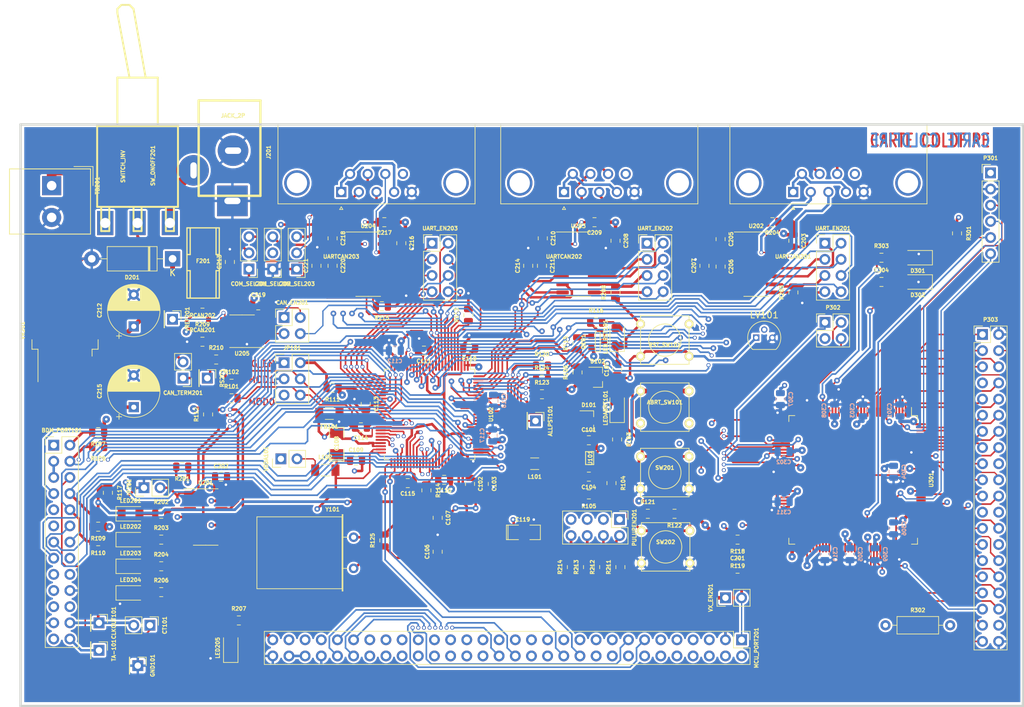
<source format=kicad_pcb>
(kicad_pcb (version 20191123) (host pcbnew "(5.99.0-593-g496f3d49e-dirty)")
  (title_block (title "Demo Kicad") (date "2015-10-09") (rev "2"))
  (layers (0 "Top_layer" signal) (1 "GND_layer" power) (2 "VDD_layer" power) (31 "Bottom_layer" signal) (34 "B.Paste" user) (35 "F.Paste" user) (36 "B.SilkS" user) (37 "F.SilkS" user) (38 "B.Mask" user) (39 "F.Mask" user) (44 "Edge.Cuts" user))
  (net 0 "")
  (net 1 "/ALLPST")
  (net 2 "/AN2")
  (net 3 "/AN3")
  (net 4 "/AN4")
  (net 5 "/AN6")
  (net 6 "/BKPT-")
  (net 7 "/CLKIN/EXTAL")
  (net 8 "/CLKMOD0")
  (net 9 "/CLKMOD1")
  (net 10 "/DDAT0")
  (net 11 "/DDAT1")
  (net 12 "/DDAT2")
  (net 13 "/DDAT3")
  (net 14 "/DSCLK")
  (net 15 "/DSI")
  (net 16 "/DSO")
  (net 17 "/DTIN1")
  (net 18 "/GPT1")
  (net 19 "/GPT3")
  (net 20 "/IRQ-5")
  (net 21 "/IRQ-6")
  (net 22 "/IRQ-7")
  (net 23 "/JTAG_EN")
  (net 24 "/PST0")
  (net 25 "/PST1")
  (net 26 "/PST2")
  (net 27 "/PST3")
  (net 28 "/QSPI_CS3")
  (net 29 "/TCLK")
  (net 30 "/VDDPLL")
  (net 31 "/inout_user/CAN_H")
  (net 32 "/inout_user/CAN_L")
  (net 33 "/inout_user/CTS0")
  (net 34 "/inout_user/CTS1")
  (net 35 "/inout_user/CTS2/CANH")
  (net 36 "/inout_user/RTS0")
  (net 37 "/inout_user/RTS1")
  (net 38 "/inout_user/RTS2")
  (net 39 "/inout_user/RXD0")
  (net 40 "/inout_user/RXD1")
  (net 41 "/inout_user/RXD2")
  (net 42 "/inout_user/RxD_CAN")
  (net 43 "/inout_user/TXD0")
  (net 44 "/inout_user/TXD1")
  (net 45 "/inout_user/TXD2/CANL")
  (net 46 "/inout_user/TxD_CAN")
  (net 47 "/xilinx/+3,3V_OUT")
  (net 48 "/xilinx/LED_TEST1")
  (net 49 "/xilinx/LED_TEST2")
  (net 50 "/xilinx/TCK")
  (net 51 "/xilinx/TDI")
  (net 52 "/xilinx/TDO")
  (net 53 "/xilinx/TMS")
  (net 54 "/xilinx/XIL_D0")
  (net 55 "/xilinx/XIL_D1")
  (net 56 "/xilinx/XIL_D10")
  (net 57 "/xilinx/XIL_D11")
  (net 58 "/xilinx/XIL_D12")
  (net 59 "/xilinx/XIL_D13")
  (net 60 "/xilinx/XIL_D14")
  (net 61 "/xilinx/XIL_D15")
  (net 62 "/xilinx/XIL_D16")
  (net 63 "/xilinx/XIL_D17")
  (net 64 "/xilinx/XIL_D18")
  (net 65 "/xilinx/XIL_D19")
  (net 66 "/xilinx/XIL_D2")
  (net 67 "/xilinx/XIL_D20")
  (net 68 "/xilinx/XIL_D21")
  (net 69 "/xilinx/XIL_D22")
  (net 70 "/xilinx/XIL_D23")
  (net 71 "/xilinx/XIL_D24")
  (net 72 "/xilinx/XIL_D25")
  (net 73 "/xilinx/XIL_D26")
  (net 74 "/xilinx/XIL_D27")
  (net 75 "/xilinx/XIL_D28")
  (net 76 "/xilinx/XIL_D29")
  (net 77 "/xilinx/XIL_D3")
  (net 78 "/xilinx/XIL_D30")
  (net 79 "/xilinx/XIL_D31")
  (net 80 "/xilinx/XIL_D32")
  (net 81 "/xilinx/XIL_D33")
  (net 82 "/xilinx/XIL_D34")
  (net 83 "/xilinx/XIL_D35")
  (net 84 "/xilinx/XIL_D36")
  (net 85 "/xilinx/XIL_D4")
  (net 86 "/xilinx/XIL_D5")
  (net 87 "/xilinx/XIL_D6")
  (net 88 "/xilinx/XIL_D7")
  (net 89 "/xilinx/XIL_D8")
  (net 90 "/xilinx/XIL_D9")
  (net 91 "GND")
  (net 92 "GNDA")
  (net 93 "/AN0")
  (net 94 "/AN1")
  (net 95 "/QSPI_CS0")
  (net 96 "/AN5")
  (net 97 "/AN7")
  (net 98 "/IRQ-4")
  (net 99 "/DTIN0")
  (net 100 "/DTIN2")
  (net 101 "/DTIN3")
  (net 102 "/GPT0")
  (net 103 "/GPT2")
  (net 104 "+3.3V")
  (net 105 "/VCCA")
  (net 106 "/IRQ-1")
  (net 107 "/IRQ-2")
  (net 108 "/IRQ-3")
  (net 109 "/XTAL")
  (net 110 "/RCON-")
  (net 111 "/RSTO-")
  (net 112 "/RSTI-")
  (net 113 "/QSPI_CS1")
  (net 114 "/URTS1")
  (net 115 "/UCTS1")
  (net 116 "/QSPI_CLK")
  (net 117 "/DSPI_DOUT")
  (net 118 "/QSPI_DIN")
  (net 119 "/QSPI_CS2")
  (net 120 "/URXD1")
  (net 121 "/UTXD1")
  (net 122 "/PWM7")
  (net 123 "/PWM5")
  (net 124 "/PWM1")
  (net 125 "/PWM3")
  (net 126 "/URTS2")
  (net 127 "/UTXD2")
  (net 128 "/URXD2")
  (net 129 "/UCTS2")
  (net 130 "/CANRX")
  (net 131 "/CANTX")
  (net 132 "/URTS0")
  (net 133 "/UTXD0")
  (net 134 "/URXD0")
  (net 135 "/UCTS0")
  (net 136 "Net-(ABRT_SW101-Pad1)")
  (net 137 "Net-(BDM_PORT101-Pad26)")
  (net 138 "Net-(BDM_PORT101-Pad6)")
  (net 139 "Net-(C104-Pad1)")
  (net 140 "Net-(C105-Pad1)")
  (net 141 "Net-(C201-Pad2)")
  (net 142 "Net-(C204-Pad2)")
  (net 143 "Net-(C205-Pad2)")
  (net 144 "Net-(C205-Pad1)")
  (net 145 "Net-(C206-Pad2)")
  (net 146 "Net-(C206-Pad1)")
  (net 147 "Net-(C207-Pad1)")
  (net 148 "Net-(C209-Pad2)")
  (net 149 "Net-(C210-Pad2)")
  (net 150 "Net-(C210-Pad1)")
  (net 151 "Net-(C211-Pad2)")
  (net 152 "Net-(C211-Pad1)")
  (net 153 "Net-(C212-Pad1)")
  (net 154 "Net-(C214-Pad1)")
  (net 155 "Net-(C217-Pad2)")
  (net 156 "Net-(C218-Pad2)")
  (net 157 "Net-(C218-Pad1)")
  (net 158 "Net-(C220-Pad2)")
  (net 159 "Net-(C220-Pad1)")
  (net 160 "Net-(C221-Pad1)")
  (net 161 "Net-(CAN_TERM201-Pad2)")
  (net 162 "Net-(COM_SEL201-Pad3)")
  (net 163 "Net-(COM_SEL202-Pad3)")
  (net 164 "Net-(COM_SEL203-Pad3)")
  (net 165 "Net-(D101-Pad1)")
  (net 166 "Net-(D301-Pad2)")
  (net 167 "Net-(D302-Pad2)")
  (net 168 "Net-(F201-Pad1)")
  (net 169 "Net-(J201-Pad3)")
  (net 170 "Net-(L102-Pad1)")
  (net 171 "Net-(LED201-Pad2)")
  (net 172 "Net-(LED202-Pad2)")
  (net 173 "Net-(LED203-Pad2)")
  (net 174 "Net-(LED204-Pad2)")
  (net 175 "Net-(LED205-Pad2)")
  (net 176 "Net-(LEDABRT101-Pad1)")
  (net 177 "Net-(P302-Pad4)")
  (net 178 "Net-(P302-Pad2)")
  (net 179 "Net-(PULUPEN201-Pad8)")
  (net 180 "Net-(PULUPEN201-Pad6)")
  (net 181 "Net-(PULUPEN201-Pad4)")
  (net 182 "Net-(PULUPEN201-Pad2)")
  (net 183 "Net-(Q101-Pad3)")
  (net 184 "Net-(Q101-Pad2)")
  (net 185 "Net-(R113-Pad1)")
  (net 186 "Net-(R114-Pad1)")
  (net 187 "Net-(R202-Pad2)")
  (net 188 "Net-(R203-Pad2)")
  (net 189 "Net-(R204-Pad2)")
  (net 190 "Net-(R205-Pad2)")
  (net 191 "Net-(R206-Pad2)")
  (net 192 "Net-(R208-Pad2)")
  (net 193 "Net-(R210-Pad1)")
  (net 194 "Net-(R215-Pad2)")
  (net 195 "Net-(U202-Pad12)")
  (net 196 "Net-(U202-Pad11)")
  (net 197 "Net-(U202-Pad9)")
  (net 198 "Net-(U203-Pad12)")
  (net 199 "Net-(U203-Pad11)")
  (net 200 "Net-(U203-Pad9)")
  (net 201 "Net-(U204-Pad12)")
  (net 202 "Net-(U204-Pad10)")
  (net 203 "Net-(U204-Pad9)")
  (net 204 "Net-(U205-Pad5)")
  (net 205 "Net-(UARTCAN201-Pad1)")
  (net 206 "Net-(UARTCAN202-Pad1)")
  (net 207 "Net-(UARTCAN203-Pad1)")
  (net 208 "Net-(JP201-Pad2)")
  (net 209 "Net-(LED_RST101-Pad2)")
  (module "Connector_Dsub:DSUB-9_Female_Horizontal_P2.77x2.84mm_EdgePinOffset7.70mm_Housed_MountingHolesOffset9.12mm" (layer "Top_layer") (at 192.5 66.5 180)
    (fp_text reference "UARTCAN201" (at 0 -10.16) (layer "F.SilkS") (effects (font (size 0.6 0.6))))
    (fp_text value "DB9")
    (pad "0" thru_hole circle (at 6.96 1.42 180) (size 4 4) (drill 3.2) (layers *.Cu *.Mask))
    (pad "0" thru_hole circle (at -18.04 1.42 180) (size 4 4) (drill 3.2) (layers *.Cu *.Mask))
    (pad "9" thru_hole circle (at -9.695 2.84 180) (size 1.6 1.6) (drill 1) (layers *.Cu *.Mask))
    (pad "8" thru_hole circle (at -6.925 2.84 180) (size 1.6 1.6) (drill 1) (layers *.Cu *.Mask) (net 36 "/inout_user/RTS0"))
    (pad "7" thru_hole circle (at -4.155 2.84 180) (size 1.6 1.6) (drill 1) (layers *.Cu *.Mask) (net 33 "/inout_user/CTS0"))
    (pad "6" thru_hole circle (at -1.385 2.84 180) (size 1.6 1.6) (drill 1) (layers *.Cu *.Mask) (net 205 "Net-(UARTCAN201-Pad1)"))
    (pad "5" thru_hole circle (at -11.08 0 180) (size 1.6 1.6) (drill 1) (layers *.Cu *.Mask) (net 91 "GND"))
    (pad "4" thru_hole circle (at -8.31 0 180) (size 1.6 1.6) (drill 1) (layers *.Cu *.Mask) (net 205 "Net-(UARTCAN201-Pad1)"))
    (pad "3" thru_hole circle (at -5.54 0 180) (size 1.6 1.6) (drill 1) (layers *.Cu *.Mask) (net 39 "/inout_user/RXD0"))
    (pad "2" thru_hole circle (at -2.77 0 180) (size 1.6 1.6) (drill 1) (layers *.Cu *.Mask) (net 43 "/inout_user/TXD0"))
    (pad "1" thru_hole rect (at 0 0 180) (size 1.6 1.6) (drill 1) (layers *.Cu *.Mask) (net 205 "Net-(UARTCAN201-Pad1)"))
  )
  (module "Connector_Dsub:DSUB-9_Female_Horizontal_P2.77x2.84mm_EdgePinOffset7.70mm_Housed_MountingHolesOffset9.12mm" (layer "Top_layer") (at 121.5 66.5 180)
    (fp_text reference "UARTCAN203" (at 0 -10.16) (layer "F.SilkS") (effects (font (size 0.6 0.6))))
    (fp_text value "DB9")
    (pad "0" thru_hole circle (at 6.96 1.42 180) (size 4 4) (drill 3.2) (layers *.Cu *.Mask))
    (pad "0" thru_hole circle (at -18.04 1.42 180) (size 4 4) (drill 3.2) (layers *.Cu *.Mask))
    (pad "9" thru_hole circle (at -9.695 2.84 180) (size 1.6 1.6) (drill 1) (layers *.Cu *.Mask))
    (pad "8" thru_hole circle (at -6.925 2.84 180) (size 1.6 1.6) (drill 1) (layers *.Cu *.Mask) (net 38 "/inout_user/RTS2"))
    (pad "7" thru_hole circle (at -4.155 2.84 180) (size 1.6 1.6) (drill 1) (layers *.Cu *.Mask) (net 35 "/inout_user/CTS2/CANH"))
    (pad "6" thru_hole circle (at -1.385 2.84 180) (size 1.6 1.6) (drill 1) (layers *.Cu *.Mask) (net 207 "Net-(UARTCAN203-Pad1)"))
    (pad "5" thru_hole circle (at -11.08 0 180) (size 1.6 1.6) (drill 1) (layers *.Cu *.Mask) (net 91 "GND"))
    (pad "4" thru_hole circle (at -8.31 0 180) (size 1.6 1.6) (drill 1) (layers *.Cu *.Mask) (net 207 "Net-(UARTCAN203-Pad1)"))
    (pad "3" thru_hole circle (at -5.54 0 180) (size 1.6 1.6) (drill 1) (layers *.Cu *.Mask) (net 41 "/inout_user/RXD2"))
    (pad "2" thru_hole circle (at -2.77 0 180) (size 1.6 1.6) (drill 1) (layers *.Cu *.Mask) (net 45 "/inout_user/TXD2/CANL"))
    (pad "1" thru_hole rect (at 0 0 180) (size 1.6 1.6) (drill 1) (layers *.Cu *.Mask) (net 207 "Net-(UARTCAN203-Pad1)"))
  )
  (module "Connector_Dsub:DSUB-9_Female_Horizontal_P2.77x2.84mm_EdgePinOffset7.70mm_Housed_MountingHolesOffset9.12mm" (layer "Top_layer") (at 156.5 66.5 180)
    (fp_text reference "UARTCAN202" (at 0 -10.16) (layer "F.SilkS") (effects (font (size 0.6 0.6))))
    (fp_text value "DB9")
    (pad "0" thru_hole circle (at 6.96 1.42 180) (size 4 4) (drill 3.2) (layers *.Cu *.Mask))
    (pad "0" thru_hole circle (at -18.04 1.42 180) (size 4 4) (drill 3.2) (layers *.Cu *.Mask))
    (pad "9" thru_hole circle (at -9.695 2.84 180) (size 1.6 1.6) (drill 1) (layers *.Cu *.Mask))
    (pad "8" thru_hole circle (at -6.925 2.84 180) (size 1.6 1.6) (drill 1) (layers *.Cu *.Mask) (net 37 "/inout_user/RTS1"))
    (pad "7" thru_hole circle (at -4.155 2.84 180) (size 1.6 1.6) (drill 1) (layers *.Cu *.Mask) (net 34 "/inout_user/CTS1"))
    (pad "6" thru_hole circle (at -1.385 2.84 180) (size 1.6 1.6) (drill 1) (layers *.Cu *.Mask) (net 206 "Net-(UARTCAN202-Pad1)"))
    (pad "5" thru_hole circle (at -11.08 0 180) (size 1.6 1.6) (drill 1) (layers *.Cu *.Mask) (net 91 "GND"))
    (pad "4" thru_hole circle (at -8.31 0 180) (size 1.6 1.6) (drill 1) (layers *.Cu *.Mask) (net 206 "Net-(UARTCAN202-Pad1)"))
    (pad "3" thru_hole circle (at -5.54 0 180) (size 1.6 1.6) (drill 1) (layers *.Cu *.Mask) (net 40 "/inout_user/RXD1"))
    (pad "2" thru_hole circle (at -2.77 0 180) (size 1.6 1.6) (drill 1) (layers *.Cu *.Mask) (net 44 "/inout_user/TXD1"))
    (pad "1" thru_hole rect (at 0 0 180) (size 1.6 1.6) (drill 1) (layers *.Cu *.Mask) (net 206 "Net-(UARTCAN202-Pad1)"))
  )
  (module "kit-dev-coldfire:FSUPCMS" (layer "Top_layer") (at 99.8 77.6 -90)
    (fp_text reference "F201" (at -0.25 0) (layer "F.SilkS") (effects (font (size 0.6 0.6))))
    (fp_text value "FUSE")
    (pad "2" smd rect (at 3.175 0) (size 3.556 4.191) (layers "Top_layer" "F.Paste" "F.Mask") (net 153 "Net-(C212-Pad1)"))
    (pad "1" smd rect (at -3.175 0) (size 3.556 4.191) (layers "Top_layer" "F.Paste" "F.Mask") (net 168 "Net-(F201-Pad1)"))
  )
  (module "Package_TO_SOT_THT:TO-92_Molded_Narrow" (layer "Top_layer") (at 186.69 89.408)
    (fp_text reference "LV101" (at 1.27 -3.56) (layer "F.SilkS"))
    (fp_text value "DS1818")
    (pad "1" thru_hole rect (at 0 0 90) (size 1 1) (drill 0.6) (layers *.Cu *.Mask) (net 140 "Net-(C105-Pad1)"))
    (pad "3" thru_hole circle (at 2.54 0 90) (size 1 1) (drill 0.6) (layers *.Cu *.Mask) (net 91 "GND"))
    (pad "2" thru_hole circle (at 1.27 -1.27 90) (size 1 1) (drill 0.6) (layers *.Cu *.Mask) (net 104 "+3.3V"))
  )
  (module "Resistor_SMD:R_0805_2012Metric" (layer "Top_layer") (at 218.25 73 -90)
    (fp_text reference "R301" (at 0 -1.85 -90) (layer "F.SilkS") (effects (font (size 0.6 0.6))))
    (fp_text value "4K7")
    (pad "2" smd roundrect (at 0.9375 0 270) (size 0.975 1.4) (layers "Top_layer" "F.Paste" "F.Mask") (net 50 "/xilinx/TCK"))
    (pad "1" smd roundrect (at -0.9375 0 270) (size 0.975 1.4) (layers "Top_layer" "F.Paste" "F.Mask") (net 104 "+3.3V"))
  )
  (module "Connector_PinHeader_2.54mm:PinHeader_2x02_P2.54mm_Vertical" (layer "Top_layer") (at 197.5 87)
    (fp_text reference "P302" (at 1.27 -2.33) (layer "F.SilkS") (effects (font (size 0.6 0.6))))
    (fp_text value "CONN_2X2")
    (pad "4" thru_hole oval (at 2.54 2.54) (size 1.7 1.7) (drill 1) (layers *.Cu *.Mask) (net 177 "Net-(P302-Pad4)"))
    (pad "3" thru_hole oval (at 0 2.54) (size 1.7 1.7) (drill 1) (layers *.Cu *.Mask) (net 114 "/URTS1"))
    (pad "2" thru_hole oval (at 2.54 0) (size 1.7 1.7) (drill 1) (layers *.Cu *.Mask) (net 178 "Net-(P302-Pad2)"))
    (pad "1" thru_hole rect (at 0 0) (size 1.7 1.7) (drill 1) (layers *.Cu *.Mask) (net 115 "/UCTS1"))
  )
  (module "Capacitor_SMD:C_0805_2012Metric" (layer "Bottom_layer") (at 191.008 115.189 180)
    (fp_text reference "C311" (at 0 -1.65) (layer "B.SilkS") (effects (font (size 0.6 0.6)) (justify mirror)))
    (fp_text value "100nF")
    (pad "2" smd roundrect (at 0.9375 0 180) (size 0.975 1.4) (layers "Bottom_layer" "B.Paste" "B.Mask") (net 91 "GND"))
    (pad "1" smd roundrect (at -0.9375 0 180) (size 0.975 1.4) (layers "Bottom_layer" "B.Paste" "B.Mask") (net 104 "+3.3V"))
  )
  (module "Capacitor_SMD:C_0805_2012Metric" (layer "Bottom_layer") (at 197.485 123.444 -90)
    (fp_text reference "C310" (at 0 -1.65 90) (layer "B.SilkS") (effects (font (size 0.6 0.6)) (justify mirror)))
    (fp_text value "100nF")
    (pad "2" smd roundrect (at 0.9375 0 270) (size 0.975 1.4) (layers "Bottom_layer" "B.Paste" "B.Mask") (net 91 "GND"))
    (pad "1" smd roundrect (at -0.9375 0 270) (size 0.975 1.4) (layers "Bottom_layer" "B.Paste" "B.Mask") (net 104 "+3.3V"))
  )
  (module "Capacitor_SMD:C_0805_2012Metric" (layer "Bottom_layer") (at 205.359 123.444 -90)
    (fp_text reference "C309" (at 0 -1.65 90) (layer "B.SilkS") (effects (font (size 0.6 0.6)) (justify mirror)))
    (fp_text value "100nF")
    (pad "2" smd roundrect (at 0.9375 0 270) (size 0.975 1.4) (layers "Bottom_layer" "B.Paste" "B.Mask") (net 91 "GND"))
    (pad "1" smd roundrect (at -0.9375 0 270) (size 0.975 1.4) (layers "Bottom_layer" "B.Paste" "B.Mask") (net 104 "+3.3V"))
  )
  (module "Capacitor_SMD:C_0805_2012Metric" (layer "Bottom_layer") (at 199.009 100.838 90)
    (fp_text reference "C308" (at 0 -1.65 90) (layer "B.SilkS") (effects (font (size 0.6 0.6)) (justify mirror)))
    (fp_text value "100nF")
    (pad "2" smd roundrect (at 0.9375 0 90) (size 0.975 1.4) (layers "Bottom_layer" "B.Paste" "B.Mask") (net 91 "GND"))
    (pad "1" smd roundrect (at -0.9375 0 90) (size 0.975 1.4) (layers "Bottom_layer" "B.Paste" "B.Mask") (net 104 "+3.3V"))
  )
  (module "Capacitor_SMD:C_0805_2012Metric" (layer "Bottom_layer") (at 190.5 99.06 -90)
    (fp_text reference "C307" (at 0 -1.65 90) (layer "B.SilkS") (effects (font (size 0.6 0.6)) (justify mirror)))
    (fp_text value "100nF")
    (pad "2" smd roundrect (at 0.9375 0 270) (size 0.975 1.4) (layers "Bottom_layer" "B.Paste" "B.Mask") (net 91 "GND"))
    (pad "1" smd roundrect (at -0.9375 0 270) (size 0.975 1.4) (layers "Bottom_layer" "B.Paste" "B.Mask") (net 104 "+3.3V"))
  )
  (module "Capacitor_SMD:C_0805_2012Metric" (layer "Bottom_layer") (at 208.28 119.38 -90)
    (fp_text reference "C306" (at 0 -1.65 90) (layer "B.SilkS") (effects (font (size 0.6 0.6)) (justify mirror)))
    (fp_text value "100nF")
    (pad "2" smd roundrect (at 0.9375 0 270) (size 0.975 1.4) (layers "Bottom_layer" "B.Paste" "B.Mask") (net 91 "GND"))
    (pad "1" smd roundrect (at -0.9375 0 270) (size 0.975 1.4) (layers "Bottom_layer" "B.Paste" "B.Mask") (net 104 "+3.3V"))
  )
  (module "Capacitor_SMD:C_0805_2012Metric" (layer "Bottom_layer") (at 201.422 123.444 -90)
    (fp_text reference "C305" (at 0 -1.65 90) (layer "B.SilkS") (effects (font (size 0.6 0.6)) (justify mirror)))
    (fp_text value "100nF")
    (pad "2" smd roundrect (at 0.9375 0 270) (size 0.975 1.4) (layers "Bottom_layer" "B.Paste" "B.Mask") (net 91 "GND"))
    (pad "1" smd roundrect (at -0.9375 0 270) (size 0.975 1.4) (layers "Bottom_layer" "B.Paste" "B.Mask") (net 104 "+3.3V"))
  )
  (module "Capacitor_SMD:C_0805_2012Metric" (layer "Bottom_layer") (at 208.28 110.49 -90)
    (fp_text reference "C304" (at 0 -1.65 90) (layer "B.SilkS") (effects (font (size 0.6 0.6)) (justify mirror)))
    (fp_text value "100nF")
    (pad "2" smd roundrect (at 0.9375 0 270) (size 0.975 1.4) (layers "Bottom_layer" "B.Paste" "B.Mask") (net 91 "GND"))
    (pad "1" smd roundrect (at -0.9375 0 270) (size 0.975 1.4) (layers "Bottom_layer" "B.Paste" "B.Mask") (net 104 "+3.3V"))
  )
  (module "Capacitor_SMD:C_0805_2012Metric" (layer "Bottom_layer") (at 203.454 100.838 90)
    (fp_text reference "C303" (at 0 -1.65 90) (layer "B.SilkS") (effects (font (size 0.6 0.6)) (justify mirror)))
    (fp_text value "100nF")
    (pad "2" smd roundrect (at 0.9375 0 90) (size 0.975 1.4) (layers "Bottom_layer" "B.Paste" "B.Mask") (net 91 "GND"))
    (pad "1" smd roundrect (at -0.9375 0 90) (size 0.975 1.4) (layers "Bottom_layer" "B.Paste" "B.Mask") (net 104 "+3.3V"))
  )
  (module "Capacitor_SMD:C_0805_2012Metric" (layer "Bottom_layer") (at 191.008 107.315 180)
    (fp_text reference "C302" (at 0 -1.65) (layer "B.SilkS") (effects (font (size 0.6 0.6)) (justify mirror)))
    (fp_text value "100nF")
    (pad "2" smd roundrect (at 0.9375 0 180) (size 0.975 1.4) (layers "Bottom_layer" "B.Paste" "B.Mask") (net 91 "GND"))
    (pad "1" smd roundrect (at -0.9375 0 180) (size 0.975 1.4) (layers "Bottom_layer" "B.Paste" "B.Mask") (net 104 "+3.3V"))
  )
  (module "Capacitor_SMD:C_0805_2012Metric" (layer "Bottom_layer") (at 209.296 100.838 90)
    (fp_text reference "C301" (at 0 -1.65 90) (layer "B.SilkS") (effects (font (size 0.6 0.6)) (justify mirror)))
    (fp_text value "100nF")
    (pad "2" smd roundrect (at 0.9375 0 90) (size 0.975 1.4) (layers "Bottom_layer" "B.Paste" "B.Mask") (net 91 "GND"))
    (pad "1" smd roundrect (at -0.9375 0 90) (size 0.975 1.4) (layers "Bottom_layer" "B.Paste" "B.Mask") (net 104 "+3.3V"))
  )
  (module "Capacitor_SMD:C_0805_2012Metric" (layer "Top_layer") (at 117.602 78.105 90)
    (fp_text reference "C221" (at 0 -1.65 90) (layer "F.SilkS") (effects (font (size 0.6 0.6))))
    (fp_text value "100nF")
    (pad "2" smd roundrect (at 0.9375 0 90) (size 0.975 1.4) (layers "Top_layer" "F.Paste" "F.Mask") (net 91 "GND"))
    (pad "1" smd roundrect (at -0.9375 0 90) (size 0.975 1.4) (layers "Top_layer" "F.Paste" "F.Mask") (net 160 "Net-(C221-Pad1)"))
  )
  (module "Capacitor_SMD:C_0805_2012Metric" (layer "Top_layer") (at 120.142 78.105 -90)
    (fp_text reference "C220" (at 0 -1.65 90) (layer "F.SilkS") (effects (font (size 0.6 0.6))))
    (fp_text value "100nF")
    (pad "2" smd roundrect (at 0.9375 0 270) (size 0.975 1.4) (layers "Top_layer" "F.Paste" "F.Mask") (net 158 "Net-(C220-Pad2)"))
    (pad "1" smd roundrect (at -0.9375 0 270) (size 0.975 1.4) (layers "Top_layer" "F.Paste" "F.Mask") (net 159 "Net-(C220-Pad1)"))
  )
  (module "Capacitor_SMD:C_0805_2012Metric" (layer "Top_layer") (at 108.458 84.328)
    (fp_text reference "C219" (at 0 -1.65) (layer "F.SilkS") (effects (font (size 0.6 0.6))))
    (fp_text value "100nF")
    (pad "2" smd roundrect (at 0.9375 0) (size 0.975 1.4) (layers "Top_layer" "F.Paste" "F.Mask") (net 91 "GND"))
    (pad "1" smd roundrect (at -0.9375 0) (size 0.975 1.4) (layers "Top_layer" "F.Paste" "F.Mask") (net 104 "+3.3V"))
  )
  (module "Capacitor_SMD:C_0805_2012Metric" (layer "Top_layer") (at 120.142 73.787 -90)
    (fp_text reference "C218" (at 0 -1.65 90) (layer "F.SilkS") (effects (font (size 0.6 0.6))))
    (fp_text value "100nF")
    (pad "2" smd roundrect (at 0.9375 0 270) (size 0.975 1.4) (layers "Top_layer" "F.Paste" "F.Mask") (net 156 "Net-(C218-Pad2)"))
    (pad "1" smd roundrect (at -0.9375 0 270) (size 0.975 1.4) (layers "Top_layer" "F.Paste" "F.Mask") (net 157 "Net-(C218-Pad1)"))
  )
  (module "Capacitor_SMD:C_0805_2012Metric" (layer "Top_layer") (at 128.27 71.247 180)
    (fp_text reference "C217" (at 0 -1.65) (layer "F.SilkS") (effects (font (size 0.6 0.6))))
    (fp_text value "100nF")
    (pad "2" smd roundrect (at 0.9375 0 180) (size 0.975 1.4) (layers "Top_layer" "F.Paste" "F.Mask") (net 155 "Net-(C217-Pad2)"))
    (pad "1" smd roundrect (at -0.9375 0 180) (size 0.975 1.4) (layers "Top_layer" "F.Paste" "F.Mask") (net 104 "+3.3V"))
  )
  (module "Capacitor_SMD:C_0805_2012Metric" (layer "Top_layer") (at 130.937 74.549 -90)
    (fp_text reference "C216" (at 0 -1.65 90) (layer "F.SilkS") (effects (font (size 0.6 0.6))))
    (fp_text value "100nF")
    (pad "2" smd roundrect (at 0.9375 0 270) (size 0.975 1.4) (layers "Top_layer" "F.Paste" "F.Mask") (net 91 "GND"))
    (pad "1" smd roundrect (at -0.9375 0 270) (size 0.975 1.4) (layers "Top_layer" "F.Paste" "F.Mask") (net 104 "+3.3V"))
  )
  (module "Capacitor_SMD:C_0805_2012Metric" (layer "Top_layer") (at 150.876 78.105 90)
    (fp_text reference "C214" (at 0 -1.65 90) (layer "F.SilkS") (effects (font (size 0.6 0.6))))
    (fp_text value "100nF")
    (pad "2" smd roundrect (at 0.9375 0 90) (size 0.975 1.4) (layers "Top_layer" "F.Paste" "F.Mask") (net 91 "GND"))
    (pad "1" smd roundrect (at -0.9375 0 90) (size 0.975 1.4) (layers "Top_layer" "F.Paste" "F.Mask") (net 154 "Net-(C214-Pad1)"))
  )
  (module "Capacitor_SMD:C_0805_2012Metric" (layer "Top_layer") (at 104 77.5 90)
    (fp_text reference "C213" (at 0 -1.65 90) (layer "F.SilkS") (effects (font (size 0.6 0.6))))
    (fp_text value "100nF")
    (pad "2" smd roundrect (at 0.9375 0 90) (size 0.975 1.4) (layers "Top_layer" "F.Paste" "F.Mask") (net 91 "GND"))
    (pad "1" smd roundrect (at -0.9375 0 90) (size 0.975 1.4) (layers "Top_layer" "F.Paste" "F.Mask") (net 153 "Net-(C212-Pad1)"))
  )
  (module "Capacitor_SMD:C_0805_2012Metric" (layer "Top_layer") (at 153.035 78.105 -90)
    (fp_text reference "C211" (at 0 -1.65 90) (layer "F.SilkS") (effects (font (size 0.6 0.6))))
    (fp_text value "100nF")
    (pad "2" smd roundrect (at 0.9375 0 270) (size 0.975 1.4) (layers "Top_layer" "F.Paste" "F.Mask") (net 151 "Net-(C211-Pad2)"))
    (pad "1" smd roundrect (at -0.9375 0 270) (size 0.975 1.4) (layers "Top_layer" "F.Paste" "F.Mask") (net 152 "Net-(C211-Pad1)"))
  )
  (module "Capacitor_SMD:C_0805_2012Metric" (layer "Top_layer") (at 153.162 73.787 -90)
    (fp_text reference "C210" (at 0 -1.65 90) (layer "F.SilkS") (effects (font (size 0.6 0.6))))
    (fp_text value "100nF")
    (pad "2" smd roundrect (at 0.9375 0 270) (size 0.975 1.4) (layers "Top_layer" "F.Paste" "F.Mask") (net 149 "Net-(C210-Pad2)"))
    (pad "1" smd roundrect (at -0.9375 0 270) (size 0.975 1.4) (layers "Top_layer" "F.Paste" "F.Mask") (net 150 "Net-(C210-Pad1)"))
  )
  (module "Capacitor_SMD:C_0805_2012Metric" (layer "Top_layer") (at 161.29 71.247 180)
    (fp_text reference "C209" (at 0 -1.65) (layer "F.SilkS") (effects (font (size 0.6 0.6))))
    (fp_text value "100nF")
    (pad "2" smd roundrect (at 0.9375 0 180) (size 0.975 1.4) (layers "Top_layer" "F.Paste" "F.Mask") (net 148 "Net-(C209-Pad2)"))
    (pad "1" smd roundrect (at -0.9375 0 180) (size 0.975 1.4) (layers "Top_layer" "F.Paste" "F.Mask") (net 104 "+3.3V"))
  )
  (module "Capacitor_SMD:C_0805_2012Metric" (layer "Top_layer") (at 164.592 74.168 -90)
    (fp_text reference "C208" (at 0 -1.65 90) (layer "F.SilkS") (effects (font (size 0.6 0.6))))
    (fp_text value "100nF")
    (pad "2" smd roundrect (at 0.9375 0 270) (size 0.975 1.4) (layers "Top_layer" "F.Paste" "F.Mask") (net 91 "GND"))
    (pad "1" smd roundrect (at -0.9375 0 270) (size 0.975 1.4) (layers "Top_layer" "F.Paste" "F.Mask") (net 104 "+3.3V"))
  )
  (module "Capacitor_SMD:C_0805_2012Metric" (layer "Top_layer") (at 178.562 78.105 90)
    (fp_text reference "C207" (at 0 -1.65 90) (layer "F.SilkS") (effects (font (size 0.6 0.6))))
    (fp_text value "100nF")
    (pad "2" smd roundrect (at 0.9375 0 90) (size 0.975 1.4) (layers "Top_layer" "F.Paste" "F.Mask") (net 91 "GND"))
    (pad "1" smd roundrect (at -0.9375 0 90) (size 0.975 1.4) (layers "Top_layer" "F.Paste" "F.Mask") (net 147 "Net-(C207-Pad1)"))
  )
  (module "Capacitor_SMD:C_0805_2012Metric" (layer "Top_layer") (at 181.102 78.232 -90)
    (fp_text reference "C206" (at 0 -1.65 90) (layer "F.SilkS") (effects (font (size 0.6 0.6))))
    (fp_text value "100nF")
    (pad "2" smd roundrect (at 0.9375 0 270) (size 0.975 1.4) (layers "Top_layer" "F.Paste" "F.Mask") (net 145 "Net-(C206-Pad2)"))
    (pad "1" smd roundrect (at -0.9375 0 270) (size 0.975 1.4) (layers "Top_layer" "F.Paste" "F.Mask") (net 146 "Net-(C206-Pad1)"))
  )
  (module "Capacitor_SMD:C_0805_2012Metric" (layer "Top_layer") (at 181.102 73.914 -90)
    (fp_text reference "C205" (at 0 -1.65 90) (layer "F.SilkS") (effects (font (size 0.6 0.6))))
    (fp_text value "100nF")
    (pad "2" smd roundrect (at 0.9375 0 270) (size 0.975 1.4) (layers "Top_layer" "F.Paste" "F.Mask") (net 143 "Net-(C205-Pad2)"))
    (pad "1" smd roundrect (at -0.9375 0 270) (size 0.975 1.4) (layers "Top_layer" "F.Paste" "F.Mask") (net 144 "Net-(C205-Pad1)"))
  )
  (module "Capacitor_SMD:C_0805_2012Metric" (layer "Top_layer") (at 189.23 71.247 180)
    (fp_text reference "C204" (at 0 -1.65) (layer "F.SilkS") (effects (font (size 0.6 0.6))))
    (fp_text value "100nF")
    (pad "2" smd roundrect (at 0.9375 0 180) (size 0.975 1.4) (layers "Top_layer" "F.Paste" "F.Mask") (net 142 "Net-(C204-Pad2)"))
    (pad "1" smd roundrect (at -0.9375 0 180) (size 0.975 1.4) (layers "Top_layer" "F.Paste" "F.Mask") (net 104 "+3.3V"))
  )
  (module "Capacitor_SMD:C_0805_2012Metric" (layer "Top_layer") (at 192.532 74.168 -90)
    (fp_text reference "C203" (at 0 -1.65 90) (layer "F.SilkS") (effects (font (size 0.6 0.6))))
    (fp_text value "100nF")
    (pad "2" smd roundrect (at 0.9375 0 270) (size 0.975 1.4) (layers "Top_layer" "F.Paste" "F.Mask") (net 91 "GND"))
    (pad "1" smd roundrect (at -0.9375 0 270) (size 0.975 1.4) (layers "Top_layer" "F.Paste" "F.Mask") (net 104 "+3.3V"))
  )
  (module "Capacitor_SMD:C_0805_2012Metric" (layer "Top_layer") (at 102.616 111.252)
    (fp_text reference "C202" (at 0 -1.65) (layer "F.SilkS") (effects (font (size 0.6 0.6))))
    (fp_text value "100nF")
    (pad "2" smd roundrect (at 0.9375 0) (size 0.975 1.4) (layers "Top_layer" "F.Paste" "F.Mask") (net 91 "GND"))
    (pad "1" smd roundrect (at -0.9375 0) (size 0.975 1.4) (layers "Top_layer" "F.Paste" "F.Mask") (net 104 "+3.3V"))
  )
  (module "Capacitor_SMD:C_0805_2012Metric" (layer "Top_layer") (at 183.769 125.73)
    (fp_text reference "C201" (at 0 -1.65) (layer "F.SilkS") (effects (font (size 0.6 0.6))))
    (fp_text value "100nF")
    (pad "2" smd roundrect (at 0.9375 0) (size 0.975 1.4) (layers "Top_layer" "F.Paste" "F.Mask") (net 141 "Net-(C201-Pad2)"))
    (pad "1" smd roundrect (at -0.9375 0) (size 0.975 1.4) (layers "Top_layer" "F.Paste" "F.Mask") (net 91 "GND"))
  )
  (module "Capacitor_SMD:C_0805_2012Metric" (layer "Bottom_layer") (at 145.415 99.314 -90)
    (fp_text reference "C118" (at 0 -1.65 90) (layer "B.SilkS") (effects (font (size 0.6 0.6)) (justify mirror)))
    (fp_text value "100nF")
    (pad "2" smd roundrect (at 0.9375 0 270) (size 0.975 1.4) (layers "Bottom_layer" "B.Paste" "B.Mask") (net 91 "GND"))
    (pad "1" smd roundrect (at -0.9375 0 270) (size 0.975 1.4) (layers "Bottom_layer" "B.Paste" "B.Mask") (net 104 "+3.3V"))
  )
  (module "Capacitor_SMD:C_0805_2012Metric" (layer "Bottom_layer") (at 145.288 104.775 90)
    (fp_text reference "C117" (at 0 -1.65 90) (layer "B.SilkS") (effects (font (size 0.6 0.6)) (justify mirror)))
    (fp_text value "100nF")
    (pad "2" smd roundrect (at 0.9375 0 90) (size 0.975 1.4) (layers "Bottom_layer" "B.Paste" "B.Mask") (net 91 "GND"))
    (pad "1" smd roundrect (at -0.9375 0 90) (size 0.975 1.4) (layers "Bottom_layer" "B.Paste" "B.Mask") (net 104 "+3.3V"))
  )
  (module "Capacitor_SMD:C_0805_2012Metric" (layer "Top_layer") (at 137.668 111.76 180)
    (fp_text reference "C116" (at 0 -1.65) (layer "F.SilkS") (effects (font (size 0.6 0.6))))
    (fp_text value "100nF")
    (pad "2" smd roundrect (at 0.9375 0 180) (size 0.975 1.4) (layers "Top_layer" "F.Paste" "F.Mask") (net 91 "GND"))
    (pad "1" smd roundrect (at -0.9375 0 180) (size 0.975 1.4) (layers "Top_layer" "F.Paste" "F.Mask") (net 104 "+3.3V"))
  )
  (module "Capacitor_SMD:C_0805_2012Metric" (layer "Top_layer") (at 131.953 112.268 180)
    (fp_text reference "C115" (at 0 -1.65) (layer "F.SilkS") (effects (font (size 0.6 0.6))))
    (fp_text value "100nF")
    (pad "2" smd roundrect (at 0.9375 0 180) (size 0.975 1.4) (layers "Top_layer" "F.Paste" "F.Mask") (net 91 "GND"))
    (pad "1" smd roundrect (at -0.9375 0 180) (size 0.975 1.4) (layers "Top_layer" "F.Paste" "F.Mask") (net 104 "+3.3V"))
  )
  (module "Capacitor_SMD:C_0805_2012Metric" (layer "Top_layer") (at 124.587 103.505 180)
    (fp_text reference "C114" (at 0 -1.65) (layer "F.SilkS") (effects (font (size 0.6 0.6))))
    (fp_text value "100nF")
    (pad "2" smd roundrect (at 0.9375 0 180) (size 0.975 1.4) (layers "Top_layer" "F.Paste" "F.Mask") (net 91 "GND"))
    (pad "1" smd roundrect (at -0.9375 0 180) (size 0.975 1.4) (layers "Top_layer" "F.Paste" "F.Mask") (net 104 "+3.3V"))
  )
  (module "Capacitor_SMD:C_0805_2012Metric" (layer "Top_layer") (at 125.349 99.822 -90)
    (fp_text reference "C113" (at 0 -1.65 90) (layer "F.SilkS") (effects (font (size 0.6 0.6))))
    (fp_text value "100nF")
    (pad "2" smd roundrect (at 0.9375 0 270) (size 0.975 1.4) (layers "Top_layer" "F.Paste" "F.Mask") (net 91 "GND"))
    (pad "1" smd roundrect (at -0.9375 0 270) (size 0.975 1.4) (layers "Top_layer" "F.Paste" "F.Mask") (net 104 "+3.3V"))
  )
  (module "Capacitor_SMD:C_0805_2012Metric" (layer "Bottom_layer") (at 129.921 91.44 180)
    (fp_text reference "C112" (at 0 -1.65) (layer "B.SilkS") (effects (font (size 0.6 0.6)) (justify mirror)))
    (fp_text value "100nF")
    (pad "2" smd roundrect (at 0.9375 0 180) (size 0.975 1.4) (layers "Bottom_layer" "B.Paste" "B.Mask") (net 91 "GND"))
    (pad "1" smd roundrect (at -0.9375 0 180) (size 0.975 1.4) (layers "Bottom_layer" "B.Paste" "B.Mask") (net 104 "+3.3V"))
  )
  (module "Capacitor_SMD:C_0805_2012Metric" (layer "Top_layer") (at 134.493 91.44 180)
    (fp_text reference "C111" (at 0 -1.65) (layer "F.SilkS") (effects (font (size 0.6 0.6))))
    (fp_text value "100nF")
    (pad "2" smd roundrect (at 0.9375 0 180) (size 0.975 1.4) (layers "Top_layer" "F.Paste" "F.Mask") (net 91 "GND"))
    (pad "1" smd roundrect (at -0.9375 0 180) (size 0.975 1.4) (layers "Top_layer" "F.Paste" "F.Mask") (net 104 "+3.3V"))
  )
  (module "Capacitor_SMD:C_0805_2012Metric" (layer "Top_layer") (at 141.605 91.059 180)
    (fp_text reference "C110" (at 0 -1.65) (layer "F.SilkS") (effects (font (size 0.6 0.6))))
    (fp_text value "100nF")
    (pad "2" smd roundrect (at 0.9375 0 180) (size 0.975 1.4) (layers "Top_layer" "F.Paste" "F.Mask") (net 91 "GND"))
    (pad "1" smd roundrect (at -0.9375 0 180) (size 0.975 1.4) (layers "Top_layer" "F.Paste" "F.Mask") (net 104 "+3.3V"))
  )
  (module "Capacitor_SMD:C_0805_2012Metric" (layer "Top_layer") (at 123.825 108.712)
    (fp_text reference "C109" (at 0 -1.65) (layer "F.SilkS") (effects (font (size 0.6 0.6))))
    (fp_text value "100nF")
    (pad "2" smd roundrect (at 0.9375 0) (size 0.975 1.4) (layers "Top_layer" "F.Paste" "F.Mask") (net 92 "GNDA"))
    (pad "1" smd roundrect (at -0.9375 0) (size 0.975 1.4) (layers "Top_layer" "F.Paste" "F.Mask") (net 105 "/VCCA"))
  )
  (module "Capacitor_SMD:C_0805_2012Metric" (layer "Top_layer") (at 136.652 117.729 -90)
    (fp_text reference "C107" (at 0 -1.65 90) (layer "F.SilkS") (effects (font (size 0.6 0.6))))
    (fp_text value "10pF")
    (pad "2" smd roundrect (at 0.9375 0 270) (size 0.975 1.4) (layers "Top_layer" "F.Paste" "F.Mask") (net 91 "GND"))
    (pad "1" smd roundrect (at -0.9375 0 270) (size 0.975 1.4) (layers "Top_layer" "F.Paste" "F.Mask") (net 7 "/CLKIN/EXTAL"))
  )
  (module "Capacitor_SMD:C_0805_2012Metric" (layer "Top_layer") (at 136.652 123.063 90)
    (fp_text reference "C106" (at 0 -1.65 90) (layer "F.SilkS") (effects (font (size 0.6 0.6))))
    (fp_text value "10pF")
    (pad "2" smd roundrect (at 0.9375 0 90) (size 0.975 1.4) (layers "Top_layer" "F.Paste" "F.Mask") (net 91 "GND"))
    (pad "1" smd roundrect (at -0.9375 0 90) (size 0.975 1.4) (layers "Top_layer" "F.Paste" "F.Mask") (net 109 "/XTAL"))
  )
  (module "Capacitor_SMD:C_0805_2012Metric" (layer "Top_layer") (at 164.846 94.361 90)
    (fp_text reference "C105" (at 0 -1.65 90) (layer "F.SilkS") (effects (font (size 0.6 0.6))))
    (fp_text value "1nF")
    (pad "2" smd roundrect (at 0.9375 0 90) (size 0.975 1.4) (layers "Top_layer" "F.Paste" "F.Mask") (net 91 "GND"))
    (pad "1" smd roundrect (at -0.9375 0 90) (size 0.975 1.4) (layers "Top_layer" "F.Paste" "F.Mask") (net 140 "Net-(C105-Pad1)"))
  )
  (module "Capacitor_SMD:C_0805_2012Metric" (layer "Top_layer") (at 160.401 111.252 180)
    (fp_text reference "C104" (at 0 -1.65) (layer "F.SilkS") (effects (font (size 0.6 0.6))))
    (fp_text value "100nF")
    (pad "2" smd roundrect (at 0.9375 0 180) (size 0.975 1.4) (layers "Top_layer" "F.Paste" "F.Mask") (net 91 "GND"))
    (pad "1" smd roundrect (at -0.9375 0 180) (size 0.975 1.4) (layers "Top_layer" "F.Paste" "F.Mask") (net 139 "Net-(C104-Pad1)"))
  )
  (module "Capacitor_SMD:C_0805_2012Metric" (layer "Top_layer") (at 143.891 112.395 -90)
    (fp_text reference "C103" (at 0 -1.65 90) (layer "F.SilkS") (effects (font (size 0.6 0.6))))
    (fp_text value "100nF")
    (pad "2" smd roundrect (at 0.9375 0 270) (size 0.975 1.4) (layers "Top_layer" "F.Paste" "F.Mask") (net 91 "GND"))
    (pad "1" smd roundrect (at -0.9375 0 270) (size 0.975 1.4) (layers "Top_layer" "F.Paste" "F.Mask") (net 30 "/VDDPLL"))
  )
  (module "Capacitor_SMD:C_0805_2012Metric" (layer "Top_layer") (at 141.732 112.395 -90)
    (fp_text reference "C102" (at 0 -1.65 90) (layer "F.SilkS") (effects (font (size 0.6 0.6))))
    (fp_text value "1nF")
    (pad "2" smd roundrect (at 0.9375 0 270) (size 0.975 1.4) (layers "Top_layer" "F.Paste" "F.Mask") (net 91 "GND"))
    (pad "1" smd roundrect (at -0.9375 0 270) (size 0.975 1.4) (layers "Top_layer" "F.Paste" "F.Mask") (net 30 "/VDDPLL"))
  )
  (module "Capacitor_SMD:C_0805_2012Metric" (layer "Top_layer") (at 160.401 105.537)
    (fp_text reference "C101" (at 0 -1.65) (layer "F.SilkS") (effects (font (size 0.6 0.6))))
    (fp_text value "100nF")
    (pad "2" smd roundrect (at 0.9375 0) (size 0.975 1.4) (layers "Top_layer" "F.Paste" "F.Mask") (net 104 "+3.3V"))
    (pad "1" smd roundrect (at -0.9375 0) (size 0.975 1.4) (layers "Top_layer" "F.Paste" "F.Mask") (net 91 "GND"))
  )
  (module "kit-dev-coldfire:SM1206POL" (layer "Top_layer") (at 150.241 120.015)
    (fp_text reference "C119" (at -0.241 -2.015) (layer "F.SilkS") (effects (font (size 0.6 0.6))))
    (fp_text value "100uF" hide)
    (pad "2" smd rect (at 1.651 0) (size 1.524 2.032) (layers "Top_layer" "F.Paste" "F.Mask") (net 91 "GND"))
    (pad "1" smd rect (at -1.651 0) (size 1.524 2.032) (layers "Top_layer" "F.Paste" "F.Mask") (net 104 "+3.3V"))
  )
  (module "kit-dev-coldfire:SM1206POL" (layer "Top_layer") (at 120.777 106.045 90)
    (fp_text reference "C108" (at 0 0 90) (layer "F.SilkS") (effects (font (size 0.6 0.6))))
    (fp_text value "10uF" hide)
    (pad "2" smd rect (at 1.651 0 90) (size 1.524 2.032) (layers "Top_layer" "F.Paste" "F.Mask") (net 92 "GNDA"))
    (pad "1" smd rect (at -1.651 0 90) (size 1.524 2.032) (layers "Top_layer" "F.Paste" "F.Mask") (net 105 "/VCCA"))
  )
  (module "LED_SMD:LED_1206_3216Metric" (layer "Top_layer") (at 164.846 89.281 90)
    (fp_text reference "LED_RST101" (at 0 -1.82 90) (layer "F.SilkS") (effects (font (size 0.6 0.6))))
    (fp_text value "LED_RED")
    (pad "2" smd roundrect (at 1.4 0 90) (size 1.25 1.75) (layers "Top_layer" "F.Paste" "F.Mask") (roundrect_rratio 0.2) (net 209 "Net-(LED_RST101-Pad2)"))
    (pad "1" smd roundrect (at -1.4 0 90) (size 1.25 1.75) (layers "Top_layer" "F.Paste" "F.Mask") (roundrect_rratio 0.2) (net 91 "GND"))
  )
  (module "Connector_PinHeader_2.54mm:PinHeader_1x02_P2.54mm_Vertical" (layer "Top_layer") (at 90.5 113 90)
    (fp_text reference "JP201" (at 0 -2.33 90) (layer "F.SilkS") (effects (font (size 0.6 0.6))))
    (fp_text value "JUMPER")
    (pad "2" thru_hole oval (at 0 2.54 90) (size 1.7 1.7) (drill 1) (layers *.Cu *.Mask) (net 208 "Net-(JP201-Pad2)"))
    (pad "1" thru_hole rect (at 0 0 90) (size 1.7 1.7) (drill 1) (layers *.Cu *.Mask) (net 91 "GND"))
  )
  (module "LED_SMD:LED_1206_3216Metric" (layer "Top_layer") (at 164.846 100.457 90)
    (fp_text reference "LEDABRT101" (at 0 -1.82 90) (layer "F.SilkS") (effects (font (size 0.6 0.6))))
    (fp_text value "LED_RED")
    (pad "2" smd roundrect (at 1.4 0 90) (size 1.25 1.75) (layers "Top_layer" "F.Paste" "F.Mask") (roundrect_rratio 0.2) (net 104 "+3.3V"))
    (pad "1" smd roundrect (at -1.4 0 90) (size 1.25 1.75) (layers "Top_layer" "F.Paste" "F.Mask") (roundrect_rratio 0.2) (net 176 "Net-(LEDABRT101-Pad1)"))
  )
  (module "Connector_PinHeader_2.54mm:PinHeader_2x03_P2.54mm_Vertical" (layer "Top_layer") (at 112.522 93.345)
    (fp_text reference "JP101" (at 1.27 -2.33) (layer "F.SilkS") (effects (font (size 0.6 0.6))))
    (fp_text value "JUMPER_TRIPLE")
    (pad "6" thru_hole oval (at 2.54 5.08) (size 1.7 1.7) (drill 1) (layers *.Cu *.Mask) (net 8 "/CLKMOD0"))
    (pad "5" thru_hole oval (at 0 5.08) (size 1.7 1.7) (drill 1) (layers *.Cu *.Mask) (net 91 "GND"))
    (pad "4" thru_hole oval (at 2.54 2.54) (size 1.7 1.7) (drill 1) (layers *.Cu *.Mask) (net 9 "/CLKMOD1"))
    (pad "3" thru_hole oval (at 0 2.54) (size 1.7 1.7) (drill 1) (layers *.Cu *.Mask) (net 91 "GND"))
    (pad "2" thru_hole oval (at 2.54 0) (size 1.7 1.7) (drill 1) (layers *.Cu *.Mask) (net 23 "/JTAG_EN"))
    (pad "1" thru_hole rect (at 0 0) (size 1.7 1.7) (drill 1) (layers *.Cu *.Mask) (net 91 "GND"))
  )
  (module "TerminalBlock_Altech:Altech_AK300_1x02_P5.00mm_45-Degree" (layer "Top_layer") (at 76 65.5 -90)
    (fp_text reference "TB201" (at 0 -7.2 90) (layer "F.SilkS") (effects (font (size 0.6 0.6))))
    (fp_text value "CONN_2")
    (pad "2" thru_hole circle (at 5 0 270) (size 3 3) (drill 1.5) (layers *.Cu *.Mask) (net 91 "GND"))
    (pad "1" thru_hole rect (at 0 0 270) (size 3 3) (drill 1.5) (layers *.Cu *.Mask) (net 169 "Net-(J201-Pad3)"))
  )
  (module "kit-dev-coldfire:SW_SPDT" (layer "Top_layer") (at 89.5 71.374 90)
    (fp_text reference "SW_ONOFF201" (at 9.017 2.413 270) (layer "F.SilkS") (effects (font (size 0.6 0.6))))
    (fp_text value "SWITCH_INV" (at 8.89 -2.286 270) (layer "F.SilkS") (effects (font (size 0.6 0.6))))
    (pad "3" thru_hole rect (at 0 5.08 90) (size 3.81 2.54) (drill 1.6) (layers *.Cu *.Mask) (net 169 "Net-(J201-Pad3)"))
    (pad "1" thru_hole rect (at 0 -5.08 90) (size 3.81 2.54) (drill 1.6) (layers *.Cu *.Mask))
    (pad "2" thru_hole rect (at 0 0 90) (size 3.81 2.54) (drill 1.6) (layers *.Cu *.Mask) (net 168 "Net-(F201-Pad1)"))
  )
  (module "kit-dev-coldfire:JACK_ALIM" (layer "Top_layer") (at 104.5 60 -90)
    (fp_text reference "J201" (at 0.254 -5.588 90) (layer "F.SilkS") (effects (font (size 0.6 0.6))))
    (fp_text value "JACK_2P" (at -5.5 0) (layer "F.SilkS") (effects (font (size 0.6 0.6))))
    (pad "3" thru_hole circle (at 3.1 6.2 270) (size 4.8006 4.8006) (drill oval 2.54 1.016) (layers *.Cu *.Mask) (net 169 "Net-(J201-Pad3)"))
    (pad "1" thru_hole rect (at 7.9 0.1 270) (size 4.8006 4.8006) (drill oval 1.016 2.54) (layers *.Cu *.Mask) (net 91 "GND"))
    (pad "2" thru_hole circle (at 0 0 270) (size 4.8006 4.8006) (drill oval 1.016 2.54) (layers *.Cu *.Mask) (net 91 "GND"))
  )
  (module "kit-dev-coldfire:SW_PUSH_SMALL" (layer "Top_layer") (at 172.466 122.301)
    (fp_text reference "SW202" (at 0 -0.762) (layer "F.SilkS") (effects (font (size 0.6 0.6))))
    (fp_text value "SW_PUSH")
    (pad "2" thru_hole circle (at -3.81 2.54) (size 1.397 1.397) (drill 0.8128) (layers *.Cu *.Mask "F.SilkS") (net 91 "GND"))
    (pad "1" thru_hole circle (at -3.81 -2.54) (size 1.397 1.397) (drill 0.8128) (layers *.Cu *.Mask "F.SilkS") (net 20 "/IRQ-5"))
    (pad "2" thru_hole circle (at 3.81 2.54) (size 1.397 1.397) (drill 0.8128) (layers *.Cu *.Mask "F.SilkS") (net 91 "GND"))
    (pad "1" thru_hole circle (at 3.81 -2.54) (size 1.397 1.397) (drill 0.8128) (layers *.Cu *.Mask "F.SilkS") (net 20 "/IRQ-5"))
  )
  (module "kit-dev-coldfire:SW_PUSH_SMALL" (layer "Top_layer") (at 172.339 110.617)
    (fp_text reference "SW201" (at 0 -0.762) (layer "F.SilkS") (effects (font (size 0.6 0.6))))
    (fp_text value "SW_PUSH")
    (pad "2" thru_hole circle (at -3.81 2.54) (size 1.397 1.397) (drill 0.8128) (layers *.Cu *.Mask "F.SilkS") (net 91 "GND"))
    (pad "1" thru_hole circle (at -3.81 -2.54) (size 1.397 1.397) (drill 0.8128) (layers *.Cu *.Mask "F.SilkS") (net 98 "/IRQ-4"))
    (pad "2" thru_hole circle (at 3.81 2.54) (size 1.397 1.397) (drill 0.8128) (layers *.Cu *.Mask "F.SilkS") (net 91 "GND"))
    (pad "1" thru_hole circle (at 3.81 -2.54) (size 1.397 1.397) (drill 0.8128) (layers *.Cu *.Mask "F.SilkS") (net 98 "/IRQ-4"))
  )
  (module "kit-dev-coldfire:SW_PUSH_SMALL" (layer "Top_layer") (at 172.339 89.789 180)
    (fp_text reference "RST_SW101" (at 0 -0.762) (layer "F.SilkS") (effects (font (size 0.6 0.6))))
    (fp_text value "SW_PUSH")
    (pad "2" thru_hole circle (at -3.81 2.54 180) (size 1.397 1.397) (drill 0.8128) (layers *.Cu *.Mask "F.SilkS") (net 91 "GND"))
    (pad "1" thru_hole circle (at -3.81 -2.54 180) (size 1.397 1.397) (drill 0.8128) (layers *.Cu *.Mask "F.SilkS") (net 140 "Net-(C105-Pad1)"))
    (pad "2" thru_hole circle (at 3.81 2.54 180) (size 1.397 1.397) (drill 0.8128) (layers *.Cu *.Mask "F.SilkS") (net 91 "GND"))
    (pad "1" thru_hole circle (at 3.81 -2.54 180) (size 1.397 1.397) (drill 0.8128) (layers *.Cu *.Mask "F.SilkS") (net 140 "Net-(C105-Pad1)"))
  )
  (module "kit-dev-coldfire:SW_PUSH_SMALL" (layer "Top_layer") (at 172.339 100.33)
    (fp_text reference "ABRT_SW101" (at 0 -0.762) (layer "F.SilkS") (effects (font (size 0.6 0.6))))
    (fp_text value "SW_PUSH")
    (pad "2" thru_hole circle (at -3.81 2.54) (size 1.397 1.397) (drill 0.8128) (layers *.Cu *.Mask "F.SilkS") (net 104 "+3.3V"))
    (pad "1" thru_hole circle (at -3.81 -2.54) (size 1.397 1.397) (drill 0.8128) (layers *.Cu *.Mask "F.SilkS") (net 136 "Net-(ABRT_SW101-Pad1)"))
    (pad "2" thru_hole circle (at 3.81 2.54) (size 1.397 1.397) (drill 0.8128) (layers *.Cu *.Mask "F.SilkS") (net 104 "+3.3V"))
    (pad "1" thru_hole circle (at 3.81 -2.54) (size 1.397 1.397) (drill 0.8128) (layers *.Cu *.Mask "F.SilkS") (net 136 "Net-(ABRT_SW101-Pad1)"))
  )
  (module "kit-dev-coldfire:SOT353" (layer "Top_layer") (at 160.528 108.331)
    (fp_text reference "U101" (at 0.09906 0 90) (layer "F.SilkS") (effects (font (size 0.6 0.6))))
    (fp_text value "74AHC1G14" hide)
    (pad "4" smd rect (at 1.016 0.635) (size 0.508 0.3048) (layers "Top_layer" "F.Paste" "F.Mask") (net 165 "Net-(D101-Pad1)"))
    (pad "2" smd rect (at -1.016 0) (size 0.508 0.3048) (layers "Top_layer" "F.Paste" "F.Mask") (net 139 "Net-(C104-Pad1)"))
    (pad "5" smd rect (at 1.016 -0.635) (size 0.508 0.3048) (layers "Top_layer" "F.Paste" "F.Mask") (net 104 "+3.3V"))
    (pad "3" smd rect (at -1.016 0.635) (size 0.508 0.3048) (layers "Top_layer" "F.Paste" "F.Mask") (net 91 "GND"))
    (pad "1" smd rect (at -1.016 -0.635) (size 0.508 0.3048) (layers "Top_layer" "F.Paste" "F.Mask"))
  )
  (module "kit-dev-coldfire:SOT23EBC" (layer "Top_layer") (at 161.798 90.043 90)
    (fp_text reference "Q101" (at 0 -2.25 90) (layer "F.SilkS") (effects (font (size 0.6 0.6))))
    (fp_text value "3906" hide)
    (pad "3" smd rect (at 0 1.016 90) (size 0.9144 0.9144) (layers "Top_layer" "F.Paste" "F.Mask") (net 183 "Net-(Q101-Pad3)"))
    (pad "2" smd rect (at 0.889 -1.016 90) (size 0.9144 0.9144) (layers "Top_layer" "F.Paste" "F.Mask") (net 184 "Net-(Q101-Pad2)"))
    (pad "1" smd rect (at -0.889 -1.016 90) (size 0.9144 0.9144) (layers "Top_layer" "F.Paste" "F.Mask") (net 104 "+3.3V"))
  )
  (module "Diode_SMD:D_SOT-23_ANK" (layer "Top_layer") (at 160.401 102.489)
    (fp_text reference "D101" (at 0 -2.5) (layer "F.SilkS") (effects (font (size 0.6 0.6))))
    (fp_text value "BAT54")
    (pad "1" smd rect (at 1 0) (size 0.9 0.8) (layers "Top_layer" "F.Paste" "F.Mask") (net 165 "Net-(D101-Pad1)"))
    (pad "" smd rect (at -1 0.95) (size 0.9 0.8) (layers "Top_layer" "F.Paste" "F.Mask"))
    (pad "2" smd rect (at -1 -0.95) (size 0.9 0.8) (layers "Top_layer" "F.Paste" "F.Mask") (net 22 "/IRQ-7"))
  )
  (module "Diode_SMD:D_SOT-23_ANK" (layer "Top_layer") (at 161.798 95.631)
    (fp_text reference "D102" (at 0 -2.5) (layer "F.SilkS") (effects (font (size 0.6 0.6))))
    (fp_text value "BAT54")
    (pad "1" smd rect (at 1 0) (size 0.9 0.8) (layers "Top_layer" "F.Paste" "F.Mask") (net 140 "Net-(C105-Pad1)"))
    (pad "" smd rect (at -1 0.95) (size 0.9 0.8) (layers "Top_layer" "F.Paste" "F.Mask"))
    (pad "2" smd rect (at -1 -0.95) (size 0.9 0.8) (layers "Top_layer" "F.Paste" "F.Mask") (net 112 "/RSTI-"))
  )
  (module "Package_SO:SOIC-8_3.9x4.9mm_P1.27mm" (layer "Top_layer") (at 105.918 88.392 180)
    (fp_text reference "U205" (at 0 -3.5 180) (layer "F.SilkS") (effects (font (size 0.6 0.6))))
    (fp_text value "PCA82C251")
    (pad "8" smd roundrect (at 2.475 -1.905 180) (size 1.95 0.6) (layers "Top_layer" "F.Paste" "F.Mask") (net 193 "Net-(R210-Pad1)"))
    (pad "7" smd roundrect (at 2.475 -0.635 180) (size 1.95 0.6) (layers "Top_layer" "F.Paste" "F.Mask") (net 31 "/inout_user/CAN_H"))
    (pad "6" smd roundrect (at 2.475 0.635 180) (size 1.95 0.6) (layers "Top_layer" "F.Paste" "F.Mask") (net 32 "/inout_user/CAN_L"))
    (pad "5" smd roundrect (at 2.475 1.905 180) (size 1.95 0.6) (layers "Top_layer" "F.Paste" "F.Mask") (net 204 "Net-(U205-Pad5)"))
    (pad "4" smd roundrect (at -2.475 1.905 180) (size 1.95 0.6) (layers "Top_layer" "F.Paste" "F.Mask") (net 42 "/inout_user/RxD_CAN"))
    (pad "3" smd roundrect (at -2.475 0.635 180) (size 1.95 0.6) (layers "Top_layer" "F.Paste" "F.Mask") (net 104 "+3.3V"))
    (pad "2" smd roundrect (at -2.475 -0.635 180) (size 1.95 0.6) (layers "Top_layer" "F.Paste" "F.Mask") (net 91 "GND"))
    (pad "1" smd roundrect (at -2.475 -1.905 180) (size 1.95 0.6) (layers "Top_layer" "F.Paste" "F.Mask") (net 46 "/inout_user/TxD_CAN"))
  )
  (module "Package_TO_SOT_SMD:TO-263-5_TabPin3" (layer "Top_layer") (at 78.105 88.265 90)
    (fp_text reference "VR201" (at 0 -6.65 90) (layer "F.SilkS") (effects (font (size 0.6 0.6))))
    (fp_text value "LT1129_QPACK")
    (pad "3" smd rect (at 3.375 0 90) (size 9.4 10.8) (layers "Top_layer" "F.Mask") (net 91 "GND"))
    (pad "5" smd rect (at -5.775 3.4 90) (size 4.6 1.1) (layers "Top_layer" "F.Paste" "F.Mask") (net 153 "Net-(C212-Pad1)"))
    (pad "4" smd rect (at -5.775 1.7 90) (size 4.6 1.1) (layers "Top_layer" "F.Paste" "F.Mask"))
    (pad "3" smd rect (at -5.775 0 90) (size 4.6 1.1) (layers "Top_layer" "F.Paste" "F.Mask") (net 91 "GND"))
    (pad "2" smd rect (at -5.775 -1.7 90) (size 4.6 1.1) (layers "Top_layer" "F.Paste" "F.Mask") (net 104 "+3.3V"))
    (pad "1" smd rect (at -5.775 -3.4 90) (size 4.6 1.1) (layers "Top_layer" "F.Paste" "F.Mask") (net 104 "+3.3V"))
  )
  (module "Capacitor_THT:CP_Radial_D8.0mm_P5.00mm" (layer "Top_layer") (at 88.9 100.33 90)
    (fp_text reference "C215" (at 2.5 -5.37 90) (layer "F.SilkS") (effects (font (size 0.6 0.6))))
    (fp_text value "220uF")
    (pad "2" thru_hole circle (at 5 0 90) (size 1.6 1.6) (drill 0.8) (layers *.Cu *.Mask) (net 91 "GND"))
    (pad "1" thru_hole rect (at 0 0 90) (size 1.6 1.6) (drill 0.8) (layers *.Cu *.Mask) (net 104 "+3.3V"))
  )
  (module "Capacitor_THT:CP_Radial_D8.0mm_P5.00mm" (layer "Top_layer") (at 88.9 87.63 90)
    (fp_text reference "C212" (at 2.5 -5.37 90) (layer "F.SilkS") (effects (font (size 0.6 0.6))))
    (fp_text value "10uF")
    (pad "2" thru_hole circle (at 5 0 90) (size 1.6 1.6) (drill 0.8) (layers *.Cu *.Mask) (net 91 "GND"))
    (pad "1" thru_hole rect (at 0 0 90) (size 1.6 1.6) (drill 0.8) (layers *.Cu *.Mask) (net 153 "Net-(C212-Pad1)"))
  )
  (module "Package_SO:SOIC-14_3.9x8.7mm_P1.27mm" (layer "Top_layer") (at 100.203 117.602)
    (fp_text reference "U201" (at 0 -5.375) (layer "F.SilkS") (effects (font (size 0.6 0.6))))
    (fp_text value "74HC125")
    (pad "14" smd roundrect (at 2.475 -3.81) (size 1.95 0.6) (layers "Top_layer" "F.Paste" "F.Mask") (net 104 "+3.3V"))
    (pad "13" smd roundrect (at 2.475 -2.54) (size 1.95 0.6) (layers "Top_layer" "F.Paste" "F.Mask") (net 208 "Net-(JP201-Pad2)"))
    (pad "12" smd roundrect (at 2.475 -1.27) (size 1.95 0.6) (layers "Top_layer" "F.Paste" "F.Mask") (net 100 "/DTIN2"))
    (pad "11" smd roundrect (at 2.475 0) (size 1.95 0.6) (layers "Top_layer" "F.Paste" "F.Mask") (net 189 "Net-(R204-Pad2)"))
    (pad "10" smd roundrect (at 2.475 1.27) (size 1.95 0.6) (layers "Top_layer" "F.Paste" "F.Mask") (net 208 "Net-(JP201-Pad2)"))
    (pad "9" smd roundrect (at 2.475 2.54) (size 1.95 0.6) (layers "Top_layer" "F.Paste" "F.Mask") (net 101 "/DTIN3"))
    (pad "8" smd roundrect (at 2.475 3.81) (size 1.95 0.6) (layers "Top_layer" "F.Paste" "F.Mask") (net 191 "Net-(R206-Pad2)"))
    (pad "7" smd roundrect (at -2.475 3.81) (size 1.95 0.6) (layers "Top_layer" "F.Paste" "F.Mask") (net 91 "GND"))
    (pad "6" smd roundrect (at -2.475 2.54) (size 1.95 0.6) (layers "Top_layer" "F.Paste" "F.Mask") (net 188 "Net-(R203-Pad2)"))
    (pad "5" smd roundrect (at -2.475 1.27) (size 1.95 0.6) (layers "Top_layer" "F.Paste" "F.Mask") (net 17 "/DTIN1"))
    (pad "4" smd roundrect (at -2.475 0) (size 1.95 0.6) (layers "Top_layer" "F.Paste" "F.Mask") (net 208 "Net-(JP201-Pad2)"))
    (pad "3" smd roundrect (at -2.475 -1.27) (size 1.95 0.6) (layers "Top_layer" "F.Paste" "F.Mask") (net 187 "Net-(R202-Pad2)"))
    (pad "2" smd roundrect (at -2.475 -2.54) (size 1.95 0.6) (layers "Top_layer" "F.Paste" "F.Mask") (net 99 "/DTIN0"))
    (pad "1" smd roundrect (at -2.475 -3.81) (size 1.95 0.6) (layers "Top_layer" "F.Paste" "F.Mask") (net 208 "Net-(JP201-Pad2)"))
  )
  (module "LED_SMD:LED_1206_3216Metric" (layer "Top_layer") (at 88.392 121.158)
    (fp_text reference "LED202" (at 0 -2.05 180) (layer "F.SilkS") (effects (font (size 0.6 0.6))))
    (fp_text value "LED")
    (pad "2" smd roundrect (at 1.4 0) (size 1.25 1.75) (layers "Top_layer" "F.Paste" "F.Mask") (roundrect_rratio 0.2) (net 172 "Net-(LED202-Pad2)"))
    (pad "1" smd roundrect (at -1.4 0) (size 1.25 1.75) (layers "Top_layer" "F.Paste" "F.Mask") (roundrect_rratio 0.2) (net 91 "GND"))
  )
  (module "LED_SMD:LED_1206_3216Metric" (layer "Top_layer") (at 88.392 117.094)
    (fp_text reference "LED201" (at 0 -2.05 180) (layer "F.SilkS") (effects (font (size 0.6 0.6))))
    (fp_text value "LED")
    (pad "2" smd roundrect (at 1.4 0) (size 1.25 1.75) (layers "Top_layer" "F.Paste" "F.Mask") (roundrect_rratio 0.2) (net 171 "Net-(LED201-Pad2)"))
    (pad "1" smd roundrect (at -1.4 0) (size 1.25 1.75) (layers "Top_layer" "F.Paste" "F.Mask") (roundrect_rratio 0.2) (net 91 "GND"))
  )
  (module "LED_SMD:LED_1206_3216Metric" (layer "Top_layer") (at 212.09 80.645 180)
    (fp_text reference "D302" (at 0 -2.05) (layer "F.SilkS") (effects (font (size 0.6 0.6))))
    (fp_text value "LED")
    (pad "2" smd roundrect (at 1.4 0 180) (size 1.25 1.75) (layers "Top_layer" "F.Paste" "F.Mask") (roundrect_rratio 0.2) (net 167 "Net-(D302-Pad2)"))
    (pad "1" smd roundrect (at -1.4 0 180) (size 1.25 1.75) (layers "Top_layer" "F.Paste" "F.Mask") (roundrect_rratio 0.2) (net 91 "GND"))
  )
  (module "LED_SMD:LED_1206_3216Metric" (layer "Top_layer") (at 212.09 76.835 180)
    (fp_text reference "D301" (at 0 -2.05) (layer "F.SilkS") (effects (font (size 0.6 0.6))))
    (fp_text value "LED")
    (pad "2" smd roundrect (at 1.4 0 180) (size 1.25 1.75) (layers "Top_layer" "F.Paste" "F.Mask") (roundrect_rratio 0.2) (net 166 "Net-(D301-Pad2)"))
    (pad "1" smd roundrect (at -1.4 0 180) (size 1.25 1.75) (layers "Top_layer" "F.Paste" "F.Mask") (roundrect_rratio 0.2) (net 91 "GND"))
  )
  (module "LED_SMD:LED_1206_3216Metric" (layer "Top_layer") (at 104.14 138.176 90)
    (fp_text reference "LED205" (at 0 -2.05 270) (layer "F.SilkS") (effects (font (size 0.6 0.6))))
    (fp_text value "LED")
    (pad "2" smd roundrect (at 1.4 0 90) (size 1.25 1.75) (layers "Top_layer" "F.Paste" "F.Mask") (roundrect_rratio 0.2) (net 175 "Net-(LED205-Pad2)"))
    (pad "1" smd roundrect (at -1.4 0 90) (size 1.25 1.75) (layers "Top_layer" "F.Paste" "F.Mask") (roundrect_rratio 0.2) (net 91 "GND"))
  )
  (module "LED_SMD:LED_1206_3216Metric" (layer "Top_layer") (at 88.392 125.349)
    (fp_text reference "LED203" (at 0 -2.05 180) (layer "F.SilkS") (effects (font (size 0.6 0.6))))
    (fp_text value "LED")
    (pad "2" smd roundrect (at 1.4 0) (size 1.25 1.75) (layers "Top_layer" "F.Paste" "F.Mask") (roundrect_rratio 0.2) (net 173 "Net-(LED203-Pad2)"))
    (pad "1" smd roundrect (at -1.4 0) (size 1.25 1.75) (layers "Top_layer" "F.Paste" "F.Mask") (roundrect_rratio 0.2) (net 91 "GND"))
  )
  (module "LED_SMD:LED_1206_3216Metric" (layer "Top_layer") (at 88.392 129.54)
    (fp_text reference "LED204" (at 0 -2.05 180) (layer "F.SilkS") (effects (font (size 0.6 0.6))))
    (fp_text value "LED")
    (pad "2" smd roundrect (at 1.4 0) (size 1.25 1.75) (layers "Top_layer" "F.Paste" "F.Mask") (roundrect_rratio 0.2) (net 174 "Net-(LED204-Pad2)"))
    (pad "1" smd roundrect (at -1.4 0) (size 1.25 1.75) (layers "Top_layer" "F.Paste" "F.Mask") (roundrect_rratio 0.2) (net 91 "GND"))
  )
  (module "Connector_PinHeader_2.54mm:PinHeader_1x01_P2.54mm_Vertical" (layer "Top_layer") (at 152.019 102.489 -90)
    (fp_text reference "ALLPST101" (at 0 -2.33 -90) (layer "F.SilkS") (effects (font (size 0.6 0.6))))
    (fp_text value "CONN_1")
    (pad "1" thru_hole rect (at 0 0 270) (size 1.7 1.7) (drill 1) (layers *.Cu *.Mask) (net 1 "/ALLPST"))
  )
  (module "Connector_PinHeader_2.54mm:PinHeader_1x01_P2.54mm_Vertical" (layer "Top_layer") (at 83.439 134.239 -90)
    (fp_text reference "CLKOUT101" (at 0 -2.33 -90) (layer "F.SilkS") (effects (font (size 0.6 0.6))))
    (fp_text value "CONN_1")
    (pad "1" thru_hole rect (at 0 0 270) (size 1.7 1.7) (drill 1) (layers *.Cu *.Mask) (net 29 "/TCLK"))
  )
  (module "Connector_PinHeader_2.54mm:PinHeader_1x01_P2.54mm_Vertical" (layer "Top_layer") (at 89.535 140.97 -90)
    (fp_text reference "GND101" (at 0 -2.33 -90) (layer "F.SilkS") (effects (font (size 0.6 0.6))))
    (fp_text value "CONN_1")
    (pad "1" thru_hole rect (at 0 0 270) (size 1.7 1.7) (drill 1) (layers *.Cu *.Mask) (net 91 "GND"))
  )
  (module "Connector_PinHeader_2.54mm:PinHeader_1x01_P2.54mm_Vertical" (layer "Top_layer") (at 100.457 95.758 -90)
    (fp_text reference "RS201" (at 0 -2.33 -90) (layer "F.SilkS") (effects (font (size 0.6 0.6))))
    (fp_text value "CONN_1")
    (pad "1" thru_hole rect (at 0 0 270) (size 1.7 1.7) (drill 1) (layers *.Cu *.Mask) (net 193 "Net-(R210-Pad1)"))
  )
  (module "Connector_PinHeader_2.54mm:PinHeader_1x01_P2.54mm_Vertical" (layer "Top_layer") (at 83.439 138.557 -90)
    (fp_text reference "TA-101" (at 0 -2.33 -90) (layer "F.SilkS") (effects (font (size 0.6 0.6))))
    (fp_text value "CONN_1")
    (pad "1" thru_hole rect (at 0 0 270) (size 1.7 1.7) (drill 1) (layers *.Cu *.Mask) (net 137 "Net-(BDM_PORT101-Pad26)"))
  )
  (module "Connector_PinHeader_2.54mm:PinHeader_1x01_P2.54mm_Vertical" (layer "Top_layer") (at 95 86.5 -90)
    (fp_text reference "VREF201" (at 0 -2.33 -90) (layer "F.SilkS") (effects (font (size 0.6 0.6))))
    (fp_text value "CONN_1")
    (pad "1" thru_hole rect (at 0 0 270) (size 1.7 1.7) (drill 1) (layers *.Cu *.Mask) (net 204 "Net-(U205-Pad5)"))
  )
  (module "Package_QFP:LQFP-100_14x14mm_P0.5mm" (layer "Top_layer") (at 135.382 101.473 -90)
    (fp_text reference "U102" (at 0 -9.65 -90) (layer "F.SilkS") (effects (font (size 0.6 0.6))))
    (fp_text value "MCF5213-LQFP100")
    (pad "100" smd roundrect (at -6 -7.675 270) (size 0.3 1.6) (layers "Top_layer" "F.Paste" "F.Mask") (net 120 "/URXD1"))
    (pad "99" smd roundrect (at -5.5 -7.675 270) (size 0.3 1.6) (layers "Top_layer" "F.Paste" "F.Mask") (net 121 "/UTXD1"))
    (pad "98" smd roundrect (at -5 -7.675 270) (size 0.3 1.6) (layers "Top_layer" "F.Paste" "F.Mask") (net 115 "/UCTS1"))
    (pad "97" smd roundrect (at -4.5 -7.675 270) (size 0.3 1.6) (layers "Top_layer" "F.Paste" "F.Mask") (net 111 "/RSTO-"))
    (pad "96" smd roundrect (at -4 -7.675 270) (size 0.3 1.6) (layers "Top_layer" "F.Paste" "F.Mask") (net 112 "/RSTI-"))
    (pad "95" smd roundrect (at -3.5 -7.675 270) (size 0.3 1.6) (layers "Top_layer" "F.Paste" "F.Mask") (net 22 "/IRQ-7"))
    (pad "94" smd roundrect (at -3 -7.675 270) (size 0.3 1.6) (layers "Top_layer" "F.Paste" "F.Mask") (net 21 "/IRQ-6"))
    (pad "93" smd roundrect (at -2.5 -7.675 270) (size 0.3 1.6) (layers "Top_layer" "F.Paste" "F.Mask") (net 104 "+3.3V"))
    (pad "92" smd roundrect (at -2 -7.675 270) (size 0.3 1.6) (layers "Top_layer" "F.Paste" "F.Mask") (net 91 "GND"))
    (pad "91" smd roundrect (at -1.5 -7.675 270) (size 0.3 1.6) (layers "Top_layer" "F.Paste" "F.Mask") (net 20 "/IRQ-5"))
    (pad "90" smd roundrect (at -1 -7.675 270) (size 0.3 1.6) (layers "Top_layer" "F.Paste" "F.Mask") (net 98 "/IRQ-4"))
    (pad "89" smd roundrect (at -0.5 -7.675 270) (size 0.3 1.6) (layers "Top_layer" "F.Paste" "F.Mask") (net 108 "/IRQ-3"))
    (pad "88" smd roundrect (at 0 -7.675 270) (size 0.3 1.6) (layers "Top_layer" "F.Paste" "F.Mask") (net 107 "/IRQ-2"))
    (pad "87" smd roundrect (at 0.5 -7.675 270) (size 0.3 1.6) (layers "Top_layer" "F.Paste" "F.Mask") (net 106 "/IRQ-1"))
    (pad "86" smd roundrect (at 1 -7.675 270) (size 0.3 1.6) (layers "Top_layer" "F.Paste" "F.Mask") (net 1 "/ALLPST"))
    (pad "85" smd roundrect (at 1.5 -7.675 270) (size 0.3 1.6) (layers "Top_layer" "F.Paste" "F.Mask") (net 14 "/DSCLK"))
    (pad "84" smd roundrect (at 2 -7.675 270) (size 0.3 1.6) (layers "Top_layer" "F.Paste" "F.Mask") (net 13 "/DDAT3"))
    (pad "83" smd roundrect (at 2.5 -7.675 270) (size 0.3 1.6) (layers "Top_layer" "F.Paste" "F.Mask") (net 12 "/DDAT2"))
    (pad "82" smd roundrect (at 3 -7.675 270) (size 0.3 1.6) (layers "Top_layer" "F.Paste" "F.Mask") (net 91 "GND"))
    (pad "81" smd roundrect (at 3.5 -7.675 270) (size 0.3 1.6) (layers "Top_layer" "F.Paste" "F.Mask") (net 104 "+3.3V"))
    (pad "80" smd roundrect (at 4 -7.675 270) (size 0.3 1.6) (layers "Top_layer" "F.Paste" "F.Mask") (net 16 "/DSO"))
    (pad "79" smd roundrect (at 4.5 -7.675 270) (size 0.3 1.6) (layers "Top_layer" "F.Paste" "F.Mask") (net 15 "/DSI"))
    (pad "78" smd roundrect (at 5 -7.675 270) (size 0.3 1.6) (layers "Top_layer" "F.Paste" "F.Mask") (net 11 "/DDAT1"))
    (pad "77" smd roundrect (at 5.5 -7.675 270) (size 0.3 1.6) (layers "Top_layer" "F.Paste" "F.Mask") (net 10 "/DDAT0"))
    (pad "76" smd roundrect (at 6 -7.675 270) (size 0.3 1.6) (layers "Top_layer" "F.Paste" "F.Mask") (net 6 "/BKPT-"))
    (pad "75" smd roundrect (at 7.675 -6 270) (size 1.6 0.3) (layers "Top_layer" "F.Paste" "F.Mask") (net 91 "GND"))
    (pad "74" smd roundrect (at 7.675 -5.5 270) (size 1.6 0.3) (layers "Top_layer" "F.Paste" "F.Mask") (net 30 "/VDDPLL"))
    (pad "73" smd roundrect (at 7.675 -5 270) (size 1.6 0.3) (layers "Top_layer" "F.Paste" "F.Mask") (net 7 "/CLKIN/EXTAL"))
    (pad "72" smd roundrect (at 7.675 -4.5 270) (size 1.6 0.3) (layers "Top_layer" "F.Paste" "F.Mask") (net 109 "/XTAL"))
    (pad "71" smd roundrect (at 7.675 -4 270) (size 1.6 0.3) (layers "Top_layer" "F.Paste" "F.Mask") (net 91 "GND"))
    (pad "70" smd roundrect (at 7.675 -3.5 270) (size 1.6 0.3) (layers "Top_layer" "F.Paste" "F.Mask") (net 27 "/PST3"))
    (pad "69" smd roundrect (at 7.675 -3 270) (size 1.6 0.3) (layers "Top_layer" "F.Paste" "F.Mask") (net 26 "/PST2"))
    (pad "68" smd roundrect (at 7.675 -2.5 270) (size 1.6 0.3) (layers "Top_layer" "F.Paste" "F.Mask") (net 104 "+3.3V"))
    (pad "67" smd roundrect (at 7.675 -2 270) (size 1.6 0.3) (layers "Top_layer" "F.Paste" "F.Mask") (net 91 "GND"))
    (pad "66" smd roundrect (at 7.675 -1.5 270) (size 1.6 0.3) (layers "Top_layer" "F.Paste" "F.Mask") (net 25 "/PST1"))
    (pad "65" smd roundrect (at 7.675 -1 270) (size 1.6 0.3) (layers "Top_layer" "F.Paste" "F.Mask") (net 24 "/PST0"))
    (pad "64" smd roundrect (at 7.675 -0.5 270) (size 1.6 0.3) (layers "Top_layer" "F.Paste" "F.Mask") (net 186 "Net-(R114-Pad1)"))
    (pad "63" smd roundrect (at 7.675 0 270) (size 1.6 0.3) (layers "Top_layer" "F.Paste" "F.Mask") (net 122 "/PWM7"))
    (pad "62" smd roundrect (at 7.675 0.5 270) (size 1.6 0.3) (layers "Top_layer" "F.Paste" "F.Mask") (net 19 "/GPT3"))
    (pad "61" smd roundrect (at 7.675 1 270) (size 1.6 0.3) (layers "Top_layer" "F.Paste" "F.Mask") (net 103 "/GPT2"))
    (pad "60" smd roundrect (at 7.675 1.5 270) (size 1.6 0.3) (layers "Top_layer" "F.Paste" "F.Mask") (net 123 "/PWM5"))
    (pad "59" smd roundrect (at 7.675 2 270) (size 1.6 0.3) (layers "Top_layer" "F.Paste" "F.Mask") (net 18 "/GPT1"))
    (pad "58" smd roundrect (at 7.675 2.5 270) (size 1.6 0.3) (layers "Top_layer" "F.Paste" "F.Mask") (net 102 "/GPT0"))
    (pad "57" smd roundrect (at 7.675 3 270) (size 1.6 0.3) (layers "Top_layer" "F.Paste" "F.Mask") (net 104 "+3.3V"))
    (pad "56" smd roundrect (at 7.675 3.5 270) (size 1.6 0.3) (layers "Top_layer" "F.Paste" "F.Mask") (net 91 "GND"))
    (pad "55" smd roundrect (at 7.675 4 270) (size 1.6 0.3) (layers "Top_layer" "F.Paste" "F.Mask") (net 104 "+3.3V"))
    (pad "54" smd roundrect (at 7.675 4.5 270) (size 1.6 0.3) (layers "Top_layer" "F.Paste" "F.Mask") (net 4 "/AN4"))
    (pad "53" smd roundrect (at 7.675 5 270) (size 1.6 0.3) (layers "Top_layer" "F.Paste" "F.Mask") (net 96 "/AN5"))
    (pad "52" smd roundrect (at 7.675 5.5 270) (size 1.6 0.3) (layers "Top_layer" "F.Paste" "F.Mask") (net 5 "/AN6"))
    (pad "51" smd roundrect (at 7.675 6 270) (size 1.6 0.3) (layers "Top_layer" "F.Paste" "F.Mask") (net 97 "/AN7"))
    (pad "50" smd roundrect (at 6 7.675 270) (size 0.3 1.6) (layers "Top_layer" "F.Paste" "F.Mask") (net 105 "/VCCA"))
    (pad "49" smd roundrect (at 5.5 7.675 270) (size 0.3 1.6) (layers "Top_layer" "F.Paste" "F.Mask") (net 105 "/VCCA"))
    (pad "48" smd roundrect (at 5 7.675 270) (size 0.3 1.6) (layers "Top_layer" "F.Paste" "F.Mask") (net 92 "GNDA"))
    (pad "47" smd roundrect (at 4.5 7.675 270) (size 0.3 1.6) (layers "Top_layer" "F.Paste" "F.Mask") (net 92 "GNDA"))
    (pad "46" smd roundrect (at 4 7.675 270) (size 0.3 1.6) (layers "Top_layer" "F.Paste" "F.Mask") (net 3 "/AN3"))
    (pad "45" smd roundrect (at 3.5 7.675 270) (size 0.3 1.6) (layers "Top_layer" "F.Paste" "F.Mask") (net 2 "/AN2"))
    (pad "44" smd roundrect (at 3 7.675 270) (size 0.3 1.6) (layers "Top_layer" "F.Paste" "F.Mask") (net 94 "/AN1"))
    (pad "43" smd roundrect (at 2.5 7.675 270) (size 0.3 1.6) (layers "Top_layer" "F.Paste" "F.Mask") (net 93 "/AN0"))
    (pad "42" smd roundrect (at 2 7.675 270) (size 0.3 1.6) (layers "Top_layer" "F.Paste" "F.Mask") (net 91 "GND"))
    (pad "41" smd roundrect (at 1.5 7.675 270) (size 0.3 1.6) (layers "Top_layer" "F.Paste" "F.Mask") (net 104 "+3.3V"))
    (pad "40" smd roundrect (at 1 7.675 270) (size 0.3 1.6) (layers "Top_layer" "F.Paste" "F.Mask") (net 8 "/CLKMOD0"))
    (pad "39" smd roundrect (at 0.5 7.675 270) (size 0.3 1.6) (layers "Top_layer" "F.Paste" "F.Mask") (net 9 "/CLKMOD1"))
    (pad "38" smd roundrect (at 0 7.675 270) (size 0.3 1.6) (layers "Top_layer" "F.Paste" "F.Mask") (net 124 "/PWM1"))
    (pad "37" smd roundrect (at -0.5 7.675 270) (size 0.3 1.6) (layers "Top_layer" "F.Paste" "F.Mask") (net 17 "/DTIN1"))
    (pad "36" smd roundrect (at -1 7.675 270) (size 0.3 1.6) (layers "Top_layer" "F.Paste" "F.Mask") (net 99 "/DTIN0"))
    (pad "35" smd roundrect (at -1.5 7.675 270) (size 0.3 1.6) (layers "Top_layer" "F.Paste" "F.Mask") (net 91 "GND"))
    (pad "34" smd roundrect (at -2 7.675 270) (size 0.3 1.6) (layers "Top_layer" "F.Paste" "F.Mask") (net 104 "+3.3V"))
    (pad "33" smd roundrect (at -2.5 7.675 270) (size 0.3 1.6) (layers "Top_layer" "F.Paste" "F.Mask") (net 125 "/PWM3"))
    (pad "32" smd roundrect (at -3 7.675 270) (size 0.3 1.6) (layers "Top_layer" "F.Paste" "F.Mask") (net 101 "/DTIN3"))
    (pad "31" smd roundrect (at -3.5 7.675 270) (size 0.3 1.6) (layers "Top_layer" "F.Paste" "F.Mask") (net 100 "/DTIN2"))
    (pad "30" smd roundrect (at -4 7.675 270) (size 0.3 1.6) (layers "Top_layer" "F.Paste" "F.Mask") (net 126 "/URTS2"))
    (pad "29" smd roundrect (at -4.5 7.675 270) (size 0.3 1.6) (layers "Top_layer" "F.Paste" "F.Mask") (net 127 "/UTXD2"))
    (pad "28" smd roundrect (at -5 7.675 270) (size 0.3 1.6) (layers "Top_layer" "F.Paste" "F.Mask") (net 128 "/URXD2"))
    (pad "27" smd roundrect (at -5.5 7.675 270) (size 0.3 1.6) (layers "Top_layer" "F.Paste" "F.Mask") (net 129 "/UCTS2"))
    (pad "26" smd roundrect (at -6 7.675 270) (size 0.3 1.6) (layers "Top_layer" "F.Paste" "F.Mask") (net 23 "/JTAG_EN"))
    (pad "25" smd roundrect (at -7.675 6 270) (size 1.6 0.3) (layers "Top_layer" "F.Paste" "F.Mask") (net 91 "GND"))
    (pad "24" smd roundrect (at -7.675 5.5 270) (size 1.6 0.3) (layers "Top_layer" "F.Paste" "F.Mask") (net 91 "GND"))
    (pad "23" smd roundrect (at -7.675 5 270) (size 1.6 0.3) (layers "Top_layer" "F.Paste" "F.Mask") (net 104 "+3.3V"))
    (pad "22" smd roundrect (at -7.675 4.5 270) (size 1.6 0.3) (layers "Top_layer" "F.Paste" "F.Mask") (net 104 "+3.3V"))
    (pad "21" smd roundrect (at -7.675 4 270) (size 1.6 0.3) (layers "Top_layer" "F.Paste" "F.Mask") (net 110 "/RCON-"))
    (pad "20" smd roundrect (at -7.675 3.5 270) (size 1.6 0.3) (layers "Top_layer" "F.Paste" "F.Mask") (net 95 "/QSPI_CS0"))
    (pad "19" smd roundrect (at -7.675 3 270) (size 1.6 0.3) (layers "Top_layer" "F.Paste" "F.Mask") (net 113 "/QSPI_CS1"))
    (pad "18" smd roundrect (at -7.675 2.5 270) (size 1.6 0.3) (layers "Top_layer" "F.Paste" "F.Mask") (net 116 "/QSPI_CLK"))
    (pad "17" smd roundrect (at -7.675 2 270) (size 1.6 0.3) (layers "Top_layer" "F.Paste" "F.Mask") (net 117 "/DSPI_DOUT"))
    (pad "16" smd roundrect (at -7.675 1.5 270) (size 1.6 0.3) (layers "Top_layer" "F.Paste" "F.Mask") (net 118 "/QSPI_DIN"))
    (pad "15" smd roundrect (at -7.675 1 270) (size 1.6 0.3) (layers "Top_layer" "F.Paste" "F.Mask") (net 91 "GND"))
    (pad "14" smd roundrect (at -7.675 0.5 270) (size 1.6 0.3) (layers "Top_layer" "F.Paste" "F.Mask") (net 104 "+3.3V"))
    (pad "13" smd roundrect (at -7.675 0 270) (size 1.6 0.3) (layers "Top_layer" "F.Paste" "F.Mask") (net 119 "/QSPI_CS2"))
    (pad "12" smd roundrect (at -7.675 -0.5 270) (size 1.6 0.3) (layers "Top_layer" "F.Paste" "F.Mask") (net 28 "/QSPI_CS3"))
    (pad "11" smd roundrect (at -7.675 -1 270) (size 1.6 0.3) (layers "Top_layer" "F.Paste" "F.Mask") (net 130 "/CANRX"))
    (pad "10" smd roundrect (at -7.675 -1.5 270) (size 1.6 0.3) (layers "Top_layer" "F.Paste" "F.Mask") (net 131 "/CANTX"))
    (pad "9" smd roundrect (at -7.675 -2 270) (size 1.6 0.3) (layers "Top_layer" "F.Paste" "F.Mask") (net 132 "/URTS0"))
    (pad "8" smd roundrect (at -7.675 -2.5 270) (size 1.6 0.3) (layers "Top_layer" "F.Paste" "F.Mask") (net 133 "/UTXD0"))
    (pad "7" smd roundrect (at -7.675 -3 270) (size 1.6 0.3) (layers "Top_layer" "F.Paste" "F.Mask") (net 134 "/URXD0"))
    (pad "6" smd roundrect (at -7.675 -3.5 270) (size 1.6 0.3) (layers "Top_layer" "F.Paste" "F.Mask") (net 135 "/UCTS0"))
    (pad "5" smd roundrect (at -7.675 -4 270) (size 1.6 0.3) (layers "Top_layer" "F.Paste" "F.Mask") (net 185 "Net-(R113-Pad1)"))
    (pad "4" smd roundrect (at -7.675 -4.5 270) (size 1.6 0.3) (layers "Top_layer" "F.Paste" "F.Mask") (net 114 "/URTS1"))
    (pad "3" smd roundrect (at -7.675 -5 270) (size 1.6 0.3) (layers "Top_layer" "F.Paste" "F.Mask") (net 91 "GND"))
    (pad "2" smd roundrect (at -7.675 -5.5 270) (size 1.6 0.3) (layers "Top_layer" "F.Paste" "F.Mask") (net 104 "+3.3V"))
    (pad "1" smd roundrect (at -7.675 -6 270) (size 1.6 0.3) (layers "Top_layer" "F.Paste" "F.Mask") (net 104 "+3.3V"))
  )
  (module "Resistor_SMD:R_1206_3216Metric_Pad1.24x1.80mm_HandSolder" (layer "Top_layer") (at 119.634 101.346 180)
    (fp_text reference "FB101" (at 0 -2.05 180) (layer "F.SilkS") (effects (font (size 0.6 0.6))))
    (fp_text value "BEAD")
    (pad "2" smd rect (at 1.5925 0 180) (size 1.245 1.8) (layers "Top_layer" "F.Paste" "F.Mask") (net 92 "GNDA"))
    (pad "1" smd rect (at -1.5925 0 180) (size 1.245 1.8) (layers "Top_layer" "F.Paste" "F.Mask") (net 91 "GND"))
  )
  (module "Resistor_SMD:R_1206_3216Metric_Pad1.24x1.80mm_HandSolder" (layer "Top_layer") (at 118.999 110.236)
    (fp_text reference "L102" (at 0 -2.05) (layer "F.SilkS") (effects (font (size 0.6 0.6))))
    (fp_text value "10uH")
    (pad "2" smd rect (at 1.5925 0) (size 1.245 1.8) (layers "Top_layer" "F.Paste" "F.Mask") (net 105 "/VCCA"))
    (pad "1" smd rect (at -1.5925 0) (size 1.245 1.8) (layers "Top_layer" "F.Paste" "F.Mask") (net 170 "Net-(L102-Pad1)"))
  )
  (module "Resistor_SMD:R_1206_3216Metric_Pad1.24x1.80mm_HandSolder" (layer "Top_layer") (at 151.892 109.22 180)
    (fp_text reference "L101" (at 0 -2.05 180) (layer "F.SilkS") (effects (font (size 0.6 0.6))))
    (fp_text value "10uH")
    (pad "2" smd rect (at 1.5925 0 180) (size 1.245 1.8) (layers "Top_layer" "F.Paste" "F.Mask") (net 30 "/VDDPLL"))
    (pad "1" smd rect (at -1.5925 0 180) (size 1.245 1.8) (layers "Top_layer" "F.Paste" "F.Mask") (net 104 "+3.3V"))
  )
  (module "Package_QFP:TQFP-144_20x20mm_P0.5mm" (layer "Top_layer") (at 201.93 111.76 -90)
    (fp_text reference "U301" (at 0 -12.275 -90) (layer "F.SilkS") (effects (font (size 0.6 0.6))))
    (fp_text value "XCR3256-TQ144")
    (pad "144" smd roundrect (at -8.75 -10.6625 270) (size 0.3 1.475) (layers "Top_layer" "F.Paste" "F.Mask") (net 104 "+3.3V"))
    (pad "143" smd roundrect (at -8.25 -10.6625 270) (size 0.3 1.475) (layers "Top_layer" "F.Paste" "F.Mask") (net 86 "/xilinx/XIL_D5"))
    (pad "142" smd roundrect (at -7.75 -10.6625 270) (size 0.3 1.475) (layers "Top_layer" "F.Paste" "F.Mask") (net 71 "/xilinx/XIL_D24"))
    (pad "141" smd roundrect (at -7.25 -10.6625 270) (size 0.3 1.475) (layers "Top_layer" "F.Paste" "F.Mask"))
    (pad "140" smd roundrect (at -6.75 -10.6625 270) (size 0.3 1.475) (layers "Top_layer" "F.Paste" "F.Mask") (net 87 "/xilinx/XIL_D6"))
    (pad "139" smd roundrect (at -6.25 -10.6625 270) (size 0.3 1.475) (layers "Top_layer" "F.Paste" "F.Mask") (net 72 "/xilinx/XIL_D25"))
    (pad "138" smd roundrect (at -5.75 -10.6625 270) (size 0.3 1.475) (layers "Top_layer" "F.Paste" "F.Mask") (net 88 "/xilinx/XIL_D7"))
    (pad "137" smd roundrect (at -5.25 -10.6625 270) (size 0.3 1.475) (layers "Top_layer" "F.Paste" "F.Mask") (net 73 "/xilinx/XIL_D26"))
    (pad "136" smd roundrect (at -4.75 -10.6625 270) (size 0.3 1.475) (layers "Top_layer" "F.Paste" "F.Mask") (net 89 "/xilinx/XIL_D8"))
    (pad "135" smd roundrect (at -4.25 -10.6625 270) (size 0.3 1.475) (layers "Top_layer" "F.Paste" "F.Mask") (net 91 "GND"))
    (pad "134" smd roundrect (at -3.75 -10.6625 270) (size 0.3 1.475) (layers "Top_layer" "F.Paste" "F.Mask") (net 74 "/xilinx/XIL_D27"))
    (pad "133" smd roundrect (at -3.25 -10.6625 270) (size 0.3 1.475) (layers "Top_layer" "F.Paste" "F.Mask"))
    (pad "132" smd roundrect (at -2.75 -10.6625 270) (size 0.3 1.475) (layers "Top_layer" "F.Paste" "F.Mask") (net 75 "/xilinx/XIL_D28"))
    (pad "131" smd roundrect (at -2.25 -10.6625 270) (size 0.3 1.475) (layers "Top_layer" "F.Paste" "F.Mask") (net 90 "/xilinx/XIL_D9"))
    (pad "130" smd roundrect (at -1.75 -10.6625 270) (size 0.3 1.475) (layers "Top_layer" "F.Paste" "F.Mask") (net 104 "+3.3V"))
    (pad "129" smd roundrect (at -1.25 -10.6625 270) (size 0.3 1.475) (layers "Top_layer" "F.Paste" "F.Mask") (net 91 "GND"))
    (pad "128" smd roundrect (at -0.75 -10.6625 270) (size 0.3 1.475) (layers "Top_layer" "F.Paste" "F.Mask") (net 109 "/XTAL"))
    (pad "127" smd roundrect (at -0.25 -10.6625 270) (size 0.3 1.475) (layers "Top_layer" "F.Paste" "F.Mask") (net 91 "GND"))
    (pad "126" smd roundrect (at 0.25 -10.6625 270) (size 0.3 1.475) (layers "Top_layer" "F.Paste" "F.Mask") (net 91 "GND"))
    (pad "125" smd roundrect (at 0.75 -10.6625 270) (size 0.3 1.475) (layers "Top_layer" "F.Paste" "F.Mask") (net 91 "GND"))
    (pad "124" smd roundrect (at 1.25 -10.6625 270) (size 0.3 1.475) (layers "Top_layer" "F.Paste" "F.Mask") (net 91 "GND"))
    (pad "123" smd roundrect (at 1.75 -10.6625 270) (size 0.3 1.475) (layers "Top_layer" "F.Paste" "F.Mask") (net 104 "+3.3V"))
    (pad "122" smd roundrect (at 2.25 -10.6625 270) (size 0.3 1.475) (layers "Top_layer" "F.Paste" "F.Mask") (net 56 "/xilinx/XIL_D10"))
    (pad "121" smd roundrect (at 2.75 -10.6625 270) (size 0.3 1.475) (layers "Top_layer" "F.Paste" "F.Mask"))
    (pad "120" smd roundrect (at 3.25 -10.6625 270) (size 0.3 1.475) (layers "Top_layer" "F.Paste" "F.Mask"))
    (pad "119" smd roundrect (at 3.75 -10.6625 270) (size 0.3 1.475) (layers "Top_layer" "F.Paste" "F.Mask") (net 57 "/xilinx/XIL_D11"))
    (pad "118" smd roundrect (at 4.25 -10.6625 270) (size 0.3 1.475) (layers "Top_layer" "F.Paste" "F.Mask") (net 78 "/xilinx/XIL_D30"))
    (pad "117" smd roundrect (at 4.75 -10.6625 270) (size 0.3 1.475) (layers "Top_layer" "F.Paste" "F.Mask") (net 76 "/xilinx/XIL_D29"))
    (pad "116" smd roundrect (at 5.25 -10.6625 270) (size 0.3 1.475) (layers "Top_layer" "F.Paste" "F.Mask") (net 79 "/xilinx/XIL_D31"))
    (pad "115" smd roundrect (at 5.75 -10.6625 270) (size 0.3 1.475) (layers "Top_layer" "F.Paste" "F.Mask") (net 104 "+3.3V"))
    (pad "114" smd roundrect (at 6.25 -10.6625 270) (size 0.3 1.475) (layers "Top_layer" "F.Paste" "F.Mask") (net 58 "/xilinx/XIL_D12"))
    (pad "113" smd roundrect (at 6.75 -10.6625 270) (size 0.3 1.475) (layers "Top_layer" "F.Paste" "F.Mask") (net 82 "/xilinx/XIL_D34"))
    (pad "112" smd roundrect (at 7.25 -10.6625 270) (size 0.3 1.475) (layers "Top_layer" "F.Paste" "F.Mask") (net 81 "/xilinx/XIL_D33"))
    (pad "111" smd roundrect (at 7.75 -10.6625 270) (size 0.3 1.475) (layers "Top_layer" "F.Paste" "F.Mask") (net 59 "/xilinx/XIL_D13"))
    (pad "110" smd roundrect (at 8.25 -10.6625 270) (size 0.3 1.475) (layers "Top_layer" "F.Paste" "F.Mask"))
    (pad "109" smd roundrect (at 8.75 -10.6625 270) (size 0.3 1.475) (layers "Top_layer" "F.Paste" "F.Mask") (net 60 "/xilinx/XIL_D14"))
    (pad "108" smd roundrect (at 10.6625 -8.75 270) (size 1.475 0.3) (layers "Top_layer" "F.Paste" "F.Mask") (net 61 "/xilinx/XIL_D15"))
    (pad "107" smd roundrect (at 10.6625 -8.25 270) (size 1.475 0.3) (layers "Top_layer" "F.Paste" "F.Mask") (net 83 "/xilinx/XIL_D35"))
    (pad "106" smd roundrect (at 10.6625 -7.75 270) (size 1.475 0.3) (layers "Top_layer" "F.Paste" "F.Mask"))
    (pad "105" smd roundrect (at 10.6625 -7.25 270) (size 1.475 0.3) (layers "Top_layer" "F.Paste" "F.Mask") (net 91 "GND"))
    (pad "104" smd roundrect (at 10.6625 -6.75 270) (size 1.475 0.3) (layers "Top_layer" "F.Paste" "F.Mask") (net 52 "/xilinx/TDO"))
    (pad "103" smd roundrect (at 10.6625 -6.25 270) (size 1.475 0.3) (layers "Top_layer" "F.Paste" "F.Mask"))
    (pad "102" smd roundrect (at 10.6625 -5.75 270) (size 1.475 0.3) (layers "Top_layer" "F.Paste" "F.Mask"))
    (pad "101" smd roundrect (at 10.6625 -5.25 270) (size 1.475 0.3) (layers "Top_layer" "F.Paste" "F.Mask") (net 63 "/xilinx/XIL_D17"))
    (pad "100" smd roundrect (at 10.6625 -4.75 270) (size 1.475 0.3) (layers "Top_layer" "F.Paste" "F.Mask") (net 62 "/xilinx/XIL_D16"))
    (pad "99" smd roundrect (at 10.6625 -4.25 270) (size 1.475 0.3) (layers "Top_layer" "F.Paste" "F.Mask") (net 84 "/xilinx/XIL_D36"))
    (pad "98" smd roundrect (at 10.6625 -3.75 270) (size 1.475 0.3) (layers "Top_layer" "F.Paste" "F.Mask") (net 80 "/xilinx/XIL_D32"))
    (pad "97" smd roundrect (at 10.6625 -3.25 270) (size 1.475 0.3) (layers "Top_layer" "F.Paste" "F.Mask") (net 64 "/xilinx/XIL_D18"))
    (pad "96" smd roundrect (at 10.6625 -2.75 270) (size 1.475 0.3) (layers "Top_layer" "F.Paste" "F.Mask") (net 65 "/xilinx/XIL_D19"))
    (pad "95" smd roundrect (at 10.6625 -2.25 270) (size 1.475 0.3) (layers "Top_layer" "F.Paste" "F.Mask") (net 104 "+3.3V"))
    (pad "94" smd roundrect (at 10.6625 -1.75 270) (size 1.475 0.3) (layers "Top_layer" "F.Paste" "F.Mask"))
    (pad "93" smd roundrect (at 10.6625 -1.25 270) (size 1.475 0.3) (layers "Top_layer" "F.Paste" "F.Mask"))
    (pad "92" smd roundrect (at 10.6625 -0.75 270) (size 1.475 0.3) (layers "Top_layer" "F.Paste" "F.Mask"))
    (pad "91" smd roundrect (at 10.6625 -0.25 270) (size 1.475 0.3) (layers "Top_layer" "F.Paste" "F.Mask"))
    (pad "90" smd roundrect (at 10.6625 0.25 270) (size 1.475 0.3) (layers "Top_layer" "F.Paste" "F.Mask"))
    (pad "89" smd roundrect (at 10.6625 0.75 270) (size 1.475 0.3) (layers "Top_layer" "F.Paste" "F.Mask") (net 50 "/xilinx/TCK"))
    (pad "88" smd roundrect (at 10.6625 1.25 270) (size 1.475 0.3) (layers "Top_layer" "F.Paste" "F.Mask"))
    (pad "87" smd roundrect (at 10.6625 1.75 270) (size 1.475 0.3) (layers "Top_layer" "F.Paste" "F.Mask"))
    (pad "86" smd roundrect (at 10.6625 2.25 270) (size 1.475 0.3) (layers "Top_layer" "F.Paste" "F.Mask"))
    (pad "85" smd roundrect (at 10.6625 2.75 270) (size 1.475 0.3) (layers "Top_layer" "F.Paste" "F.Mask") (net 91 "GND"))
    (pad "84" smd roundrect (at 10.6625 3.25 270) (size 1.475 0.3) (layers "Top_layer" "F.Paste" "F.Mask"))
    (pad "83" smd roundrect (at 10.6625 3.75 270) (size 1.475 0.3) (layers "Top_layer" "F.Paste" "F.Mask"))
    (pad "82" smd roundrect (at 10.6625 4.25 270) (size 1.475 0.3) (layers "Top_layer" "F.Paste" "F.Mask"))
    (pad "81" smd roundrect (at 10.6625 4.75 270) (size 1.475 0.3) (layers "Top_layer" "F.Paste" "F.Mask"))
    (pad "80" smd roundrect (at 10.6625 5.25 270) (size 1.475 0.3) (layers "Top_layer" "F.Paste" "F.Mask"))
    (pad "79" smd roundrect (at 10.6625 5.75 270) (size 1.475 0.3) (layers "Top_layer" "F.Paste" "F.Mask"))
    (pad "78" smd roundrect (at 10.6625 6.25 270) (size 1.475 0.3) (layers "Top_layer" "F.Paste" "F.Mask"))
    (pad "77" smd roundrect (at 10.6625 6.75 270) (size 1.475 0.3) (layers "Top_layer" "F.Paste" "F.Mask"))
    (pad "76" smd roundrect (at 10.6625 7.25 270) (size 1.475 0.3) (layers "Top_layer" "F.Paste" "F.Mask") (net 104 "+3.3V"))
    (pad "75" smd roundrect (at 10.6625 7.75 270) (size 1.475 0.3) (layers "Top_layer" "F.Paste" "F.Mask"))
    (pad "74" smd roundrect (at 10.6625 8.25 270) (size 1.475 0.3) (layers "Top_layer" "F.Paste" "F.Mask"))
    (pad "73" smd roundrect (at 10.6625 8.75 270) (size 1.475 0.3) (layers "Top_layer" "F.Paste" "F.Mask") (net 104 "+3.3V"))
    (pad "72" smd roundrect (at 8.75 10.6625 270) (size 0.3 1.475) (layers "Top_layer" "F.Paste" "F.Mask"))
    (pad "71" smd roundrect (at 8.25 10.6625 270) (size 0.3 1.475) (layers "Top_layer" "F.Paste" "F.Mask"))
    (pad "70" smd roundrect (at 7.75 10.6625 270) (size 0.3 1.475) (layers "Top_layer" "F.Paste" "F.Mask"))
    (pad "69" smd roundrect (at 7.25 10.6625 270) (size 0.3 1.475) (layers "Top_layer" "F.Paste" "F.Mask"))
    (pad "68" smd roundrect (at 6.75 10.6625 270) (size 0.3 1.475) (layers "Top_layer" "F.Paste" "F.Mask"))
    (pad "67" smd roundrect (at 6.25 10.6625 270) (size 0.3 1.475) (layers "Top_layer" "F.Paste" "F.Mask"))
    (pad "66" smd roundrect (at 5.75 10.6625 270) (size 0.3 1.475) (layers "Top_layer" "F.Paste" "F.Mask"))
    (pad "65" smd roundrect (at 5.25 10.6625 270) (size 0.3 1.475) (layers "Top_layer" "F.Paste" "F.Mask"))
    (pad "64" smd roundrect (at 4.75 10.6625 270) (size 0.3 1.475) (layers "Top_layer" "F.Paste" "F.Mask") (net 91 "GND"))
    (pad "63" smd roundrect (at 4.25 10.6625 270) (size 0.3 1.475) (layers "Top_layer" "F.Paste" "F.Mask"))
    (pad "62" smd roundrect (at 3.75 10.6625 270) (size 0.3 1.475) (layers "Top_layer" "F.Paste" "F.Mask"))
    (pad "61" smd roundrect (at 3.25 10.6625 270) (size 0.3 1.475) (layers "Top_layer" "F.Paste" "F.Mask"))
    (pad "60" smd roundrect (at 2.75 10.6625 270) (size 0.3 1.475) (layers "Top_layer" "F.Paste" "F.Mask"))
    (pad "59" smd roundrect (at 2.25 10.6625 270) (size 0.3 1.475) (layers "Top_layer" "F.Paste" "F.Mask") (net 91 "GND"))
    (pad "58" smd roundrect (at 1.75 10.6625 270) (size 0.3 1.475) (layers "Top_layer" "F.Paste" "F.Mask") (net 104 "+3.3V"))
    (pad "57" smd roundrect (at 1.25 10.6625 270) (size 0.3 1.475) (layers "Top_layer" "F.Paste" "F.Mask") (net 91 "GND"))
    (pad "56" smd roundrect (at 0.75 10.6625 270) (size 0.3 1.475) (layers "Top_layer" "F.Paste" "F.Mask"))
    (pad "55" smd roundrect (at 0.25 10.6625 270) (size 0.3 1.475) (layers "Top_layer" "F.Paste" "F.Mask"))
    (pad "54" smd roundrect (at -0.25 10.6625 270) (size 0.3 1.475) (layers "Top_layer" "F.Paste" "F.Mask") (net 113 "/QSPI_CS1"))
    (pad "53" smd roundrect (at -0.75 10.6625 270) (size 0.3 1.475) (layers "Top_layer" "F.Paste" "F.Mask") (net 114 "/URTS1"))
    (pad "52" smd roundrect (at -1.25 10.6625 270) (size 0.3 1.475) (layers "Top_layer" "F.Paste" "F.Mask") (net 91 "GND"))
    (pad "51" smd roundrect (at -1.75 10.6625 270) (size 0.3 1.475) (layers "Top_layer" "F.Paste" "F.Mask") (net 104 "+3.3V"))
    (pad "50" smd roundrect (at -2.25 10.6625 270) (size 0.3 1.475) (layers "Top_layer" "F.Paste" "F.Mask") (net 104 "+3.3V"))
    (pad "49" smd roundrect (at -2.75 10.6625 270) (size 0.3 1.475) (layers "Top_layer" "F.Paste" "F.Mask") (net 115 "/UCTS1"))
    (pad "48" smd roundrect (at -3.25 10.6625 270) (size 0.3 1.475) (layers "Top_layer" "F.Paste" "F.Mask") (net 116 "/QSPI_CLK"))
    (pad "47" smd roundrect (at -3.75 10.6625 270) (size 0.3 1.475) (layers "Top_layer" "F.Paste" "F.Mask") (net 117 "/DSPI_DOUT"))
    (pad "46" smd roundrect (at -4.25 10.6625 270) (size 0.3 1.475) (layers "Top_layer" "F.Paste" "F.Mask") (net 118 "/QSPI_DIN"))
    (pad "45" smd roundrect (at -4.75 10.6625 270) (size 0.3 1.475) (layers "Top_layer" "F.Paste" "F.Mask") (net 119 "/QSPI_CS2"))
    (pad "44" smd roundrect (at -5.25 10.6625 270) (size 0.3 1.475) (layers "Top_layer" "F.Paste" "F.Mask") (net 108 "/IRQ-3"))
    (pad "43" smd roundrect (at -5.75 10.6625 270) (size 0.3 1.475) (layers "Top_layer" "F.Paste" "F.Mask") (net 107 "/IRQ-2"))
    (pad "42" smd roundrect (at -6.25 10.6625 270) (size 0.3 1.475) (layers "Top_layer" "F.Paste" "F.Mask") (net 106 "/IRQ-1"))
    (pad "41" smd roundrect (at -6.75 10.6625 270) (size 0.3 1.475) (layers "Top_layer" "F.Paste" "F.Mask"))
    (pad "40" smd roundrect (at -7.25 10.6625 270) (size 0.3 1.475) (layers "Top_layer" "F.Paste" "F.Mask"))
    (pad "39" smd roundrect (at -7.75 10.6625 270) (size 0.3 1.475) (layers "Top_layer" "F.Paste" "F.Mask"))
    (pad "38" smd roundrect (at -8.25 10.6625 270) (size 0.3 1.475) (layers "Top_layer" "F.Paste" "F.Mask"))
    (pad "37" smd roundrect (at -8.75 10.6625 270) (size 0.3 1.475) (layers "Top_layer" "F.Paste" "F.Mask"))
    (pad "36" smd roundrect (at -10.6625 8.75 270) (size 1.475 0.3) (layers "Top_layer" "F.Paste" "F.Mask"))
    (pad "35" smd roundrect (at -10.6625 8.25 270) (size 1.475 0.3) (layers "Top_layer" "F.Paste" "F.Mask"))
    (pad "34" smd roundrect (at -10.6625 7.75 270) (size 1.475 0.3) (layers "Top_layer" "F.Paste" "F.Mask"))
    (pad "33" smd roundrect (at -10.6625 7.25 270) (size 1.475 0.3) (layers "Top_layer" "F.Paste" "F.Mask") (net 91 "GND"))
    (pad "32" smd roundrect (at -10.6625 6.75 270) (size 1.475 0.3) (layers "Top_layer" "F.Paste" "F.Mask") (net 178 "Net-(P302-Pad2)"))
    (pad "31" smd roundrect (at -10.6625 6.25 270) (size 1.475 0.3) (layers "Top_layer" "F.Paste" "F.Mask") (net 177 "Net-(P302-Pad4)"))
    (pad "30" smd roundrect (at -10.6625 5.75 270) (size 1.475 0.3) (layers "Top_layer" "F.Paste" "F.Mask"))
    (pad "29" smd roundrect (at -10.6625 5.25 270) (size 1.475 0.3) (layers "Top_layer" "F.Paste" "F.Mask"))
    (pad "28" smd roundrect (at -10.6625 4.75 270) (size 1.475 0.3) (layers "Top_layer" "F.Paste" "F.Mask") (net 48 "/xilinx/LED_TEST1"))
    (pad "27" smd roundrect (at -10.6625 4.25 270) (size 1.475 0.3) (layers "Top_layer" "F.Paste" "F.Mask") (net 49 "/xilinx/LED_TEST2"))
    (pad "26" smd roundrect (at -10.6625 3.75 270) (size 1.475 0.3) (layers "Top_layer" "F.Paste" "F.Mask"))
    (pad "25" smd roundrect (at -10.6625 3.25 270) (size 1.475 0.3) (layers "Top_layer" "F.Paste" "F.Mask"))
    (pad "24" smd roundrect (at -10.6625 2.75 270) (size 1.475 0.3) (layers "Top_layer" "F.Paste" "F.Mask") (net 104 "+3.3V"))
    (pad "23" smd roundrect (at -10.6625 2.25 270) (size 1.475 0.3) (layers "Top_layer" "F.Paste" "F.Mask"))
    (pad "22" smd roundrect (at -10.6625 1.75 270) (size 1.475 0.3) (layers "Top_layer" "F.Paste" "F.Mask"))
    (pad "21" smd roundrect (at -10.6625 1.25 270) (size 1.475 0.3) (layers "Top_layer" "F.Paste" "F.Mask"))
    (pad "20" smd roundrect (at -10.6625 0.75 270) (size 1.475 0.3) (layers "Top_layer" "F.Paste" "F.Mask") (net 53 "/xilinx/TMS"))
    (pad "19" smd roundrect (at -10.6625 0.25 270) (size 1.475 0.3) (layers "Top_layer" "F.Paste" "F.Mask"))
    (pad "18" smd roundrect (at -10.6625 -0.25 270) (size 1.475 0.3) (layers "Top_layer" "F.Paste" "F.Mask"))
    (pad "17" smd roundrect (at -10.6625 -0.75 270) (size 1.475 0.3) (layers "Top_layer" "F.Paste" "F.Mask") (net 91 "GND"))
    (pad "16" smd roundrect (at -10.6625 -1.25 270) (size 1.475 0.3) (layers "Top_layer" "F.Paste" "F.Mask"))
    (pad "15" smd roundrect (at -10.6625 -1.75 270) (size 1.475 0.3) (layers "Top_layer" "F.Paste" "F.Mask"))
    (pad "14" smd roundrect (at -10.6625 -2.25 270) (size 1.475 0.3) (layers "Top_layer" "F.Paste" "F.Mask"))
    (pad "13" smd roundrect (at -10.6625 -2.75 270) (size 1.475 0.3) (layers "Top_layer" "F.Paste" "F.Mask") (net 91 "GND"))
    (pad "12" smd roundrect (at -10.6625 -3.25 270) (size 1.475 0.3) (layers "Top_layer" "F.Paste" "F.Mask") (net 54 "/xilinx/XIL_D0"))
    (pad "11" smd roundrect (at -10.6625 -3.75 270) (size 1.475 0.3) (layers "Top_layer" "F.Paste" "F.Mask") (net 55 "/xilinx/XIL_D1"))
    (pad "10" smd roundrect (at -10.6625 -4.25 270) (size 1.475 0.3) (layers "Top_layer" "F.Paste" "F.Mask") (net 68 "/xilinx/XIL_D21"))
    (pad "9" smd roundrect (at -10.6625 -4.75 270) (size 1.475 0.3) (layers "Top_layer" "F.Paste" "F.Mask"))
    (pad "8" smd roundrect (at -10.6625 -5.25 270) (size 1.475 0.3) (layers "Top_layer" "F.Paste" "F.Mask") (net 77 "/xilinx/XIL_D3"))
    (pad "7" smd roundrect (at -10.6625 -5.75 270) (size 1.475 0.3) (layers "Top_layer" "F.Paste" "F.Mask") (net 66 "/xilinx/XIL_D2"))
    (pad "6" smd roundrect (at -10.6625 -6.25 270) (size 1.475 0.3) (layers "Top_layer" "F.Paste" "F.Mask") (net 67 "/xilinx/XIL_D20"))
    (pad "5" smd roundrect (at -10.6625 -6.75 270) (size 1.475 0.3) (layers "Top_layer" "F.Paste" "F.Mask") (net 69 "/xilinx/XIL_D22"))
    (pad "4" smd roundrect (at -10.6625 -7.25 270) (size 1.475 0.3) (layers "Top_layer" "F.Paste" "F.Mask") (net 51 "/xilinx/TDI"))
    (pad "3" smd roundrect (at -10.6625 -7.75 270) (size 1.475 0.3) (layers "Top_layer" "F.Paste" "F.Mask") (net 91 "GND"))
    (pad "2" smd roundrect (at -10.6625 -8.25 270) (size 1.475 0.3) (layers "Top_layer" "F.Paste" "F.Mask") (net 85 "/xilinx/XIL_D4"))
    (pad "1" smd roundrect (at -10.6625 -8.75 270) (size 1.475 0.3) (layers "Top_layer" "F.Paste" "F.Mask") (net 70 "/xilinx/XIL_D23"))
  )
  (module "Package_SO:SOIC-16_3.9x9.9mm_P1.27mm" (layer "Top_layer") (at 186.69 77.851)
    (fp_text reference "U202" (at 0 -6) (layer "F.SilkS") (effects (font (size 0.6 0.6))))
    (fp_text value "MAX202")
    (pad "16" smd roundrect (at 2.475 -4.445) (size 1.95 0.6) (layers "Top_layer" "F.Paste" "F.Mask") (net 104 "+3.3V"))
    (pad "15" smd roundrect (at 2.475 -3.175) (size 1.95 0.6) (layers "Top_layer" "F.Paste" "F.Mask") (net 91 "GND"))
    (pad "14" smd roundrect (at 2.475 -1.905) (size 1.95 0.6) (layers "Top_layer" "F.Paste" "F.Mask") (net 43 "/inout_user/TXD0"))
    (pad "13" smd roundrect (at 2.475 -0.635) (size 1.95 0.6) (layers "Top_layer" "F.Paste" "F.Mask") (net 39 "/inout_user/RXD0"))
    (pad "12" smd roundrect (at 2.475 0.635) (size 1.95 0.6) (layers "Top_layer" "F.Paste" "F.Mask") (net 195 "Net-(U202-Pad12)"))
    (pad "11" smd roundrect (at 2.475 1.905) (size 1.95 0.6) (layers "Top_layer" "F.Paste" "F.Mask") (net 196 "Net-(U202-Pad11)"))
    (pad "10" smd roundrect (at 2.475 3.175) (size 1.95 0.6) (layers "Top_layer" "F.Paste" "F.Mask") (net 190 "Net-(R205-Pad2)"))
    (pad "9" smd roundrect (at 2.475 4.445) (size 1.95 0.6) (layers "Top_layer" "F.Paste" "F.Mask") (net 197 "Net-(U202-Pad9)"))
    (pad "8" smd roundrect (at -2.475 4.445) (size 1.95 0.6) (layers "Top_layer" "F.Paste" "F.Mask") (net 33 "/inout_user/CTS0"))
    (pad "7" smd roundrect (at -2.475 3.175) (size 1.95 0.6) (layers "Top_layer" "F.Paste" "F.Mask") (net 36 "/inout_user/RTS0"))
    (pad "6" smd roundrect (at -2.475 1.905) (size 1.95 0.6) (layers "Top_layer" "F.Paste" "F.Mask") (net 147 "Net-(C207-Pad1)"))
    (pad "5" smd roundrect (at -2.475 0.635) (size 1.95 0.6) (layers "Top_layer" "F.Paste" "F.Mask") (net 145 "Net-(C206-Pad2)"))
    (pad "4" smd roundrect (at -2.475 -0.635) (size 1.95 0.6) (layers "Top_layer" "F.Paste" "F.Mask") (net 146 "Net-(C206-Pad1)"))
    (pad "3" smd roundrect (at -2.475 -1.905) (size 1.95 0.6) (layers "Top_layer" "F.Paste" "F.Mask") (net 143 "Net-(C205-Pad2)"))
    (pad "2" smd roundrect (at -2.475 -3.175) (size 1.95 0.6) (layers "Top_layer" "F.Paste" "F.Mask") (net 142 "Net-(C204-Pad2)"))
    (pad "1" smd roundrect (at -2.475 -4.445) (size 1.95 0.6) (layers "Top_layer" "F.Paste" "F.Mask") (net 144 "Net-(C205-Pad1)"))
  )
  (module "Package_SO:SOIC-16_3.9x9.9mm_P1.27mm" (layer "Top_layer") (at 158.75 77.851)
    (fp_text reference "U203" (at 0 -6) (layer "F.SilkS") (effects (font (size 0.6 0.6))))
    (fp_text value "MAX202")
    (pad "16" smd roundrect (at 2.475 -4.445) (size 1.95 0.6) (layers "Top_layer" "F.Paste" "F.Mask") (net 104 "+3.3V"))
    (pad "15" smd roundrect (at 2.475 -3.175) (size 1.95 0.6) (layers "Top_layer" "F.Paste" "F.Mask") (net 91 "GND"))
    (pad "14" smd roundrect (at 2.475 -1.905) (size 1.95 0.6) (layers "Top_layer" "F.Paste" "F.Mask") (net 44 "/inout_user/TXD1"))
    (pad "13" smd roundrect (at 2.475 -0.635) (size 1.95 0.6) (layers "Top_layer" "F.Paste" "F.Mask") (net 40 "/inout_user/RXD1"))
    (pad "12" smd roundrect (at 2.475 0.635) (size 1.95 0.6) (layers "Top_layer" "F.Paste" "F.Mask") (net 198 "Net-(U203-Pad12)"))
    (pad "11" smd roundrect (at 2.475 1.905) (size 1.95 0.6) (layers "Top_layer" "F.Paste" "F.Mask") (net 199 "Net-(U203-Pad11)"))
    (pad "10" smd roundrect (at 2.475 3.175) (size 1.95 0.6) (layers "Top_layer" "F.Paste" "F.Mask") (net 192 "Net-(R208-Pad2)"))
    (pad "9" smd roundrect (at 2.475 4.445) (size 1.95 0.6) (layers "Top_layer" "F.Paste" "F.Mask") (net 200 "Net-(U203-Pad9)"))
    (pad "8" smd roundrect (at -2.475 4.445) (size 1.95 0.6) (layers "Top_layer" "F.Paste" "F.Mask") (net 34 "/inout_user/CTS1"))
    (pad "7" smd roundrect (at -2.475 3.175) (size 1.95 0.6) (layers "Top_layer" "F.Paste" "F.Mask") (net 37 "/inout_user/RTS1"))
    (pad "6" smd roundrect (at -2.475 1.905) (size 1.95 0.6) (layers "Top_layer" "F.Paste" "F.Mask") (net 154 "Net-(C214-Pad1)"))
    (pad "5" smd roundrect (at -2.475 0.635) (size 1.95 0.6) (layers "Top_layer" "F.Paste" "F.Mask") (net 151 "Net-(C211-Pad2)"))
    (pad "4" smd roundrect (at -2.475 -0.635) (size 1.95 0.6) (layers "Top_layer" "F.Paste" "F.Mask") (net 152 "Net-(C211-Pad1)"))
    (pad "3" smd roundrect (at -2.475 -1.905) (size 1.95 0.6) (layers "Top_layer" "F.Paste" "F.Mask") (net 149 "Net-(C210-Pad2)"))
    (pad "2" smd roundrect (at -2.475 -3.175) (size 1.95 0.6) (layers "Top_layer" "F.Paste" "F.Mask") (net 148 "Net-(C209-Pad2)"))
    (pad "1" smd roundrect (at -2.475 -4.445) (size 1.95 0.6) (layers "Top_layer" "F.Paste" "F.Mask") (net 150 "Net-(C210-Pad1)"))
  )
  (module "Package_SO:SOIC-16_3.9x9.9mm_P1.27mm" (layer "Top_layer") (at 125.73 77.851)
    (fp_text reference "U204" (at 0 -6) (layer "F.SilkS") (effects (font (size 0.6 0.6))))
    (fp_text value "MAX202")
    (pad "16" smd roundrect (at 2.475 -4.445) (size 1.95 0.6) (layers "Top_layer" "F.Paste" "F.Mask") (net 104 "+3.3V"))
    (pad "15" smd roundrect (at 2.475 -3.175) (size 1.95 0.6) (layers "Top_layer" "F.Paste" "F.Mask") (net 91 "GND"))
    (pad "14" smd roundrect (at 2.475 -1.905) (size 1.95 0.6) (layers "Top_layer" "F.Paste" "F.Mask") (net 38 "/inout_user/RTS2"))
    (pad "13" smd roundrect (at 2.475 -0.635) (size 1.95 0.6) (layers "Top_layer" "F.Paste" "F.Mask") (net 164 "Net-(COM_SEL203-Pad3)"))
    (pad "12" smd roundrect (at 2.475 0.635) (size 1.95 0.6) (layers "Top_layer" "F.Paste" "F.Mask") (net 201 "Net-(U204-Pad12)"))
    (pad "11" smd roundrect (at 2.475 1.905) (size 1.95 0.6) (layers "Top_layer" "F.Paste" "F.Mask") (net 194 "Net-(R215-Pad2)"))
    (pad "10" smd roundrect (at 2.475 3.175) (size 1.95 0.6) (layers "Top_layer" "F.Paste" "F.Mask") (net 202 "Net-(U204-Pad10)"))
    (pad "9" smd roundrect (at 2.475 4.445) (size 1.95 0.6) (layers "Top_layer" "F.Paste" "F.Mask") (net 203 "Net-(U204-Pad9)"))
    (pad "8" smd roundrect (at -2.475 4.445) (size 1.95 0.6) (layers "Top_layer" "F.Paste" "F.Mask") (net 163 "Net-(COM_SEL202-Pad3)"))
    (pad "7" smd roundrect (at -2.475 3.175) (size 1.95 0.6) (layers "Top_layer" "F.Paste" "F.Mask") (net 162 "Net-(COM_SEL201-Pad3)"))
    (pad "6" smd roundrect (at -2.475 1.905) (size 1.95 0.6) (layers "Top_layer" "F.Paste" "F.Mask") (net 160 "Net-(C221-Pad1)"))
    (pad "5" smd roundrect (at -2.475 0.635) (size 1.95 0.6) (layers "Top_layer" "F.Paste" "F.Mask") (net 158 "Net-(C220-Pad2)"))
    (pad "4" smd roundrect (at -2.475 -0.635) (size 1.95 0.6) (layers "Top_layer" "F.Paste" "F.Mask") (net 159 "Net-(C220-Pad1)"))
    (pad "3" smd roundrect (at -2.475 -1.905) (size 1.95 0.6) (layers "Top_layer" "F.Paste" "F.Mask") (net 156 "Net-(C218-Pad2)"))
    (pad "2" smd roundrect (at -2.475 -3.175) (size 1.95 0.6) (layers "Top_layer" "F.Paste" "F.Mask") (net 155 "Net-(C217-Pad2)"))
    (pad "1" smd roundrect (at -2.475 -4.445) (size 1.95 0.6) (layers "Top_layer" "F.Paste" "F.Mask") (net 157 "Net-(C218-Pad1)"))
  )
  (module "Connector_PinHeader_2.54mm:PinHeader_1x03_P2.54mm_Vertical" (layer "Top_layer") (at 114.5 78.613 180)
    (fp_text reference "COM_SEL203" (at 0 -2.33 180) (layer "F.SilkS") (effects (font (size 0.6 0.6))))
    (fp_text value "CONN_3")
    (pad "3" thru_hole oval (at 0 5.08 180) (size 1.7 1.7) (drill 1) (layers *.Cu *.Mask) (net 164 "Net-(COM_SEL203-Pad3)"))
    (pad "2" thru_hole oval (at 0 2.54 180) (size 1.7 1.7) (drill 1) (layers *.Cu *.Mask) (net 35 "/inout_user/CTS2/CANH"))
    (pad "1" thru_hole rect (at 0 0 180) (size 1.7 1.7) (drill 1) (layers *.Cu *.Mask) (net 31 "/inout_user/CAN_H"))
  )
  (module "Connector_PinHeader_2.54mm:PinHeader_1x03_P2.54mm_Vertical" (layer "Top_layer") (at 110.744 78.613 180)
    (fp_text reference "COM_SEL202" (at 0 -2.33 180) (layer "F.SilkS") (effects (font (size 0.6 0.6))))
    (fp_text value "CONN_3")
    (pad "3" thru_hole oval (at 0 5.08 180) (size 1.7 1.7) (drill 1) (layers *.Cu *.Mask) (net 163 "Net-(COM_SEL202-Pad3)"))
    (pad "2" thru_hole oval (at 0 2.54 180) (size 1.7 1.7) (drill 1) (layers *.Cu *.Mask) (net 41 "/inout_user/RXD2"))
    (pad "1" thru_hole rect (at 0 0 180) (size 1.7 1.7) (drill 1) (layers *.Cu *.Mask) (net 91 "GND"))
  )
  (module "Connector_PinHeader_2.54mm:PinHeader_1x03_P2.54mm_Vertical" (layer "Top_layer") (at 107 78.613 180)
    (fp_text reference "COM_SEL201" (at 0 -2.33 180) (layer "F.SilkS") (effects (font (size 0.6 0.6))))
    (fp_text value "CONN_3")
    (pad "3" thru_hole oval (at 0 5.08 180) (size 1.7 1.7) (drill 1) (layers *.Cu *.Mask) (net 162 "Net-(COM_SEL201-Pad3)"))
    (pad "2" thru_hole oval (at 0 2.54 180) (size 1.7 1.7) (drill 1) (layers *.Cu *.Mask) (net 45 "/inout_user/TXD2/CANL"))
    (pad "1" thru_hole rect (at 0 0 180) (size 1.7 1.7) (drill 1) (layers *.Cu *.Mask) (net 32 "/inout_user/CAN_L"))
  )
  (module "Resistor_SMD:R_0805_2012Metric" (layer "Top_layer") (at 128.27 121.285 90)
    (fp_text reference "R125" (at 0 -1.85 90) (layer "F.SilkS") (effects (font (size 0.6 0.6))))
    (fp_text value "1M")
    (pad "2" smd roundrect (at 0.9375 0 90) (size 0.975 1.4) (layers "Top_layer" "F.Paste" "F.Mask") (net 7 "/CLKIN/EXTAL"))
    (pad "1" smd roundrect (at -0.9375 0 90) (size 0.975 1.4) (layers "Top_layer" "F.Paste" "F.Mask") (net 109 "/XTAL"))
  )
  (module "Resistor_SMD:R_0805_2012Metric" (layer "Top_layer") (at 104.267 96.647)
    (fp_text reference "R102" (at 0 -1.85) (layer "F.SilkS") (effects (font (size 0.6 0.6))))
    (fp_text value "4,7K")
    (pad "2" smd roundrect (at 0.9375 0) (size 0.975 1.4) (layers "Top_layer" "F.Paste" "F.Mask") (net 9 "/CLKMOD1"))
    (pad "1" smd roundrect (at -0.9375 0) (size 0.975 1.4) (layers "Top_layer" "F.Paste" "F.Mask") (net 104 "+3.3V"))
  )
  (module "Resistor_SMD:R_0805_2012Metric" (layer "Top_layer") (at 183.769 121.158 180)
    (fp_text reference "R118" (at 0 -1.85 180) (layer "F.SilkS") (effects (font (size 0.6 0.6))))
    (fp_text value "10K")
    (pad "2" smd roundrect (at 0.9375 0 180) (size 0.975 1.4) (layers "Top_layer" "F.Paste" "F.Mask") (net 104 "+3.3V"))
    (pad "1" smd roundrect (at -0.9375 0 180) (size 0.975 1.4) (layers "Top_layer" "F.Paste" "F.Mask") (net 106 "/IRQ-1"))
  )
  (module "Resistor_SMD:R_0805_2012Metric" (layer "Top_layer") (at 183.769 123.444 180)
    (fp_text reference "R119" (at 0 -1.85 180) (layer "F.SilkS") (effects (font (size 0.6 0.6))))
    (fp_text value "10K")
    (pad "2" smd roundrect (at 0.9375 0 180) (size 0.975 1.4) (layers "Top_layer" "F.Paste" "F.Mask") (net 104 "+3.3V"))
    (pad "1" smd roundrect (at -0.9375 0 180) (size 0.975 1.4) (layers "Top_layer" "F.Paste" "F.Mask") (net 107 "/IRQ-2"))
  )
  (module "Resistor_SMD:R_0805_2012Metric" (layer "Top_layer") (at 153.035 93.853)
    (fp_text reference "R120" (at 0 -1.85) (layer "F.SilkS") (effects (font (size 0.6 0.6))))
    (fp_text value "10K")
    (pad "2" smd roundrect (at 0.9375 0) (size 0.975 1.4) (layers "Top_layer" "F.Paste" "F.Mask") (net 104 "+3.3V"))
    (pad "1" smd roundrect (at -0.9375 0) (size 0.975 1.4) (layers "Top_layer" "F.Paste" "F.Mask") (net 108 "/IRQ-3"))
  )
  (module "Resistor_SMD:R_0805_2012Metric" (layer "Top_layer") (at 163.957 112.268 -90)
    (fp_text reference "R104" (at 0 -1.85 -90) (layer "F.SilkS") (effects (font (size 0.6 0.6))))
    (fp_text value "1K")
    (pad "2" smd roundrect (at 0.9375 0 270) (size 0.975 1.4) (layers "Top_layer" "F.Paste" "F.Mask") (net 139 "Net-(C104-Pad1)"))
    (pad "1" smd roundrect (at -0.9375 0 270) (size 0.975 1.4) (layers "Top_layer" "F.Paste" "F.Mask") (net 136 "Net-(ABRT_SW101-Pad1)"))
  )
  (module "Resistor_SMD:R_0805_2012Metric" (layer "Top_layer") (at 169.672 117.094)
    (fp_text reference "R121" (at 0 -1.85) (layer "F.SilkS") (effects (font (size 0.6 0.6))))
    (fp_text value "10K")
    (pad "2" smd roundrect (at 0.9375 0) (size 0.975 1.4) (layers "Top_layer" "F.Paste" "F.Mask") (net 104 "+3.3V"))
    (pad "1" smd roundrect (at -0.9375 0) (size 0.975 1.4) (layers "Top_layer" "F.Paste" "F.Mask") (net 98 "/IRQ-4"))
  )
  (module "Resistor_SMD:R_0805_2012Metric" (layer "Top_layer") (at 141.478 85.852 90)
    (fp_text reference "R113" (at 0 -1.85 90) (layer "F.SilkS") (effects (font (size 0.6 0.6))))
    (fp_text value "0")
    (pad "2" smd roundrect (at 0.9375 0 90) (size 0.975 1.4) (layers "Top_layer" "F.Paste" "F.Mask") (net 91 "GND"))
    (pad "1" smd roundrect (at -0.9375 0 90) (size 0.975 1.4) (layers "Top_layer" "F.Paste" "F.Mask") (net 185 "Net-(R113-Pad1)"))
  )
  (module "Resistor_SMD:R_0805_2012Metric" (layer "Top_layer") (at 173.863 117.094 180)
    (fp_text reference "R122" (at 0 -1.85 180) (layer "F.SilkS") (effects (font (size 0.6 0.6))))
    (fp_text value "10K")
    (pad "2" smd roundrect (at 0.9375 0 180) (size 0.975 1.4) (layers "Top_layer" "F.Paste" "F.Mask") (net 104 "+3.3V"))
    (pad "1" smd roundrect (at -0.9375 0 180) (size 0.975 1.4) (layers "Top_layer" "F.Paste" "F.Mask") (net 20 "/IRQ-5"))
  )
  (module "Resistor_SMD:R_0805_2012Metric" (layer "Top_layer") (at 153.035 98.298)
    (fp_text reference "R123" (at 0 -1.85) (layer "F.SilkS") (effects (font (size 0.6 0.6))))
    (fp_text value "10K")
    (pad "2" smd roundrect (at 0.9375 0) (size 0.975 1.4) (layers "Top_layer" "F.Paste" "F.Mask") (net 104 "+3.3V"))
    (pad "1" smd roundrect (at -0.9375 0) (size 0.975 1.4) (layers "Top_layer" "F.Paste" "F.Mask") (net 21 "/IRQ-6"))
  )
  (module "Resistor_SMD:R_0805_2012Metric" (layer "Top_layer") (at 160.401 114.046 180)
    (fp_text reference "R105" (at 0 -1.85 180) (layer "F.SilkS") (effects (font (size 0.6 0.6))))
    (fp_text value "20K")
    (pad "2" smd roundrect (at 0.9375 0 180) (size 0.975 1.4) (layers "Top_layer" "F.Paste" "F.Mask") (net 91 "GND"))
    (pad "1" smd roundrect (at -0.9375 0 180) (size 0.975 1.4) (layers "Top_layer" "F.Paste" "F.Mask") (net 139 "Net-(C104-Pad1)"))
  )
  (module "Resistor_SMD:R_0805_2012Metric" (layer "Top_layer") (at 153.035 96.012)
    (fp_text reference "R124" (at 0 -1.85) (layer "F.SilkS") (effects (font (size 0.6 0.6))))
    (fp_text value "10K")
    (pad "2" smd roundrect (at 0.9375 0) (size 0.975 1.4) (layers "Top_layer" "F.Paste" "F.Mask") (net 104 "+3.3V"))
    (pad "1" smd roundrect (at -0.9375 0) (size 0.975 1.4) (layers "Top_layer" "F.Paste" "F.Mask") (net 22 "/IRQ-7"))
  )
  (module "Resistor_SMD:R_0805_2012Metric" (layer "Top_layer") (at 164.846 105.41 -90)
    (fp_text reference "R103" (at 0 -1.85 -90) (layer "F.SilkS") (effects (font (size 0.6 0.6))))
    (fp_text value "270")
    (pad "2" smd roundrect (at 0.9375 0 270) (size 0.975 1.4) (layers "Top_layer" "F.Paste" "F.Mask") (net 165 "Net-(D101-Pad1)"))
    (pad "1" smd roundrect (at -0.9375 0 270) (size 0.975 1.4) (layers "Top_layer" "F.Paste" "F.Mask") (net 176 "Net-(LEDABRT101-Pad1)"))
  )
  (module "Resistor_SMD:R_0805_2012Metric" (layer "Top_layer") (at 158.623 94.869 90)
    (fp_text reference "R106" (at 0 -1.85 90) (layer "F.SilkS") (effects (font (size 0.6 0.6))))
    (fp_text value "4,7K")
    (pad "2" smd roundrect (at 0.9375 0 90) (size 0.975 1.4) (layers "Top_layer" "F.Paste" "F.Mask") (net 112 "/RSTI-"))
    (pad "1" smd roundrect (at -0.9375 0 90) (size 0.975 1.4) (layers "Top_layer" "F.Paste" "F.Mask") (net 104 "+3.3V"))
  )
  (module "Resistor_SMD:R_0805_2012Metric" (layer "Top_layer") (at 120.142 97.282 180)
    (fp_text reference "R111" (at 0 -1.85 180) (layer "F.SilkS") (effects (font (size 0.6 0.6))))
    (fp_text value "4,7K")
    (pad "2" smd roundrect (at 0.9375 0 180) (size 0.975 1.4) (layers "Top_layer" "F.Paste" "F.Mask") (net 23 "/JTAG_EN"))
    (pad "1" smd roundrect (at -0.9375 0 180) (size 0.975 1.4) (layers "Top_layer" "F.Paste" "F.Mask") (net 104 "+3.3V"))
  )
  (module "Resistor_SMD:R_0805_2012Metric" (layer "Top_layer") (at 83.312 104.267 180)
    (fp_text reference "R107" (at 0 -1.85 180) (layer "F.SilkS") (effects (font (size 0.6 0.6))))
    (fp_text value "4,7K")
    (pad "2" smd roundrect (at 0.9375 0 180) (size 0.975 1.4) (layers "Top_layer" "F.Paste" "F.Mask") (net 6 "/BKPT-"))
    (pad "1" smd roundrect (at -0.9375 0 180) (size 0.975 1.4) (layers "Top_layer" "F.Paste" "F.Mask") (net 104 "+3.3V"))
  )
  (module "Resistor_SMD:R_0805_2012Metric" (layer "Top_layer") (at 83.312 106.553 180)
    (fp_text reference "R108" (at 0 -1.85 180) (layer "F.SilkS") (effects (font (size 0.6 0.6))))
    (fp_text value "4,7K")
    (pad "2" smd roundrect (at 0.9375 0 180) (size 0.975 1.4) (layers "Top_layer" "F.Paste" "F.Mask") (net 14 "/DSCLK"))
    (pad "1" smd roundrect (at -0.9375 0 180) (size 0.975 1.4) (layers "Top_layer" "F.Paste" "F.Mask") (net 104 "+3.3V"))
  )
  (module "Resistor_SMD:R_0805_2012Metric" (layer "Top_layer") (at 83.312 119.126 180)
    (fp_text reference "R109" (at 0 -1.85 180) (layer "F.SilkS") (effects (font (size 0.6 0.6))))
    (fp_text value "4,7K")
    (pad "2" smd roundrect (at 0.9375 0 180) (size 0.975 1.4) (layers "Top_layer" "F.Paste" "F.Mask") (net 15 "/DSI"))
    (pad "1" smd roundrect (at -0.9375 0 180) (size 0.975 1.4) (layers "Top_layer" "F.Paste" "F.Mask") (net 104 "+3.3V"))
  )
  (module "Resistor_SMD:R_0805_2012Metric" (layer "Top_layer") (at 83.312 121.412 180)
    (fp_text reference "R110" (at 0 -1.85 180) (layer "F.SilkS") (effects (font (size 0.6 0.6))))
    (fp_text value "4,7K")
    (pad "2" smd roundrect (at 0.9375 0 180) (size 0.975 1.4) (layers "Top_layer" "F.Paste" "F.Mask") (net 16 "/DSO"))
    (pad "1" smd roundrect (at -0.9375 0 180) (size 0.975 1.4) (layers "Top_layer" "F.Paste" "F.Mask") (net 104 "+3.3V"))
  )
  (module "Resistor_SMD:R_0805_2012Metric" (layer "Top_layer") (at 158.623 90.297 90)
    (fp_text reference "R115" (at 0 -1.85 90) (layer "F.SilkS") (effects (font (size 0.6 0.6))))
    (fp_text value "4.7K")
    (pad "2" smd roundrect (at 0.9375 0 90) (size 0.975 1.4) (layers "Top_layer" "F.Paste" "F.Mask") (net 184 "Net-(Q101-Pad2)"))
    (pad "1" smd roundrect (at -0.9375 0 90) (size 0.975 1.4) (layers "Top_layer" "F.Paste" "F.Mask") (net 111 "/RSTO-"))
  )
  (module "Resistor_SMD:R_0805_2012Metric" (layer "Top_layer") (at 161.544 86.995)
    (fp_text reference "R116" (at 0 -1.85) (layer "F.SilkS") (effects (font (size 0.6 0.6))))
    (fp_text value "270")
    (pad "2" smd roundrect (at 0.9375 0) (size 0.975 1.4) (layers "Top_layer" "F.Paste" "F.Mask") (net 209 "Net-(LED_RST101-Pad2)"))
    (pad "1" smd roundrect (at -0.9375 0) (size 0.975 1.4) (layers "Top_layer" "F.Paste" "F.Mask") (net 183 "Net-(Q101-Pad3)"))
  )
  (module "Resistor_SMD:R_0805_2012Metric" (layer "Top_layer") (at 127.889 84.455 180)
    (fp_text reference "R215" (at 0 -1.85 180) (layer "F.SilkS") (effects (font (size 0.6 0.6))))
    (fp_text value "10K")
    (pad "2" smd roundrect (at 0.9375 0 180) (size 0.975 1.4) (layers "Top_layer" "F.Paste" "F.Mask") (net 194 "Net-(R215-Pad2)"))
    (pad "1" smd roundrect (at -0.9375 0 180) (size 0.975 1.4) (layers "Top_layer" "F.Paste" "F.Mask") (net 91 "GND"))
  )
  (module "Resistor_SMD:R_0805_2012Metric" (layer "Top_layer") (at 104.267 98.933)
    (fp_text reference "R101" (at 0 -1.85) (layer "F.SilkS") (effects (font (size 0.6 0.6))))
    (fp_text value "4,7K")
    (pad "2" smd roundrect (at 0.9375 0) (size 0.975 1.4) (layers "Top_layer" "F.Paste" "F.Mask") (net 8 "/CLKMOD0"))
    (pad "1" smd roundrect (at -0.9375 0) (size 0.975 1.4) (layers "Top_layer" "F.Paste" "F.Mask") (net 104 "+3.3V"))
  )
  (module "Resistor_SMD:R_0805_2012Metric" (layer "Top_layer") (at 84.836 113.792 -90)
    (fp_text reference "R117" (at 0 -1.85 -90) (layer "F.SilkS") (effects (font (size 0.6 0.6))))
    (fp_text value "10K")
    (pad "2" smd roundrect (at 0.9375 0 270) (size 0.975 1.4) (layers "Top_layer" "F.Paste" "F.Mask") (net 91 "GND"))
    (pad "1" smd roundrect (at -0.9375 0 270) (size 0.975 1.4) (layers "Top_layer" "F.Paste" "F.Mask") (net 29 "/TCLK"))
  )
  (module "Resistor_SMD:R_0805_2012Metric" (layer "Top_layer") (at 93.218 117.094)
    (fp_text reference "R202" (at 0 -1.85) (layer "F.SilkS") (effects (font (size 0.6 0.6))))
    (fp_text value "270")
    (pad "2" smd roundrect (at 0.9375 0) (size 0.975 1.4) (layers "Top_layer" "F.Paste" "F.Mask") (net 187 "Net-(R202-Pad2)"))
    (pad "1" smd roundrect (at -0.9375 0) (size 0.975 1.4) (layers "Top_layer" "F.Paste" "F.Mask") (net 171 "Net-(LED201-Pad2)"))
  )
  (module "Resistor_SMD:R_0805_2012Metric" (layer "Top_layer") (at 192.532 82.296 90)
    (fp_text reference "R205" (at 0 -1.85 90) (layer "F.SilkS") (effects (font (size 0.6 0.6))))
    (fp_text value "10K")
    (pad "2" smd roundrect (at 0.9375 0 90) (size 0.975 1.4) (layers "Top_layer" "F.Paste" "F.Mask") (net 190 "Net-(R205-Pad2)"))
    (pad "1" smd roundrect (at -0.9375 0 90) (size 0.975 1.4) (layers "Top_layer" "F.Paste" "F.Mask") (net 91 "GND"))
  )
  (module "Resistor_SMD:R_0805_2012Metric" (layer "Top_layer") (at 93.218 121.158)
    (fp_text reference "R203" (at 0 -1.85) (layer "F.SilkS") (effects (font (size 0.6 0.6))))
    (fp_text value "270")
    (pad "2" smd roundrect (at 0.9375 0) (size 0.975 1.4) (layers "Top_layer" "F.Paste" "F.Mask") (net 188 "Net-(R203-Pad2)"))
    (pad "1" smd roundrect (at -0.9375 0) (size 0.975 1.4) (layers "Top_layer" "F.Paste" "F.Mask") (net 172 "Net-(LED202-Pad2)"))
  )
  (module "Resistor_SMD:R_0805_2012Metric" (layer "Top_layer") (at 93.218 125.349)
    (fp_text reference "R204" (at 0 -1.85) (layer "F.SilkS") (effects (font (size 0.6 0.6))))
    (fp_text value "270")
    (pad "2" smd roundrect (at 0.9375 0) (size 0.975 1.4) (layers "Top_layer" "F.Paste" "F.Mask") (net 189 "Net-(R204-Pad2)"))
    (pad "1" smd roundrect (at -0.9375 0) (size 0.975 1.4) (layers "Top_layer" "F.Paste" "F.Mask") (net 173 "Net-(LED203-Pad2)"))
  )
  (module "Resistor_SMD:R_0805_2012Metric" (layer "Top_layer") (at 93.218 129.413)
    (fp_text reference "R206" (at 0 -1.85) (layer "F.SilkS") (effects (font (size 0.6 0.6))))
    (fp_text value "270")
    (pad "2" smd roundrect (at 0.9375 0) (size 0.975 1.4) (layers "Top_layer" "F.Paste" "F.Mask") (net 191 "Net-(R206-Pad2)"))
    (pad "1" smd roundrect (at -0.9375 0) (size 0.975 1.4) (layers "Top_layer" "F.Paste" "F.Mask") (net 174 "Net-(LED204-Pad2)"))
  )
  (module "Resistor_SMD:R_0805_2012Metric" (layer "Top_layer") (at 96.52 109.728 180)
    (fp_text reference "R201" (at 0 -1.85 180) (layer "F.SilkS") (effects (font (size 0.6 0.6))))
    (fp_text value "10K")
    (pad "2" smd roundrect (at 0.9375 0 180) (size 0.975 1.4) (layers "Top_layer" "F.Paste" "F.Mask") (net 208 "Net-(JP201-Pad2)"))
    (pad "1" smd roundrect (at -0.9375 0 180) (size 0.975 1.4) (layers "Top_layer" "F.Paste" "F.Mask") (net 104 "+3.3V"))
  )
  (module "Resistor_SMD:R_0805_2012Metric" (layer "Top_layer") (at 164.592 82.296 90)
    (fp_text reference "R208" (at 0 -1.85 90) (layer "F.SilkS") (effects (font (size 0.6 0.6))))
    (fp_text value "10K")
    (pad "2" smd roundrect (at 0.9375 0 90) (size 0.975 1.4) (layers "Top_layer" "F.Paste" "F.Mask") (net 192 "Net-(R208-Pad2)"))
    (pad "1" smd roundrect (at -0.9375 0 90) (size 0.975 1.4) (layers "Top_layer" "F.Paste" "F.Mask") (net 91 "GND"))
  )
  (module "Resistor_SMD:R_0805_2012Metric" (layer "Top_layer") (at 101.854 92.837)
    (fp_text reference "R210" (at 0 -1.85) (layer "F.SilkS") (effects (font (size 0.6 0.6))))
    (fp_text value "1K")
    (pad "2" smd roundrect (at 0.9375 0) (size 0.975 1.4) (layers "Top_layer" "F.Paste" "F.Mask") (net 91 "GND"))
    (pad "1" smd roundrect (at -0.9375 0) (size 0.975 1.4) (layers "Top_layer" "F.Paste" "F.Mask") (net 193 "Net-(R210-Pad1)"))
  )
  (module "Resistor_SMD:R_0805_2012Metric" (layer "Top_layer") (at 99.695 85.471 180)
    (fp_text reference "R209" (at 0 -1.85 180) (layer "F.SilkS") (effects (font (size 0.6 0.6))))
    (fp_text value "62")
    (pad "2" smd roundrect (at 0.9375 0 180) (size 0.975 1.4) (layers "Top_layer" "F.Paste" "F.Mask") (net 161 "Net-(CAN_TERM201-Pad2)"))
    (pad "1" smd roundrect (at -0.9375 0 180) (size 0.975 1.4) (layers "Top_layer" "F.Paste" "F.Mask") (net 32 "/inout_user/CAN_L"))
  )
  (module "Resistor_SMD:R_0805_2012Metric" (layer "Top_layer") (at 100.584 101.473 90)
    (fp_text reference "R112" (at 0 -1.85 90) (layer "F.SilkS") (effects (font (size 0.6 0.6))))
    (fp_text value "4,7K")
    (pad "2" smd roundrect (at 0.9375 0 90) (size 0.975 1.4) (layers "Top_layer" "F.Paste" "F.Mask") (net 104 "+3.3V"))
    (pad "1" smd roundrect (at -0.9375 0 90) (size 0.975 1.4) (layers "Top_layer" "F.Paste" "F.Mask") (net 110 "/RCON-"))
  )
  (module "Resistor_SMD:R_0805_2012Metric" (layer "Top_layer") (at 134.874 113.411 -90)
    (fp_text reference "R114" (at 0 -1.85 -90) (layer "F.SilkS") (effects (font (size 0.6 0.6))))
    (fp_text value "22")
    (pad "2" smd roundrect (at 0.9375 0 270) (size 0.975 1.4) (layers "Top_layer" "F.Paste" "F.Mask") (net 29 "/TCLK"))
    (pad "1" smd roundrect (at -0.9375 0 270) (size 0.975 1.4) (layers "Top_layer" "F.Paste" "F.Mask") (net 186 "Net-(R114-Pad1)"))
  )
  (module "Resistor_SMD:R_0805_2012Metric" (layer "Top_layer") (at 157.734 125.476 90)
    (fp_text reference "R214" (at 0 -1.85 90) (layer "F.SilkS") (effects (font (size 0.6 0.6))))
    (fp_text value "4,7K")
    (pad "2" smd roundrect (at 0.9375 0 90) (size 0.975 1.4) (layers "Top_layer" "F.Paste" "F.Mask") (net 179 "Net-(PULUPEN201-Pad8)"))
    (pad "1" smd roundrect (at -0.9375 0 90) (size 0.975 1.4) (layers "Top_layer" "F.Paste" "F.Mask") (net 104 "+3.3V"))
  )
  (module "Resistor_SMD:R_0805_2012Metric" (layer "Top_layer") (at 160.274 125.476 90)
    (fp_text reference "R213" (at 0 -1.85 90) (layer "F.SilkS") (effects (font (size 0.6 0.6))))
    (fp_text value "4,7K")
    (pad "2" smd roundrect (at 0.9375 0 90) (size 0.975 1.4) (layers "Top_layer" "F.Paste" "F.Mask") (net 180 "Net-(PULUPEN201-Pad6)"))
    (pad "1" smd roundrect (at -0.9375 0 90) (size 0.975 1.4) (layers "Top_layer" "F.Paste" "F.Mask") (net 104 "+3.3V"))
  )
  (module "Resistor_SMD:R_0805_2012Metric" (layer "Top_layer") (at 162.814 125.476 90)
    (fp_text reference "R212" (at 0 -1.85 90) (layer "F.SilkS") (effects (font (size 0.6 0.6))))
    (fp_text value "4,7K")
    (pad "2" smd roundrect (at 0.9375 0 90) (size 0.975 1.4) (layers "Top_layer" "F.Paste" "F.Mask") (net 181 "Net-(PULUPEN201-Pad4)"))
    (pad "1" smd roundrect (at -0.9375 0 90) (size 0.975 1.4) (layers "Top_layer" "F.Paste" "F.Mask") (net 104 "+3.3V"))
  )
  (module "Resistor_SMD:R_0805_2012Metric" (layer "Top_layer") (at 165.354 125.476 90)
    (fp_text reference "R211" (at 0 -1.85 90) (layer "F.SilkS") (effects (font (size 0.6 0.6))))
    (fp_text value "4,7K")
    (pad "2" smd roundrect (at 0.9375 0 90) (size 0.975 1.4) (layers "Top_layer" "F.Paste" "F.Mask") (net 182 "Net-(PULUPEN201-Pad2)"))
    (pad "1" smd roundrect (at -0.9375 0 90) (size 0.975 1.4) (layers "Top_layer" "F.Paste" "F.Mask") (net 104 "+3.3V"))
  )
  (module "Resistor_SMD:R_0805_2012Metric" (layer "Top_layer") (at 105.41 133.858)
    (fp_text reference "R207" (at 0 -1.85) (layer "F.SilkS") (effects (font (size 0.6 0.6))))
    (fp_text value "270")
    (pad "2" smd roundrect (at 0.9375 0) (size 0.975 1.4) (layers "Top_layer" "F.Paste" "F.Mask") (net 104 "+3.3V"))
    (pad "1" smd roundrect (at -0.9375 0) (size 0.975 1.4) (layers "Top_layer" "F.Paste" "F.Mask") (net 175 "Net-(LED205-Pad2)"))
  )
  (module "Resistor_SMD:R_0805_2012Metric" (layer "Top_layer") (at 206.375 76.835)
    (fp_text reference "R303" (at 0 -1.85) (layer "F.SilkS") (effects (font (size 0.6 0.6))))
    (fp_text value "1K")
    (pad "2" smd roundrect (at 0.9375 0) (size 0.975 1.4) (layers "Top_layer" "F.Paste" "F.Mask") (net 166 "Net-(D301-Pad2)"))
    (pad "1" smd roundrect (at -0.9375 0) (size 0.975 1.4) (layers "Top_layer" "F.Paste" "F.Mask") (net 48 "/xilinx/LED_TEST1"))
  )
  (module "Resistor_SMD:R_0805_2012Metric" (layer "Top_layer") (at 206.375 80.645)
    (fp_text reference "R304" (at 0 -1.85) (layer "F.SilkS") (effects (font (size 0.6 0.6))))
    (fp_text value "1K")
    (pad "2" smd roundrect (at 0.9375 0) (size 0.975 1.4) (layers "Top_layer" "F.Paste" "F.Mask") (net 167 "Net-(D302-Pad2)"))
    (pad "1" smd roundrect (at -0.9375 0) (size 0.975 1.4) (layers "Top_layer" "F.Paste" "F.Mask") (net 49 "/xilinx/LED_TEST2"))
  )
  (module "Resistor_SMD:R_0805_2012Metric" (layer "Top_layer") (at 99.695 87.757)
    (fp_text reference "RCAN202" (at 0 -1.85) (layer "F.SilkS") (effects (font (size 0.6 0.6))))
    (fp_text value "R")
    (pad "2" smd roundrect (at 0.9375 0) (size 0.975 1.4) (layers "Top_layer" "F.Paste" "F.Mask") (net 32 "/inout_user/CAN_L"))
    (pad "1" smd roundrect (at -0.9375 0) (size 0.975 1.4) (layers "Top_layer" "F.Paste" "F.Mask") (net 104 "+3.3V"))
  )
  (module "Resistor_SMD:R_0805_2012Metric" (layer "Top_layer") (at 99.695 90.043)
    (fp_text reference "RCAN201" (at 0 -1.85) (layer "F.SilkS") (effects (font (size 0.6 0.6))))
    (fp_text value "R")
    (pad "2" smd roundrect (at 0.9375 0) (size 0.975 1.4) (layers "Top_layer" "F.Paste" "F.Mask") (net 31 "/inout_user/CAN_H"))
    (pad "1" smd roundrect (at -0.9375 0) (size 0.975 1.4) (layers "Top_layer" "F.Paste" "F.Mask") (net 91 "GND"))
  )
  (module "Crystal:Crystal_HC18-U_Horizontal" (layer "Top_layer") (at 123.444 120.777 -90)
    (fp_text reference "Y101" (at -4.375 3.3125) (layer "F.SilkS") (effects (font (size 0.6 0.6))))
    (fp_text value "8MHz")
    (pad "2" thru_hole circle (at 4.9 0 270) (size 1.5 1.5) (drill 0.8) (layers *.Cu *.Mask) (net 109 "/XTAL"))
    (pad "1" thru_hole circle (at 0 0 270) (size 1.5 1.5) (drill 0.8) (layers *.Cu *.Mask) (net 7 "/CLKIN/EXTAL"))
  )
  (module "Connector_PinHeader_2.54mm:PinHeader_1x02_P2.54mm_Vertical" (layer "Top_layer") (at 96.647 95.758 180)
    (fp_text reference "CAN_TERM201" (at 0 -2.33 180) (layer "F.SilkS") (effects (font (size 0.6 0.6))))
    (fp_text value "JUMPER")
    (pad "2" thru_hole oval (at 0 2.54 180) (size 1.7 1.7) (drill 1) (layers *.Cu *.Mask) (net 161 "Net-(CAN_TERM201-Pad2)"))
    (pad "1" thru_hole rect (at 0 0 180) (size 1.7 1.7) (drill 1) (layers *.Cu *.Mask) (net 31 "/inout_user/CAN_H"))
  )
  (module "Connector_PinHeader_2.54mm:PinHeader_1x02_P2.54mm_Vertical" (layer "Top_layer") (at 91.44 134.62 -90)
    (fp_text reference "CT101" (at 0 -2.33 -90) (layer "F.SilkS") (effects (font (size 0.6 0.6))))
    (fp_text value "JUMPER")
    (pad "2" thru_hole oval (at 0 2.54 270) (size 1.7 1.7) (drill 1) (layers *.Cu *.Mask) (net 29 "/TCLK"))
    (pad "1" thru_hole rect (at 0 0 270) (size 1.7 1.7) (drill 1) (layers *.Cu *.Mask) (net 138 "Net-(BDM_PORT101-Pad6)"))
  )
  (module "Connector_PinHeader_2.54mm:PinHeader_1x02_P2.54mm_Vertical" (layer "Top_layer") (at 112.014 108.458 90)
    (fp_text reference "VDDA101" (at 0 -2.33 90) (layer "F.SilkS") (effects (font (size 0.6 0.6))))
    (fp_text value "JUMPER")
    (pad "2" thru_hole oval (at 0 2.54 90) (size 1.7 1.7) (drill 1) (layers *.Cu *.Mask) (net 170 "Net-(L102-Pad1)"))
    (pad "1" thru_hole rect (at 0 0 90) (size 1.7 1.7) (drill 1) (layers *.Cu *.Mask) (net 104 "+3.3V"))
  )
  (module "Connector_PinHeader_2.54mm:PinHeader_1x02_P2.54mm_Vertical" (layer "Top_layer") (at 181.864 130.302 90)
    (fp_text reference "VX_EN201" (at 0 -2.33 90) (layer "F.SilkS") (effects (font (size 0.6 0.6))))
    (fp_text value "JUMPER")
    (pad "2" thru_hole oval (at 0 2.54 90) (size 1.7 1.7) (drill 1) (layers *.Cu *.Mask) (net 141 "Net-(C201-Pad2)"))
    (pad "1" thru_hole rect (at 0 0 90) (size 1.7 1.7) (drill 1) (layers *.Cu *.Mask) (net 104 "+3.3V"))
  )
  (module "Connector_PinHeader_2.54mm:PinHeader_1x06_P2.54mm_Vertical" (layer "Top_layer") (at 223.52 63.5)
    (fp_text reference "P301" (at 0 -2.33) (layer "F.SilkS") (effects (font (size 0.6 0.6))))
    (fp_text value "CONN_6")
    (pad "6" thru_hole oval (at 0 12.7) (size 1.7 1.7) (drill 1) (layers *.Cu *.Mask) (net 52 "/xilinx/TDO"))
    (pad "5" thru_hole oval (at 0 10.16) (size 1.7 1.7) (drill 1) (layers *.Cu *.Mask) (net 50 "/xilinx/TCK"))
    (pad "4" thru_hole oval (at 0 7.62) (size 1.7 1.7) (drill 1) (layers *.Cu *.Mask) (net 51 "/xilinx/TDI"))
    (pad "3" thru_hole oval (at 0 5.08) (size 1.7 1.7) (drill 1) (layers *.Cu *.Mask) (net 53 "/xilinx/TMS"))
    (pad "2" thru_hole oval (at 0 2.54) (size 1.7 1.7) (drill 1) (layers *.Cu *.Mask) (net 91 "GND"))
    (pad "1" thru_hole rect (at 0 0) (size 1.7 1.7) (drill 1) (layers *.Cu *.Mask) (net 104 "+3.3V"))
  )
  (module "Connector_PinHeader_2.54mm:PinHeader_2x02_P2.54mm_Vertical" (layer "Top_layer") (at 112.522 86.233)
    (fp_text reference "CAN_EN201" (at 1.27 -2.33) (layer "F.SilkS") (effects (font (size 0.6 0.6))))
    (fp_text value "CONN_2X2")
    (pad "4" thru_hole oval (at 2.54 2.54) (size 1.7 1.7) (drill 1) (layers *.Cu *.Mask) (net 130 "/CANRX"))
    (pad "3" thru_hole oval (at 0 2.54) (size 1.7 1.7) (drill 1) (layers *.Cu *.Mask) (net 46 "/inout_user/TxD_CAN"))
    (pad "2" thru_hole oval (at 2.54 0) (size 1.7 1.7) (drill 1) (layers *.Cu *.Mask) (net 42 "/inout_user/RxD_CAN"))
    (pad "1" thru_hole rect (at 0 0) (size 1.7 1.7) (drill 1) (layers *.Cu *.Mask) (net 131 "/CANTX"))
  )
  (module "Connector_PinHeader_2.54mm:PinHeader_2x04_P2.54mm_Vertical" (layer "Top_layer") (at 165.227 117.983 -90)
    (fp_text reference "PULUPEN201" (at 1.27 -2.33 -90) (layer "F.SilkS") (effects (font (size 0.6 0.6))))
    (fp_text value "CONN_4X2")
    (pad "8" thru_hole oval (at 2.54 7.62 270) (size 1.7 1.7) (drill 1) (layers *.Cu *.Mask) (net 179 "Net-(PULUPEN201-Pad8)"))
    (pad "7" thru_hole oval (at 0 7.62 270) (size 1.7 1.7) (drill 1) (layers *.Cu *.Mask) (net 130 "/CANRX"))
    (pad "6" thru_hole oval (at 2.54 5.08 270) (size 1.7 1.7) (drill 1) (layers *.Cu *.Mask) (net 180 "Net-(PULUPEN201-Pad6)"))
    (pad "5" thru_hole oval (at 0 5.08 270) (size 1.7 1.7) (drill 1) (layers *.Cu *.Mask) (net 131 "/CANTX"))
    (pad "4" thru_hole oval (at 2.54 2.54 270) (size 1.7 1.7) (drill 1) (layers *.Cu *.Mask) (net 181 "Net-(PULUPEN201-Pad4)"))
    (pad "3" thru_hole oval (at 0 2.54 270) (size 1.7 1.7) (drill 1) (layers *.Cu *.Mask) (net 95 "/QSPI_CS0"))
    (pad "2" thru_hole oval (at 2.54 0 270) (size 1.7 1.7) (drill 1) (layers *.Cu *.Mask) (net 182 "Net-(PULUPEN201-Pad2)"))
    (pad "1" thru_hole rect (at 0 0 270) (size 1.7 1.7) (drill 1) (layers *.Cu *.Mask) (net 116 "/QSPI_CLK"))
  )
  (module "Connector_PinHeader_2.54mm:PinHeader_2x04_P2.54mm_Vertical" (layer "Top_layer") (at 197.485 74.549)
    (fp_text reference "UART_EN201" (at 1.27 -2.33) (layer "F.SilkS") (effects (font (size 0.6 0.6))))
    (fp_text value "CONN_4X2")
    (pad "8" thru_hole oval (at 2.54 7.62) (size 1.7 1.7) (drill 1) (layers *.Cu *.Mask) (net 135 "/UCTS0"))
    (pad "7" thru_hole oval (at 0 7.62) (size 1.7 1.7) (drill 1) (layers *.Cu *.Mask) (net 197 "Net-(U202-Pad9)"))
    (pad "6" thru_hole oval (at 2.54 5.08) (size 1.7 1.7) (drill 1) (layers *.Cu *.Mask) (net 132 "/URTS0"))
    (pad "5" thru_hole oval (at 0 5.08) (size 1.7 1.7) (drill 1) (layers *.Cu *.Mask) (net 190 "Net-(R205-Pad2)"))
    (pad "4" thru_hole oval (at 2.54 2.54) (size 1.7 1.7) (drill 1) (layers *.Cu *.Mask) (net 134 "/URXD0"))
    (pad "3" thru_hole oval (at 0 2.54) (size 1.7 1.7) (drill 1) (layers *.Cu *.Mask) (net 195 "Net-(U202-Pad12)"))
    (pad "2" thru_hole oval (at 2.54 0) (size 1.7 1.7) (drill 1) (layers *.Cu *.Mask) (net 133 "/UTXD0"))
    (pad "1" thru_hole rect (at 0 0) (size 1.7 1.7) (drill 1) (layers *.Cu *.Mask) (net 196 "Net-(U202-Pad11)"))
  )
  (module "Connector_PinHeader_2.54mm:PinHeader_2x04_P2.54mm_Vertical" (layer "Top_layer") (at 169.545 74.549)
    (fp_text reference "UART_EN202" (at 1.27 -2.33) (layer "F.SilkS") (effects (font (size 0.6 0.6))))
    (fp_text value "CONN_4X2")
    (pad "8" thru_hole oval (at 2.54 7.62) (size 1.7 1.7) (drill 1) (layers *.Cu *.Mask) (net 115 "/UCTS1"))
    (pad "7" thru_hole oval (at 0 7.62) (size 1.7 1.7) (drill 1) (layers *.Cu *.Mask) (net 200 "Net-(U203-Pad9)"))
    (pad "6" thru_hole oval (at 2.54 5.08) (size 1.7 1.7) (drill 1) (layers *.Cu *.Mask) (net 114 "/URTS1"))
    (pad "5" thru_hole oval (at 0 5.08) (size 1.7 1.7) (drill 1) (layers *.Cu *.Mask) (net 192 "Net-(R208-Pad2)"))
    (pad "4" thru_hole oval (at 2.54 2.54) (size 1.7 1.7) (drill 1) (layers *.Cu *.Mask) (net 120 "/URXD1"))
    (pad "3" thru_hole oval (at 0 2.54) (size 1.7 1.7) (drill 1) (layers *.Cu *.Mask) (net 198 "Net-(U203-Pad12)"))
    (pad "2" thru_hole oval (at 2.54 0) (size 1.7 1.7) (drill 1) (layers *.Cu *.Mask) (net 121 "/UTXD1"))
    (pad "1" thru_hole rect (at 0 0) (size 1.7 1.7) (drill 1) (layers *.Cu *.Mask) (net 199 "Net-(U203-Pad11)"))
  )
  (module "Connector_PinHeader_2.54mm:PinHeader_2x04_P2.54mm_Vertical" (layer "Top_layer") (at 135.763 74.549)
    (fp_text reference "UART_EN203" (at 1.27 -2.33) (layer "F.SilkS") (effects (font (size 0.6 0.6))))
    (fp_text value "CONN_4X2")
    (pad "8" thru_hole oval (at 2.54 7.62) (size 1.7 1.7) (drill 1) (layers *.Cu *.Mask) (net 129 "/UCTS2"))
    (pad "7" thru_hole oval (at 0 7.62) (size 1.7 1.7) (drill 1) (layers *.Cu *.Mask) (net 201 "Net-(U204-Pad12)"))
    (pad "6" thru_hole oval (at 2.54 5.08) (size 1.7 1.7) (drill 1) (layers *.Cu *.Mask) (net 126 "/URTS2"))
    (pad "5" thru_hole oval (at 0 5.08) (size 1.7 1.7) (drill 1) (layers *.Cu *.Mask) (net 194 "Net-(R215-Pad2)"))
    (pad "4" thru_hole oval (at 2.54 2.54) (size 1.7 1.7) (drill 1) (layers *.Cu *.Mask) (net 128 "/URXD2"))
    (pad "3" thru_hole oval (at 0 2.54) (size 1.7 1.7) (drill 1) (layers *.Cu *.Mask) (net 203 "Net-(U204-Pad9)"))
    (pad "2" thru_hole oval (at 2.54 0) (size 1.7 1.7) (drill 1) (layers *.Cu *.Mask) (net 127 "/UTXD2"))
    (pad "1" thru_hole rect (at 0 0) (size 1.7 1.7) (drill 1) (layers *.Cu *.Mask) (net 202 "Net-(U204-Pad10)"))
  )
  (module "Connector_PinHeader_2.54mm:PinHeader_2x13_P2.54mm_Vertical" (layer "Top_layer") (at 76.327 106.299)
    (fp_text reference "BDM_PORT101" (at 1.27 -2.33) (layer "F.SilkS") (effects (font (size 0.6 0.6))))
    (fp_text value "CONN_13X2")
    (pad "26" thru_hole oval (at 2.54 30.48) (size 1.7 1.7) (drill 1) (layers *.Cu *.Mask) (net 137 "Net-(BDM_PORT101-Pad26)"))
    (pad "25" thru_hole oval (at 0 30.48) (size 1.7 1.7) (drill 1) (layers *.Cu *.Mask) (net 104 "+3.3V"))
    (pad "24" thru_hole oval (at 2.54 27.94) (size 1.7 1.7) (drill 1) (layers *.Cu *.Mask) (net 29 "/TCLK"))
    (pad "23" thru_hole oval (at 0 27.94) (size 1.7 1.7) (drill 1) (layers *.Cu *.Mask) (net 91 "GND"))
    (pad "22" thru_hole oval (at 2.54 25.4) (size 1.7 1.7) (drill 1) (layers *.Cu *.Mask))
    (pad "21" thru_hole oval (at 0 25.4) (size 1.7 1.7) (drill 1) (layers *.Cu *.Mask))
    (pad "20" thru_hole oval (at 2.54 22.86) (size 1.7 1.7) (drill 1) (layers *.Cu *.Mask) (net 91 "GND"))
    (pad "19" thru_hole oval (at 0 22.86) (size 1.7 1.7) (drill 1) (layers *.Cu *.Mask) (net 10 "/DDAT0"))
    (pad "18" thru_hole oval (at 2.54 20.32) (size 1.7 1.7) (drill 1) (layers *.Cu *.Mask) (net 11 "/DDAT1"))
    (pad "17" thru_hole oval (at 0 20.32) (size 1.7 1.7) (drill 1) (layers *.Cu *.Mask) (net 12 "/DDAT2"))
    (pad "16" thru_hole oval (at 2.54 17.78) (size 1.7 1.7) (drill 1) (layers *.Cu *.Mask) (net 13 "/DDAT3"))
    (pad "15" thru_hole oval (at 0 17.78) (size 1.7 1.7) (drill 1) (layers *.Cu *.Mask) (net 24 "/PST0"))
    (pad "14" thru_hole oval (at 2.54 15.24) (size 1.7 1.7) (drill 1) (layers *.Cu *.Mask) (net 25 "/PST1"))
    (pad "13" thru_hole oval (at 0 15.24) (size 1.7 1.7) (drill 1) (layers *.Cu *.Mask) (net 26 "/PST2"))
    (pad "12" thru_hole oval (at 2.54 12.7) (size 1.7 1.7) (drill 1) (layers *.Cu *.Mask) (net 27 "/PST3"))
    (pad "11" thru_hole oval (at 0 12.7) (size 1.7 1.7) (drill 1) (layers *.Cu *.Mask) (net 91 "GND"))
    (pad "10" thru_hole oval (at 2.54 10.16) (size 1.7 1.7) (drill 1) (layers *.Cu *.Mask) (net 16 "/DSO"))
    (pad "9" thru_hole oval (at 0 10.16) (size 1.7 1.7) (drill 1) (layers *.Cu *.Mask) (net 104 "+3.3V"))
    (pad "8" thru_hole oval (at 2.54 7.62) (size 1.7 1.7) (drill 1) (layers *.Cu *.Mask) (net 15 "/DSI"))
    (pad "7" thru_hole oval (at 0 7.62) (size 1.7 1.7) (drill 1) (layers *.Cu *.Mask) (net 112 "/RSTI-"))
    (pad "6" thru_hole oval (at 2.54 5.08) (size 1.7 1.7) (drill 1) (layers *.Cu *.Mask) (net 138 "Net-(BDM_PORT101-Pad6)"))
    (pad "5" thru_hole oval (at 0 5.08) (size 1.7 1.7) (drill 1) (layers *.Cu *.Mask) (net 91 "GND"))
    (pad "4" thru_hole oval (at 2.54 2.54) (size 1.7 1.7) (drill 1) (layers *.Cu *.Mask) (net 14 "/DSCLK"))
    (pad "3" thru_hole oval (at 0 2.54) (size 1.7 1.7) (drill 1) (layers *.Cu *.Mask) (net 91 "GND"))
    (pad "2" thru_hole oval (at 2.54 0) (size 1.7 1.7) (drill 1) (layers *.Cu *.Mask) (net 6 "/BKPT-"))
    (pad "1" thru_hole rect (at 0 0) (size 1.7 1.7) (drill 1) (layers *.Cu *.Mask))
  )
  (module "Connector_PinHeader_2.54mm:PinHeader_2x30_P2.54mm_Vertical" (layer "Top_layer") (at 184.404 136.906 -90)
    (fp_text reference "MCU_PORT201" (at 1.27 -2.33 -90) (layer "F.SilkS") (effects (font (size 0.6 0.6))))
    (fp_text value "CONN_30X2")
    (pad "60" thru_hole oval (at 2.54 73.66 270) (size 1.7 1.7) (drill 1) (layers *.Cu *.Mask) (net 91 "GND"))
    (pad "59" thru_hole oval (at 0 73.66 270) (size 1.7 1.7) (drill 1) (layers *.Cu *.Mask) (net 104 "+3.3V"))
    (pad "58" thru_hole oval (at 2.54 71.12 270) (size 1.7 1.7) (drill 1) (layers *.Cu *.Mask) (net 92 "GNDA"))
    (pad "57" thru_hole oval (at 0 71.12 270) (size 1.7 1.7) (drill 1) (layers *.Cu *.Mask) (net 105 "/VCCA"))
    (pad "56" thru_hole oval (at 2.54 68.58 270) (size 1.7 1.7) (drill 1) (layers *.Cu *.Mask) (net 92 "GNDA"))
    (pad "55" thru_hole oval (at 0 68.58 270) (size 1.7 1.7) (drill 1) (layers *.Cu *.Mask) (net 105 "/VCCA"))
    (pad "54" thru_hole oval (at 2.54 66.04 270) (size 1.7 1.7) (drill 1) (layers *.Cu *.Mask) (net 91 "GND"))
    (pad "53" thru_hole oval (at 0 66.04 270) (size 1.7 1.7) (drill 1) (layers *.Cu *.Mask) (net 110 "/RCON-"))
    (pad "52" thru_hole oval (at 2.54 63.5 270) (size 1.7 1.7) (drill 1) (layers *.Cu *.Mask) (net 19 "/GPT3"))
    (pad "51" thru_hole oval (at 0 63.5 270) (size 1.7 1.7) (drill 1) (layers *.Cu *.Mask) (net 103 "/GPT2"))
    (pad "50" thru_hole oval (at 2.54 60.96 270) (size 1.7 1.7) (drill 1) (layers *.Cu *.Mask) (net 18 "/GPT1"))
    (pad "49" thru_hole oval (at 0 60.96 270) (size 1.7 1.7) (drill 1) (layers *.Cu *.Mask) (net 102 "/GPT0"))
    (pad "48" thru_hole oval (at 2.54 58.42 270) (size 1.7 1.7) (drill 1) (layers *.Cu *.Mask) (net 129 "/UCTS2"))
    (pad "47" thru_hole oval (at 0 58.42 270) (size 1.7 1.7) (drill 1) (layers *.Cu *.Mask) (net 128 "/URXD2"))
    (pad "46" thru_hole oval (at 2.54 55.88 270) (size 1.7 1.7) (drill 1) (layers *.Cu *.Mask) (net 126 "/URTS2"))
    (pad "45" thru_hole oval (at 0 55.88 270) (size 1.7 1.7) (drill 1) (layers *.Cu *.Mask) (net 127 "/UTXD2"))
    (pad "44" thru_hole oval (at 2.54 53.34 270) (size 1.7 1.7) (drill 1) (layers *.Cu *.Mask) (net 135 "/UCTS0"))
    (pad "43" thru_hole oval (at 0 53.34 270) (size 1.7 1.7) (drill 1) (layers *.Cu *.Mask) (net 134 "/URXD0"))
    (pad "42" thru_hole oval (at 2.54 50.8 270) (size 1.7 1.7) (drill 1) (layers *.Cu *.Mask) (net 132 "/URTS0"))
    (pad "41" thru_hole oval (at 0 50.8 270) (size 1.7 1.7) (drill 1) (layers *.Cu *.Mask) (net 133 "/UTXD0"))
    (pad "40" thru_hole oval (at 2.54 48.26 270) (size 1.7 1.7) (drill 1) (layers *.Cu *.Mask) (net 101 "/DTIN3"))
    (pad "39" thru_hole oval (at 0 48.26 270) (size 1.7 1.7) (drill 1) (layers *.Cu *.Mask) (net 22 "/IRQ-7"))
    (pad "38" thru_hole oval (at 2.54 45.72 270) (size 1.7 1.7) (drill 1) (layers *.Cu *.Mask) (net 100 "/DTIN2"))
    (pad "37" thru_hole oval (at 0 45.72 270) (size 1.7 1.7) (drill 1) (layers *.Cu *.Mask) (net 21 "/IRQ-6"))
    (pad "36" thru_hole oval (at 2.54 43.18 270) (size 1.7 1.7) (drill 1) (layers *.Cu *.Mask) (net 17 "/DTIN1"))
    (pad "35" thru_hole oval (at 0 43.18 270) (size 1.7 1.7) (drill 1) (layers *.Cu *.Mask) (net 20 "/IRQ-5"))
    (pad "34" thru_hole oval (at 2.54 40.64 270) (size 1.7 1.7) (drill 1) (layers *.Cu *.Mask) (net 99 "/DTIN0"))
    (pad "33" thru_hole oval (at 0 40.64 270) (size 1.7 1.7) (drill 1) (layers *.Cu *.Mask) (net 98 "/IRQ-4"))
    (pad "32" thru_hole oval (at 2.54 38.1 270) (size 1.7 1.7) (drill 1) (layers *.Cu *.Mask) (net 122 "/PWM7"))
    (pad "31" thru_hole oval (at 0 38.1 270) (size 1.7 1.7) (drill 1) (layers *.Cu *.Mask) (net 108 "/IRQ-3"))
    (pad "30" thru_hole oval (at 2.54 35.56 270) (size 1.7 1.7) (drill 1) (layers *.Cu *.Mask) (net 123 "/PWM5"))
    (pad "29" thru_hole oval (at 0 35.56 270) (size 1.7 1.7) (drill 1) (layers *.Cu *.Mask) (net 28 "/QSPI_CS3"))
    (pad "28" thru_hole oval (at 2.54 33.02 270) (size 1.7 1.7) (drill 1) (layers *.Cu *.Mask) (net 130 "/CANRX"))
    (pad "27" thru_hole oval (at 0 33.02 270) (size 1.7 1.7) (drill 1) (layers *.Cu *.Mask) (net 119 "/QSPI_CS2"))
    (pad "26" thru_hole oval (at 2.54 30.48 270) (size 1.7 1.7) (drill 1) (layers *.Cu *.Mask) (net 131 "/CANTX"))
    (pad "25" thru_hole oval (at 0 30.48 270) (size 1.7 1.7) (drill 1) (layers *.Cu *.Mask) (net 113 "/QSPI_CS1"))
    (pad "24" thru_hole oval (at 2.54 27.94 270) (size 1.7 1.7) (drill 1) (layers *.Cu *.Mask) (net 97 "/AN7"))
    (pad "23" thru_hole oval (at 0 27.94 270) (size 1.7 1.7) (drill 1) (layers *.Cu *.Mask) (net 95 "/QSPI_CS0"))
    (pad "22" thru_hole oval (at 2.54 25.4 270) (size 1.7 1.7) (drill 1) (layers *.Cu *.Mask) (net 5 "/AN6"))
    (pad "21" thru_hole oval (at 0 25.4 270) (size 1.7 1.7) (drill 1) (layers *.Cu *.Mask) (net 116 "/QSPI_CLK"))
    (pad "20" thru_hole oval (at 2.54 22.86 270) (size 1.7 1.7) (drill 1) (layers *.Cu *.Mask) (net 96 "/AN5"))
    (pad "19" thru_hole oval (at 0 22.86 270) (size 1.7 1.7) (drill 1) (layers *.Cu *.Mask) (net 118 "/QSPI_DIN"))
    (pad "18" thru_hole oval (at 2.54 20.32 270) (size 1.7 1.7) (drill 1) (layers *.Cu *.Mask) (net 4 "/AN4"))
    (pad "17" thru_hole oval (at 0 20.32 270) (size 1.7 1.7) (drill 1) (layers *.Cu *.Mask) (net 117 "/DSPI_DOUT"))
    (pad "16" thru_hole oval (at 2.54 17.78 270) (size 1.7 1.7) (drill 1) (layers *.Cu *.Mask) (net 3 "/AN3"))
    (pad "15" thru_hole oval (at 0 17.78 270) (size 1.7 1.7) (drill 1) (layers *.Cu *.Mask) (net 125 "/PWM3"))
    (pad "14" thru_hole oval (at 2.54 15.24 270) (size 1.7 1.7) (drill 1) (layers *.Cu *.Mask) (net 2 "/AN2"))
    (pad "13" thru_hole oval (at 0 15.24 270) (size 1.7 1.7) (drill 1) (layers *.Cu *.Mask) (net 124 "/PWM1"))
    (pad "12" thru_hole oval (at 2.54 12.7 270) (size 1.7 1.7) (drill 1) (layers *.Cu *.Mask) (net 94 "/AN1"))
    (pad "11" thru_hole oval (at 0 12.7 270) (size 1.7 1.7) (drill 1) (layers *.Cu *.Mask) (net 115 "/UCTS1"))
    (pad "10" thru_hole oval (at 2.54 10.16 270) (size 1.7 1.7) (drill 1) (layers *.Cu *.Mask) (net 93 "/AN0"))
    (pad "9" thru_hole oval (at 0 10.16 270) (size 1.7 1.7) (drill 1) (layers *.Cu *.Mask) (net 114 "/URTS1"))
    (pad "8" thru_hole oval (at 2.54 7.62 270) (size 1.7 1.7) (drill 1) (layers *.Cu *.Mask) (net 107 "/IRQ-2"))
    (pad "7" thru_hole oval (at 0 7.62 270) (size 1.7 1.7) (drill 1) (layers *.Cu *.Mask) (net 120 "/URXD1"))
    (pad "6" thru_hole oval (at 2.54 5.08 270) (size 1.7 1.7) (drill 1) (layers *.Cu *.Mask) (net 112 "/RSTI-"))
    (pad "5" thru_hole oval (at 0 5.08 270) (size 1.7 1.7) (drill 1) (layers *.Cu *.Mask) (net 121 "/UTXD1"))
    (pad "4" thru_hole oval (at 2.54 2.54 270) (size 1.7 1.7) (drill 1) (layers *.Cu *.Mask) (net 111 "/RSTO-"))
    (pad "3" thru_hole oval (at 0 2.54 270) (size 1.7 1.7) (drill 1) (layers *.Cu *.Mask) (net 91 "GND"))
    (pad "2" thru_hole oval (at 2.54 0 270) (size 1.7 1.7) (drill 1) (layers *.Cu *.Mask) (net 106 "/IRQ-1"))
    (pad "1" thru_hole rect (at 0 0 270) (size 1.7 1.7) (drill 1) (layers *.Cu *.Mask) (net 141 "Net-(C201-Pad2)"))
  )
  (module "Connector_PinHeader_2.54mm:PinHeader_2x20_P2.54mm_Vertical" (layer "Top_layer") (at 222.25 88.9)
    (fp_text reference "P303" (at 1.27 -2.33) (layer "F.SilkS") (effects (font (size 0.6 0.6))))
    (fp_text value "CONN_20X2")
    (pad "40" thru_hole oval (at 2.54 48.26) (size 1.7 1.7) (drill 1) (layers *.Cu *.Mask) (net 91 "GND"))
    (pad "39" thru_hole oval (at 0 48.26) (size 1.7 1.7) (drill 1) (layers *.Cu *.Mask) (net 65 "/xilinx/XIL_D19"))
    (pad "38" thru_hole oval (at 2.54 45.72) (size 1.7 1.7) (drill 1) (layers *.Cu *.Mask) (net 47 "/xilinx/+3,3V_OUT"))
    (pad "37" thru_hole oval (at 0 45.72) (size 1.7 1.7) (drill 1) (layers *.Cu *.Mask) (net 64 "/xilinx/XIL_D18"))
    (pad "36" thru_hole oval (at 2.54 43.18) (size 1.7 1.7) (drill 1) (layers *.Cu *.Mask) (net 84 "/xilinx/XIL_D36"))
    (pad "35" thru_hole oval (at 0 43.18) (size 1.7 1.7) (drill 1) (layers *.Cu *.Mask) (net 63 "/xilinx/XIL_D17"))
    (pad "34" thru_hole oval (at 2.54 40.64) (size 1.7 1.7) (drill 1) (layers *.Cu *.Mask) (net 83 "/xilinx/XIL_D35"))
    (pad "33" thru_hole oval (at 0 40.64) (size 1.7 1.7) (drill 1) (layers *.Cu *.Mask) (net 62 "/xilinx/XIL_D16"))
    (pad "32" thru_hole oval (at 2.54 38.1) (size 1.7 1.7) (drill 1) (layers *.Cu *.Mask) (net 82 "/xilinx/XIL_D34"))
    (pad "31" thru_hole oval (at 0 38.1) (size 1.7 1.7) (drill 1) (layers *.Cu *.Mask) (net 61 "/xilinx/XIL_D15"))
    (pad "30" thru_hole oval (at 2.54 35.56) (size 1.7 1.7) (drill 1) (layers *.Cu *.Mask) (net 81 "/xilinx/XIL_D33"))
    (pad "29" thru_hole oval (at 0 35.56) (size 1.7 1.7) (drill 1) (layers *.Cu *.Mask) (net 60 "/xilinx/XIL_D14"))
    (pad "28" thru_hole oval (at 2.54 33.02) (size 1.7 1.7) (drill 1) (layers *.Cu *.Mask) (net 80 "/xilinx/XIL_D32"))
    (pad "27" thru_hole oval (at 0 33.02) (size 1.7 1.7) (drill 1) (layers *.Cu *.Mask) (net 59 "/xilinx/XIL_D13"))
    (pad "26" thru_hole oval (at 2.54 30.48) (size 1.7 1.7) (drill 1) (layers *.Cu *.Mask) (net 79 "/xilinx/XIL_D31"))
    (pad "25" thru_hole oval (at 0 30.48) (size 1.7 1.7) (drill 1) (layers *.Cu *.Mask) (net 58 "/xilinx/XIL_D12"))
    (pad "24" thru_hole oval (at 2.54 27.94) (size 1.7 1.7) (drill 1) (layers *.Cu *.Mask) (net 78 "/xilinx/XIL_D30"))
    (pad "23" thru_hole oval (at 0 27.94) (size 1.7 1.7) (drill 1) (layers *.Cu *.Mask) (net 57 "/xilinx/XIL_D11"))
    (pad "22" thru_hole oval (at 2.54 25.4) (size 1.7 1.7) (drill 1) (layers *.Cu *.Mask) (net 76 "/xilinx/XIL_D29"))
    (pad "21" thru_hole oval (at 0 25.4) (size 1.7 1.7) (drill 1) (layers *.Cu *.Mask) (net 56 "/xilinx/XIL_D10"))
    (pad "20" thru_hole oval (at 2.54 22.86) (size 1.7 1.7) (drill 1) (layers *.Cu *.Mask) (net 75 "/xilinx/XIL_D28"))
    (pad "19" thru_hole oval (at 0 22.86) (size 1.7 1.7) (drill 1) (layers *.Cu *.Mask) (net 90 "/xilinx/XIL_D9"))
    (pad "18" thru_hole oval (at 2.54 20.32) (size 1.7 1.7) (drill 1) (layers *.Cu *.Mask) (net 74 "/xilinx/XIL_D27"))
    (pad "17" thru_hole oval (at 0 20.32) (size 1.7 1.7) (drill 1) (layers *.Cu *.Mask) (net 89 "/xilinx/XIL_D8"))
    (pad "16" thru_hole oval (at 2.54 17.78) (size 1.7 1.7) (drill 1) (layers *.Cu *.Mask) (net 73 "/xilinx/XIL_D26"))
    (pad "15" thru_hole oval (at 0 17.78) (size 1.7 1.7) (drill 1) (layers *.Cu *.Mask) (net 88 "/xilinx/XIL_D7"))
    (pad "14" thru_hole oval (at 2.54 15.24) (size 1.7 1.7) (drill 1) (layers *.Cu *.Mask) (net 72 "/xilinx/XIL_D25"))
    (pad "13" thru_hole oval (at 0 15.24) (size 1.7 1.7) (drill 1) (layers *.Cu *.Mask) (net 87 "/xilinx/XIL_D6"))
    (pad "12" thru_hole oval (at 2.54 12.7) (size 1.7 1.7) (drill 1) (layers *.Cu *.Mask) (net 71 "/xilinx/XIL_D24"))
    (pad "11" thru_hole oval (at 0 12.7) (size 1.7 1.7) (drill 1) (layers *.Cu *.Mask) (net 86 "/xilinx/XIL_D5"))
    (pad "10" thru_hole oval (at 2.54 10.16) (size 1.7 1.7) (drill 1) (layers *.Cu *.Mask) (net 70 "/xilinx/XIL_D23"))
    (pad "9" thru_hole oval (at 0 10.16) (size 1.7 1.7) (drill 1) (layers *.Cu *.Mask) (net 85 "/xilinx/XIL_D4"))
    (pad "8" thru_hole oval (at 2.54 7.62) (size 1.7 1.7) (drill 1) (layers *.Cu *.Mask) (net 69 "/xilinx/XIL_D22"))
    (pad "7" thru_hole oval (at 0 7.62) (size 1.7 1.7) (drill 1) (layers *.Cu *.Mask) (net 77 "/xilinx/XIL_D3"))
    (pad "6" thru_hole oval (at 2.54 5.08) (size 1.7 1.7) (drill 1) (layers *.Cu *.Mask) (net 68 "/xilinx/XIL_D21"))
    (pad "5" thru_hole oval (at 0 5.08) (size 1.7 1.7) (drill 1) (layers *.Cu *.Mask) (net 66 "/xilinx/XIL_D2"))
    (pad "4" thru_hole oval (at 2.54 2.54) (size 1.7 1.7) (drill 1) (layers *.Cu *.Mask) (net 67 "/xilinx/XIL_D20"))
    (pad "3" thru_hole oval (at 0 2.54) (size 1.7 1.7) (drill 1) (layers *.Cu *.Mask) (net 55 "/xilinx/XIL_D1"))
    (pad "2" thru_hole oval (at 2.54 0) (size 1.7 1.7) (drill 1) (layers *.Cu *.Mask) (net 91 "GND"))
    (pad "1" thru_hole rect (at 0 0) (size 1.7 1.7) (drill 1) (layers *.Cu *.Mask) (net 54 "/xilinx/XIL_D0"))
  )
  (module "Diode_THT:D_DO-15_P12.70mm_Horizontal" (layer "Top_layer") (at 95 77 180)
    (fp_text reference "D201" (at 6.35 -2.92 180) (layer "F.SilkS") (effects (font (size 0.6 0.6))))
    (fp_text value "1N4004")
    (fp_text user "K" (at 0 -2.2) (layer "F.SilkS"))
    (fp_text user "K" (at 0 -2.2 180) (layer "F.SilkS"))
    (pad "2" thru_hole oval (at 12.7 0 180) (size 2.4 2.4) (drill 1.2) (layers *.Cu *.Mask) (net 91 "GND"))
    (pad "1" thru_hole rect (at 0 0 180) (size 2.4 2.4) (drill 1.2) (layers *.Cu *.Mask) (net 153 "Net-(C212-Pad1)"))
  )
  (module "Resistor_THT:R_Axial_DIN0207_L6.3mm_D2.5mm_P10.16mm_Horizontal" (layer "Top_layer") (at 207.01 134.62)
    (fp_text reference "R302" (at 5.08 -2.37) (layer "F.SilkS") (effects (font (size 0.6 0.6))))
    (fp_text value "3,3")
    (pad "2" thru_hole oval (at 10.16 0) (size 1.6 1.6) (drill 0.8) (layers *.Cu *.Mask) (net 47 "/xilinx/+3,3V_OUT"))
    (pad "1" thru_hole circle (at 0 0) (size 1.6 1.6) (drill 0.8) (layers *.Cu *.Mask) (net 104 "+3.3V"))
  )
  (gr_text "JTAG_EN\n" (at 108 93.5) (layer "Top_layer") (effects (font (size 1 1) (thickness 0.2))))
  (gr_text "MOD1" (at 109 96) (layer "Top_layer") (effects (font (size 1 1) (thickness 0.2))))
  (gr_text "MOD0" (at 109 99.5) (layer "Top_layer") (effects (font (size 1 1) (thickness 0.2))))
  (gr_text "CARTE COLDFIRE" (at 213.995 58.42) (layer "Top_layer") (effects (font (size 2.032 1.524) (thickness 0.3048))))
  (gr_text "CARTE COLDFIRE" (at 213.995 58.42) (layer "Bottom_layer") (effects (font (size 2.032 1.524) (thickness 0.3048)) (justify mirror)))
  (gr_line (start 71.12 147.32) (end 228.6 147.32) (angle 90) (layer "Edge.Cuts") (width 0.381))
  (gr_line (start 71.12 55.88) (end 71.12 147.32) (angle 90) (layer "Edge.Cuts") (width 0.381))
  (gr_line (start 228.6 55.88) (end 71.12 55.88) (angle 90) (layer "Edge.Cuts") (width 0.381))
  (gr_line (start 228.6 55.88) (end 228.6 147.32) (angle 90) (layer "Edge.Cuts") (width 0.381))
  (segment (start 164.211 86.995) (end 164.846 87.63) (width 0.381) (layer "Top_layer") (net 209))
  (segment (start 162.4965 86.995) (end 164.211 86.995) (width 0.381) (layer "Top_layer") (net 209))
  (via (at 95.758 115.062) (size 0.889) (layers "Top_layer" "Bottom_layer") (net 208))
  (via (at 101.092 115.062) (size 0.889) (layers "Top_layer" "Bottom_layer") (net 208))
  (segment (start 96.139 113.792) (end 97.409 113.792) (width 0.381) (layer "Top_layer") (net 208))
  (via (at 101.092 118.872) (size 0.889) (layers "Top_layer" "Bottom_layer") (net 208))
  (via (at 95.758 117.602) (size 0.889) (layers "Top_layer" "Bottom_layer") (net 208))
  (segment (start 101.092 115.062) (end 102.743 115.062) (width 0.381) (layer "Top_layer") (net 208))
  (segment (start 101.092 118.872) (end 102.743 118.872) (width 0.381) (layer "Top_layer") (net 208))
  (segment (start 95.758 114.173) (end 96.139 113.792) (width 0.381) (layer "Top_layer") (net 208))
  (segment (start 95.758 115.062) (end 95.758 114.173) (width 0.381) (layer "Top_layer") (net 208))
  (segment (start 97.409 117.602) (end 95.758 117.602) (width 0.381) (layer "Top_layer") (net 208))
  (segment (start 94.5 113) (end 93.15 113) (width 0.381) (layer "Top_layer") (net 208))
  (segment (start 95.5675 109.728) (end 95.5675 111.9325) (width 0.381) (layer "Top_layer") (net 208))
  (segment (start 95.5675 111.9325) (end 94.5 113) (width 0.381) (layer "Top_layer") (net 208))
  (segment (start 95.673 114.173) (end 94.5 113) (width 0.381) (layer "Top_layer") (net 208))
  (segment (start 95.758 114.173) (end 95.673 114.173) (width 0.381) (layer "Top_layer") (net 208))
  (segment (start 124.252 66.04) (end 124.252 67.183) (width 0.381) (layer "Bottom_layer") (net 45))
  (via (at 103 85.5) (size 0.6) (drill 0.4) (layers "Top_layer" "Bottom_layer") (net 204))
  (segment (start 103.218 86.487) (end 103.218 85.718) (width 0.2) (layer "Top_layer") (net 204))
  (segment (start 103.218 85.718) (end 103 85.5) (width 0.2) (layer "Top_layer") (net 204))
  (segment (start 102 86.5) (end 95 86.5) (width 0.2) (layer "Bottom_layer") (net 204))
  (segment (start 103 85.5) (end 102 86.5) (width 0.2) (layer "Bottom_layer") (net 204))
  (segment (start 134.874 77.089) (end 135.763 77.089) (width 0.254) (layer "Top_layer") (net 203))
  (segment (start 128.27 82.296) (end 129.667 82.296) (width 0.254) (layer "Top_layer") (net 203))
  (segment (start 129.667 82.296) (end 134.874 77.089) (width 0.254) (layer "Top_layer") (net 203))
  (segment (start 134.493 75.819) (end 135.763 74.549) (width 0.254) (layer "Top_layer") (net 202))
  (segment (start 134.493 76.327) (end 134.493 75.819) (width 0.254) (layer "Top_layer") (net 202))
  (segment (start 129.794 81.026) (end 134.493 76.327) (width 0.254) (layer "Top_layer") (net 202))
  (segment (start 128.27 81.026) (end 129.794 81.026) (width 0.254) (layer "Top_layer") (net 202))
  (segment (start 130.048 85.725) (end 133.985 81.788) (width 0.254) (layer "Top_layer") (net 201))
  (segment (start 125.476 85.344) (end 125.857 85.725) (width 0.254) (layer "Top_layer") (net 201))
  (segment (start 134.874 81.788) (end 135.763 82.169) (width 0.254) (layer "Top_layer") (net 201))
  (segment (start 128.27 78.486) (end 126.111 78.486) (width 0.254) (layer "Top_layer") (net 201))
  (segment (start 125.857 85.725) (end 130.048 85.725) (width 0.254) (layer "Top_layer") (net 201))
  (segment (start 133.985 81.788) (end 134.874 81.788) (width 0.254) (layer "Top_layer") (net 201))
  (segment (start 125.476 79.121) (end 125.476 85.344) (width 0.254) (layer "Top_layer") (net 201))
  (segment (start 126.111 78.486) (end 125.476 79.121) (width 0.254) (layer "Top_layer") (net 201))
  (segment (start 169.418 82.296) (end 169.545 82.169) (width 0.4318) (layer "Top_layer") (net 200))
  (segment (start 161.29 82.296) (end 169.418 82.296) (width 0.4318) (layer "Top_layer") (net 200))
  (segment (start 169.545 74.549) (end 170.815 75.819) (width 0.381) (layer "Top_layer") (net 199))
  (segment (start 170.307 78.359) (end 168.275 78.359) (width 0.381) (layer "Top_layer") (net 199))
  (segment (start 166.878 79.756) (end 161.29 79.756) (width 0.381) (layer "Top_layer") (net 199))
  (segment (start 168.275 78.359) (end 166.878 79.756) (width 0.381) (layer "Top_layer") (net 199))
  (segment (start 170.815 77.851) (end 170.307 78.359) (width 0.381) (layer "Top_layer") (net 199))
  (segment (start 170.815 75.819) (end 170.815 77.851) (width 0.381) (layer "Top_layer") (net 199))
  (segment (start 168.148 77.089) (end 169.545 77.089) (width 0.381) (layer "Top_layer") (net 198))
  (segment (start 166.751 78.486) (end 168.148 77.089) (width 0.381) (layer "Top_layer") (net 198))
  (segment (start 161.29 78.486) (end 166.751 78.486) (width 0.381) (layer "Top_layer") (net 198))
  (segment (start 189.23 82.296) (end 197.358 82.296) (width 0.381) (layer "Top_layer") (net 197))
  (segment (start 197.358 82.296) (end 197.485 82.169) (width 0.381) (layer "Top_layer") (net 197))
  (segment (start 196.215 78.359) (end 198.247 78.359) (width 0.381) (layer "Top_layer") (net 196))
  (segment (start 198.755 77.851) (end 198.755 75.819) (width 0.381) (layer "Top_layer") (net 196))
  (segment (start 198.755 75.819) (end 197.485 74.549) (width 0.381) (layer "Top_layer") (net 196))
  (segment (start 194.818 79.756) (end 196.215 78.359) (width 0.381) (layer "Top_layer") (net 196))
  (segment (start 189.23 79.756) (end 194.818 79.756) (width 0.381) (layer "Top_layer") (net 196))
  (segment (start 198.247 78.359) (end 198.755 77.851) (width 0.381) (layer "Top_layer") (net 196))
  (segment (start 196.088 77.089) (end 197.485 77.089) (width 0.381) (layer "Top_layer") (net 195))
  (segment (start 189.23 78.486) (end 194.691 78.486) (width 0.381) (layer "Top_layer") (net 195))
  (segment (start 194.691 78.486) (end 196.088 77.089) (width 0.381) (layer "Top_layer") (net 195))
  (segment (start 126.492 83.82) (end 126.492 80.137) (width 0.254) (layer "Top_layer") (net 194))
  (segment (start 126.873 79.756) (end 128.27 79.756) (width 0.254) (layer "Top_layer") (net 194))
  (segment (start 126.9365 84.455) (end 126.9365 84.2645) (width 0.254) (layer "Top_layer") (net 194))
  (segment (start 126.9365 84.2645) (end 126.9365 84.0105) (width 0.254) (layer "Top_layer") (net 194))
  (segment (start 133.477 79.629) (end 135.763 79.629) (width 0.254) (layer "Top_layer") (net 194))
  (segment (start 126.9365 84.2645) (end 126.492 83.82) (width 0.254) (layer "Top_layer") (net 194))
  (segment (start 127.889 83.058) (end 129.8 83.058) (width 0.254) (layer "Top_layer") (net 194))
  (segment (start 126.9365 84.0105) (end 127.889 83.058) (width 0.254) (layer "Top_layer") (net 194))
  (segment (start 126.492 80.137) (end 126.873 79.756) (width 0.254) (layer "Top_layer") (net 194))
  (segment (start 129.842 83.058) (end 133.271 79.629) (width 0.254) (layer "Top_layer") (net 194))
  (segment (start 133.271 79.629) (end 133.477 79.629) (width 0.254) (layer "Top_layer") (net 194))
  (segment (start 129.8 83.058) (end 129.842 83.058) (width 0.254) (layer "Top_layer") (net 194))
  (segment (start 100.9015 92.837) (end 100.9015 95.3135) (width 0.381) (layer "Top_layer") (net 193))
  (segment (start 100.9015 95.3135) (end 100.457 95.758) (width 0.381) (layer "Top_layer") (net 193))
  (segment (start 103.251 90.297) (end 102.489 90.297) (width 0.381) (layer "Top_layer") (net 193))
  (segment (start 102.489 90.297) (end 102.235 90.297) (width 0.381) (layer "Top_layer") (net 193))
  (segment (start 100.899 91.633) (end 100.899 92.837) (width 0.381) (layer "Top_layer") (net 193))
  (segment (start 102.235 90.297) (end 100.899 91.633) (width 0.381) (layer "Top_layer") (net 193))
  (segment (start 167.0685 81.3435) (end 164.592 81.3435) (width 0.4318) (layer "Top_layer") (net 192))
  (segment (start 168.783 79.629) (end 167.0685 81.3435) (width 0.4318) (layer "Top_layer") (net 192))
  (segment (start 169.545 79.629) (end 168.783 79.629) (width 0.4318) (layer "Top_layer") (net 192))
  (segment (start 161.29 81.026) (end 164.2745 81.026) (width 0.4318) (layer "Top_layer") (net 192))
  (segment (start 164.2745 81.026) (end 164.592 81.3435) (width 0.4318) (layer "Top_layer") (net 192))
  (segment (start 102.743 121.793) (end 101.346 123.19) (width 0.381) (layer "Top_layer") (net 191))
  (segment (start 95.885 126.111) (end 95.885 127.762) (width 0.381) (layer "Top_layer") (net 191))
  (segment (start 95.885 127.762) (end 94.234 129.413) (width 0.381) (layer "Top_layer") (net 191))
  (segment (start 98.806 123.19) (end 95.885 126.111) (width 0.381) (layer "Top_layer") (net 191))
  (segment (start 94.234 129.413) (end 94.1705 129.413) (width 0.381) (layer "Top_layer") (net 191))
  (segment (start 102.743 121.412) (end 102.743 121.793) (width 0.381) (layer "Top_layer") (net 191))
  (segment (start 101.346 123.19) (end 98.806 123.19) (width 0.381) (layer "Top_layer") (net 191))
  (segment (start 192.532 81.3435) (end 191.0715 81.3435) (width 0.381) (layer "Top_layer") (net 190))
  (segment (start 191.0715 81.3435) (end 190.754 81.026) (width 0.381) (layer "Top_layer") (net 190))
  (segment (start 197.485 79.629) (end 196.088 81.026) (width 0.381) (layer "Top_layer") (net 190))
  (segment (start 196.088 81.026) (end 194.183 81.026) (width 0.381) (layer "Top_layer") (net 190))
  (segment (start 194.183 81.026) (end 193.8655 81.3435) (width 0.381) (layer "Top_layer") (net 190))
  (segment (start 190.754 81.026) (end 189.23 81.026) (width 0.381) (layer "Top_layer") (net 190))
  (segment (start 193.8655 81.3435) (end 192.532 81.3435) (width 0.381) (layer "Top_layer") (net 190))
  (segment (start 99.314 122.428) (end 100.203 121.539) (width 0.381) (layer "Top_layer") (net 189))
  (segment (start 100.203 121.539) (end 100.203 118.491) (width 0.381) (layer "Top_layer") (net 189))
  (segment (start 94.1705 125.349) (end 95.377 125.349) (width 0.381) (layer "Top_layer") (net 189))
  (segment (start 98.298 122.428) (end 99.314 122.428) (width 0.381) (layer "Top_layer") (net 189))
  (segment (start 101.092 117.602) (end 102.743 117.602) (width 0.381) (layer "Top_layer") (net 189))
  (segment (start 100.203 118.491) (end 101.092 117.602) (width 0.381) (layer "Top_layer") (net 189))
  (segment (start 95.377 125.349) (end 98.298 122.428) (width 0.381) (layer "Top_layer") (net 189))
  (segment (start 97.409 120.142) (end 95.1865 120.142) (width 0.4318) (layer "Top_layer") (net 188))
  (segment (start 95.1865 120.142) (end 94.1705 121.158) (width 0.4318) (layer "Top_layer") (net 188))
  (segment (start 97.409 116.332) (end 94.9325 116.332) (width 0.381) (layer "Top_layer") (net 187))
  (segment (start 94.9325 116.332) (end 94.1705 117.094) (width 0.381) (layer "Top_layer") (net 187))
  (segment (start 135.763 111.506) (end 135.76808 111.506) (width 0.254) (layer "Top_layer") (net 186))
  (segment (start 135.763 110.744) (end 135.763 111.506) (width 0.254) (layer "Top_layer") (net 186))
  (segment (start 135.89 109.22) (end 135.89 110.617) (width 0.254) (layer "Top_layer") (net 186))
  (segment (start 135.89 110.617) (end 135.763 110.744) (width 0.254) (layer "Top_layer") (net 186))
  (segment (start 135.76808 111.506) (end 134.874 112.4585) (width 0.254) (layer "Top_layer") (net 186))
  (segment (start 141.478 86.8045) (end 141.478 87.376) (width 0.254) (layer "Top_layer") (net 185))
  (segment (start 141.351 87.503) (end 139.954 87.503) (width 0.254) (layer "Top_layer") (net 185))
  (segment (start 141.478 87.376) (end 141.351 87.503) (width 0.254) (layer "Top_layer") (net 185))
  (segment (start 139.3698 92.3036) (end 139.3698 93.726) (width 0.254) (layer "Top_layer") (net 185))
  (segment (start 139.319 91.948) (end 139.3698 92.3036) (width 0.254) (layer "Top_layer") (net 185))
  (segment (start 139.319 88.138) (end 139.319 91.948) (width 0.254) (layer "Top_layer") (net 185))
  (segment (start 139.954 87.503) (end 139.319 88.138) (width 0.254) (layer "Top_layer") (net 185))
  (segment (start 158.8135 89.154) (end 158.623 89.3445) (width 0.381) (layer "Top_layer") (net 184))
  (segment (start 160.782 89.154) (end 158.8135 89.154) (width 0.381) (layer "Top_layer") (net 184))
  (segment (start 161.925 88.392) (end 162.433 88.392) (width 0.381) (layer "Top_layer") (net 183))
  (segment (start 162.814 88.773) (end 162.814 90.043) (width 0.381) (layer "Top_layer") (net 183))
  (segment (start 162.433 88.392) (end 162.814 88.773) (width 0.381) (layer "Top_layer") (net 183))
  (segment (start 160.5915 87.0585) (end 161.925 88.392) (width 0.381) (layer "Top_layer") (net 183))
  (segment (start 160.5915 86.995) (end 160.5915 87.0585) (width 0.381) (layer "Top_layer") (net 183))
  (segment (start 164.719 121.412) (end 165.227 120.523) (width 0.381) (layer "Top_layer") (net 182))
  (segment (start 164.719 124.206) (end 164.719 121.412) (width 0.381) (layer "Top_layer") (net 182))
  (segment (start 165.354 124.5235) (end 164.719 124.206) (width 0.381) (layer "Top_layer") (net 182))
  (segment (start 162.687 120.523) (end 162.687 124.206) (width 0.381) (layer "Top_layer") (net 181))
  (segment (start 162.687 124.206) (end 162.814 124.5235) (width 0.381) (layer "Top_layer") (net 181))
  (segment (start 160.147 120.523) (end 160.147 124.3965) (width 0.4318) (layer "Top_layer") (net 180))
  (segment (start 160.147 124.3965) (end 160.274 124.5235) (width 0.4318) (layer "Top_layer") (net 180))
  (segment (start 157.607 120.523) (end 157.607 124.3965) (width 0.4318) (layer "Top_layer") (net 179))
  (segment (start 157.607 124.3965) (end 157.734 124.5235) (width 0.4318) (layer "Top_layer") (net 179))
  (segment (start 198.755 88.265) (end 200.025 86.995) (width 0.254) (layer "Top_layer") (net 178))
  (segment (start 198.755 91.313) (end 198.755 88.265) (width 0.254) (layer "Top_layer") (net 178))
  (segment (start 192.3 97.768) (end 198.755 91.313) (width 0.254) (layer "Top_layer") (net 178))
  (segment (start 192.3 101.7) (end 192.3 97.768) (width 0.254) (layer "Top_layer") (net 178))
  (segment (start 195.199 101.229) (end 195.199 102.108) (width 0.254) (layer "Top_layer") (net 178))
  (segment (start 195.18 101.21) (end 195.199 101.229) (width 0.254) (layer "Top_layer") (net 178))
  (segment (start 194.945 102.362) (end 192.962 102.362) (width 0.254) (layer "Top_layer") (net 178))
  (segment (start 195.199 102.108) (end 194.945 102.362) (width 0.254) (layer "Top_layer") (net 178))
  (segment (start 192.962 102.362) (end 192.3 101.7) (width 0.254) (layer "Top_layer") (net 178))
  (segment (start 200.025 89.535) (end 200.025 93.17482) (width 0.254) (layer "Top_layer") (net 177))
  (segment (start 200.025 93.17482) (end 195.6816 97.51822) (width 0.254) (layer "Top_layer") (net 177))
  (segment (start 195.6816 97.51822) (end 195.6816 100.7745) (width 0.254) (layer "Top_layer") (net 177))
  (segment (start 164.846 102.108) (end 164.846 104.4575) (width 0.4318) (layer "Top_layer") (net 176))
  (segment (start 104.4575 136.2075) (end 104.14 136.525) (width 0.4318) (layer "Top_layer") (net 175))
  (segment (start 104.4575 133.858) (end 104.4575 136.2075) (width 0.4318) (layer "Top_layer") (net 175))
  (segment (start 92.2655 129.413) (end 90.17 129.413) (width 0.4318) (layer "Top_layer") (net 174))
  (segment (start 90.17 129.413) (end 90.043 129.54) (width 0.4318) (layer "Top_layer") (net 174))
  (segment (start 92.2655 125.349) (end 90.043 125.349) (width 0.4318) (layer "Top_layer") (net 173))
  (segment (start 92.2655 121.158) (end 90.043 121.158) (width 0.4318) (layer "Top_layer") (net 172))
  (segment (start 92.2655 117.094) (end 90.043 117.094) (width 0.4318) (layer "Top_layer") (net 171))
  (segment (start 117.4065 110.236) (end 117.4065 108.7705) (width 0.2) (layer "Top_layer") (net 170))
  (segment (start 117.094 108.458) (end 114.554 108.458) (width 0.2) (layer "Top_layer") (net 170))
  (segment (start 117.4065 108.7705) (end 117.094 108.458) (width 0.2) (layer "Top_layer") (net 170))
  (segment (start 87.828 63.1) (end 87.809 63.119) (width 1.524) (layer "Top_layer") (net 169))
  (segment (start 98.3 63.1) (end 87.828 63.1) (width 1.524) (layer "Top_layer") (net 169))
  (segment (start 87.809 63.119) (end 76.381 63.119) (width 1.524) (layer "Top_layer") (net 169))
  (segment (start 76.381 63.119) (end 76 63.5) (width 1.524) (layer "Top_layer") (net 169))
  (segment (start 76 63.5) (end 76 65.5) (width 1.524) (layer "Top_layer") (net 169))
  (segment (start 94.58 71.374) (end 94.58 66.82) (width 1.524) (layer "Top_layer") (net 169))
  (segment (start 94.58 66.82) (end 98.3 63.1) (width 1.524) (layer "Top_layer") (net 169))
  (segment (start 90.425 74.425) (end 89.5 73.5) (width 0.4) (layer "Top_layer") (net 168))
  (segment (start 89.5 73.5) (end 89.5 71.374) (width 0.4) (layer "Top_layer") (net 168))
  (segment (start 99.8 74.425) (end 90.425 74.425) (width 0.4) (layer "Top_layer") (net 168))
  (segment (start 210.439 80.645) (end 207.3275 80.645) (width 0.254) (layer "Top_layer") (net 167))
  (segment (start 210.439 76.835) (end 207.3275 76.835) (width 0.254) (layer "Top_layer") (net 166))
  (segment (start 161.3535 102.489) (end 162.179 102.489) (width 0.381) (layer "Top_layer") (net 165))
  (segment (start 163.195 103.505) (end 163.195 105.918) (width 0.381) (layer "Top_layer") (net 165))
  (segment (start 163.195 105.918) (end 163.6395 106.3625) (width 0.381) (layer "Top_layer") (net 165))
  (segment (start 163.6395 106.3625) (end 164.846 106.3625) (width 0.381) (layer "Top_layer") (net 165))
  (segment (start 162.2425 108.966) (end 164.846 106.3625) (width 0.254) (layer "Top_layer") (net 165))
  (segment (start 162.179 102.489) (end 163.195 103.505) (width 0.381) (layer "Top_layer") (net 165))
  (segment (start 161.544 108.966) (end 162.2425 108.966) (width 0.254) (layer "Top_layer") (net 165))
  (segment (start 116.459 73.533) (end 114.5 73.533) (width 0.381) (layer "Top_layer") (net 164))
  (segment (start 125.984 74.041) (end 123.443 71.5) (width 0.381) (layer "Top_layer") (net 164))
  (segment (start 125.984 76.581) (end 125.984 74.041) (width 0.381) (layer "Top_layer") (net 164))
  (segment (start 128.27 77.216) (end 126.619 77.216) (width 0.381) (layer "Top_layer") (net 164))
  (segment (start 126.619 77.216) (end 125.984 76.581) (width 0.381) (layer "Top_layer") (net 164))
  (segment (start 123.443 71.5) (end 118.492 71.5) (width 0.381) (layer "Top_layer") (net 164))
  (segment (start 118.492 71.5) (end 116.459 73.533) (width 0.381) (layer "Top_layer") (net 164))
  (segment (start 116.459 80.518) (end 116.459 75.692) (width 0.381) (layer "Top_layer") (net 163))
  (segment (start 119.634 82.296) (end 117.856 80.518) (width 0.381) (layer "Top_layer") (net 163))
  (segment (start 123.19 82.296) (end 119.634 82.296) (width 0.381) (layer "Top_layer") (net 163))
  (segment (start 115.57 74.803) (end 112.014 74.803) (width 0.381) (layer "Top_layer") (net 163))
  (segment (start 117.856 80.518) (end 116.459 80.518) (width 0.381) (layer "Top_layer") (net 163))
  (segment (start 116.459 75.692) (end 115.57 74.803) (width 0.381) (layer "Top_layer") (net 163))
  (segment (start 112.014 74.803) (end 110.744 73.533) (width 0.381) (layer "Top_layer") (net 163))
  (segment (start 115.622401 79.803501) (end 115.690501 79.735401) (width 0.381) (layer "Top_layer") (net 162))
  (segment (start 123.19 81.026) (end 124.079 81.026) (width 0.381) (layer "Top_layer") (net 162))
  (segment (start 115.316 79.803501) (end 115.622401 79.803501) (width 0.381) (layer "Top_layer") (net 162))
  (segment (start 115.316 80.645) (end 115.316 79.803501) (width 0.381) (layer "Top_layer") (net 162))
  (segment (start 124.079 81.026) (end 124.841 81.788) (width 0.381) (layer "Top_layer") (net 162))
  (segment (start 115.951 81.28) (end 115.316 80.645) (width 0.381) (layer "Top_layer") (net 162))
  (segment (start 109.343 77.343) (end 108.5 76.5) (width 0.381) (layer "Top_layer") (net 162))
  (segment (start 117.475 81.28) (end 115.951 81.28) (width 0.381) (layer "Top_layer") (net 162))
  (segment (start 114.808 77.343) (end 109.343 77.343) (width 0.381) (layer "Top_layer") (net 162))
  (segment (start 119.253 83.058) (end 117.475 81.28) (width 0.381) (layer "Top_layer") (net 162))
  (segment (start 114.887499 77.422499) (end 114.808 77.343) (width 0.381) (layer "Top_layer") (net 162))
  (segment (start 124.587 83.058) (end 119.253 83.058) (width 0.381) (layer "Top_layer") (net 162))
  (segment (start 115.622401 77.422499) (end 114.887499 77.422499) (width 0.381) (layer "Top_layer") (net 162))
  (segment (start 124.841 81.788) (end 124.841 82.804) (width 0.381) (layer "Top_layer") (net 162))
  (segment (start 115.690501 79.735401) (end 115.690501 77.490599) (width 0.381) (layer "Top_layer") (net 162))
  (segment (start 124.841 82.804) (end 124.587 83.058) (width 0.381) (layer "Top_layer") (net 162))
  (segment (start 115.690501 77.490599) (end 115.622401 77.422499) (width 0.381) (layer "Top_layer") (net 162))
  (segment (start 108.5 76.5) (end 108.5 73.829) (width 0.381) (layer "Top_layer") (net 162))
  (segment (start 108.5 73.829) (end 108.204 73.533) (width 0.381) (layer "Top_layer") (net 162))
  (segment (start 108.204 73.533) (end 107 73.533) (width 0.381) (layer "Top_layer") (net 162))
  (segment (start 95.885 92.456) (end 96.647 93.218) (width 0.381) (layer "Top_layer") (net 161))
  (segment (start 95.885 88.115) (end 95.885 92.456) (width 0.381) (layer "Top_layer") (net 161))
  (segment (start 98.7425 85.471) (end 98.529 85.471) (width 0.381) (layer "Top_layer") (net 161))
  (segment (start 98.529 85.471) (end 95.885 88.115) (width 0.381) (layer "Top_layer") (net 161))
  (segment (start 123.19 79.756) (end 122.047 79.756) (width 0.381) (layer "Top_layer") (net 160))
  (segment (start 122.047 79.756) (end 121.285 80.518) (width 0.381) (layer "Top_layer") (net 160))
  (segment (start 118.999 80.518) (end 117.602 79.0575) (width 0.381) (layer "Top_layer") (net 160))
  (segment (start 121.285 80.518) (end 118.999 80.518) (width 0.381) (layer "Top_layer") (net 160))
  (segment (start 120.142 77.1525) (end 121.7295 77.1525) (width 0.381) (layer "Top_layer") (net 159))
  (segment (start 121.793 77.216) (end 123.19 77.216) (width 0.381) (layer "Top_layer") (net 159))
  (segment (start 121.7295 77.1525) (end 121.793 77.216) (width 0.381) (layer "Top_layer") (net 159))
  (segment (start 121.539 78.486) (end 120.9675 79.0575) (width 0.381) (layer "Top_layer") (net 158))
  (segment (start 123.19 78.486) (end 121.539 78.486) (width 0.381) (layer "Top_layer") (net 158))
  (segment (start 120.9675 79.0575) (end 120.142 79.0575) (width 0.381) (layer "Top_layer") (net 158))
  (segment (start 123.19 73.406) (end 120.7135 73.406) (width 0.381) (layer "Top_layer") (net 157))
  (segment (start 120.7135 73.406) (end 120.142 72.8345) (width 0.381) (layer "Top_layer") (net 157))
  (segment (start 123.19 75.946) (end 121.793 75.946) (width 0.381) (layer "Top_layer") (net 156))
  (segment (start 120.142 74.93) (end 120.65 75.438) (width 0.254) (layer "Top_layer") (net 156))
  (segment (start 121.285 75.438) (end 120.65 75.438) (width 0.381) (layer "Top_layer") (net 156))
  (segment (start 120.142 74.7395) (end 120.142 74.93) (width 0.254) (layer "Top_layer") (net 156))
  (segment (start 121.793 75.946) (end 121.285 75.438) (width 0.381) (layer "Top_layer") (net 156))
  (via (at 125.222 74.676) (size 0.635) (layers "Top_layer" "Bottom_layer") (net 155))
  (segment (start 125.222 71.247) (end 127.3175 71.247) (width 0.381) (layer "Top_layer") (net 155))
  (via (at 125.222 71.247) (size 0.635) (layers "Top_layer" "Bottom_layer") (net 155))
  (segment (start 123.19 74.676) (end 125.222 74.676) (width 0.381) (layer "Top_layer") (net 155))
  (segment (start 150.876 79.756) (end 151.638 80.518) (width 0.381) (layer "Top_layer") (net 154))
  (segment (start 150.876 79.0575) (end 150.876 79.756) (width 0.381) (layer "Top_layer") (net 154))
  (segment (start 155.067 79.756) (end 156.21 79.756) (width 0.381) (layer "Top_layer") (net 154))
  (segment (start 151.638 80.518) (end 154.305 80.518) (width 0.381) (layer "Top_layer") (net 154))
  (segment (start 154.305 80.518) (end 155.067 79.756) (width 0.381) (layer "Top_layer") (net 154))
  (segment (start 102.065 77.835) (end 102.685 78.455) (width 0.4318) (layer "Top_layer") (net 153))
  (segment (start 102.685 78.455) (end 104 78.455) (width 0.4318) (layer "Top_layer") (net 153))
  (segment (start 95.507 80.775) (end 95 80.268) (width 0.762) (layer "Top_layer") (net 153))
  (segment (start 95 80.268) (end 95 77) (width 0.762) (layer "Top_layer") (net 153))
  (segment (start 95.507 80.775) (end 99.8 80.775) (width 0.762) (layer "Top_layer") (net 153))
  (segment (start 87.6935 88.8365) (end 88.9 87.63) (width 0.762) (layer "Top_layer") (net 153))
  (segment (start 87.6935 90.2335) (end 87.6935 88.8365) (width 0.762) (layer "Top_layer") (net 153))
  (segment (start 99.8 83.6325) (end 99.8 80.775) (width 0.762) (layer "Top_layer") (net 153))
  (segment (start 99.7395 83.693) (end 99.8 83.6325) (width 0.762) (layer "Top_layer") (net 153))
  (segment (start 92.837 83.693) (end 99.7395 83.693) (width 0.762) (layer "Top_layer") (net 153))
  (segment (start 88.9 87.63) (end 92.837 83.693) (width 0.762) (layer "Top_layer") (net 153))
  (segment (start 99.949 80.626) (end 99.8 80.775) (width 0.4318) (layer "Top_layer") (net 153))
  (segment (start 99.949 78.486) (end 99.949 80.626) (width 0.4318) (layer "Top_layer") (net 153))
  (segment (start 102.065 77.835) (end 100.6 77.835) (width 0.4318) (layer "Top_layer") (net 153))
  (segment (start 100.6 77.835) (end 99.949 78.486) (width 0.4318) (layer "Top_layer") (net 153))
  (segment (start 87.6935 90.2335) (end 87.6935 92.0115) (width 0.762) (layer "Top_layer") (net 153))
  (segment (start 85.665 94.04) (end 81.505 94.04) (width 0.762) (layer "Top_layer") (net 153))
  (segment (start 87.6935 92.0115) (end 85.665 94.04) (width 0.762) (layer "Top_layer") (net 153))
  (segment (start 153.8605 77.1525) (end 153.924 77.216) (width 0.381) (layer "Top_layer") (net 152))
  (segment (start 153.035 77.1525) (end 153.8605 77.1525) (width 0.381) (layer "Top_layer") (net 152))
  (segment (start 153.924 77.216) (end 156.21 77.216) (width 0.381) (layer "Top_layer") (net 152))
  (segment (start 153.035 79.0575) (end 153.6065 79.0575) (width 0.381) (layer "Top_layer") (net 151))
  (segment (start 154.178 78.486) (end 156.21 78.486) (width 0.381) (layer "Top_layer") (net 151))
  (segment (start 153.6065 79.0575) (end 154.178 78.486) (width 0.381) (layer "Top_layer") (net 151))
  (segment (start 154.3685 72.8345) (end 154.94 73.406) (width 0.381) (layer "Top_layer") (net 150))
  (segment (start 153.162 72.8345) (end 154.3685 72.8345) (width 0.381) (layer "Top_layer") (net 150))
  (segment (start 154.94 73.406) (end 156.21 73.406) (width 0.381) (layer "Top_layer") (net 150))
  (segment (start 153.162 74.93) (end 153.67 75.438) (width 0.254) (layer "Top_layer") (net 149))
  (segment (start 153.162 74.7395) (end 153.162 74.93) (width 0.254) (layer "Top_layer") (net 149))
  (segment (start 154.305 75.438) (end 153.67 75.438) (width 0.381) (layer "Top_layer") (net 149))
  (segment (start 156.21 75.946) (end 154.813 75.946) (width 0.381) (layer "Top_layer") (net 149))
  (segment (start 154.813 75.946) (end 154.305 75.438) (width 0.381) (layer "Top_layer") (net 149))
  (segment (start 158.242 72.258) (end 159.253 71.247) (width 0.381) (layer "Bottom_layer") (net 148))
  (via (at 159.253 71.247) (size 0.635) (drill 0.4) (layers "Top_layer" "Bottom_layer") (net 148))
  (segment (start 160.3375 71.247) (end 159.253 71.247) (width 0.381) (layer "Top_layer") (net 148))
  (segment (start 158.242 74.676) (end 158.242 72.258) (width 0.381) (layer "Bottom_layer") (net 148))
  (segment (start 156.21 74.676) (end 158.242 74.676) (width 0.381) (layer "Top_layer") (net 148))
  (via (at 158.242 74.676) (size 0.635) (layers "Top_layer" "Bottom_layer") (net 148))
  (segment (start 183.007 79.756) (end 182.245 80.518) (width 0.381) (layer "Top_layer") (net 147))
  (segment (start 178.562 79.121) (end 179.959 80.518) (width 0.4318) (layer "Top_layer") (net 147))
  (segment (start 178.562 79.0575) (end 178.562 79.121) (width 0.4318) (layer "Top_layer") (net 147))
  (segment (start 182.245 80.518) (end 179.959 80.518) (width 0.381) (layer "Top_layer") (net 147))
  (segment (start 184.15 79.756) (end 183.007 79.756) (width 0.381) (layer "Top_layer") (net 147))
  (segment (start 181.102 77.2795) (end 184.0865 77.2795) (width 0.4318) (layer "Top_layer") (net 146))
  (segment (start 184.0865 77.2795) (end 184.15 77.216) (width 0.4318) (layer "Top_layer") (net 146))
  (segment (start 184.15 78.486) (end 181.8005 78.486) (width 0.4318) (layer "Top_layer") (net 145))
  (segment (start 181.8005 78.486) (end 181.102 79.1845) (width 0.4318) (layer "Top_layer") (net 145))
  (segment (start 183.7055 72.9615) (end 184.15 73.406) (width 0.4318) (layer "Top_layer") (net 144))
  (segment (start 181.102 72.9615) (end 183.7055 72.9615) (width 0.4318) (layer "Top_layer") (net 144))
  (segment (start 181.61 75.438) (end 181.102 74.93) (width 0.381) (layer "Top_layer") (net 143))
  (segment (start 182.245 75.438) (end 181.61 75.438) (width 0.381) (layer "Top_layer") (net 143))
  (segment (start 184.15 75.946) (end 182.753 75.946) (width 0.381) (layer "Top_layer") (net 143))
  (segment (start 181.102 74.93) (end 181.102 74.8665) (width 0.381) (layer "Top_layer") (net 143))
  (segment (start 182.753 75.946) (end 182.245 75.438) (width 0.381) (layer "Top_layer") (net 143))
  (segment (start 184.94 74.676) (end 186.5 73.116) (width 0.2) (layer "Top_layer") (net 142))
  (segment (start 183.99 74.676) (end 184.94 74.676) (width 0.2) (layer "Top_layer") (net 142))
  (segment (start 186.5 72) (end 187.253 71.247) (width 0.2) (layer "Top_layer") (net 142))
  (segment (start 186.5 73.116) (end 186.5 72) (width 0.2) (layer "Top_layer") (net 142))
  (segment (start 187.253 71.247) (end 188.2925 71.247) (width 0.2) (layer "Top_layer") (net 142))
  (segment (start 184.404 130.302) (end 184.404 136.906) (width 0.2) (layer "Bottom_layer") (net 141))
  (segment (start 184.404 126.0475) (end 184.7215 125.73) (width 0.4318) (layer "Top_layer") (net 141))
  (segment (start 184.404 130.302) (end 184.404 126.0475) (width 0.4318) (layer "Top_layer") (net 141))
  (segment (start 176.149 92.075) (end 175.641 91.567) (width 0.381) (layer "Top_layer") (net 140))
  (segment (start 169.291 91.567) (end 168.529 92.329) (width 0.381) (layer "Top_layer") (net 140))
  (segment (start 164.846 95.3135) (end 165.2905 95.758) (width 0.254) (layer "Top_layer") (net 140))
  (via (at 166.878 95.758) (size 0.889) (layers "Top_layer" "Bottom_layer") (net 140))
  (segment (start 176.149 92.329) (end 178.562 92.329) (width 0.381) (layer "Bottom_layer") (net 140))
  (segment (start 176.149 92.329) (end 176.149 92.075) (width 0.381) (layer "Top_layer") (net 140))
  (segment (start 165.2905 95.758) (end 166.878 95.758) (width 0.381) (layer "Top_layer") (net 140))
  (segment (start 166.878 92.964) (end 166.878 95.758) (width 0.381) (layer "Top_layer") (net 140))
  (segment (start 167.513 92.329) (end 166.878 92.964) (width 0.381) (layer "Top_layer") (net 140))
  (segment (start 168.529 92.329) (end 167.513 92.329) (width 0.381) (layer "Top_layer") (net 140))
  (segment (start 175.641 91.567) (end 169.291 91.567) (width 0.4318) (layer "Top_layer") (net 140))
  (segment (start 178.562 92.329) (end 179.197 92.964) (width 0.381) (layer "Bottom_layer") (net 140))
  (segment (start 179.197 92.964) (end 183.134 92.964) (width 0.381) (layer "Bottom_layer") (net 140))
  (segment (start 183.134 92.964) (end 186.69 89.408) (width 0.381) (layer "Bottom_layer") (net 140))
  (segment (start 162.798 95.631) (end 163.576 95.631) (width 0.4) (layer "Top_layer") (net 140))
  (segment (start 163.891 95.316) (end 164.846 95.316) (width 0.4) (layer "Top_layer") (net 140))
  (segment (start 163.576 95.631) (end 163.891 95.316) (width 0.4) (layer "Top_layer") (net 140))
  (segment (start 161.3535 110.5535) (end 160.401 109.601) (width 0.254) (layer "Top_layer") (net 139))
  (segment (start 160.401 109.601) (end 160.401 108.712) (width 0.254) (layer "Top_layer") (net 139))
  (segment (start 160.401 108.712) (end 160.02 108.331) (width 0.254) (layer "Top_layer") (net 139))
  (segment (start 160.02 108.331) (end 159.512 108.331) (width 0.254) (layer "Top_layer") (net 139))
  (segment (start 161.3535 111.252) (end 161.3535 110.5535) (width 0.254) (layer "Top_layer") (net 139))
  (segment (start 163.957 113.2205) (end 163.957 113.284) (width 0.762) (layer "Top_layer") (net 139))
  (segment (start 161.3535 111.252) (end 161.3535 114.046) (width 0.762) (layer "Top_layer") (net 139))
  (segment (start 163.957 113.284) (end 163.195 114.046) (width 0.762) (layer "Top_layer") (net 139))
  (segment (start 163.195 114.046) (end 161.3535 114.046) (width 0.762) (layer "Top_layer") (net 139))
  (segment (start 82.423 136.398) (end 81.28 135.255) (width 0.254) (layer "Top_layer") (net 138))
  (segment (start 77.597 124.714) (end 77.597 112.649) (width 0.254) (layer "Top_layer") (net 138))
  (segment (start 80.264 125.349) (end 81.28 126.365) (width 0.254) (layer "Top_layer") (net 138))
  (segment (start 91.44 135.382) (end 90.424 136.398) (width 0.254) (layer "Top_layer") (net 138))
  (segment (start 81.28 135.255) (end 81.28 126.365) (width 0.254) (layer "Top_layer") (net 138))
  (segment (start 78.232 125.349) (end 77.597 124.714) (width 0.254) (layer "Top_layer") (net 138))
  (segment (start 80.264 125.349) (end 78.232 125.349) (width 0.254) (layer "Top_layer") (net 138))
  (segment (start 90.424 136.398) (end 82.423 136.398) (width 0.254) (layer "Top_layer") (net 138))
  (segment (start 91.44 134.62) (end 91.44 135.382) (width 0.254) (layer "Top_layer") (net 138))
  (segment (start 77.597 112.649) (end 78.867 111.379) (width 0.254) (layer "Top_layer") (net 138))
  (segment (start 80.645 138.557) (end 78.867 136.779) (width 0.381) (layer "Bottom_layer") (net 137))
  (segment (start 83.439 138.557) (end 80.645 138.557) (width 0.381) (layer "Bottom_layer") (net 137))
  (segment (start 167.132 99.187) (end 168.529 97.79) (width 0.4318) (layer "Bottom_layer") (net 136))
  (segment (start 166.751 105.791) (end 167.132 105.41) (width 0.254) (layer "Bottom_layer") (net 136))
  (segment (start 166.751 106.934) (end 166.751 105.791) (width 0.4318) (layer "Top_layer") (net 136))
  (segment (start 167.132 105.41) (end 167.132 99.187) (width 0.4318) (layer "Bottom_layer") (net 136))
  (segment (start 176.149 97.79) (end 168.529 97.79) (width 0.762) (layer "Top_layer") (net 136))
  (segment (start 163.957 109.728) (end 166.751 106.934) (width 0.4318) (layer "Top_layer") (net 136))
  (segment (start 163.957 111.3155) (end 163.957 109.728) (width 0.4318) (layer "Top_layer") (net 136))
  (via (at 166.751 105.791) (size 0.889) (layers "Top_layer" "Bottom_layer") (net 136))
  (segment (start 120.904 87.884) (end 138.134 87.884) (width 0.254) (layer "Bottom_layer") (net 135))
  (segment (start 139.954 86.487) (end 139.531 86.487) (width 0.2) (layer "Bottom_layer") (net 135))
  (segment (start 139.531 86.487) (end 138.134 87.884) (width 0.2) (layer "Bottom_layer") (net 135))
  (segment (start 139.954 86.487) (end 140.589 87.122) (width 0.2) (layer "Bottom_layer") (net 135))
  (via (at 120.269 85.598) (size 0.889) (layers "Top_layer" "Bottom_layer") (net 135))
  (via (at 139.954 85.598) (size 0.635) (layers "Top_layer" "Bottom_layer") (net 135))
  (segment (start 120.269 87.249) (end 120.904 87.884) (width 0.254) (layer "Bottom_layer") (net 135))
  (segment (start 120.269 85.598) (end 120.269 87.249) (width 0.254) (layer "Bottom_layer") (net 135))
  (segment (start 139.954 85.598) (end 139.954 86.487) (width 0.254) (layer "Bottom_layer") (net 135))
  (segment (start 166.751 85.598) (end 166.878 85.471) (width 0.254) (layer "Bottom_layer") (net 135))
  (segment (start 187.96 85.471) (end 192.405 81.026) (width 0.254) (layer "Bottom_layer") (net 135))
  (segment (start 173.355 85.471) (end 174.371 84.455) (width 0.254) (layer "Bottom_layer") (net 135))
  (segment (start 166.878 85.471) (end 173.355 85.471) (width 0.254) (layer "Bottom_layer") (net 135))
  (segment (start 155.321 85.598) (end 166.751 85.598) (width 0.254) (layer "Bottom_layer") (net 135))
  (segment (start 153.797 87.122) (end 155.321 85.598) (width 0.254) (layer "Bottom_layer") (net 135))
  (segment (start 140.589 87.122) (end 153.797 87.122) (width 0.254) (layer "Bottom_layer") (net 135))
  (segment (start 139.954 86.741) (end 139.954 85.598) (width 0.254) (layer "Top_layer") (net 135))
  (segment (start 138.811 87.884) (end 139.954 86.741) (width 0.254) (layer "Top_layer") (net 135))
  (segment (start 138.811 91.948) (end 138.811 87.884) (width 0.254) (layer "Top_layer") (net 135))
  (segment (start 138.8872 92.3036) (end 138.811 91.948) (width 0.254) (layer "Top_layer") (net 135))
  (segment (start 138.8872 93.726) (end 138.8872 92.3036) (width 0.254) (layer "Top_layer") (net 135))
  (segment (start 198.882 81.026) (end 200.025 82.169) (width 0.254) (layer "Bottom_layer") (net 135))
  (segment (start 192.405 81.026) (end 198.882 81.026) (width 0.254) (layer "Bottom_layer") (net 135))
  (segment (start 174.371 84.455) (end 177.038 84.455) (width 0.254) (layer "Bottom_layer") (net 135))
  (segment (start 178.054 85.471) (end 187.96 85.471) (width 0.254) (layer "Bottom_layer") (net 135))
  (segment (start 177.038 84.455) (end 178.054 85.471) (width 0.254) (layer "Bottom_layer") (net 135))
  (segment (start 187.325 84.963) (end 193.929 78.359) (width 0.254) (layer "Bottom_layer") (net 134))
  (segment (start 141.351 84.836) (end 143.129 86.614) (width 0.254) (layer "Bottom_layer") (net 134))
  (segment (start 139.446 84.836) (end 141.351 84.836) (width 0.254) (layer "Bottom_layer") (net 134))
  (segment (start 139.065 85.217) (end 139.446 84.836) (width 0.254) (layer "Bottom_layer") (net 134))
  (segment (start 139.065 85.598) (end 139.065 85.217) (width 0.254) (layer "Bottom_layer") (net 134))
  (segment (start 143.129 86.614) (end 153.543 86.614) (width 0.254) (layer "Bottom_layer") (net 134))
  (segment (start 153.543 86.614) (end 155.194 84.963) (width 0.254) (layer "Bottom_layer") (net 134))
  (segment (start 155.194 84.963) (end 173.101 84.963) (width 0.254) (layer "Bottom_layer") (net 134))
  (segment (start 173.101 84.963) (end 174.117 83.947) (width 0.254) (layer "Bottom_layer") (net 134))
  (segment (start 177.419 83.947) (end 178.435 84.963) (width 0.254) (layer "Bottom_layer") (net 134))
  (segment (start 178.435 84.963) (end 187.325 84.963) (width 0.254) (layer "Bottom_layer") (net 134))
  (via (at 121.793 85.598) (size 0.889) (layers "Top_layer" "Bottom_layer") (net 134))
  (segment (start 139.065 86.106) (end 139.065 85.598) (width 0.254) (layer "Bottom_layer") (net 134))
  (segment (start 137.795 87.376) (end 139.065 86.106) (width 0.254) (layer "Bottom_layer") (net 134))
  (segment (start 122.428 87.376) (end 137.795 87.376) (width 0.254) (layer "Bottom_layer") (net 134))
  (segment (start 121.793 86.741) (end 122.428 87.376) (width 0.254) (layer "Bottom_layer") (net 134))
  (segment (start 121.793 85.598) (end 121.793 86.741) (width 0.254) (layer "Bottom_layer") (net 134))
  (via (at 139.065 85.598) (size 0.635) (layers "Top_layer" "Bottom_layer") (net 134))
  (segment (start 139.065 86.741) (end 139.065 85.598) (width 0.254) (layer "Top_layer") (net 134))
  (segment (start 138.303 87.503) (end 139.065 86.741) (width 0.254) (layer "Top_layer") (net 134))
  (segment (start 138.303 91.948) (end 138.303 87.503) (width 0.254) (layer "Top_layer") (net 134))
  (segment (start 138.3919 92.3036) (end 138.303 91.948) (width 0.254) (layer "Top_layer") (net 134))
  (segment (start 138.3792 93.726) (end 138.3919 92.3036) (width 0.254) (layer "Top_layer") (net 134))
  (segment (start 198.755 78.359) (end 200.025 77.089) (width 0.254) (layer "Bottom_layer") (net 134))
  (segment (start 193.929 78.359) (end 198.755 78.359) (width 0.254) (layer "Bottom_layer") (net 134))
  (segment (start 174.117 83.947) (end 177.419 83.947) (width 0.254) (layer "Bottom_layer") (net 134))
  (segment (start 141.605 84.328) (end 143.383 86.106) (width 0.254) (layer "Bottom_layer") (net 133))
  (via (at 138.176 85.598) (size 0.635) (layers "Top_layer" "Bottom_layer") (net 133))
  (segment (start 138.176 86.614) (end 138.176 85.598) (width 0.254) (layer "Top_layer") (net 133))
  (segment (start 138.176 85.598) (end 138.176 85.217) (width 0.254) (layer "Bottom_layer") (net 133))
  (segment (start 137.795 86.995) (end 138.176 86.614) (width 0.254) (layer "Top_layer") (net 133))
  (segment (start 137.795 91.948) (end 137.795 86.995) (width 0.254) (layer "Top_layer") (net 133))
  (segment (start 137.8839 92.3036) (end 137.795 91.948) (width 0.254) (layer "Top_layer") (net 133))
  (segment (start 137.8712 93.726) (end 137.8839 92.3036) (width 0.254) (layer "Top_layer") (net 133))
  (segment (start 138.176 85.217) (end 139.065 84.328) (width 0.254) (layer "Bottom_layer") (net 133))
  (segment (start 139.065 84.328) (end 141.605 84.328) (width 0.254) (layer "Bottom_layer") (net 133))
  (segment (start 143.383 86.106) (end 153.289 86.106) (width 0.254) (layer "Bottom_layer") (net 133))
  (segment (start 153.289 86.106) (end 154.94 84.455) (width 0.254) (layer "Bottom_layer") (net 133))
  (segment (start 154.94 84.455) (end 172.847 84.455) (width 0.254) (layer "Bottom_layer") (net 133))
  (segment (start 172.847 84.455) (end 173.99 83.312) (width 0.254) (layer "Bottom_layer") (net 133))
  (segment (start 173.99 83.312) (end 177.673 83.312) (width 0.254) (layer "Bottom_layer") (net 133))
  (segment (start 177.673 83.312) (end 178.816 84.455) (width 0.254) (layer "Bottom_layer") (net 133))
  (segment (start 178.816 84.455) (end 186.563 84.455) (width 0.254) (layer "Bottom_layer") (net 133))
  (segment (start 186.563 84.455) (end 195.199 75.819) (width 0.254) (layer "Bottom_layer") (net 133))
  (segment (start 195.199 75.819) (end 198.755 75.819) (width 0.254) (layer "Bottom_layer") (net 133))
  (segment (start 198.755 75.819) (end 200.025 74.549) (width 0.254) (layer "Bottom_layer") (net 133))
  (segment (start 125.222 86.868) (end 137.414 86.868) (width 0.254) (layer "Bottom_layer") (net 133))
  (segment (start 138.176 86.106) (end 138.176 85.598) (width 0.254) (layer "Bottom_layer") (net 133))
  (via (at 124.587 85.852) (size 0.889) (layers "Top_layer" "Bottom_layer") (net 133))
  (segment (start 124.587 85.852) (end 124.587 86.233) (width 0.254) (layer "Bottom_layer") (net 133))
  (segment (start 124.587 86.233) (end 125.222 86.868) (width 0.254) (layer "Bottom_layer") (net 133))
  (segment (start 137.414 86.868) (end 138.176 86.106) (width 0.254) (layer "Bottom_layer") (net 133))
  (segment (start 173.736 82.804) (end 172.593 83.947) (width 0.254) (layer "Bottom_layer") (net 132))
  (segment (start 178.054 82.804) (end 173.736 82.804) (width 0.254) (layer "Bottom_layer") (net 132))
  (segment (start 179.197 83.947) (end 178.054 82.804) (width 0.254) (layer "Bottom_layer") (net 132))
  (segment (start 185.801 83.947) (end 179.197 83.947) (width 0.254) (layer "Bottom_layer") (net 132))
  (segment (start 196.723 73.025) (end 185.801 83.947) (width 0.254) (layer "Bottom_layer") (net 132))
  (segment (start 201.168 73.025) (end 196.723 73.025) (width 0.254) (layer "Bottom_layer") (net 132))
  (segment (start 201.676 73.533) (end 201.168 73.025) (width 0.254) (layer "Bottom_layer") (net 132))
  (segment (start 201.676 77.978) (end 201.676 73.533) (width 0.254) (layer "Bottom_layer") (net 132))
  (segment (start 200.025 79.629) (end 201.676 77.978) (width 0.254) (layer "Bottom_layer") (net 132))
  (via (at 123.19 85.598) (size 0.889) (layers "Top_layer" "Bottom_layer") (net 132))
  (segment (start 125.349 84.836) (end 126.873 86.36) (width 0.254) (layer "Bottom_layer") (net 132))
  (segment (start 123.952 84.836) (end 125.349 84.836) (width 0.254) (layer "Bottom_layer") (net 132))
  (segment (start 123.19 85.598) (end 123.952 84.836) (width 0.254) (layer "Bottom_layer") (net 132))
  (segment (start 137.3886 92.3036) (end 137.287 91.948) (width 0.254) (layer "Top_layer") (net 132))
  (segment (start 137.287 91.948) (end 137.16 85.344) (width 0.254) (layer "Top_layer") (net 132))
  (segment (start 137.3886 93.726) (end 137.3886 92.3036) (width 0.254) (layer "Top_layer") (net 132))
  (segment (start 126.873 86.36) (end 137.033 86.36) (width 0.254) (layer "Bottom_layer") (net 132))
  (via (at 137.16 85.344) (size 0.889) (layers "Top_layer" "Bottom_layer") (net 132))
  (segment (start 172.593 83.947) (end 164.846 83.947) (width 0.254) (layer "Bottom_layer") (net 132))
  (segment (start 155.067 83.566) (end 164.465 83.566) (width 0.254) (layer "Bottom_layer") (net 132))
  (segment (start 153.035 85.598) (end 155.067 83.566) (width 0.254) (layer "Bottom_layer") (net 132))
  (segment (start 153.035 85.598) (end 143.637 85.598) (width 0.254) (layer "Bottom_layer") (net 132))
  (segment (start 143.637 85.598) (end 141.859 83.82) (width 0.254) (layer "Bottom_layer") (net 132))
  (segment (start 164.846 83.947) (end 164.465 83.566) (width 0.254) (layer "Bottom_layer") (net 132))
  (segment (start 137.033 86.36) (end 137.16 86.233) (width 0.254) (layer "Bottom_layer") (net 132))
  (segment (start 137.16 86.233) (end 137.16 85.344) (width 0.254) (layer "Bottom_layer") (net 132))
  (segment (start 141.859 83.82) (end 137.922 83.82) (width 0.254) (layer "Bottom_layer") (net 132))
  (segment (start 137.16 84.582) (end 137.16 85.344) (width 0.254) (layer "Bottom_layer") (net 132))
  (segment (start 137.922 83.82) (end 137.16 84.582) (width 0.254) (layer "Bottom_layer") (net 132))
  (segment (start 152.527 88.392) (end 151.765 87.63) (width 0.254) (layer "Bottom_layer") (net 131))
  (segment (start 136.779 89.027) (end 136.525 88.646) (width 0.254) (layer "Top_layer") (net 131))
  (segment (start 136.779 91.948) (end 136.779 89.027) (width 0.254) (layer "Top_layer") (net 131))
  (segment (start 136.8933 92.3163) (end 136.779 91.948) (width 0.254) (layer "Top_layer") (net 131))
  (segment (start 136.017 84.709) (end 136.017 85.344) (width 0.254) (layer "Bottom_layer") (net 131))
  (segment (start 135.763 84.455) (end 136.017 84.709) (width 0.254) (layer "Bottom_layer") (net 131))
  (segment (start 112.522 86.233) (end 112.522 85.598) (width 0.254) (layer "Bottom_layer") (net 131))
  (segment (start 127.127 84.455) (end 135.763 84.455) (width 0.254) (layer "Bottom_layer") (net 131))
  (segment (start 136.8806 93.726) (end 136.8933 92.3163) (width 0.254) (layer "Top_layer") (net 131))
  (segment (start 139.827 88.646) (end 136.525 88.646) (width 0.254) (layer "Bottom_layer") (net 131))
  (segment (start 151.765 87.63) (end 140.843 87.63) (width 0.254) (layer "Bottom_layer") (net 131))
  (segment (start 126.365 83.693) (end 127.127 84.455) (width 0.254) (layer "Bottom_layer") (net 131))
  (segment (start 113.919 83.693) (end 126.365 83.693) (width 0.254) (layer "Bottom_layer") (net 131))
  (segment (start 112.522 85.598) (end 113.919 83.693) (width 0.254) (layer "Bottom_layer") (net 131))
  (segment (start 140.843 87.63) (end 139.827 88.646) (width 0.254) (layer "Bottom_layer") (net 131))
  (segment (start 153.035 88.392) (end 152.527 88.392) (width 0.254) (layer "Bottom_layer") (net 131))
  (via (at 153.035 88.392) (size 0.889) (layers "Top_layer" "Bottom_layer") (net 131))
  (segment (start 136.017 85.344) (end 136.525 86.106) (width 0.254) (layer "Top_layer") (net 131))
  (segment (start 136.525 86.106) (end 136.525 88.646) (width 0.254) (layer "Top_layer") (net 131))
  (via (at 136.017 85.344) (size 0.889) (layers "Top_layer" "Bottom_layer") (net 131))
  (via (at 136.525 88.646) (size 0.635) (layers "Top_layer" "Bottom_layer") (net 131))
  (segment (start 134.366 85.598) (end 134.747 85.217) (width 0.254) (layer "Bottom_layer") (net 130))
  (segment (start 136.3726 93.726) (end 136.3853 92.329) (width 0.254) (layer "Top_layer") (net 130))
  (segment (start 149.86 88.138) (end 150.622 88.9) (width 0.254) (layer "Bottom_layer") (net 130))
  (segment (start 141.097 88.138) (end 149.86 88.138) (width 0.254) (layer "Bottom_layer") (net 130))
  (via (at 134.747 85.217) (size 0.889) (layers "Top_layer" "Bottom_layer") (net 130))
  (via (at 150.622 88.9) (size 0.889) (layers "Top_layer" "Bottom_layer") (net 130))
  (segment (start 127.381 85.598) (end 134.366 85.598) (width 0.254) (layer "Bottom_layer") (net 130))
  (segment (start 134.747 85.217) (end 135.636 86.106) (width 0.254) (layer "Top_layer") (net 130))
  (segment (start 135.636 86.106) (end 135.636 88.646) (width 0.254) (layer "Top_layer") (net 130))
  (segment (start 139.827 89.408) (end 141.097 88.138) (width 0.254) (layer "Bottom_layer") (net 130))
  (segment (start 127.381 85.598) (end 126.111 84.328) (width 0.254) (layer "Bottom_layer") (net 130))
  (segment (start 136.3853 92.329) (end 136.271 91.94038) (width 0.254) (layer "Top_layer") (net 130))
  (via (at 135.636 88.646) (size 0.635) (layers "Top_layer" "Bottom_layer") (net 130))
  (segment (start 136.271 91.94038) (end 136.271 89.535) (width 0.254) (layer "Top_layer") (net 130))
  (segment (start 136.271 89.535) (end 135.763 89.027) (width 0.254) (layer "Top_layer") (net 130))
  (segment (start 135.763 89.027) (end 135.636 88.646) (width 0.254) (layer "Top_layer") (net 130))
  (segment (start 135.636 88.646) (end 135.636 89.154) (width 0.254) (layer "Bottom_layer") (net 130))
  (segment (start 135.636 89.154) (end 136.144 89.408) (width 0.254) (layer "Bottom_layer") (net 130))
  (segment (start 136.144 89.408) (end 139.827 89.408) (width 0.254) (layer "Bottom_layer") (net 130))
  (segment (start 115.062 88.773) (end 117.348 88.773) (width 0.2) (layer "Bottom_layer") (net 130))
  (segment (start 117.348 88.773) (end 118.618 87.503) (width 0.2) (layer "Bottom_layer") (net 130))
  (segment (start 118.618 85.217) (end 119.507 84.328) (width 0.2) (layer "Bottom_layer") (net 130))
  (segment (start 118.618 87.503) (end 118.618 85.217) (width 0.2) (layer "Bottom_layer") (net 130))
  (segment (start 126.111 84.328) (end 119.507 84.328) (width 0.254) (layer "Bottom_layer") (net 130))
  (segment (start 140.208 82.169) (end 140.208 82.804) (width 0.254) (layer "Top_layer") (net 129))
  (segment (start 131.064 87.757) (end 129.159 87.757) (width 0.254) (layer "Top_layer") (net 129))
  (segment (start 129.159 87.757) (end 124.714 92.202) (width 0.254) (layer "Top_layer") (net 129))
  (segment (start 124.714 92.202) (end 124.714 93.472) (width 0.254) (layer "Top_layer") (net 129))
  (segment (start 124.714 93.472) (end 124.841 93.98) (width 0.254) (layer "Top_layer") (net 129))
  (segment (start 134.493 84.328) (end 131.064 87.757) (width 0.254) (layer "Top_layer") (net 129))
  (segment (start 138.684 84.328) (end 134.493 84.328) (width 0.254) (layer "Top_layer") (net 129))
  (segment (start 140.208 82.804) (end 138.684 84.328) (width 0.254) (layer "Top_layer") (net 129))
  (via (at 140.208 82.169) (size 0.889) (layers "Top_layer" "Bottom_layer") (net 129))
  (segment (start 140.208 82.169) (end 138.303 82.169) (width 0.254) (layer "Bottom_layer") (net 129))
  (segment (start 126.4412 95.9612) (end 127.635 95.9866) (width 0.254) (layer "Top_layer") (net 129))
  (segment (start 124.968 94.488) (end 126.4412 95.9612) (width 0.254) (layer "Top_layer") (net 129))
  (segment (start 124.841 93.98) (end 124.968 94.488) (width 0.254) (layer "Top_layer") (net 129))
  (via (at 124.841 93.98) (size 0.635) (layers "Top_layer" "Bottom_layer") (net 129))
  (via (at 123.952 93.98) (size 0.635) (layers "Top_layer" "Bottom_layer") (net 128))
  (segment (start 125.9078 96.4438) (end 127.635 96.4692) (width 0.254) (layer "Top_layer") (net 128))
  (segment (start 123.952 94.488) (end 125.9078 96.4438) (width 0.254) (layer "Top_layer") (net 128))
  (segment (start 134.239 83.82) (end 130.81 87.249) (width 0.254) (layer "Top_layer") (net 128))
  (segment (start 130.81 87.249) (end 128.905 87.249) (width 0.254) (layer "Top_layer") (net 128))
  (segment (start 128.905 87.249) (end 123.952 92.202) (width 0.254) (layer "Top_layer") (net 128))
  (segment (start 123.952 92.202) (end 123.952 93.98) (width 0.254) (layer "Top_layer") (net 128))
  (segment (start 138.303 83.82) (end 134.239 83.82) (width 0.254) (layer "Top_layer") (net 128))
  (segment (start 139.446 82.677) (end 138.303 83.82) (width 0.254) (layer "Top_layer") (net 128))
  (segment (start 138.303 77.089) (end 139.446 78.232) (width 0.254) (layer "Top_layer") (net 128))
  (segment (start 139.446 78.232) (end 139.446 82.677) (width 0.254) (layer "Top_layer") (net 128))
  (segment (start 123.952 93.98) (end 123.952 94.488) (width 0.254) (layer "Top_layer") (net 128))
  (via (at 123.063 93.98) (size 0.635) (layers "Top_layer" "Bottom_layer") (net 127))
  (segment (start 123.063 93.98) (end 123.063 92.329) (width 0.254) (layer "Top_layer") (net 127))
  (segment (start 123.063 93.98) (end 123.19 94.488) (width 0.254) (layer "Top_layer") (net 127))
  (segment (start 123.19 94.488) (end 125.6792 96.9772) (width 0.254) (layer "Top_layer") (net 127))
  (segment (start 125.6792 96.9772) (end 127.635 96.9772) (width 0.254) (layer "Top_layer") (net 127))
  (segment (start 123.063 92.329) (end 128.651 86.741) (width 0.254) (layer "Top_layer") (net 127))
  (segment (start 128.651 86.741) (end 130.556 86.741) (width 0.254) (layer "Top_layer") (net 127))
  (segment (start 130.556 86.741) (end 133.985 83.312) (width 0.254) (layer "Top_layer") (net 127))
  (segment (start 133.985 83.312) (end 136.271 83.312) (width 0.254) (layer "Top_layer") (net 127))
  (segment (start 136.271 83.312) (end 137.033 82.55) (width 0.254) (layer "Top_layer") (net 127))
  (segment (start 137.033 82.55) (end 137.033 75.819) (width 0.254) (layer "Top_layer") (net 127))
  (segment (start 137.033 75.819) (end 138.303 74.549) (width 0.254) (layer "Top_layer") (net 127))
  (segment (start 122.428 94.488) (end 122.174 93.98) (width 0.254) (layer "Top_layer") (net 126))
  (segment (start 134.366 82.55) (end 134.366 81.661) (width 0.254) (layer "Bottom_layer") (net 126))
  (segment (start 134.366 81.661) (end 135.128 80.899) (width 0.254) (layer "Bottom_layer") (net 126))
  (segment (start 135.128 80.899) (end 137.033 80.899) (width 0.254) (layer "Bottom_layer") (net 126))
  (segment (start 137.033 80.899) (end 138.303 79.629) (width 0.254) (layer "Bottom_layer") (net 126))
  (via (at 134.366 82.55) (size 0.889) (layers "Top_layer" "Bottom_layer") (net 126))
  (segment (start 122.174 93.98) (end 122.174 92.456) (width 0.254) (layer "Top_layer") (net 126))
  (segment (start 122.174 92.456) (end 128.397 86.233) (width 0.254) (layer "Top_layer") (net 126))
  (segment (start 128.397 86.233) (end 130.302 86.233) (width 0.254) (layer "Top_layer") (net 126))
  (segment (start 130.302 86.233) (end 133.858 82.677) (width 0.254) (layer "Top_layer") (net 126))
  (segment (start 133.858 82.677) (end 134.366 82.55) (width 0.254) (layer "Top_layer") (net 126))
  (segment (start 127.635 97.4852) (end 125.4252 97.4852) (width 0.254) (layer "Top_layer") (net 126))
  (segment (start 125.4252 97.4852) (end 122.428 94.488) (width 0.254) (layer "Top_layer") (net 126))
  (via (at 122.174 93.98) (size 0.635) (layers "Top_layer" "Bottom_layer") (net 126))
  (segment (start 132.715 135.509) (end 132.715 135.001) (width 0.254) (layer "Bottom_layer") (net 125))
  (via (at 132.715 135.001) (size 0.635) (layers "Top_layer" "Bottom_layer") (net 125))
  (segment (start 166.624 136.906) (end 165.354 138.176) (width 0.254) (layer "Bottom_layer") (net 125))
  (segment (start 132.969 135.763) (end 132.715 135.509) (width 0.254) (layer "Bottom_layer") (net 125))
  (segment (start 134.62 135.763) (end 132.969 135.763) (width 0.254) (layer "Bottom_layer") (net 125))
  (segment (start 134.874 136.017) (end 134.62 135.763) (width 0.254) (layer "Bottom_layer") (net 125))
  (segment (start 134.874 139.954) (end 134.874 136.017) (width 0.254) (layer "Bottom_layer") (net 125))
  (segment (start 135.636 140.716) (end 134.874 139.954) (width 0.254) (layer "Bottom_layer") (net 125))
  (segment (start 164.719 140.716) (end 135.636 140.716) (width 0.254) (layer "Bottom_layer") (net 125))
  (segment (start 165.354 140.081) (end 164.719 140.716) (width 0.254) (layer "Bottom_layer") (net 125))
  (segment (start 165.354 138.176) (end 165.354 140.081) (width 0.254) (layer "Bottom_layer") (net 125))
  (segment (start 127.635 98.9838) (end 128.7526 98.9584) (width 0.254) (layer "Top_layer") (net 125))
  (segment (start 128.7526 98.9584) (end 129.159 99.06) (width 0.254) (layer "Top_layer") (net 125))
  (via (at 129.159 99.06) (size 0.889) (layers "Top_layer" "Bottom_layer") (net 125))
  (segment (start 131.445 102.108) (end 130.937 102.616) (width 0.254) (layer "Top_layer") (net 124))
  (segment (start 129.921 102.616) (end 128.778 101.473) (width 0.254) (layer "Top_layer") (net 124))
  (segment (start 132.334 135.89) (end 132.334 139.954) (width 0.254) (layer "Bottom_layer") (net 124))
  (segment (start 128.778 101.473) (end 127.635 101.473) (width 0.254) (layer "Top_layer") (net 124))
  (via (at 132.588 102.87) (size 0.635) (layers "Top_layer" "Bottom_layer") (net 124))
  (segment (start 167.894 140.208) (end 167.894 138.176) (width 0.254) (layer "Bottom_layer") (net 124))
  (segment (start 130.937 102.616) (end 129.921 102.616) (width 0.254) (layer "Top_layer") (net 124))
  (segment (start 132.334 102.489) (end 131.953 102.108) (width 0.254) (layer "Top_layer") (net 124))
  (segment (start 132.588 102.87) (end 132.334 102.489) (width 0.254) (layer "Top_layer") (net 124))
  (segment (start 167.894 138.176) (end 169.164 136.906) (width 0.254) (layer "Bottom_layer") (net 124))
  (segment (start 133.604 135.001) (end 133.604 134.493) (width 0.254) (layer "Bottom_layer") (net 124))
  (segment (start 133.604 134.493) (end 133.35 134.239) (width 0.254) (layer "Bottom_layer") (net 124))
  (segment (start 133.35 134.239) (end 132.461 134.239) (width 0.254) (layer "Bottom_layer") (net 124))
  (segment (start 132.461 134.239) (end 131.953 134.747) (width 0.254) (layer "Bottom_layer") (net 124))
  (segment (start 131.953 134.747) (end 131.953 135.509) (width 0.254) (layer "Bottom_layer") (net 124))
  (segment (start 131.953 135.509) (end 132.334 135.89) (width 0.254) (layer "Bottom_layer") (net 124))
  (segment (start 132.334 139.954) (end 133.604 141.224) (width 0.254) (layer "Bottom_layer") (net 124))
  (segment (start 133.604 141.224) (end 166.878 141.224) (width 0.254) (layer "Bottom_layer") (net 124))
  (segment (start 166.878 141.224) (end 167.894 140.208) (width 0.254) (layer "Bottom_layer") (net 124))
  (via (at 133.604 135.001) (size 0.635) (layers "Top_layer" "Bottom_layer") (net 124))
  (segment (start 131.953 102.108) (end 131.445 102.108) (width 0.254) (layer "Top_layer") (net 124))
  (segment (start 138.049 135.001) (end 138.049 134.493) (width 0.254) (layer "Bottom_layer") (net 123))
  (via (at 134.239 110.871) (size 0.635) (layers "Top_layer" "Bottom_layer") (net 123))
  (segment (start 138.303 134.239) (end 145.542 134.239) (width 0.254) (layer "Bottom_layer") (net 123))
  (segment (start 145.542 134.239) (end 147.574 136.271) (width 0.254) (layer "Bottom_layer") (net 123))
  (segment (start 147.574 136.271) (end 147.574 138.176) (width 0.254) (layer "Bottom_layer") (net 123))
  (segment (start 147.574 138.176) (end 148.844 139.446) (width 0.254) (layer "Bottom_layer") (net 123))
  (segment (start 134.239 110.871) (end 133.8834 110.4646) (width 0.254) (layer "Top_layer") (net 123))
  (segment (start 133.8834 110.4646) (end 133.8834 109.22) (width 0.254) (layer "Top_layer") (net 123))
  (via (at 138.049 135.001) (size 0.635) (layers "Top_layer" "Bottom_layer") (net 123))
  (segment (start 138.049 134.493) (end 138.303 134.239) (width 0.254) (layer "Bottom_layer") (net 123))
  (segment (start 135.382 110.49) (end 135.128 110.871) (width 0.254) (layer "Top_layer") (net 122))
  (segment (start 135.382 109.22) (end 135.382 110.49) (width 0.254) (layer "Top_layer") (net 122))
  (via (at 138.938 135.001) (size 0.635) (layers "Top_layer" "Bottom_layer") (net 122))
  (segment (start 138.938 135.001) (end 143.891 135.001) (width 0.254) (layer "Bottom_layer") (net 122))
  (segment (start 143.891 135.001) (end 145.034 136.144) (width 0.254) (layer "Bottom_layer") (net 122))
  (segment (start 145.034 136.144) (end 145.034 138.176) (width 0.254) (layer "Bottom_layer") (net 122))
  (segment (start 145.034 138.176) (end 146.304 139.446) (width 0.254) (layer "Bottom_layer") (net 122))
  (via (at 135.128 110.871) (size 0.635) (layers "Top_layer" "Bottom_layer") (net 122))
  (segment (start 152.654 80.01) (end 149.86 82.804) (width 0.254) (layer "Bottom_layer") (net 121))
  (segment (start 170.815 75.819) (end 172.085 74.549) (width 0.254) (layer "Bottom_layer") (net 121))
  (segment (start 168.91 75.819) (end 170.815 75.819) (width 0.254) (layer "Bottom_layer") (net 121))
  (segment (start 164.719 80.01) (end 168.91 75.819) (width 0.254) (layer "Bottom_layer") (net 121))
  (segment (start 152.654 80.01) (end 164.719 80.01) (width 0.254) (layer "Bottom_layer") (net 121))
  (segment (start 145.669 94.742) (end 144.4498 95.9612) (width 0.254) (layer "Top_layer") (net 121))
  (via (at 149.86 84.201) (size 0.889) (layers "Top_layer" "Bottom_layer") (net 121))
  (segment (start 144.4498 95.9612) (end 143.129 95.9612) (width 0.254) (layer "Top_layer") (net 121))
  (segment (start 149.86 82.804) (end 149.86 84.201) (width 0.254) (layer "Bottom_layer") (net 121))
  (segment (start 145.669 91.821) (end 145.669 94.742) (width 0.254) (layer "Top_layer") (net 121))
  (segment (start 149.86 87.63) (end 145.669 91.821) (width 0.254) (layer "Top_layer") (net 121))
  (segment (start 149.86 84.201) (end 149.86 87.63) (width 0.254) (layer "Top_layer") (net 121))
  (segment (start 148.844 87.884) (end 145.161 91.567) (width 0.254) (layer "Top_layer") (net 120))
  (segment (start 148.844 84.836) (end 148.844 87.884) (width 0.254) (layer "Top_layer") (net 120))
  (segment (start 153.289 80.772) (end 164.973 80.772) (width 0.254) (layer "Bottom_layer") (net 120))
  (segment (start 164.973 80.772) (end 167.386 78.359) (width 0.254) (layer "Bottom_layer") (net 120))
  (segment (start 167.386 78.359) (end 170.815 78.359) (width 0.254) (layer "Bottom_layer") (net 120))
  (segment (start 170.815 78.359) (end 172.085 77.089) (width 0.254) (layer "Bottom_layer") (net 120))
  (segment (start 149.19452 85.18652) (end 150.01748 85.18652) (width 0.254) (layer "Bottom_layer") (net 120))
  (segment (start 150.01748 85.18652) (end 150.749 84.455) (width 0.254) (layer "Bottom_layer") (net 120))
  (segment (start 150.749 84.455) (end 150.749 83.312) (width 0.254) (layer "Bottom_layer") (net 120))
  (segment (start 150.749 83.312) (end 153.289 80.772) (width 0.254) (layer "Bottom_layer") (net 120))
  (segment (start 148.844 84.836) (end 149.19452 85.18652) (width 0.254) (layer "Bottom_layer") (net 120))
  (via (at 148.844 84.836) (size 0.889) (layers "Top_layer" "Bottom_layer") (net 120))
  (segment (start 143.9164 95.4786) (end 143.129 95.4786) (width 0.254) (layer "Top_layer") (net 120))
  (segment (start 145.161 94.234) (end 143.9164 95.4786) (width 0.254) (layer "Top_layer") (net 120))
  (segment (start 145.161 91.567) (end 145.161 94.234) (width 0.254) (layer "Top_layer") (net 120))
  (segment (start 182.51678 106.68) (end 182.87492 107.03814) (width 0.254) (layer "Top_layer") (net 119))
  (segment (start 174.752 89.408) (end 174.244 89.408) (width 0.254) (layer "Bottom_layer") (net 119))
  (segment (start 174.244 89.408) (end 173.609 90.043) (width 0.254) (layer "Bottom_layer") (net 119))
  (segment (start 173.609 90.043) (end 165.608 90.043) (width 0.254) (layer "Bottom_layer") (net 119))
  (segment (start 165.608 90.043) (end 164.973 89.408) (width 0.254) (layer "Bottom_layer") (net 119))
  (segment (start 164.973 89.408) (end 159.512 89.408) (width 0.254) (layer "Bottom_layer") (net 119))
  (segment (start 159.512 89.408) (end 156.972 91.948) (width 0.254) (layer "Bottom_layer") (net 119))
  (segment (start 156.972 91.948) (end 154.432 91.948) (width 0.254) (layer "Bottom_layer") (net 119))
  (segment (start 135.382 93.726) (end 135.382 94.682) (width 0.254) (layer "Top_layer") (net 119))
  (segment (start 190.9445 107.0102) (end 189.88532 107.0102) (width 0.254) (layer "Top_layer") (net 119))
  (segment (start 189.85738 107.03814) (end 189.88532 107.0102) (width 0.254) (layer "Top_layer") (net 119))
  (segment (start 178.054 108.077) (end 179.451 106.68) (width 0.254) (layer "Top_layer") (net 119))
  (segment (start 178.054 110.363) (end 178.054 108.077) (width 0.254) (layer "Top_layer") (net 119))
  (via (at 154.432 91.948) (size 0.635) (layers "Top_layer" "Bottom_layer") (net 119))
  (via (at 178.054 110.363) (size 0.889) (layers "Top_layer" "Bottom_layer") (net 119))
  (segment (start 182.87492 107.03814) (end 189.85738 107.03814) (width 0.254) (layer "Top_layer") (net 119))
  (segment (start 179.451 106.68) (end 182.51678 106.68) (width 0.254) (layer "Top_layer") (net 119))
  (via (at 135.89 96.139) (size 0.889) (layers "Top_layer" "Bottom_layer") (net 119))
  (via (at 174.752 89.408) (size 0.889) (layers "Top_layer" "Bottom_layer") (net 119))
  (segment (start 152.781 91.948) (end 154.432 91.948) (width 0.254) (layer "Bottom_layer") (net 119))
  (segment (start 152.273 92.456) (end 152.781 91.948) (width 0.254) (layer "Bottom_layer") (net 119))
  (segment (start 139.244 92.456) (end 152.273 92.456) (width 0.254) (layer "Bottom_layer") (net 119))
  (segment (start 135.89 96.139) (end 135.89 95.81) (width 0.254) (layer "Bottom_layer") (net 119))
  (segment (start 135.89 95.81) (end 139.244 92.456) (width 0.254) (layer "Bottom_layer") (net 119))
  (segment (start 135.382 95.082) (end 135.382 94.682) (width 0.2) (layer "Top_layer") (net 119))
  (segment (start 135.89 96.139) (end 135.89 95.59) (width 0.2) (layer "Top_layer") (net 119))
  (segment (start 135.89 95.59) (end 135.382 95.082) (width 0.2) (layer "Top_layer") (net 119))
  (segment (start 134.747 96.393) (end 134.747 95.504) (width 0.254) (layer "Bottom_layer") (net 118))
  (segment (start 134.112 97.028) (end 134.747 96.393) (width 0.254) (layer "Bottom_layer") (net 118))
  (segment (start 188.37402 108.02112) (end 188.88964 107.5055) (width 0.254) (layer "Top_layer") (net 118))
  (segment (start 188.88964 107.5055) (end 190.9445 107.5055) (width 0.254) (layer "Top_layer") (net 118))
  (segment (start 181.61 109.347) (end 187.04814 109.347) (width 0.254) (layer "Bottom_layer") (net 118))
  (segment (start 187.04814 109.347) (end 188.37402 108.02112) (width 0.254) (layer "Bottom_layer") (net 118))
  (via (at 188.37402 108.02112) (size 0.889) (layers "Top_layer" "Bottom_layer") (net 118))
  (via (at 181.61 109.347) (size 0.635) (layers "Top_layer" "Bottom_layer") (net 118))
  (via (at 157.099 90.551) (size 0.635) (layers "Top_layer" "Bottom_layer") (net 118))
  (via (at 177.038 89.408) (size 0.635) (layers "Top_layer" "Bottom_layer") (net 118))
  (via (at 134.112 97.028) (size 0.889) (layers "Top_layer" "Bottom_layer") (net 118))
  (segment (start 134.112 97.028) (end 134.112 95.631) (width 0.254) (layer "Top_layer") (net 118))
  (segment (start 134.747 95.504) (end 138.303 91.948) (width 0.254) (layer "Bottom_layer") (net 118))
  (segment (start 133.8834 95.4024) (end 134.112 95.631) (width 0.254) (layer "Top_layer") (net 118))
  (segment (start 133.8834 93.726) (end 133.8834 95.4024) (width 0.254) (layer "Top_layer") (net 118))
  (segment (start 156.464 91.186) (end 157.099 90.551) (width 0.254) (layer "Bottom_layer") (net 118))
  (segment (start 152.781 91.186) (end 156.464 91.186) (width 0.254) (layer "Bottom_layer") (net 118))
  (segment (start 152.019 91.948) (end 152.781 91.186) (width 0.254) (layer "Bottom_layer") (net 118))
  (segment (start 138.303 91.948) (end 152.019 91.948) (width 0.254) (layer "Bottom_layer") (net 118))
  (segment (start 157.607 90.551) (end 157.099 90.551) (width 0.254) (layer "Bottom_layer") (net 118))
  (segment (start 159.512 88.646) (end 157.607 90.551) (width 0.254) (layer "Bottom_layer") (net 118))
  (segment (start 164.846 88.646) (end 159.512 88.646) (width 0.254) (layer "Bottom_layer") (net 118))
  (segment (start 165.481 89.281) (end 164.846 88.646) (width 0.254) (layer "Bottom_layer") (net 118))
  (segment (start 172.974 89.281) (end 165.481 89.281) (width 0.254) (layer "Bottom_layer") (net 118))
  (segment (start 173.609 88.646) (end 172.974 89.281) (width 0.254) (layer "Bottom_layer") (net 118))
  (segment (start 175.133 88.646) (end 173.609 88.646) (width 0.254) (layer "Bottom_layer") (net 118))
  (segment (start 175.895 89.408) (end 175.133 88.646) (width 0.254) (layer "Bottom_layer") (net 118))
  (segment (start 177.038 89.408) (end 175.895 89.408) (width 0.254) (layer "Bottom_layer") (net 118))
  (segment (start 173.101 88.138) (end 172.466 88.773) (width 0.254) (layer "Bottom_layer") (net 117))
  (segment (start 172.466 88.773) (end 165.735 88.773) (width 0.254) (layer "Bottom_layer") (net 117))
  (segment (start 165.735 88.773) (end 165.1 88.138) (width 0.254) (layer "Bottom_layer") (net 117))
  (segment (start 165.1 88.138) (end 158.623 88.138) (width 0.254) (layer "Bottom_layer") (net 117))
  (segment (start 158.623 88.138) (end 157.099 89.662) (width 0.254) (layer "Bottom_layer") (net 117))
  (via (at 193.294 105.41) (size 0.889) (layers "Top_layer" "Bottom_layer") (net 117))
  (via (at 157.099 89.662) (size 0.635) (layers "Top_layer" "Bottom_layer") (net 117))
  (via (at 133.35 96.012) (size 0.889) (layers "Top_layer" "Bottom_layer") (net 117))
  (via (at 181.61 108.458) (size 0.635) (layers "Top_layer" "Bottom_layer") (net 117))
  (segment (start 156.591 89.662) (end 155.575 90.678) (width 0.254) (layer "Bottom_layer") (net 117))
  (via (at 178.308 88.773) (size 0.635) (layers "Top_layer" "Bottom_layer") (net 117))
  (segment (start 181.61 108.458) (end 183.81472 106.25328) (width 0.254) (layer "Bottom_layer") (net 117))
  (segment (start 183.81472 106.25328) (end 192.405 106.25328) (width 0.254) (layer "Bottom_layer") (net 117))
  (segment (start 192.405 106.25328) (end 193.294 105.41) (width 0.254) (layer "Bottom_layer") (net 117))
  (segment (start 133.3754 93.726) (end 133.4008 95.5294) (width 0.254) (layer "Top_layer") (net 117))
  (segment (start 133.4008 95.5294) (end 133.35 96.012) (width 0.254) (layer "Top_layer") (net 117))
  (segment (start 157.099 89.662) (end 156.591 89.662) (width 0.254) (layer "Bottom_layer") (net 117))
  (segment (start 175.387 88.138) (end 173.101 88.138) (width 0.254) (layer "Bottom_layer") (net 117))
  (segment (start 176.022 88.773) (end 175.387 88.138) (width 0.254) (layer "Bottom_layer") (net 117))
  (segment (start 178.308 88.773) (end 176.022 88.773) (width 0.254) (layer "Bottom_layer") (net 117))
  (segment (start 137.795 91.44) (end 133.8675 95.3675) (width 0.254) (layer "Bottom_layer") (net 117))
  (segment (start 151.765 91.44) (end 137.795 91.44) (width 0.254) (layer "Bottom_layer") (net 117))
  (segment (start 152.527 90.678) (end 151.765 91.44) (width 0.254) (layer "Bottom_layer") (net 117))
  (segment (start 155.575 90.678) (end 152.527 90.678) (width 0.254) (layer "Bottom_layer") (net 117))
  (segment (start 133.8675 95.4945) (end 133.35 96.012) (width 0.2) (layer "Bottom_layer") (net 117))
  (segment (start 133.8675 95.3675) (end 133.8675 95.4945) (width 0.2) (layer "Bottom_layer") (net 117))
  (segment (start 192.4812 108.0135) (end 190.9445 108.0135) (width 0.254) (layer "Top_layer") (net 117))
  (segment (start 192.4812 106.2228) (end 192.4812 108.0135) (width 0.254) (layer "Top_layer") (net 117))
  (segment (start 193.294 105.41) (end 192.4812 106.2228) (width 0.254) (layer "Top_layer") (net 117))
  (segment (start 157.226 87.884) (end 158.369 87.122) (width 0.254) (layer "Bottom_layer") (net 116))
  (segment (start 192.00368 108.5088) (end 192.00368 108.50626) (width 0.254) (layer "Top_layer") (net 116))
  (segment (start 192.00368 108.50626) (end 193.07556 108.50626) (width 0.254) (layer "Top_layer") (net 116))
  (segment (start 193.07556 108.50626) (end 193.12636 108.45546) (width 0.254) (layer "Top_layer") (net 116))
  (segment (start 190.9445 108.5088) (end 192.00368 108.5088) (width 0.254) (layer "Top_layer") (net 116))
  (via (at 193.12636 108.45546) (size 0.889) (layers "Top_layer" "Bottom_layer") (net 116))
  (segment (start 158.369 87.122) (end 165.227 87.122) (width 0.254) (layer "Bottom_layer") (net 116))
  (segment (start 165.227 87.122) (end 166.37 88.265) (width 0.254) (layer "Bottom_layer") (net 116))
  (segment (start 166.37 88.265) (end 171.704 88.265) (width 0.254) (layer "Bottom_layer") (net 116))
  (segment (start 171.704 88.265) (end 172.339 87.63) (width 0.254) (layer "Bottom_layer") (net 116))
  (segment (start 172.339 87.63) (end 173.355 87.63) (width 0.254) (layer "Bottom_layer") (net 116))
  (segment (start 173.355 87.63) (end 175.133 85.852) (width 0.254) (layer "Bottom_layer") (net 116))
  (segment (start 175.133 85.852) (end 176.53 85.852) (width 0.254) (layer "Bottom_layer") (net 116))
  (segment (start 176.53 85.852) (end 178.1175 87.4395) (width 0.254) (layer "Bottom_layer") (net 116))
  (segment (start 178.1175 87.4395) (end 178.1175 87.757) (width 0.254) (layer "Bottom_layer") (net 116))
  (segment (start 178.1175 87.757) (end 178.308 87.884) (width 0.254) (layer "Bottom_layer") (net 116))
  (segment (start 133.673 94.673) (end 137.414 90.932) (width 0.254) (layer "Bottom_layer") (net 116))
  (segment (start 137.414 90.932) (end 151.511 90.932) (width 0.254) (layer "Bottom_layer") (net 116))
  (segment (start 151.511 90.932) (end 152.273 90.17) (width 0.254) (layer "Bottom_layer") (net 116))
  (segment (start 152.273 90.17) (end 155.321 90.17) (width 0.254) (layer "Bottom_layer") (net 116))
  (segment (start 155.321 90.17) (end 157.226 88.265) (width 0.254) (layer "Bottom_layer") (net 116))
  (segment (start 157.226 88.265) (end 157.226 87.884) (width 0.254) (layer "Bottom_layer") (net 116))
  (via (at 178.308 87.884) (size 0.635) (layers "Top_layer" "Bottom_layer") (net 116))
  (via (at 157.226 87.884) (size 0.889) (layers "Top_layer" "Bottom_layer") (net 116))
  (segment (start 132.8674 95.0976) (end 132.588 95.25) (width 0.254) (layer "Top_layer") (net 116))
  (segment (start 132.8674 93.726) (end 132.8674 95.0976) (width 0.254) (layer "Top_layer") (net 116))
  (via (at 132.588 95.25) (size 0.889) (layers "Top_layer" "Bottom_layer") (net 116))
  (via (at 174.625 106.045) (size 0.889) (layers "Top_layer" "Bottom_layer") (net 116))
  (segment (start 133.165 94.673) (end 132.588 95.25) (width 0.2) (layer "Bottom_layer") (net 116))
  (segment (start 133.673 94.673) (end 133.165 94.673) (width 0.2) (layer "Bottom_layer") (net 116))
  (segment (start 152.4 85.852) (end 152.4 84.836) (width 0.254) (layer "Top_layer") (net 115))
  (segment (start 146.177 92.075) (end 152.4 85.852) (width 0.254) (layer "Top_layer") (net 115))
  (segment (start 144.7038 96.4692) (end 146.177 94.996) (width 0.254) (layer "Top_layer") (net 115))
  (segment (start 143.129 96.4692) (end 144.7038 96.4692) (width 0.254) (layer "Top_layer") (net 115))
  (segment (start 183.65978 105.51922) (end 181.61 107.569) (width 0.254) (layer "Bottom_layer") (net 115))
  (segment (start 183.65978 100.82022) (end 183.65978 105.51922) (width 0.254) (layer "Bottom_layer") (net 115))
  (segment (start 196.42582 88.05418) (end 183.65978 100.82022) (width 0.254) (layer "Bottom_layer") (net 115))
  (segment (start 197.485 88.05418) (end 196.42582 88.05418) (width 0.254) (layer "Bottom_layer") (net 115))
  (segment (start 197.485 86.995) (end 197.485 88.05418) (width 0.254) (layer "Bottom_layer") (net 115))
  (segment (start 183.0451 109.0041) (end 190.9445 109.0041) (width 0.254) (layer "Top_layer") (net 115))
  (segment (start 172.085 82.169) (end 170.942 83.312) (width 0.254) (layer "Bottom_layer") (net 115))
  (segment (start 170.942 83.312) (end 168.656 83.312) (width 0.254) (layer "Bottom_layer") (net 115))
  (segment (start 168.656 83.312) (end 168.275 82.931) (width 0.254) (layer "Bottom_layer") (net 115))
  (segment (start 168.275 82.931) (end 164.846 82.931) (width 0.254) (layer "Bottom_layer") (net 115))
  (segment (start 164.973 82.804) (end 164.846 82.931) (width 0.254) (layer "Bottom_layer") (net 115))
  (segment (start 154.432 82.804) (end 164.973 82.804) (width 0.254) (layer "Bottom_layer") (net 115))
  (segment (start 152.4 84.836) (end 154.432 82.804) (width 0.254) (layer "Bottom_layer") (net 115))
  (via (at 181.61 107.569) (size 0.635) (layers "Top_layer" "Bottom_layer") (net 115))
  (via (at 152.4 84.836) (size 0.889) (layers "Top_layer" "Bottom_layer") (net 115))
  (segment (start 146.177 94.996) (end 146.177 92.075) (width 0.254) (layer "Top_layer") (net 115))
  (segment (start 181.61 107.569) (end 183.0451 109.0041) (width 0.254) (layer "Top_layer") (net 115))
  (segment (start 151.638 83.82) (end 151.511 83.947) (width 0.254) (layer "Bottom_layer") (net 114))
  (via (at 151.511 83.947) (size 0.889) (layers "Top_layer" "Bottom_layer") (net 114))
  (segment (start 151.511 83.947) (end 151.4475 83.8835) (width 0.254) (layer "Top_layer") (net 114))
  (segment (start 151.4475 83.8835) (end 150.8125 83.8835) (width 0.254) (layer "Top_layer") (net 114))
  (segment (start 152.4 83.82) (end 151.638 83.82) (width 0.254) (layer "Bottom_layer") (net 114))
  (via (at 179.705 102.87) (size 0.889) (layers "Top_layer" "Bottom_layer") (net 114))
  (segment (start 139.8905 92.3036) (end 139.827 91.948) (width 0.254) (layer "Top_layer") (net 114))
  (segment (start 139.827 91.948) (end 139.827 88.519) (width 0.254) (layer "Top_layer") (net 114))
  (segment (start 139.827 88.519) (end 140.208 88.138) (width 0.254) (layer "Top_layer") (net 114))
  (segment (start 140.208 88.138) (end 143.002 88.138) (width 0.254) (layer "Top_layer") (net 114))
  (segment (start 143.002 88.138) (end 143.383 87.757) (width 0.254) (layer "Top_layer") (net 114))
  (segment (start 143.383 87.757) (end 143.383 84.074) (width 0.254) (layer "Top_layer") (net 114))
  (segment (start 143.383 84.074) (end 144.145 83.312) (width 0.254) (layer "Top_layer") (net 114))
  (segment (start 144.145 83.312) (end 150.241 83.312) (width 0.254) (layer "Top_layer") (net 114))
  (segment (start 150.241 83.312) (end 150.8125 83.8835) (width 0.254) (layer "Top_layer") (net 114))
  (segment (start 139.8778 93.726) (end 139.8905 92.3036) (width 0.254) (layer "Top_layer") (net 114))
  (segment (start 170.815 80.899) (end 165.862 80.899) (width 0.254) (layer "Bottom_layer") (net 114))
  (segment (start 164.973 81.788) (end 165.862 80.899) (width 0.254) (layer "Bottom_layer") (net 114))
  (segment (start 154.432 81.788) (end 164.973 81.788) (width 0.254) (layer "Bottom_layer") (net 114))
  (segment (start 152.4 83.82) (end 154.432 81.788) (width 0.254) (layer "Bottom_layer") (net 114))
  (segment (start 172.085 79.629) (end 170.815 80.899) (width 0.254) (layer "Bottom_layer") (net 114))
  (segment (start 180.24602 102.32898) (end 179.705 102.87) (width 0.254) (layer "Top_layer") (net 114))
  (segment (start 192.16878 102.32898) (end 180.24602 102.32898) (width 0.254) (layer "Top_layer") (net 114))
  (segment (start 190.9445 111.0107) (end 194.03314 111.0107) (width 0.254) (layer "Top_layer") (net 114))
  (segment (start 194.03314 111.0107) (end 194.91706 110.12678) (width 0.254) (layer "Top_layer") (net 114))
  (segment (start 194.91706 110.12678) (end 194.91706 105.07726) (width 0.254) (layer "Top_layer") (net 114))
  (segment (start 194.91706 105.07726) (end 192.16878 102.32898) (width 0.254) (layer "Top_layer") (net 114))
  (segment (start 134.747 92.075) (end 132.461 92.075) (width 0.254) (layer "Bottom_layer") (net 113))
  (segment (start 156.21 86.36) (end 167.259 86.36) (width 0.254) (layer "Bottom_layer") (net 113))
  (segment (start 167.259 86.36) (end 167.513 86.106) (width 0.254) (layer "Bottom_layer") (net 113))
  (segment (start 167.513 86.106) (end 173.482 86.106) (width 0.254) (layer "Bottom_layer") (net 113))
  (segment (start 173.482 86.106) (end 174.625 84.963) (width 0.254) (layer "Bottom_layer") (net 113))
  (segment (start 174.625 84.963) (end 176.53 84.963) (width 0.254) (layer "Bottom_layer") (net 113))
  (segment (start 176.53 84.963) (end 177.673 86.106) (width 0.254) (layer "Bottom_layer") (net 113))
  (segment (start 177.673 86.106) (end 178.816 86.106) (width 0.254) (layer "Bottom_layer") (net 113))
  (segment (start 178.816 86.106) (end 179.197 86.487) (width 0.254) (layer "Bottom_layer") (net 113))
  (segment (start 132.3848 93.726) (end 132.3848 92.5576) (width 0.254) (layer "Top_layer") (net 113))
  (segment (start 132.3848 92.5576) (end 132.461 92.075) (width 0.254) (layer "Top_layer") (net 113))
  (via (at 180.721 111.45774) (size 0.889) (layers "Top_layer" "Bottom_layer") (net 113))
  (segment (start 136.906 89.916) (end 134.747 92.075) (width 0.254) (layer "Bottom_layer") (net 113))
  (via (at 154.813 87.757) (size 0.889) (layers "Top_layer" "Bottom_layer") (net 113))
  (via (at 179.197 86.487) (size 0.889) (layers "Top_layer" "Bottom_layer") (net 113))
  (via (at 178.054 105.664) (size 0.889) (layers "Top_layer" "Bottom_layer") (net 113))
  (via (at 132.461 92.075) (size 0.635) (layers "Top_layer" "Bottom_layer") (net 113))
  (segment (start 154.813 87.757) (end 154.813 89.027) (width 0.254) (layer "Bottom_layer") (net 113))
  (segment (start 180.721 108.331) (end 180.721 111.45774) (width 0.254) (layer "Bottom_layer") (net 113))
  (segment (start 154.813 89.027) (end 154.686 89.154) (width 0.254) (layer "Bottom_layer") (net 113))
  (segment (start 154.813 87.757) (end 156.21 86.36) (width 0.254) (layer "Bottom_layer") (net 113))
  (segment (start 151.003 89.916) (end 136.906 89.916) (width 0.254) (layer "Bottom_layer") (net 113))
  (segment (start 151.765 89.154) (end 151.003 89.916) (width 0.254) (layer "Bottom_layer") (net 113))
  (segment (start 154.686 89.154) (end 151.765 89.154) (width 0.254) (layer "Bottom_layer") (net 113))
  (segment (start 190.9445 111.506) (end 189.88532 111.506) (width 0.254) (layer "Top_layer") (net 113))
  (segment (start 178.054 105.664) (end 180.721 108.331) (width 0.254) (layer "Bottom_layer") (net 113))
  (segment (start 189.83706 111.45774) (end 189.88532 111.506) (width 0.254) (layer "Top_layer") (net 113))
  (segment (start 180.721 111.45774) (end 189.83706 111.45774) (width 0.254) (layer "Top_layer") (net 113))
  (segment (start 74.93 105.41) (end 74.93 112.522) (width 0.254) (layer "Bottom_layer") (net 112))
  (segment (start 147.574 95.25) (end 147.066 94.996) (width 0.254) (layer "Bottom_layer") (net 112))
  (segment (start 145.2372 97.4598) (end 143.129 97.4598) (width 0.254) (layer "Top_layer") (net 112))
  (segment (start 147.193 95.504) (end 145.2372 97.4598) (width 0.254) (layer "Top_layer") (net 112))
  (segment (start 147.574 95.25) (end 147.193 95.504) (width 0.254) (layer "Top_layer") (net 112))
  (segment (start 174.625 90.17) (end 181.991 90.17) (width 0.254) (layer "Bottom_layer") (net 112))
  (segment (start 174.244 90.551) (end 174.625 90.17) (width 0.254) (layer "Bottom_layer") (net 112))
  (segment (start 165.354 90.551) (end 174.244 90.551) (width 0.254) (layer "Bottom_layer") (net 112))
  (segment (start 164.719 89.916) (end 165.354 90.551) (width 0.254) (layer "Bottom_layer") (net 112))
  (segment (start 159.766 89.916) (end 164.719 89.916) (width 0.254) (layer "Bottom_layer") (net 112))
  (segment (start 156.21 93.472) (end 159.766 89.916) (width 0.254) (layer "Bottom_layer") (net 112))
  (segment (start 148.717 93.472) (end 156.21 93.472) (width 0.254) (layer "Bottom_layer") (net 112))
  (segment (start 147.574 94.615) (end 148.717 93.472) (width 0.254) (layer "Bottom_layer") (net 112))
  (segment (start 147.574 95.25) (end 147.574 94.615) (width 0.254) (layer "Bottom_layer") (net 112))
  (segment (start 147.574 95.25) (end 147.574 92.71) (width 0.254) (layer "Top_layer") (net 112))
  (segment (start 74.93 112.522) (end 76.327 113.919) (width 0.254) (layer "Bottom_layer") (net 112))
  (segment (start 147.574 92.71) (end 149.225 91.059) (width 0.381) (layer "Top_layer") (net 112))
  (segment (start 149.225 91.059) (end 154.94 91.059) (width 0.381) (layer "Top_layer") (net 112))
  (segment (start 154.94 91.059) (end 157.7975 93.9165) (width 0.381) (layer "Top_layer") (net 112))
  (segment (start 157.7975 93.9165) (end 158.623 93.9165) (width 0.381) (layer "Top_layer") (net 112))
  (segment (start 160.8455 94.6785) (end 159.385 94.6785) (width 0.4318) (layer "Top_layer") (net 112))
  (segment (start 159.385 94.6785) (end 158.623 93.9165) (width 0.4318) (layer "Top_layer") (net 112))
  (via (at 181.991 90.17) (size 0.889) (layers "Top_layer" "Bottom_layer") (net 112))
  (via (at 147.574 95.25) (size 0.635) (layers "Top_layer" "Bottom_layer") (net 112))
  (segment (start 137.033 98.425) (end 137.668 97.79) (width 0.254) (layer "Bottom_layer") (net 112))
  (segment (start 137.668 95.631) (end 137.668 97.79) (width 0.254) (layer "Bottom_layer") (net 112))
  (segment (start 138.303 94.996) (end 137.668 95.631) (width 0.254) (layer "Bottom_layer") (net 112))
  (segment (start 147.066 94.996) (end 138.303 94.996) (width 0.254) (layer "Bottom_layer") (net 112))
  (segment (start 132.334 98.425) (end 137.033 98.425) (width 0.254) (layer "Bottom_layer") (net 112))
  (segment (start 132.334 98.425) (end 130.683 96.774) (width 0.254) (layer "Bottom_layer") (net 112))
  (segment (start 130.683 96.774) (end 128.524 96.774) (width 0.254) (layer "Bottom_layer") (net 112))
  (segment (start 128.524 96.774) (end 126.873 95.123) (width 0.254) (layer "Bottom_layer") (net 112))
  (segment (start 126.873 95.123) (end 117.094 95.123) (width 0.254) (layer "Bottom_layer") (net 112))
  (segment (start 117.094 95.123) (end 116.586 94.615) (width 0.254) (layer "Bottom_layer") (net 112))
  (segment (start 116.586 94.615) (end 111.633 94.615) (width 0.254) (layer "Bottom_layer") (net 112))
  (segment (start 111.633 94.615) (end 110.49 95.758) (width 0.254) (layer "Bottom_layer") (net 112))
  (segment (start 110.49 95.758) (end 110.49 98.171) (width 0.254) (layer "Bottom_layer") (net 112))
  (segment (start 110.49 98.171) (end 104.521 104.14) (width 0.254) (layer "Bottom_layer") (net 112))
  (segment (start 104.521 104.14) (end 76.2 104.14) (width 0.254) (layer "Bottom_layer") (net 112))
  (segment (start 76.2 104.14) (end 74.93 105.41) (width 0.254) (layer "Bottom_layer") (net 112))
  (via (at 163.322 93.472) (size 0.889) (layers "Top_layer" "Bottom_layer") (net 111))
  (via (at 179.197 93.726) (size 0.635) (layers "Top_layer" "Bottom_layer") (net 111))
  (segment (start 146.685 95.25) (end 146.812 94.869) (width 0.254) (layer "Top_layer") (net 111))
  (segment (start 144.9578 96.9772) (end 146.685 95.25) (width 0.254) (layer "Top_layer") (net 111))
  (segment (start 143.129 96.9772) (end 144.9578 96.9772) (width 0.254) (layer "Top_layer") (net 111))
  (segment (start 164.465 94.615) (end 163.322 93.472) (width 0.254) (layer "Bottom_layer") (net 111))
  (segment (start 178.816 94.615) (end 164.465 94.615) (width 0.254) (layer "Bottom_layer") (net 111))
  (segment (start 179.197 94.234) (end 178.816 94.615) (width 0.254) (layer "Bottom_layer") (net 111))
  (segment (start 179.197 93.726) (end 179.197 94.234) (width 0.254) (layer "Bottom_layer") (net 111))
  (segment (start 158.369 91.44) (end 158.623 91.2495) (width 0.381) (layer "Top_layer") (net 111))
  (segment (start 156.337 91.44) (end 158.369 91.44) (width 0.381) (layer "Top_layer") (net 111))
  (segment (start 154.813 89.916) (end 156.337 91.44) (width 0.381) (layer "Top_layer") (net 111))
  (segment (start 149.352 89.916) (end 154.813 89.916) (width 0.381) (layer "Top_layer") (net 111))
  (segment (start 146.812 92.456) (end 149.352 89.916) (width 0.381) (layer "Top_layer") (net 111))
  (segment (start 146.812 94.869) (end 146.812 92.456) (width 0.254) (layer "Top_layer") (net 111))
  (segment (start 160.782 93.472) (end 163.322 93.472) (width 0.381) (layer "Top_layer") (net 111))
  (segment (start 158.623 91.2495) (end 160.782 93.472) (width 0.381) (layer "Top_layer") (net 111))
  (segment (start 127.508 88.519) (end 126.873 89.154) (width 0.254) (layer "Bottom_layer") (net 110))
  (segment (start 107.95 92.456) (end 107.95 95.758) (width 0.254) (layer "Bottom_layer") (net 110))
  (segment (start 132.08 91.313) (end 132.08 89.535) (width 0.254) (layer "Bottom_layer") (net 110))
  (segment (start 132.08 89.535) (end 131.064 88.519) (width 0.254) (layer "Bottom_layer") (net 110))
  (segment (start 131.064 88.519) (end 127.508 88.519) (width 0.254) (layer "Bottom_layer") (net 110))
  (segment (start 126.873 89.154) (end 122.301 89.154) (width 0.254) (layer "Bottom_layer") (net 110))
  (segment (start 122.301 89.154) (end 121.285 90.17) (width 0.254) (layer "Bottom_layer") (net 110))
  (segment (start 121.285 90.17) (end 110.236 90.17) (width 0.254) (layer "Bottom_layer") (net 110))
  (segment (start 110.236 90.17) (end 107.95 92.456) (width 0.254) (layer "Bottom_layer") (net 110))
  (segment (start 107.95 95.758) (end 103.378 100.33) (width 0.254) (layer "Bottom_layer") (net 110))
  (segment (start 103.378 100.33) (end 102.87 100.711) (width 0.254) (layer "Bottom_layer") (net 110))
  (segment (start 131.3688 93.726) (end 131.3688 92.5068) (width 0.254) (layer "Top_layer") (net 110))
  (segment (start 131.3688 92.5068) (end 131.699 92.202) (width 0.254) (layer "Top_layer") (net 110))
  (segment (start 131.699 92.202) (end 131.699 91.694) (width 0.254) (layer "Top_layer") (net 110))
  (segment (start 131.699 91.694) (end 132.08 91.313) (width 0.254) (layer "Top_layer") (net 110))
  (segment (start 102.87 100.711) (end 102.2985 100.711) (width 0.381) (layer "Top_layer") (net 110))
  (segment (start 102.2985 100.711) (end 100.584 102.4255) (width 0.381) (layer "Top_layer") (net 110))
  (via (at 102.87 100.711) (size 0.889) (layers "Top_layer" "Bottom_layer") (net 110))
  (via (at 132.08 91.313) (size 0.635) (layers "Top_layer" "Bottom_layer") (net 110))
  (segment (start 139.8778 109.22) (end 139.8778 111.0488) (width 0.254) (layer "Top_layer") (net 109))
  (segment (start 178.19624 123.00204) (end 179.63642 124.44222) (width 0.254) (layer "Top_layer") (net 109))
  (segment (start 136.652 124.0155) (end 130.048 124.0155) (width 0.381) (layer "Top_layer") (net 109))
  (segment (start 139.8778 111.0488) (end 139.954 111.379) (width 0.254) (layer "Top_layer") (net 109))
  (segment (start 202.4761 111.0107) (end 212.9155 111.0107) (width 0.254) (layer "Top_layer") (net 109))
  (segment (start 168.4179 123.00204) (end 178.19624 123.00204) (width 0.254) (layer "Top_layer") (net 109))
  (segment (start 137.3505 124.0155) (end 136.652 124.0155) (width 0.381) (layer "Top_layer") (net 109))
  (segment (start 137.62736 123.73864) (end 137.3505 124.0155) (width 0.381) (layer "Top_layer") (net 109))
  (segment (start 189.04458 124.44222) (end 202.4761 111.0107) (width 0.254) (layer "Top_layer") (net 109))
  (segment (start 130.048 124.0155) (end 128.27 122.2375) (width 0.381) (layer "Top_layer") (net 109))
  (segment (start 128.27 122.2375) (end 127.0635 122.2375) (width 0.381) (layer "Top_layer") (net 109))
  (segment (start 127.0635 122.2375) (end 123.444 125.857) (width 0.381) (layer "Top_layer") (net 109))
  (segment (start 137.62736 123.73864) (end 139.15644 125.26772) (width 0.254) (layer "Top_layer") (net 109))
  (segment (start 181.356 124.44222) (end 181.356 124.46) (width 0.2) (layer "Top_layer") (net 109))
  (segment (start 179.63642 124.44222) (end 181.356 124.44222) (width 0.254) (layer "Top_layer") (net 109))
  (segment (start 181.356 124.46) (end 181.483 124.587) (width 0.2) (layer "Top_layer") (net 109))
  (segment (start 186.54522 124.587) (end 186.69 124.44222) (width 0.2) (layer "Top_layer") (net 109))
  (segment (start 181.483 124.587) (end 186.54522 124.587) (width 0.2) (layer "Top_layer") (net 109))
  (segment (start 186.69 124.44222) (end 189.04458 124.44222) (width 0.254) (layer "Top_layer") (net 109))
  (segment (start 138.049 123.317) (end 137.62736 123.73864) (width 0.381) (layer "Top_layer") (net 109))
  (segment (start 138.049 121.031) (end 138.049 123.317) (width 0.381) (layer "Top_layer") (net 109))
  (segment (start 139.954 111.379) (end 139.954 114.681) (width 0.381) (layer "Top_layer") (net 109))
  (segment (start 139.954 114.681) (end 141.224 115.951) (width 0.381) (layer "Top_layer") (net 109))
  (segment (start 141.224 115.951) (end 141.224 117.856) (width 0.381) (layer "Top_layer") (net 109))
  (segment (start 141.224 117.856) (end 138.049 121.031) (width 0.381) (layer "Top_layer") (net 109))
  (segment (start 139.15644 125.26772) (end 152.019 125.26772) (width 0.254) (layer "Top_layer") (net 109))
  (segment (start 152.019 125.26772) (end 153.46172 125.26772) (width 0.2) (layer "Top_layer") (net 109))
  (segment (start 153.46172 125.26772) (end 153.797 125.603) (width 0.2) (layer "Top_layer") (net 109))
  (segment (start 153.797 125.603) (end 166.37 125.603) (width 0.2) (layer "Top_layer") (net 109))
  (segment (start 167.08694 124.88606) (end 167.08694 124.333) (width 0.2) (layer "Top_layer") (net 109))
  (segment (start 166.37 125.603) (end 167.08694 124.88606) (width 0.2) (layer "Top_layer") (net 109))
  (segment (start 167.08694 124.333) (end 168.4179 123.00204) (width 0.254) (layer "Top_layer") (net 109))
  (segment (start 183.32196 106.61396) (end 189.33922 106.61396) (width 0.254) (layer "Top_layer") (net 108))
  (segment (start 182.45582 105.74782) (end 183.32196 106.61396) (width 0.254) (layer "Top_layer") (net 108))
  (segment (start 181.58714 105.74782) (end 182.45582 105.74782) (width 0.254) (layer "Top_layer") (net 108))
  (segment (start 180.76926 104.92994) (end 181.58714 105.74782) (width 0.254) (layer "Top_layer") (net 108))
  (segment (start 180.76926 104.85374) (end 180.76926 104.92994) (width 0.254) (layer "Top_layer") (net 108))
  (segment (start 181.61 104.013) (end 180.76926 104.85374) (width 0.254) (layer "Top_layer") (net 108))
  (segment (start 152.0825 93.853) (end 148.971 93.853) (width 0.381) (layer "Top_layer") (net 108))
  (segment (start 148.463 94.361) (end 148.463 95.25) (width 0.381) (layer "Top_layer") (net 108))
  (segment (start 143.129 100.965) (end 147.066 100.965) (width 0.254) (layer "Top_layer") (net 108))
  (segment (start 147.066 100.965) (end 147.701 100.33) (width 0.254) (layer "Top_layer") (net 108))
  (segment (start 147.701 100.33) (end 147.701 96.393) (width 0.254) (layer "Top_layer") (net 108))
  (segment (start 147.701 96.393) (end 148.463 95.631) (width 0.254) (layer "Top_layer") (net 108))
  (segment (start 148.463 95.631) (end 148.463 95.25) (width 0.254) (layer "Top_layer") (net 108))
  (via (at 148.463 95.25) (size 0.635) (layers "Top_layer" "Bottom_layer") (net 108))
  (via (at 179.959 91.059) (size 0.889) (layers "Top_layer" "Bottom_layer") (net 108))
  (segment (start 174.752 91.059) (end 175.133 90.678) (width 0.254) (layer "Bottom_layer") (net 108))
  (via (at 181.61 104.013) (size 0.635) (layers "Top_layer" "Bottom_layer") (net 108))
  (segment (start 178.308 91.059) (end 179.959 91.059) (width 0.254) (layer "Bottom_layer") (net 108))
  (segment (start 148.971 93.853) (end 148.463 94.361) (width 0.381) (layer "Top_layer") (net 108))
  (segment (start 177.927 90.678) (end 178.308 91.059) (width 0.254) (layer "Bottom_layer") (net 108))
  (segment (start 175.133 90.678) (end 177.927 90.678) (width 0.254) (layer "Bottom_layer") (net 108))
  (segment (start 165.1 91.059) (end 174.752 91.059) (width 0.254) (layer "Bottom_layer") (net 108))
  (segment (start 164.465 90.424) (end 165.1 91.059) (width 0.254) (layer "Bottom_layer") (net 108))
  (segment (start 160.02 90.424) (end 164.465 90.424) (width 0.254) (layer "Bottom_layer") (net 108))
  (segment (start 156.464 93.98) (end 160.02 90.424) (width 0.254) (layer "Bottom_layer") (net 108))
  (segment (start 149.225 93.98) (end 156.464 93.98) (width 0.254) (layer "Bottom_layer") (net 108))
  (segment (start 148.463 94.742) (end 149.225 93.98) (width 0.254) (layer "Bottom_layer") (net 108))
  (segment (start 148.463 95.25) (end 148.463 94.742) (width 0.254) (layer "Bottom_layer") (net 108))
  (segment (start 189.43828 106.5149) (end 190.9445 106.5149) (width 0.254) (layer "Top_layer") (net 108))
  (segment (start 189.33922 106.61396) (end 189.43828 106.5149) (width 0.254) (layer "Top_layer") (net 108))
  (segment (start 188.43752 106.18978) (end 189.16142 106.18978) (width 0.254) (layer "Top_layer") (net 107))
  (segment (start 147.32 101.473) (end 143.129 101.473) (width 0.254) (layer "Top_layer") (net 107))
  (via (at 179.705 92.202) (size 0.635) (layers "Top_layer" "Bottom_layer") (net 107))
  (via (at 181.61 104.902) (size 0.635) (layers "Top_layer" "Bottom_layer") (net 107))
  (via (at 149.352 95.25) (size 0.635) (layers "Top_layer" "Bottom_layer") (net 107))
  (via (at 184.531 118.872) (size 0.889) (layers "Top_layer" "Bottom_layer") (net 107))
  (segment (start 148.209 100.584) (end 147.32 101.473) (width 0.254) (layer "Top_layer") (net 107))
  (segment (start 189.3443 106.0069) (end 190.9445 106.0069) (width 0.254) (layer "Top_layer") (net 107))
  (segment (start 189.16142 106.18978) (end 189.3443 106.0069) (width 0.254) (layer "Top_layer") (net 107))
  (segment (start 148.209 96.647) (end 148.209 100.584) (width 0.254) (layer "Top_layer") (net 107))
  (segment (start 149.098 95.758) (end 148.209 96.647) (width 0.254) (layer "Top_layer") (net 107))
  (segment (start 149.352 95.25) (end 149.098 95.758) (width 0.254) (layer "Top_layer") (net 107))
  (segment (start 181.61 104.902) (end 187.14974 104.902) (width 0.254) (layer "Top_layer") (net 107))
  (segment (start 184.7215 123.444) (end 185.928 122.2375) (width 0.254) (layer "Top_layer") (net 107))
  (segment (start 185.928 122.2375) (end 185.928 119.253) (width 0.254) (layer "Top_layer") (net 107))
  (segment (start 185.928 119.253) (end 185.547 118.872) (width 0.254) (layer "Top_layer") (net 107))
  (segment (start 185.547 118.872) (end 184.531 118.872) (width 0.254) (layer "Top_layer") (net 107))
  (segment (start 187.14974 104.902) (end 188.43752 106.18978) (width 0.254) (layer "Top_layer") (net 107))
  (segment (start 179.197 91.694) (end 179.705 92.202) (width 0.254) (layer "Bottom_layer") (net 107))
  (segment (start 177.927 91.694) (end 179.197 91.694) (width 0.254) (layer "Bottom_layer") (net 107))
  (segment (start 177.419 91.186) (end 177.927 91.694) (width 0.254) (layer "Bottom_layer") (net 107))
  (segment (start 175.514 91.186) (end 177.419 91.186) (width 0.254) (layer "Bottom_layer") (net 107))
  (segment (start 175.006 91.694) (end 175.514 91.186) (width 0.254) (layer "Bottom_layer") (net 107))
  (segment (start 171.45 91.694) (end 175.006 91.694) (width 0.254) (layer "Bottom_layer") (net 107))
  (segment (start 169.799 93.345) (end 171.45 91.694) (width 0.254) (layer "Bottom_layer") (net 107))
  (segment (start 166.37 93.345) (end 169.799 93.345) (width 0.254) (layer "Bottom_layer") (net 107))
  (segment (start 163.957 90.932) (end 166.37 93.345) (width 0.254) (layer "Bottom_layer") (net 107))
  (segment (start 160.274 90.932) (end 163.957 90.932) (width 0.254) (layer "Bottom_layer") (net 107))
  (segment (start 156.718 94.488) (end 160.274 90.932) (width 0.254) (layer "Bottom_layer") (net 107))
  (segment (start 149.606 94.488) (end 156.718 94.488) (width 0.254) (layer "Bottom_layer") (net 107))
  (segment (start 149.352 94.742) (end 149.606 94.488) (width 0.254) (layer "Bottom_layer") (net 107))
  (segment (start 149.352 95.25) (end 149.352 94.742) (width 0.254) (layer "Bottom_layer") (net 107))
  (segment (start 181.61 118.999) (end 182.372 119.761) (width 0.381) (layer "Top_layer") (net 106))
  (via (at 181.61 118.999) (size 0.889) (layers "Top_layer" "Bottom_layer") (net 106))
  (via (at 172.466 92.964) (size 0.889) (layers "Top_layer" "Bottom_layer") (net 106))
  (via (at 150.495 95.25) (size 0.889) (layers "Top_layer" "Bottom_layer") (net 106))
  (via (at 181.61 110.236) (size 0.635) (layers "Top_layer" "Bottom_layer") (net 106))
  (segment (start 188.7982 105.3211) (end 188.9887 105.5116) (width 0.254) (layer "Top_layer") (net 106))
  (segment (start 188.9887 105.5116) (end 190.9445 105.5116) (width 0.254) (layer "Top_layer") (net 106))
  (segment (start 150.495 95.25) (end 156.718 95.25) (width 0.254) (layer "Bottom_layer") (net 106))
  (via (at 188.7982 105.3211) (size 0.889) (layers "Top_layer" "Bottom_layer") (net 106))
  (segment (start 182.372 119.761) (end 183.769 119.761) (width 0.381) (layer "Top_layer") (net 106))
  (segment (start 183.769 119.761) (end 184.7215 121.158) (width 0.381) (layer "Top_layer") (net 106))
  (segment (start 147.574 101.981) (end 143.129 101.9556) (width 0.254) (layer "Top_layer") (net 106))
  (segment (start 148.717 100.838) (end 147.574 101.981) (width 0.254) (layer "Top_layer") (net 106))
  (segment (start 148.717 97.028) (end 148.717 100.838) (width 0.254) (layer "Top_layer") (net 106))
  (segment (start 150.495 95.25) (end 148.717 97.028) (width 0.254) (layer "Top_layer") (net 106))
  (segment (start 156.718 95.25) (end 160.528 91.44) (width 0.254) (layer "Bottom_layer") (net 106))
  (segment (start 160.528 91.44) (end 163.576 91.44) (width 0.254) (layer "Bottom_layer") (net 106))
  (segment (start 163.576 91.44) (end 165.989 93.853) (width 0.254) (layer "Bottom_layer") (net 106))
  (segment (start 165.989 93.853) (end 170.561 93.853) (width 0.254) (layer "Bottom_layer") (net 106))
  (segment (start 170.561 93.853) (end 171.45 92.964) (width 0.254) (layer "Bottom_layer") (net 106))
  (segment (start 171.45 92.964) (end 172.466 92.964) (width 0.254) (layer "Bottom_layer") (net 106))
  (segment (start 122.8725 108.712) (end 121.793 108.712) (width 0.381) (layer "Top_layer") (net 105))
  (segment (start 121.793 108.712) (end 120.777 107.696) (width 0.381) (layer "Top_layer") (net 105))
  (via (at 117.729 116.332) (size 0.889) (layers "Top_layer" "Bottom_layer") (net 105))
  (segment (start 125.984 107.569) (end 126.3015 107.2515) (width 0.254) (layer "Top_layer") (net 105))
  (segment (start 125.984 110.49) (end 125.984 107.569) (width 0.254) (layer "Top_layer") (net 105))
  (segment (start 127.635 107.4674) (end 126.5174 107.4674) (width 0.254) (layer "Top_layer") (net 105))
  (segment (start 126.56312 106.9848) (end 126.3015 107.2515) (width 0.254) (layer "Top_layer") (net 105))
  (segment (start 127.635 106.9848) (end 126.56312 106.9848) (width 0.254) (layer "Top_layer") (net 105))
  (segment (start 120.65 111.506) (end 120.65 113.411) (width 0.381) (layer "Top_layer") (net 105))
  (segment (start 120.65 113.411) (end 117.729 116.332) (width 0.381) (layer "Top_layer") (net 105))
  (segment (start 120.777 107.696) (end 120.777 110.109) (width 0.381) (layer "Top_layer") (net 105))
  (segment (start 120.777 110.109) (end 120.65 110.236) (width 0.381) (layer "Top_layer") (net 105))
  (segment (start 125.984 110.49) (end 124.968 111.506) (width 0.254) (layer "Top_layer") (net 105))
  (segment (start 124.968 111.506) (end 120.65 111.506) (width 0.254) (layer "Top_layer") (net 105))
  (segment (start 126.5174 107.4674) (end 126.3015 107.2515) (width 0.254) (layer "Top_layer") (net 105))
  (segment (start 120.65 110.236) (end 120.65 111.506) (width 0.381) (layer "Top_layer") (net 105))
  (segment (start 218.25 70.75) (end 218.5 70.5) (width 0.4) (layer "Top_layer") (net 104))
  (segment (start 218.25 72.045) (end 218.25 70.75) (width 0.4) (layer "Top_layer") (net 104))
  (via (at 218.5 70.5) (size 0.8) (drill 0.4) (layers "Top_layer" "Bottom_layer") (net 104))
  (segment (start 101.6635 113.6015) (end 101.854 113.792) (width 0.5588) (layer "Top_layer") (net 104))
  (segment (start 101.6635 111.252) (end 101.6635 113.03) (width 0.5588) (layer "Top_layer") (net 104))
  (segment (start 97.4725 112.0775) (end 97.4725 109.728) (width 0.5588) (layer "Top_layer") (net 104))
  (segment (start 101.854 113.792) (end 102.743 113.792) (width 0.5588) (layer "Top_layer") (net 104))
  (segment (start 97.409 112.141) (end 97.4725 112.0775) (width 0.5588) (layer "Top_layer") (net 104))
  (segment (start 101.6635 113.03) (end 101.6635 113.6015) (width 0.5588) (layer "Top_layer") (net 104))
  (segment (start 101.6635 113.03) (end 100.838 113.03) (width 0.5588) (layer "Top_layer") (net 104))
  (via (at 97.409 112.141) (size 1.143) (layers "Top_layer" "Bottom_layer") (net 104))
  (via (at 100.838 113.03) (size 1.143) (layers "Top_layer" "Bottom_layer") (net 104))
  (segment (start 103.312 95.312) (end 103 95) (width 0.4) (layer "Top_layer") (net 104))
  (via (at 103 95) (size 0.8) (drill 0.4) (layers "Top_layer" "Bottom_layer") (net 104))
  (segment (start 103.312 96.647) (end 103.312 95.312) (width 0.4) (layer "Top_layer") (net 104))
  (segment (start 161.544 107.696) (end 161.544 107.569) (width 0.4) (layer "Top_layer") (net 104))
  (segment (start 161.544 107.569) (end 162.306 106.807) (width 0.4) (layer "Top_layer") (net 104))
  (segment (start 191.15278 96.90608) (end 190.69304 97.36582) (width 0.4) (layer "Bottom_layer") (net 104))
  (via (at 191.15278 96.90608) (size 0.8) (layers "Top_layer" "Bottom_layer") (net 104))
  (segment (start 190.5 97.36582) (end 190.5 98.1075) (width 0.4) (layer "Bottom_layer") (net 104))
  (segment (start 190.69304 97.36582) (end 190.5 97.36582) (width 0.4) (layer "Bottom_layer") (net 104))
  (segment (start 132.3848 110.4138) (end 132.9055 110.9345) (width 0.254) (layer "Top_layer") (net 104))
  (segment (start 132.9055 110.9345) (end 132.9055 112.268) (width 0.5588) (layer "Top_layer") (net 104))
  (segment (start 192.5955 122.7455) (end 192.33388 123.00712) (width 0.5588) (layer "Top_layer") (net 104))
  (segment (start 192.33388 123.00712) (end 192.33388 123.84532) (width 0.5588) (layer "Top_layer") (net 104))
  (segment (start 193.1797 122.7455) (end 192.5955 122.7455) (width 0.254) (layer "Top_layer") (net 104))
  (segment (start 132.3848 109.22) (end 132.3848 110.4138) (width 0.254) (layer "Top_layer") (net 104))
  (via (at 178.689 118.872) (size 1.143) (layers "Top_layer" "Bottom_layer") (net 104))
  (segment (start 194.691 124.206) (end 194.691 125.222) (width 0.5588) (layer "Bottom_layer") (net 104))
  (segment (start 196.4055 122.4915) (end 194.691 124.206) (width 0.5588) (layer "Bottom_layer") (net 104))
  (segment (start 197.485 122.4915) (end 196.4055 122.4915) (width 0.5588) (layer "Bottom_layer") (net 104))
  (via (at 191.008 73.025) (size 1.143) (layers "Top_layer" "Bottom_layer") (net 104))
  (via (at 164.592 71.247) (size 1.143) (layers "Top_layer" "Bottom_layer") (net 104))
  (via (at 162.306 106.807) (size 1.143) (layers "Top_layer" "Bottom_layer") (net 104))
  (via (at 163.449 100.33) (size 1.143) (layers "Top_layer" "Bottom_layer") (net 104))
  (via (at 107.823 83.185) (size 1.143) (layers "Top_layer" "Bottom_layer") (net 104))
  (via (at 131.572 71.247) (size 1.143) (layers "Top_layer" "Bottom_layer") (net 104))
  (via (at 193.675 109.855) (size 1.143) (layers "Top_layer" "Bottom_layer") (net 104))
  (via (at 130.937 89.916) (size 1.143) (layers "Top_layer" "Bottom_layer") (net 104))
  (via (at 157.734 97.536) (size 1.143) (layers "Top_layer" "Bottom_layer") (net 104))
  (via (at 121.666 98.425) (size 1.143) (layers "Top_layer" "Bottom_layer") (net 104))
  (via (at 133.985 104.267) (size 0.635) (layers "Top_layer" "Bottom_layer") (net 104))
  (via (at 168.275 115.062) (size 1.143) (layers "Top_layer" "Bottom_layer") (net 104))
  (via (at 85.09 119.126) (size 1.143) (layers "Top_layer" "Bottom_layer") (net 104))
  (via (at 138.8 113.2) (size 1.143) (layers "Top_layer" "Bottom_layer") (net 104))
  (via (at 146.812 105.41) (size 1.143) (layers "Top_layer" "Bottom_layer") (net 104))
  (via (at 161.163 92.329) (size 1.143) (layers "Top_layer" "Bottom_layer") (net 104))
  (via (at 131.699 102.87) (size 0.635) (layers "Top_layer" "Bottom_layer") (net 104))
  (via (at 146.812 98.679) (size 1.143) (layers "Top_layer" "Bottom_layer") (net 104))
  (via (at 194.691 125.222) (size 1.143) (layers "Top_layer" "Bottom_layer") (net 104))
  (via (at 211.41436 102.56774) (size 1.143) (layers "Top_layer" "Bottom_layer") (net 104))
  (via (at 199.009 102.97668) (size 1.143) (layers "Top_layer" "Bottom_layer") (net 104))
  (via (at 209.73288 118.09476) (size 1.143) (layers "Top_layer" "Bottom_layer") (net 104))
  (segment (start 191.1985 73.2155) (end 191.008 73.025) (width 0.5588) (layer "Top_layer") (net 104))
  (segment (start 192.532 73.2155) (end 191.1985 73.2155) (width 0.5588) (layer "Top_layer") (net 104))
  (segment (start 161.544 106.807) (end 162.306 106.807) (width 0.5588) (layer "Top_layer") (net 104))
  (segment (start 161.3535 104.7115) (end 161.036 104.394) (width 0.5588) (layer "Top_layer") (net 104))
  (segment (start 161.3535 105.537) (end 161.3535 104.7115) (width 0.5588) (layer "Top_layer") (net 104))
  (segment (start 107.5055 83.5025) (end 107.823 83.185) (width 0.5588) (layer "Top_layer") (net 104))
  (segment (start 107.5055 84.328) (end 107.5055 83.5025) (width 0.5588) (layer "Top_layer") (net 104))
  (segment (start 162.2425 72.4535) (end 161.29 73.406) (width 0.5588) (layer "Top_layer") (net 104))
  (segment (start 162.2425 71.247) (end 162.2425 72.4535) (width 0.5588) (layer "Top_layer") (net 104))
  (segment (start 164.592 71.247) (end 164.592 73.2155) (width 0.5588) (layer "Top_layer") (net 104))
  (segment (start 74.7014 96.2914) (end 74.7014 94.107) (width 0.5588) (layer "Top_layer") (net 104))
  (segment (start 78.74 100.33) (end 88.9 100.33) (width 0.5588) (layer "Top_layer") (net 104))
  (segment (start 78.74 100.33) (end 74.7014 96.2914) (width 0.5588) (layer "Top_layer") (net 104))
  (segment (start 107.696 133.858) (end 110.744 136.906) (width 0.5588) (layer "Top_layer") (net 104))
  (segment (start 106.3625 133.858) (end 107.696 133.858) (width 0.5588) (layer "Top_layer") (net 104))
  (segment (start 162.814 126.4285) (end 165.354 126.4285) (width 0.5588) (layer "Top_layer") (net 104))
  (segment (start 160.274 126.4285) (end 162.814 126.4285) (width 0.5588) (layer "Top_layer") (net 104))
  (segment (start 190.1825 72.4535) (end 189.23 73.406) (width 0.5588) (layer "Top_layer") (net 104))
  (segment (start 190.1825 71.247) (end 190.1825 72.4535) (width 0.5588) (layer "Top_layer") (net 104))
  (segment (start 164.592 71.247) (end 162.2425 71.247) (width 0.5588) (layer "Top_layer") (net 104))
  (segment (start 192.532 71.247) (end 190.1825 71.247) (width 0.5588) (layer "Top_layer") (net 104))
  (segment (start 192.532 73.2155) (end 192.532 71.247) (width 0.5588) (layer "Top_layer") (net 104))
  (segment (start 129.2225 72.4535) (end 128.27 73.406) (width 0.5588) (layer "Top_layer") (net 104))
  (segment (start 129.2225 71.247) (end 129.2225 72.4535) (width 0.5588) (layer "Top_layer") (net 104))
  (segment (start 157.734 126.4285) (end 160.274 126.4285) (width 0.5588) (layer "Top_layer") (net 104))
  (segment (start 131.572 72.644) (end 130.937 73.5965) (width 0.5588) (layer "Top_layer") (net 104))
  (segment (start 131.572 71.247) (end 131.572 72.644) (width 0.5588) (layer "Top_layer") (net 104))
  (segment (start 169.2275 130.302) (end 165.354 126.4285) (width 0.5588) (layer "Top_layer") (net 104))
  (segment (start 181.864 130.302) (end 169.2275 130.302) (width 0.5588) (layer "Top_layer") (net 104))
  (segment (start 131.572 71.247) (end 129.2225 71.247) (width 0.5588) (layer "Top_layer") (net 104))
  (segment (start 164.846 98.933) (end 163.449 100.33) (width 0.5588) (layer "Top_layer") (net 104))
  (segment (start 164.846 98.806) (end 164.846 98.933) (width 0.5588) (layer "Top_layer") (net 104))
  (segment (start 146.4945 98.3615) (end 146.812 98.679) (width 0.5588) (layer "Bottom_layer") (net 104))
  (segment (start 145.415 98.3615) (end 146.4945 98.3615) (width 0.5588) (layer "Bottom_layer") (net 104))
  (segment (start 145.6055 105.41) (end 145.288 105.7275) (width 0.5588) (layer "Bottom_layer") (net 104))
  (segment (start 146.812 105.41) (end 145.6055 105.41) (width 0.5588) (layer "Bottom_layer") (net 104))
  (segment (start 130.937 91.3765) (end 130.8735 91.44) (width 0.5588) (layer "Bottom_layer") (net 104))
  (segment (start 130.937 89.916) (end 130.937 91.3765) (width 0.5588) (layer "Bottom_layer") (net 104))
  (segment (start 130.8735 89.916) (end 130.937 89.916) (width 0.5588) (layer "Top_layer") (net 104))
  (segment (start 130.8862 93.726) (end 130.3782 93.726) (width 0.254) (layer "Top_layer") (net 104))
  (segment (start 123.444 97.282) (end 121.0945 97.282) (width 0.5588) (layer "Top_layer") (net 104))
  (segment (start 125.17374 99.01174) (end 123.444 97.282) (width 0.5588) (layer "Top_layer") (net 104))
  (segment (start 125.349 98.8695) (end 125.17374 99.01174) (width 0.5588) (layer "Top_layer") (net 104))
  (segment (start 103.3145 98.933) (end 103.3145 96.647) (width 0.5588) (layer "Top_layer") (net 104))
  (segment (start 84.2645 121.412) (end 84.2645 119.126) (width 0.5588) (layer "Top_layer") (net 104))
  (segment (start 126.0729 102.9716) (end 125.5395 103.505) (width 0.5588) (layer "Top_layer") (net 104))
  (segment (start 127.635 102.9716) (end 126.0729 102.9716) (width 0.254) (layer "Top_layer") (net 104))
  (segment (start 170.6245 117.094) (end 172.9105 117.094) (width 0.5588) (layer "Top_layer") (net 104))
  (segment (start 137.93978 110.998) (end 138.6205 111.76) (width 0.254) (layer "Top_layer") (net 104))
  (segment (start 137.8966 110.9472) (end 137.93978 110.998) (width 0.254) (layer "Top_layer") (net 104))
  (segment (start 137.8966 109.22) (end 137.8966 110.9472) (width 0.254) (layer "Top_layer") (net 104))
  (segment (start 84.2645 119.126) (end 85.09 119.126) (width 0.5588) (layer "Top_layer") (net 104))
  (segment (start 155.829 97.536) (end 157.734 97.536) (width 0.5588) (layer "Top_layer") (net 104))
  (segment (start 155.067 98.298) (end 155.829 97.536) (width 0.5588) (layer "Top_layer") (net 104))
  (segment (start 153.9875 98.298) (end 155.067 98.298) (width 0.5588) (layer "Top_layer") (net 104))
  (segment (start 182.8165 121.158) (end 182.8165 123.444) (width 0.5588) (layer "Top_layer") (net 104))
  (segment (start 175.641 115.824) (end 173.863 115.824) (width 0.5588) (layer "Top_layer") (net 104))
  (segment (start 173.863 115.824) (end 173.863 116.1415) (width 0.5588) (layer "Top_layer") (net 104))
  (segment (start 173.863 116.1415) (end 172.9105 117.094) (width 0.5588) (layer "Top_layer") (net 104))
  (segment (start 180.975 121.158) (end 178.689 118.872) (width 0.5588) (layer "Top_layer") (net 104))
  (segment (start 182.8165 121.158) (end 180.975 121.158) (width 0.5588) (layer "Top_layer") (net 104))
  (segment (start 141.351 92.2655) (end 142.5575 91.059) (width 0.5588) (layer "Top_layer") (net 104))
  (segment (start 141.351 92.456) (end 141.351 92.2655) (width 0.5588) (layer "Top_layer") (net 104))
  (segment (start 140.8684 92.9386) (end 141.351 92.456) (width 0.254) (layer "Top_layer") (net 104))
  (segment (start 140.8684 93.726) (end 140.8684 92.9386) (width 0.254) (layer "Top_layer") (net 104))
  (segment (start 132.3848 108.1278) (end 132.3848 109.22) (width 0.254) (layer "Top_layer") (net 104))
  (segment (start 132.334 107.823) (end 132.3848 108.1278) (width 0.254) (layer "Top_layer") (net 104))
  (segment (start 132.334 105.791) (end 132.334 107.823) (width 0.254) (layer "Top_layer") (net 104))
  (segment (start 133.096 105.029) (end 132.334 105.791) (width 0.254) (layer "Top_layer") (net 104))
  (segment (start 133.096 104.648) (end 133.096 105.029) (width 0.254) (layer "Top_layer") (net 104))
  (segment (start 133.477 104.267) (end 133.096 104.648) (width 0.254) (layer "Top_layer") (net 104))
  (segment (start 133.985 104.267) (end 133.477 104.267) (width 0.5588) (layer "Top_layer") (net 104))
  (segment (start 140.8684 93.726) (end 141.3764 93.726) (width 0.254) (layer "Top_layer") (net 104))
  (segment (start 138.8635 113.2635) (end 138.8 113.2) (width 0.5588) (layer "Top_layer") (net 104))
  (segment (start 138.6205 111.76) (end 138.8635 113.2635) (width 0.5588) (layer "Top_layer") (net 104))
  (segment (start 144.6784 104.9782) (end 143.129 104.9782) (width 0.254) (layer "Top_layer") (net 104))
  (segment (start 145.288 105.7275) (end 144.6784 104.9782) (width 0.254) (layer "Top_layer") (net 104))
  (segment (start 146.4945 105.7275) (end 145.288 105.7275) (width 0.5588) (layer "Top_layer") (net 104))
  (segment (start 146.812 105.41) (end 146.4945 105.7275) (width 0.5588) (layer "Top_layer") (net 104))
  (segment (start 153.9875 93.853) (end 153.9875 96.012) (width 0.5588) (layer "Top_layer") (net 104))
  (via (at 98.298 100.584) (size 1.143) (layers "Top_layer" "Bottom_layer") (net 104))
  (segment (start 98.3615 100.5205) (end 100.584 100.5205) (width 0.5588) (layer "Top_layer") (net 104))
  (segment (start 98.298 100.584) (end 98.3615 100.5205) (width 0.5588) (layer "Top_layer") (net 104))
  (segment (start 84.2645 106.553) (end 84.2645 104.267) (width 0.5588) (layer "Top_layer") (net 104))
  (segment (start 102.1715 98.933) (end 100.584 100.5205) (width 0.5588) (layer "Top_layer") (net 104))
  (segment (start 103.3145 98.933) (end 102.1715 98.933) (width 0.5588) (layer "Top_layer") (net 104))
  (segment (start 153.9875 96.012) (end 153.9875 98.298) (width 0.5588) (layer "Top_layer") (net 104))
  (segment (start 161.163 91.313) (end 160.782 90.932) (width 0.5588) (layer "Top_layer") (net 104))
  (segment (start 161.163 92.329) (end 161.163 91.313) (width 0.5588) (layer "Top_layer") (net 104))
  (segment (start 134.874 92.71) (end 134.874 93.726) (width 0.254) (layer "Top_layer") (net 104))
  (segment (start 135.5725 92.0115) (end 134.874 92.71) (width 0.254) (layer "Top_layer") (net 104))
  (segment (start 135.4455 91.44) (end 135.5725 92.0115) (width 0.5588) (layer "Top_layer") (net 104))
  (segment (start 121.0945 97.8535) (end 121.666 98.425) (width 0.5588) (layer "Top_layer") (net 104))
  (segment (start 121.0945 97.282) (end 121.0945 97.8535) (width 0.5588) (layer "Top_layer") (net 104))
  (segment (start 129.4384 102.9462) (end 127.635 102.9716) (width 0.254) (layer "Top_layer") (net 104))
  (segment (start 129.667 103.124) (end 129.4384 102.9462) (width 0.254) (layer "Top_layer") (net 104))
  (segment (start 131.318 103.124) (end 129.667 103.124) (width 0.254) (layer "Top_layer") (net 104))
  (segment (start 131.699 102.87) (end 131.318 103.124) (width 0.254) (layer "Top_layer") (net 104))
  (segment (start 130.3782 92.8878) (end 130.3782 93.726) (width 0.254) (layer "Top_layer") (net 104))
  (segment (start 130.8735 92.3925) (end 130.3782 92.8878) (width 0.254) (layer "Top_layer") (net 104))
  (segment (start 130.8735 89.9795) (end 130.8735 92.3925) (width 0.254) (layer "Top_layer") (net 104))
  (segment (start 125.7808 99.4664) (end 125.349 98.8695) (width 0.5588) (layer "Top_layer") (net 104))
  (segment (start 127.635 99.4664) (end 125.7808 99.4664) (width 0.254) (layer "Top_layer") (net 104))
  (segment (start 145.288 98.679) (end 146.812 98.679) (width 0.5588) (layer "Top_layer") (net 104))
  (segment (start 145.0086 98.9584) (end 145.288 98.679) (width 0.254) (layer "Top_layer") (net 104))
  (segment (start 143.129 98.9584) (end 145.0086 98.9584) (width 0.254) (layer "Top_layer") (net 104))
  (segment (start 170.6245 115.8875) (end 170.6245 117.094) (width 0.5588) (layer "Top_layer") (net 104))
  (segment (start 169.799 115.062) (end 170.6245 115.8875) (width 0.5588) (layer "Top_layer") (net 104))
  (segment (start 168.275 115.062) (end 169.799 115.062) (width 0.5588) (layer "Top_layer") (net 104))
  (segment (start 161.544 105.7275) (end 161.3535 105.537) (width 0.5588) (layer "Top_layer") (net 104))
  (segment (start 161.544 106.807) (end 161.544 105.7275) (width 0.5588) (layer "Top_layer") (net 104))
  (segment (start 134.212 88.392) (end 132.461 88.392) (width 0.4) (layer "Top_layer") (net 104))
  (segment (start 132.461 88.392) (end 130.937 89.916) (width 0.4) (layer "Top_layer") (net 104))
  (segment (start 135.4455 91.44) (end 135.4455 89.6255) (width 0.4) (layer "Top_layer") (net 104))
  (segment (start 135.4455 89.6255) (end 134.212 88.392) (width 0.4) (layer "Top_layer") (net 104))
  (segment (start 130.937 89.916) (end 130.8735 89.9795) (width 0.5588) (layer "Top_layer") (net 104))
  (segment (start 130.8735 89.916) (end 130.8735 89.9795) (width 0.5588) (layer "Top_layer") (net 104))
  (segment (start 153.416 106.426) (end 155.448 104.394) (width 0.5588) (layer "Top_layer") (net 104))
  (segment (start 153.416 109.093) (end 153.416 106.426) (width 0.5588) (layer "Top_layer") (net 104))
  (segment (start 153.543 109.22) (end 153.416 109.093) (width 0.5588) (layer "Top_layer") (net 104))
  (segment (start 194.691 125.222) (end 194.6783 122.7455) (width 0.254) (layer "Top_layer") (net 104))
  (via (at 192.33388 123.84532) (size 1.143) (layers "Top_layer" "Bottom_layer") (net 104))
  (segment (start 190.9445 110.0074) (end 192.00368 110.0074) (width 0.254) (layer "Top_layer") (net 104))
  (segment (start 190.9445 109.5121) (end 191.86144 109.5121) (width 0.2032) (layer "Top_layer") (net 104))
  (segment (start 193.3321 109.5121) (end 193.675 109.855) (width 0.5588) (layer "Top_layer") (net 104))
  (segment (start 191.86144 109.5121) (end 193.3321 109.5121) (width 0.2032) (layer "Top_layer") (net 104))
  (segment (start 192.00368 109.65434) (end 192.00368 110.0074) (width 0.4) (layer "Top_layer") (net 104))
  (segment (start 191.86144 109.5121) (end 192.00368 109.65434) (width 0.254) (layer "Top_layer") (net 104))
  (segment (start 212.9155 103.0097) (end 211.85632 103.0097) (width 0.254) (layer "Top_layer") (net 104))
  (segment (start 211.41436 102.56774) (end 211.85632 103.0097) (width 0.4) (layer "Top_layer") (net 104))
  (segment (start 199.009 102.97668) (end 199.009 101.7905) (width 0.5588) (layer "Bottom_layer") (net 104))
  (segment (start 158.623 96.647) (end 158.623 95.8215) (width 0.5588) (layer "Top_layer") (net 104))
  (segment (start 157.734 97.536) (end 158.623 96.647) (width 0.5588) (layer "Top_layer") (net 104))
  (segment (start 199.1741 102.81158) (end 199.1741 100.7745) (width 0.254) (layer "Top_layer") (net 104))
  (segment (start 199.009 102.97668) (end 199.1741 102.81158) (width 0.5588) (layer "Top_layer") (net 104))
  (segment (start 201.2442 121.74982) (end 201.422 121.74982) (width 0.5588) (layer "Bottom_layer") (net 104))
  (segment (start 201.422 122.4915) (end 201.422 121.74982) (width 0.4) (layer "Bottom_layer") (net 104))
  (segment (start 202.946 102.53218) (end 203.454 102.53218) (width 0.5588) (layer "Bottom_layer") (net 104))
  (segment (start 203.454 102.53218) (end 203.454 101.7905) (width 0.5588) (layer "Bottom_layer") (net 104))
  (via (at 202.48118 102.997) (size 1.143) (layers "Top_layer" "Bottom_layer") (net 104))
  (segment (start 202.48118 102.997) (end 202.946 102.53218) (width 0.5588) (layer "Bottom_layer") (net 104))
  (via (at 206.83474 109.98708) (size 1.143) (layers "Top_layer" "Bottom_layer") (net 104))
  (segment (start 207.28432 109.5375) (end 208.28 109.5375) (width 0.5588) (layer "Bottom_layer") (net 104))
  (segment (start 206.83474 109.98708) (end 207.28432 109.5375) (width 0.5588) (layer "Bottom_layer") (net 104))
  (segment (start 209.33156 102.56774) (end 209.296 102.53218) (width 0.5588) (layer "Bottom_layer") (net 104))
  (segment (start 211.41436 102.56774) (end 209.33156 102.56774) (width 0.5588) (layer "Bottom_layer") (net 104))
  (segment (start 209.296 101.7905) (end 209.296 102.53218) (width 0.5588) (layer "Bottom_layer") (net 104))
  (segment (start 209.60842 118.09476) (end 209.27568 118.4275) (width 0.5588) (layer "Bottom_layer") (net 104))
  (segment (start 209.73288 118.09476) (end 209.60842 118.09476) (width 0.5588) (layer "Bottom_layer") (net 104))
  (segment (start 208.28 118.4275) (end 209.27568 118.4275) (width 0.5588) (layer "Bottom_layer") (net 104))
  (segment (start 131.2545 113.919) (end 132.9055 112.268) (width 0.4) (layer "Top_layer") (net 104))
  (segment (start 130.556 113.919) (end 131.2545 113.919) (width 0.4) (layer "Top_layer") (net 104))
  (segment (start 130.048 113.411) (end 130.556 113.919) (width 0.4) (layer "Top_layer") (net 104))
  (segment (start 130.048 111.125) (end 130.048 113.411) (width 0.4) (layer "Top_layer") (net 104))
  (segment (start 178.689 118.872) (end 175.641 115.824) (width 0.5588) (layer "Top_layer") (net 104))
  (segment (start 210.31454 117.5131) (end 212.9155 117.5131) (width 0.254) (layer "Top_layer") (net 104))
  (segment (start 209.73288 118.09476) (end 210.31454 117.5131) (width 0.5588) (layer "Top_layer") (net 104))
  (via (at 84.582 102.235) (size 1.143) (layers "Top_layer" "Bottom_layer") (net 104))
  (segment (start 84.2645 102.5525) (end 84.582 102.235) (width 0.5588) (layer "Top_layer") (net 104))
  (segment (start 84.2645 104.267) (end 84.2645 102.5525) (width 0.5588) (layer "Top_layer") (net 104))
  (segment (start 107.3 84.5335) (end 107.5055 84.328) (width 0.4) (layer "Top_layer") (net 104))
  (via (at 143.1 94) (size 1.143) (layers "Top_layer" "Bottom_layer") (net 104))
  (segment (start 142.826 93.726) (end 143.1 94) (width 0.4) (layer "Top_layer") (net 104))
  (segment (start 141.3764 93.726) (end 142.826 93.726) (width 0.4) (layer "Top_layer") (net 104))
  (segment (start 156.337 104.394) (end 160.655 104.394) (width 0.2) (layer "Top_layer") (net 104))
  (segment (start 156.337 104.394) (end 155.448 104.394) (width 0.5588) (layer "Top_layer") (net 104))
  (segment (start 161.356 104.714) (end 161.036 104.394) (width 0.4) (layer "Top_layer") (net 104))
  (segment (start 161.356 105.537) (end 161.356 104.714) (width 0.4) (layer "Top_layer") (net 104))
  (segment (start 161.036 104.394) (end 156.337 104.394) (width 0.4) (layer "Top_layer") (net 104))
  (via (at 193.9036 107.1118) (size 1.143) (drill 0.4) (layers "Top_layer" "Bottom_layer") (net 104))
  (segment (start 192.70218 107.315) (end 191.9605 107.315) (width 0.5588) (layer "Bottom_layer") (net 104))
  (segment (start 192.90538 107.1118) (end 192.70218 107.315) (width 0.5588) (layer "Bottom_layer") (net 104))
  (segment (start 193.9036 107.1118) (end 192.90538 107.1118) (width 0.5588) (layer "Bottom_layer") (net 104))
  (segment (start 210.8454 110.0074) (end 210.82 109.982) (width 0.254) (layer "Top_layer") (net 104))
  (via (at 210.82 109.982) (size 1.143) (drill 0.4) (layers "Top_layer" "Bottom_layer") (net 104))
  (segment (start 212.9155 110.0074) (end 210.8454 110.0074) (width 0.254) (layer "Top_layer") (net 104))
  (segment (start 200.66 121.16562) (end 201.2442 121.74982) (width 0.4) (layer "Bottom_layer") (net 104))
  (segment (start 200.66 120.269) (end 200.66 121.16562) (width 0.4) (layer "Bottom_layer") (net 104))
  (via (at 200.66 120.269) (size 1.143) (drill 0.4) (layers "Top_layer" "Bottom_layer") (net 104))
  (via (at 204.216 120.777) (size 1.143) (drill 0.4) (layers "Top_layer" "Bottom_layer") (net 104))
  (segment (start 204.1779 120.8151) (end 204.216 120.777) (width 0.254) (layer "Top_layer") (net 104))
  (segment (start 204.1779 122.7455) (end 204.1779 120.8151) (width 0.254) (layer "Top_layer") (net 104))
  (via (at 205.613 120.777) (size 1.143) (drill 0.4) (layers "Top_layer" "Bottom_layer") (net 104))
  (segment (start 205.359 121.031) (end 205.359 122.4915) (width 0.5588) (layer "Bottom_layer") (net 104))
  (segment (start 205.613 120.777) (end 205.359 121.031) (width 0.5588) (layer "Bottom_layer") (net 104))
  (via (at 210.947 113.538) (size 1.143) (drill 0.4) (layers "Top_layer" "Bottom_layer") (net 104))
  (segment (start 210.9724 113.5126) (end 210.947 113.538) (width 0.254) (layer "Top_layer") (net 104))
  (segment (start 212.9155 113.5126) (end 210.9724 113.5126) (width 0.254) (layer "Top_layer") (net 104))
  (via (at 193.167 113.538) (size 1.143) (drill 0.4) (layers "Top_layer" "Bottom_layer") (net 104))
  (segment (start 191.9605 114.7445) (end 191.9605 115.189) (width 0.5588) (layer "Bottom_layer") (net 104))
  (segment (start 193.167 113.538) (end 191.9605 114.7445) (width 0.5588) (layer "Bottom_layer") (net 104))
  (segment (start 193.1416 113.5126) (end 190.9445 113.5126) (width 0.254) (layer "Top_layer") (net 104))
  (segment (start 193.167 113.538) (end 193.1416 113.5126) (width 0.254) (layer "Top_layer") (net 104))
  (segment (start 130.175 110.998) (end 130.048 111.125) (width 0.254) (layer "Top_layer") (net 104))
  (segment (start 130.556 110.998) (end 130.175 110.998) (width 0.254) (layer "Top_layer") (net 104))
  (segment (start 131.3942 110.1598) (end 130.556 110.998) (width 0.254) (layer "Top_layer") (net 104))
  (segment (start 131.3942 109.22) (end 131.3942 110.1598) (width 0.254) (layer "Top_layer") (net 104))
  (segment (start 74.705 94.04) (end 76.405 94.04) (width 0.4) (layer "Top_layer") (net 104))
  (via (at 97.155 88.5) (size 1.143) (drill 0.4) (layers "Top_layer" "Bottom_layer") (net 104))
  (segment (start 98.7425 87.757) (end 97.898 87.757) (width 0.5588) (layer "Top_layer") (net 104))
  (segment (start 97.726499 87.928501) (end 97.155 88.5) (width 0.5588) (layer "Top_layer") (net 104))
  (segment (start 97.898 87.757) (end 97.726499 87.928501) (width 0.5588) (layer "Top_layer") (net 104))
  (via (at 148.5 118) (size 0.8) (drill 0.4) (layers "Top_layer" "Bottom_layer") (net 104))
  (segment (start 148.59 120.015) (end 148.59 118.09) (width 0.4) (layer "Top_layer") (net 104))
  (segment (start 148.59 118.09) (end 148.5 118) (width 0.4) (layer "Top_layer") (net 104))
  (segment (start 107.5205 84.328) (end 107.5205 84.6795) (width 0.4) (layer "Top_layer") (net 104))
  (segment (start 107.5205 84.6795) (end 106.5 85.7) (width 0.4) (layer "Top_layer") (net 104))
  (segment (start 106.5 85.7) (end 106.5 87.3) (width 0.4) (layer "Top_layer") (net 104))
  (segment (start 106.957 87.757) (end 108.393 87.757) (width 0.4) (layer "Top_layer") (net 104))
  (segment (start 106.5 87.3) (end 106.957 87.757) (width 0.4) (layer "Top_layer") (net 104))
  (segment (start 134.3914 109.22) (end 134.3914 107.823) (width 0.254) (layer "Top_layer") (net 103))
  (segment (start 134.62 132.715) (end 136.271 134.366) (width 0.254) (layer "Bottom_layer") (net 103))
  (via (at 134.112 106.934) (size 0.635) (layers "Top_layer" "Bottom_layer") (net 103))
  (via (at 136.271 135.001) (size 0.635) (layers "Top_layer" "Bottom_layer") (net 103))
  (segment (start 134.3914 107.823) (end 134.112 106.934) (width 0.254) (layer "Top_layer") (net 103))
  (segment (start 136.271 134.366) (end 136.271 135.001) (width 0.254) (layer "Bottom_layer") (net 103))
  (segment (start 125.095 132.715) (end 134.62 132.715) (width 0.254) (layer "Bottom_layer") (net 103))
  (segment (start 120.904 136.906) (end 125.095 132.715) (width 0.254) (layer "Bottom_layer") (net 103))
  (segment (start 132.8928 108.1278) (end 132.842 107.823) (width 0.254) (layer "Top_layer") (net 102))
  (segment (start 132.8928 109.22) (end 132.8928 108.1278) (width 0.254) (layer "Top_layer") (net 102))
  (segment (start 133.731 105.41) (end 134.112 105.156) (width 0.254) (layer "Top_layer") (net 102))
  (segment (start 123.444 136.906) (end 126.619 133.731) (width 0.254) (layer "Bottom_layer") (net 102))
  (segment (start 126.619 133.731) (end 133.858 133.731) (width 0.254) (layer "Bottom_layer") (net 102))
  (segment (start 133.858 133.731) (end 134.493 134.366) (width 0.254) (layer "Bottom_layer") (net 102))
  (segment (start 134.493 134.366) (end 134.493 135.001) (width 0.254) (layer "Bottom_layer") (net 102))
  (via (at 134.493 135.001) (size 0.635) (layers "Top_layer" "Bottom_layer") (net 102))
  (segment (start 132.842 106.299) (end 133.731 105.41) (width 0.254) (layer "Top_layer") (net 102))
  (segment (start 132.842 107.823) (end 132.842 106.299) (width 0.254) (layer "Top_layer") (net 102))
  (via (at 134.112 105.156) (size 0.635) (layers "Top_layer" "Bottom_layer") (net 102))
  (segment (start 110.49 90.678) (end 108.458 92.71) (width 0.254) (layer "Bottom_layer") (net 101))
  (segment (start 122.428 90.678) (end 110.49 90.678) (width 0.254) (layer "Bottom_layer") (net 101))
  (segment (start 122.936 90.043) (end 122.428 90.678) (width 0.254) (layer "Bottom_layer") (net 101))
  (segment (start 121.412 91.821) (end 122.936 90.043) (width 0.254) (layer "Top_layer") (net 101))
  (segment (start 121.412 94.234) (end 121.412 91.821) (width 0.254) (layer "Top_layer") (net 101))
  (segment (start 125.1204 97.9424) (end 121.412 94.234) (width 0.254) (layer "Top_layer") (net 101))
  (segment (start 126.0856 97.9424) (end 125.1204 97.9424) (width 0.254) (layer "Top_layer") (net 101))
  (segment (start 126.619 98.4758) (end 126.0856 97.9424) (width 0.254) (layer "Top_layer") (net 101))
  (via (at 122.936 90.043) (size 0.889) (layers "Top_layer" "Bottom_layer") (net 101))
  (via (at 104.013 100.711) (size 0.635) (layers "Top_layer" "Bottom_layer") (net 101))
  (segment (start 105.029 100.711) (end 104.013 100.711) (width 0.381) (layer "Top_layer") (net 101))
  (segment (start 106.045 101.727) (end 105.029 100.711) (width 0.381) (layer "Top_layer") (net 101))
  (segment (start 106.045 118.237) (end 106.045 101.727) (width 0.381) (layer "Top_layer") (net 101))
  (segment (start 104.14 120.142) (end 106.045 118.237) (width 0.381) (layer "Top_layer") (net 101))
  (segment (start 102.743 120.142) (end 104.14 120.142) (width 0.381) (layer "Top_layer") (net 101))
  (segment (start 108.458 96.266) (end 104.013 100.711) (width 0.254) (layer "Bottom_layer") (net 101))
  (segment (start 108.458 92.71) (end 108.458 96.266) (width 0.254) (layer "Bottom_layer") (net 101))
  (segment (start 127.635 98.4758) (end 126.619 98.4758) (width 0.254) (layer "Top_layer") (net 101))
  (segment (start 129.159 95.25) (end 129.159 94.869) (width 0.254) (layer "Bottom_layer") (net 100))
  (segment (start 129.159 94.869) (end 125.984 91.694) (width 0.254) (layer "Bottom_layer") (net 100))
  (segment (start 125.984 91.694) (end 110.998 91.694) (width 0.254) (layer "Bottom_layer") (net 100))
  (segment (start 110.998 91.694) (end 109.474 93.218) (width 0.254) (layer "Bottom_layer") (net 100))
  (via (at 129.159 95.25) (size 0.635) (layers "Top_layer" "Bottom_layer") (net 100))
  (via (at 104.013 102.489) (size 0.635) (layers "Top_layer" "Bottom_layer") (net 100))
  (segment (start 104.775 102.489) (end 104.013 102.489) (width 0.381) (layer "Top_layer") (net 100))
  (segment (start 105.283 102.997) (end 104.775 102.489) (width 0.381) (layer "Top_layer") (net 100))
  (segment (start 105.283 115.062) (end 105.283 102.997) (width 0.381) (layer "Top_layer") (net 100))
  (segment (start 104.013 116.332) (end 105.283 115.062) (width 0.381) (layer "Top_layer") (net 100))
  (segment (start 102.743 116.332) (end 104.013 116.332) (width 0.381) (layer "Top_layer") (net 100))
  (segment (start 128.7272 97.9678) (end 127.635 97.9678) (width 0.254) (layer "Top_layer") (net 100))
  (segment (start 129.159 97.536) (end 128.7272 97.9678) (width 0.254) (layer "Top_layer") (net 100))
  (segment (start 104.521 102.489) (end 104.013 102.489) (width 0.254) (layer "Bottom_layer") (net 100))
  (segment (start 109.474 97.536) (end 104.521 102.489) (width 0.254) (layer "Bottom_layer") (net 100))
  (segment (start 109.474 93.218) (end 109.474 97.536) (width 0.254) (layer "Bottom_layer") (net 100))
  (segment (start 129.159 95.25) (end 129.159 97.536) (width 0.254) (layer "Top_layer") (net 100))
  (segment (start 102.235 103.886) (end 102.235 102.743) (width 0.381) (layer "Top_layer") (net 99))
  (segment (start 102.235 102.743) (end 103.378 101.6) (width 0.381) (layer "Top_layer") (net 99))
  (segment (start 103.378 101.6) (end 104.013 101.6) (width 0.381) (layer "Top_layer") (net 99))
  (segment (start 99.06 107.061) (end 102.235 103.886) (width 0.381) (layer "Top_layer") (net 99))
  (segment (start 127.635 100.4824) (end 128.905 100.457) (width 0.254) (layer "Top_layer") (net 99))
  (segment (start 128.905 100.457) (end 130.048 99.314) (width 0.254) (layer "Top_layer") (net 99))
  (segment (start 130.048 95.25) (end 130.048 94.996) (width 0.254) (layer "Bottom_layer") (net 99))
  (segment (start 130.048 94.996) (end 126.238 91.186) (width 0.254) (layer "Bottom_layer") (net 99))
  (segment (start 126.238 91.186) (end 110.744 91.186) (width 0.254) (layer "Bottom_layer") (net 99))
  (segment (start 110.744 91.186) (end 108.966 92.964) (width 0.254) (layer "Bottom_layer") (net 99))
  (segment (start 130.048 99.314) (end 130.048 95.25) (width 0.254) (layer "Top_layer") (net 99))
  (segment (start 108.966 92.964) (end 108.966 97.155) (width 0.254) (layer "Bottom_layer") (net 99))
  (segment (start 108.966 97.155) (end 104.521 101.6) (width 0.254) (layer "Bottom_layer") (net 99))
  (segment (start 104.521 101.6) (end 104.013 101.6) (width 0.254) (layer "Bottom_layer") (net 99))
  (via (at 104.013 101.6) (size 0.635) (layers "Top_layer" "Bottom_layer") (net 99))
  (via (at 130.048 95.25) (size 0.635) (layers "Top_layer" "Bottom_layer") (net 99))
  (segment (start 99.06 114.808) (end 99.06 107.061) (width 0.381) (layer "Top_layer") (net 99))
  (segment (start 98.806 115.062) (end 99.06 114.808) (width 0.381) (layer "Top_layer") (net 99))
  (segment (start 97.409 115.062) (end 98.806 115.062) (width 0.381) (layer "Top_layer") (net 99))
  (segment (start 142.494 98.933) (end 143.891 97.536) (width 0.254) (layer "Bottom_layer") (net 98))
  (segment (start 138.811 98.933) (end 142.494 98.933) (width 0.254) (layer "Bottom_layer") (net 98))
  (via (at 138.811 98.933) (size 0.889) (layers "Top_layer" "Bottom_layer") (net 98))
  (segment (start 138.811 98.933) (end 140.3604 100.4824) (width 0.254) (layer "Top_layer") (net 98))
  (segment (start 168.783 107.823) (end 168.783 104.902) (width 0.4318) (layer "Top_layer") (net 98))
  (segment (start 140.3604 100.4824) (end 141.2494 100.4824) (width 0.254) (layer "Top_layer") (net 98))
  (via (at 150.495 99.06) (size 0.635) (layers "Top_layer" "Bottom_layer") (net 98))
  (segment (start 176.149 108.077) (end 168.529 108.077) (width 0.4318) (layer "Top_layer") (net 98))
  (segment (start 167.259 110.49) (end 168.275 109.474) (width 0.381) (layer "Top_layer") (net 98))
  (segment (start 167.259 115.57) (end 167.259 110.49) (width 0.381) (layer "Top_layer") (net 98))
  (segment (start 168.275 108.331) (end 168.529 108.077) (width 0.4318) (layer "Top_layer") (net 98))
  (segment (start 168.275 109.474) (end 168.275 108.331) (width 0.4318) (layer "Top_layer") (net 98))
  (segment (start 143.129 100.457) (end 141.2494 100.4824) (width 0.254) (layer "Top_layer") (net 98))
  (segment (start 149.733 99.06) (end 150.495 99.06) (width 0.254) (layer "Bottom_layer") (net 98))
  (segment (start 148.209 97.536) (end 149.733 99.06) (width 0.254) (layer "Bottom_layer") (net 98))
  (segment (start 168.529 108.077) (end 168.783 107.823) (width 0.4318) (layer "Top_layer") (net 98))
  (segment (start 150.622 99.441) (end 150.495 99.06) (width 0.381) (layer "Top_layer") (net 98))
  (segment (start 150.876 99.695) (end 150.622 99.441) (width 0.381) (layer "Top_layer") (net 98))
  (segment (start 160.528 99.695) (end 150.876 99.695) (width 0.381) (layer "Top_layer") (net 98))
  (segment (start 163.449 96.774) (end 160.528 99.695) (width 0.381) (layer "Top_layer") (net 98))
  (segment (start 166.751 96.774) (end 163.449 96.774) (width 0.381) (layer "Top_layer") (net 98))
  (segment (start 167.259 97.282) (end 166.751 96.774) (width 0.381) (layer "Top_layer") (net 98))
  (segment (start 167.259 103.378) (end 167.259 97.282) (width 0.381) (layer "Top_layer") (net 98))
  (segment (start 168.783 104.902) (end 167.259 103.378) (width 0.381) (layer "Top_layer") (net 98))
  (segment (start 168.7195 117.0305) (end 167.259 115.57) (width 0.4318) (layer "Top_layer") (net 98))
  (segment (start 168.7195 117.094) (end 168.7195 117.0305) (width 0.4318) (layer "Top_layer") (net 98))
  (segment (start 143.891 97.536) (end 148.209 97.536) (width 0.254) (layer "Bottom_layer") (net 98))
  (segment (start 128.905 109.22) (end 128.397 109.728) (width 0.254) (layer "Top_layer") (net 97))
  (segment (start 152.908 133.35) (end 155.194 135.636) (width 0.254) (layer "Bottom_layer") (net 97))
  (segment (start 137.414 133.35) (end 152.908 133.35) (width 0.254) (layer "Bottom_layer") (net 97))
  (segment (start 155.194 135.636) (end 155.194 138.176) (width 0.254) (layer "Bottom_layer") (net 97))
  (segment (start 128.397 113.665) (end 128.397 124.333) (width 0.254) (layer "Bottom_layer") (net 97))
  (segment (start 129.3876 109.22) (end 128.905 109.22) (width 0.254) (layer "Top_layer") (net 97))
  (segment (start 155.194 138.176) (end 156.464 139.446) (width 0.254) (layer "Bottom_layer") (net 97))
  (via (at 128.397 113.665) (size 0.889) (layers "Top_layer" "Bottom_layer") (net 97))
  (segment (start 128.397 124.333) (end 137.414 133.35) (width 0.254) (layer "Bottom_layer") (net 97))
  (segment (start 128.397 109.728) (end 128.397 113.665) (width 0.254) (layer "Top_layer") (net 97))
  (segment (start 130.3782 107.7468) (end 130.048 107.188) (width 0.254) (layer "Top_layer") (net 96))
  (segment (start 130.3782 109.22) (end 130.3782 107.7468) (width 0.254) (layer "Top_layer") (net 96))
  (via (at 130.048 107.188) (size 0.889) (layers "Top_layer" "Bottom_layer") (net 96))
  (segment (start 137.16 90.424) (end 151.257 90.424) (width 0.254) (layer "Bottom_layer") (net 95))
  (segment (start 151.257 90.424) (end 152.019 89.662) (width 0.254) (layer "Bottom_layer") (net 95))
  (segment (start 133.604 93.98) (end 137.16 90.424) (width 0.254) (layer "Bottom_layer") (net 95))
  (segment (start 152.019 89.662) (end 155.067 89.662) (width 0.254) (layer "Bottom_layer") (net 95))
  (segment (start 155.067 89.662) (end 155.829 88.9) (width 0.254) (layer "Bottom_layer") (net 95))
  (segment (start 131.8768 93.726) (end 131.8768 94.361) (width 0.254) (layer "Top_layer") (net 95))
  (via (at 131.826 96.393) (size 0.889) (layers "Top_layer" "Bottom_layer") (net 95))
  (segment (start 131.826 96.393) (end 131.826 94.742) (width 0.254) (layer "Bottom_layer") (net 95))
  (segment (start 131.826 96.393) (end 131.826 94.361) (width 0.254) (layer "Top_layer") (net 95))
  (segment (start 155.829 88.138) (end 155.829 88.9) (width 0.254) (layer "Bottom_layer") (net 95))
  (via (at 155.829 88.138) (size 0.889) (layers "Top_layer" "Bottom_layer") (net 95))
  (segment (start 131.826 94.361) (end 131.8768 94.361) (width 0.254) (layer "Top_layer") (net 95))
  (segment (start 131.826 94.742) (end 132.588 93.98) (width 0.254) (layer "Bottom_layer") (net 95))
  (segment (start 132.588 93.98) (end 133.604 93.98) (width 0.254) (layer "Bottom_layer") (net 95))
  (via (at 130.429 104.902) (size 0.635) (layers "Top_layer" "Bottom_layer") (net 94))
  (segment (start 130.048 104.648) (end 130.429 104.902) (width 0.254) (layer "Top_layer") (net 94))
  (segment (start 129.159 104.648) (end 130.048 104.648) (width 0.254) (layer "Top_layer") (net 94))
  (segment (start 128.9304 104.4702) (end 129.159 104.648) (width 0.254) (layer "Top_layer") (net 94))
  (segment (start 127.635 104.4702) (end 128.9304 104.4702) (width 0.254) (layer "Top_layer") (net 94))
  (via (at 131.318 104.902) (size 0.635) (layers "Top_layer" "Bottom_layer") (net 93))
  (segment (start 131.318 104.267) (end 131.318 104.902) (width 0.254) (layer "Top_layer") (net 93))
  (segment (start 127.635 103.9876) (end 129.0574 103.9622) (width 0.254) (layer "Top_layer") (net 93))
  (segment (start 129.0574 103.9622) (end 129.286 104.14) (width 0.254) (layer "Top_layer") (net 93))
  (segment (start 129.286 104.14) (end 131.191 104.14) (width 0.254) (layer "Top_layer") (net 93))
  (segment (start 131.191 104.14) (end 131.318 104.267) (width 0.254) (layer "Top_layer") (net 93))
  (segment (start 113.284 139.446) (end 115.824 139.446) (width 0.4) (layer "Bottom_layer") (net 92))
  (segment (start 124.714 110.363) (end 124.7775 110.2995) (width 0.4) (layer "Top_layer") (net 92))
  (segment (start 124.7775 110.2995) (end 124.7775 108.712) (width 0.4) (layer "Top_layer") (net 92))
  (via (at 118.872 105.029) (size 0.8) (layers "Top_layer" "Bottom_layer") (net 92))
  (via (at 123.444 105.283) (size 0.8) (layers "Top_layer" "Bottom_layer") (net 92))
  (via (at 123.571 110.363) (size 0.8) (layers "Top_layer" "Bottom_layer") (net 92))
  (segment (start 126.492 105.9688) (end 126.492 106.426) (width 0.4) (layer "Top_layer") (net 92))
  (segment (start 126.5428 106.4768) (end 127.635 106.4768) (width 0.254) (layer "Top_layer") (net 92))
  (segment (start 126.492 106.426) (end 126.5428 106.4768) (width 0.254) (layer "Top_layer") (net 92))
  (segment (start 123.444 105.283) (end 124.206 106.045) (width 0.4) (layer "Top_layer") (net 92))
  (segment (start 125.8062 106.045) (end 125.8824 105.9688) (width 0.4) (layer "Top_layer") (net 92))
  (segment (start 124.206 106.045) (end 125.8062 106.045) (width 0.4) (layer "Top_layer") (net 92))
  (segment (start 123.444 105.283) (end 121.666 105.283) (width 0.4) (layer "Top_layer") (net 92))
  (segment (start 121.666 105.283) (end 120.777 104.394) (width 0.4) (layer "Top_layer") (net 92))
  (segment (start 123.571 110.363) (end 124.714 110.363) (width 0.4) (layer "Top_layer") (net 92))
  (segment (start 126.492 105.9688) (end 125.8824 105.9688) (width 0.4) (layer "Top_layer") (net 92))
  (segment (start 127.635 105.9688) (end 126.492 105.9688) (width 0.254) (layer "Top_layer") (net 92))
  (segment (start 117.983 104.14) (end 118.872 105.029) (width 0.4) (layer "Top_layer") (net 92))
  (segment (start 117.983 101.346) (end 117.983 104.14) (width 0.4) (layer "Top_layer") (net 92))
  (segment (start 119.507 104.394) (end 118.872 105.029) (width 0.4) (layer "Top_layer") (net 92))
  (segment (start 120.777 104.394) (end 119.507 104.394) (width 0.4) (layer "Top_layer") (net 92))
  (segment (start 194.6783 100.7745) (end 194.6783 99.25304) (width 0.254) (layer "Top_layer") (net 91))
  (via (at 194.6783 99.25304) (size 0.8) (layers "Top_layer" "Bottom_layer") (net 91))
  (segment (start 104 76.545) (end 104 75.5) (width 0.4) (layer "Top_layer") (net 91))
  (via (at 104 75.5) (size 0.8) (drill 0.4) (layers "Top_layer" "Bottom_layer") (net 91))
  (segment (start 86.741 130.675315) (end 86.741 131.241) (width 0.4) (layer "Top_layer") (net 91))
  (via (at 86.741 131.241) (size 0.8) (drill 0.4) (layers "Top_layer" "Bottom_layer") (net 91))
  (segment (start 78.105 84.89) (end 78.105 79.79) (width 0.4) (layer "Top_layer") (net 91))
  (segment (start 78.105 79.79) (end 80.895 77) (width 0.4) (layer "Top_layer") (net 91))
  (segment (start 80.895 77) (end 82.3 77) (width 0.4) (layer "Top_layer") (net 91))
  (segment (start 194.691 74.809) (end 194.377 75.123) (width 0.4) (layer "Top_layer") (net 91))
  (segment (start 194.377 75.123) (end 192.532 75.123) (width 0.4) (layer "Top_layer") (net 91))
  (segment (start 194.691 73.406) (end 194.691 74.809) (width 0.4) (layer "Top_layer") (net 91))
  (segment (start 189.39 74.676) (end 192.085 74.676) (width 0.4) (layer "Top_layer") (net 91))
  (segment (start 192.085 74.676) (end 192.532 75.123) (width 0.4) (layer "Top_layer") (net 91))
  (segment (start 75.438 82.677) (end 78.105 85.344) (width 0.4) (layer "Top_layer") (net 91))
  (segment (start 78.105 85.344) (end 78.105 94.107) (width 0.4) (layer "Top_layer") (net 91))
  (segment (start 190.0555 109.88548) (end 190.0555 107.315) (width 0.4) (layer "Bottom_layer") (net 91))
  (segment (start 129.032 91.3765) (end 128.9685 91.44) (width 0.4) (layer "Bottom_layer") (net 91))
  (segment (start 109.4105 84.328) (end 109.601 84.328) (width 0.4) (layer "Top_layer") (net 91))
  (segment (start 110.744 81.407) (end 110.744 78.613) (width 0.4) (layer "Bottom_layer") (net 91))
  (segment (start 134.3914 94.9452) (end 135.001 95.5548) (width 0.4) (layer "Top_layer") (net 91))
  (segment (start 135.001 95.5548) (end 135.001 97.663) (width 0.4) (layer "Top_layer") (net 91))
  (segment (start 137.3886 109.22) (end 137.3886 108.077) (width 0.3) (layer "Top_layer") (net 91))
  (segment (start 137.3886 108.077) (end 137.668 107.823) (width 0.4) (layer "Top_layer") (net 91))
  (segment (start 137.668 107.823) (end 137.668 105.029) (width 0.4) (layer "Top_layer") (net 91))
  (segment (start 97.409 121.412) (end 96.901 121.412) (width 0.4) (layer "Top_layer") (net 91))
  (segment (start 96.901 121.412) (end 95.25 123.063) (width 0.4) (layer "Top_layer") (net 91))
  (segment (start 95.25 123.063) (end 88.646 123.063) (width 0.4) (layer "Top_layer") (net 91))
  (segment (start 88.646 123.063) (end 86.741 121.158) (width 0.4) (layer "Top_layer") (net 91))
  (segment (start 127.635 99.9744) (end 126.4412 99.9744) (width 0.254) (layer "Top_layer") (net 91))
  (via (at 141.478 82.423) (size 0.8) (layers "Top_layer" "Bottom_layer") (net 91))
  (segment (start 141.478 82.423) (end 141.478 84.8995) (width 0.4) (layer "Top_layer") (net 91))
  (segment (start 131.8768 108.1278) (end 131.826 107.95) (width 0.4) (layer "Top_layer") (net 91))
  (segment (start 140.6525 90.4875) (end 140.6525 91.059) (width 0.4) (layer "Top_layer") (net 91))
  (segment (start 141.605 89.535) (end 140.6525 90.4875) (width 0.4) (layer "Top_layer") (net 91))
  (segment (start 141.605 89.027) (end 141.605 89.535) (width 0.4) (layer "Top_layer") (net 91))
  (segment (start 183.134 128.27) (end 183.134 133.604) (width 0.4) (layer "Top_layer") (net 91))
  (segment (start 86.741 117.094) (end 86.741 115.57) (width 0.4) (layer "Top_layer") (net 91))
  (segment (start 128.9685 91.44) (end 128.9685 89.8525) (width 0.4) (layer "Top_layer") (net 91))
  (segment (start 129.8702 92.3417) (end 128.9685 91.44) (width 0.4) (layer "Top_layer") (net 91))
  (segment (start 129.8702 93.726) (end 129.8702 92.3417) (width 0.254) (layer "Top_layer") (net 91))
  (segment (start 194.691 73.66) (end 194.691 73.406) (width 0.4) (layer "Top_layer") (net 91))
  (segment (start 86.741 117.094) (end 86.741 121.158) (width 0.4) (layer "Top_layer") (net 91))
  (segment (start 190.0555 115.189) (end 190.0555 116.18468) (width 0.4) (layer "Bottom_layer") (net 91))
  (segment (start 189.48146 116.18468) (end 190.0555 116.18468) (width 0.4) (layer "Bottom_layer") (net 91))
  (segment (start 131.826 107.95) (end 131.826 105.537) (width 0.4) (layer "Top_layer") (net 91))
  (segment (start 131.826 105.537) (end 132.588 104.775) (width 0.4) (layer "Top_layer") (net 91))
  (segment (start 132.588 104.775) (end 132.588 103.632) (width 0.4) (layer "Top_layer") (net 91))
  (segment (start 131.8768 109.22) (end 131.8768 108.1278) (width 0.254) (layer "Top_layer") (net 91))
  (segment (start 126.4412 99.9744) (end 125.349 100.7745) (width 0.4) (layer "Top_layer") (net 91))
  (segment (start 129.032 89.789) (end 129.032 91.3765) (width 0.4) (layer "Bottom_layer") (net 91))
  (segment (start 189.15634 116.5098) (end 189.48146 116.18468) (width 0.4) (layer "Bottom_layer") (net 91))
  (segment (start 189.88532 116.5098) (end 190.9445 116.5098) (width 0.254) (layer "Top_layer") (net 91))
  (segment (start 189.15634 116.5098) (end 189.88532 116.5098) (width 0.4) (layer "Top_layer") (net 91))
  (segment (start 189.88532 116.5098) (end 189.88532 114.0079) (width 0.254) (layer "Top_layer") (net 91))
  (segment (start 189.88532 114.0079) (end 190.9445 114.0079) (width 0.254) (layer "Top_layer") (net 91))
  (segment (start 189.88532 113.0173) (end 189.88532 114.0079) (width 0.254) (layer "Top_layer") (net 91))
  (segment (start 209.1817 122.7455) (end 209.1817 124.24918) (width 0.254) (layer "Top_layer") (net 91))
  (segment (start 209.1817 124.24918) (end 209.16646 124.26442) (width 0.4) (layer "Top_layer") (net 91))
  (segment (start 208.28 123.37796) (end 209.16646 124.26442) (width 0.4) (layer "Bottom_layer") (net 91))
  (segment (start 213.97468 110.5027) (end 214.45474 110.5027) (width 0.4) (layer "Top_layer") (net 91))
  (via (at 214.45474 110.5027) (size 0.8) (layers "Top_layer" "Bottom_layer") (net 91))
  (segment (start 213.44636 111.506) (end 213.97468 111.506) (width 0.254) (layer "Top_layer") (net 91))
  (segment (start 212.9155 111.506) (end 213.44636 111.506) (width 0.254) (layer "Top_layer") (net 91))
  (segment (start 213.44636 112.014) (end 213.97468 112.014) (width 0.4) (layer "Top_layer") (net 91))
  (segment (start 212.9155 112.014) (end 213.44636 112.014) (width 0.4) (layer "Top_layer") (net 91))
  (segment (start 213.44636 111.506) (end 213.44636 112.014) (width 0.254) (layer "Top_layer") (net 91))
  (segment (start 213.83244 112.5093) (end 213.97468 112.36706) (width 0.4) (layer "Top_layer") (net 91))
  (segment (start 213.97468 112.36706) (end 213.97468 112.014) (width 0.4) (layer "Top_layer") (net 91))
  (segment (start 212.9155 112.5093) (end 213.83244 112.5093) (width 0.4) (layer "Top_layer") (net 91))
  (segment (start 213.83244 112.5093) (end 213.97468 112.65154) (width 0.4) (layer "Top_layer") (net 91))
  (segment (start 213.97468 112.65154) (end 213.97468 113.0173) (width 0.4) (layer "Top_layer") (net 91))
  (segment (start 212.9155 113.0173) (end 213.97468 113.0173) (width 0.254) (layer "Top_layer") (net 91))
  (segment (start 209.677 98.69424) (end 209.296 99.07524) (width 0.4) (layer "Bottom_layer") (net 91))
  (segment (start 209.296 99.07524) (end 209.296 99.8855) (width 0.4) (layer "Bottom_layer") (net 91))
  (segment (start 209.677 98.69424) (end 209.677 100.7745) (width 0.254) (layer "Top_layer") (net 91))
  (segment (start 203.454 99.71532) (end 202.6793 99.71532) (width 0.254) (layer "Top_layer") (net 91))
  (segment (start 204.6859 99.71532) (end 203.454 99.71532) (width 0.254) (layer "Top_layer") (net 91))
  (segment (start 203.454 98.67392) (end 203.454 99.71532) (width 0.254) (layer "Top_layer") (net 91))
  (via (at 199.644 97.536) (size 0.8) (layers "Top_layer" "Bottom_layer") (net 91))
  (segment (start 199.644 97.536) (end 199.644 99.2505) (width 0.4) (layer "Bottom_layer") (net 91))
  (segment (start 199.644 99.2505) (end 199.009 99.8855) (width 0.4) (layer "Bottom_layer") (net 91))
  (segment (start 190.9445 113.0173) (end 189.88532 113.0173) (width 0.254) (layer "Top_layer") (net 91))
  (segment (start 128.27 74.676) (end 130.1115 74.676) (width 0.4) (layer "Top_layer") (net 91))
  (segment (start 85.9155 114.7445) (end 84.836 114.7445) (width 0.4) (layer "Top_layer") (net 91))
  (segment (start 86.741 115.57) (end 85.9155 114.7445) (width 0.4) (layer "Top_layer") (net 91))
  (segment (start 144.8054 104.4702) (end 145.288 103.8225) (width 0.3) (layer "Top_layer") (net 91))
  (segment (start 143.129 104.4702) (end 144.8054 104.4702) (width 0.3) (layer "Top_layer") (net 91))
  (segment (start 140.3858 94.9198) (end 140.208 95.123) (width 0.4) (layer "Top_layer") (net 91))
  (segment (start 140.3858 93.726) (end 140.3858 94.9198) (width 0.254) (layer "Top_layer") (net 91))
  (segment (start 145.415 100.076) (end 146.812 100.076) (width 0.4) (layer "Top_layer") (net 91))
  (segment (start 144.8054 99.4664) (end 145.415 100.076) (width 0.254) (layer "Top_layer") (net 91))
  (segment (start 143.129 99.4664) (end 144.8054 99.4664) (width 0.254) (layer "Top_layer") (net 91))
  (segment (start 145.3515 103.886) (end 145.288 103.8225) (width 0.4) (layer "Bottom_layer") (net 91))
  (segment (start 109.601 84.328) (end 110.109 83.82) (width 0.4) (layer "Top_layer") (net 91))
  (segment (start 146.6215 100.2665) (end 146.812 100.076) (width 0.4) (layer "Bottom_layer") (net 91))
  (via (at 111.252 83.82) (size 0.8) (layers "Top_layer" "Bottom_layer") (net 91))
  (segment (start 159.4485 115.6335) (end 159.512 115.697) (width 0.4) (layer "Top_layer") (net 91))
  (segment (start 159.4485 114.046) (end 159.4485 115.6335) (width 0.4) (layer "Top_layer") (net 91))
  (segment (start 123.6345 103.505) (end 124.587 104.521) (width 0.4) (layer "Top_layer") (net 91))
  (segment (start 158.623 108.966) (end 159.512 108.966) (width 0.4) (layer "Top_layer") (net 91))
  (segment (start 158.242 108.585) (end 158.623 108.966) (width 0.4) (layer "Top_layer") (net 91))
  (segment (start 158.242 106.045) (end 158.242 108.585) (width 0.4) (layer "Top_layer") (net 91))
  (segment (start 158.75 105.537) (end 158.242 106.045) (width 0.4) (layer "Top_layer") (net 91))
  (segment (start 98.7425 90.043) (end 97.282 90.043) (width 0.4) (layer "Top_layer") (net 91))
  (segment (start 131.064 111.252) (end 131.064 112.2045) (width 0.4) (layer "Top_layer") (net 91))
  (segment (start 131.064 112.2045) (end 131.0005 112.268) (width 0.4) (layer "Top_layer") (net 91))
  (segment (start 131.8768 110.4392) (end 131.064 111.252) (width 0.254) (layer "Top_layer") (net 91))
  (segment (start 135.001 97.663) (end 135.636 98.298) (width 0.4) (layer "Top_layer") (net 91))
  (segment (start 135.636 98.298) (end 137.668 98.298) (width 0.4) (layer "Top_layer") (net 91))
  (segment (start 141.859 109.22) (end 142.24 108.839) (width 0.4) (layer "Top_layer") (net 91))
  (segment (start 141.3764 109.22) (end 141.859 109.22) (width 0.381) (layer "Top_layer") (net 91))
  (segment (start 140.335 107.823) (end 140.335 104.4956) (width 0.4) (layer "Top_layer") (net 91))
  (segment (start 141.3764 108.077) (end 141.351 108.077) (width 0.4) (layer "Top_layer") (net 91))
  (segment (start 141.351 108.077) (end 141.097 107.823) (width 0.4) (layer "Top_layer") (net 91))
  (segment (start 141.097 107.823) (end 140.335 107.823) (width 0.4) (layer "Top_layer") (net 91))
  (segment (start 139.3952 108.1024) (end 139.3952 109.22) (width 0.254) (layer "Top_layer") (net 91))
  (segment (start 141.3764 109.22) (end 141.3764 108.077) (width 0.254) (layer "Top_layer") (net 91))
  (segment (start 140.335 107.823) (end 139.7 107.823) (width 0.4) (layer "Top_layer") (net 91))
  (via (at 131.699 82.804) (size 0.8) (layers "Top_layer" "Bottom_layer") (net 91))
  (via (at 209.677 98.69424) (size 0.8) (layers "Top_layer" "Bottom_layer") (net 91))
  (segment (start 146.7485 103.8225) (end 146.812 103.886) (width 0.4) (layer "Top_layer") (net 91))
  (segment (start 145.288 103.8225) (end 146.7485 103.8225) (width 0.4) (layer "Top_layer") (net 91))
  (segment (start 150.876 77.1525) (end 150.876 75.311) (width 0.4) (layer "Top_layer") (net 91))
  (segment (start 164.592 83.312) (end 168.529 87.249) (width 0.4) (layer "Top_layer") (net 91))
  (segment (start 164.592 83.2485) (end 164.592 83.312) (width 0.4) (layer "Top_layer") (net 91))
  (segment (start 108.077 89.027) (end 108.585 89.027) (width 0.4) (layer "Top_layer") (net 91))
  (segment (start 193.2305 83.2485) (end 193.929 83.947) (width 0.4) (layer "Top_layer") (net 91))
  (segment (start 192.532 83.2485) (end 193.2305 83.2485) (width 0.4) (layer "Top_layer") (net 91))
  (segment (start 177.2285 77.1525) (end 177.165 77.089) (width 0.4) (layer "Top_layer") (net 91))
  (segment (start 178.562 77.1525) (end 177.2285 77.1525) (width 0.4) (layer "Top_layer") (net 91))
  (segment (start 123.571 99.695) (end 123.571 99.06) (width 0.4) (layer "Top_layer") (net 91))
  (segment (start 124.587 100.711) (end 123.571 99.695) (width 0.4) (layer "Top_layer") (net 91))
  (segment (start 140.208 95.123) (end 138.049 95.123) (width 0.4) (layer "Top_layer") (net 91))
  (via (at 189.15634 116.5098) (size 0.8) (layers "Top_layer" "Bottom_layer") (net 91))
  (segment (start 166.243 89.535) (end 168.529 87.249) (width 0.4) (layer "Top_layer") (net 91))
  (segment (start 166.243 90.932) (end 166.243 89.535) (width 0.4) (layer "Top_layer") (net 91))
  (segment (start 159.4485 109.0295) (end 159.512 108.966) (width 0.4) (layer "Top_layer") (net 91))
  (segment (start 164.846 90.932) (end 166.243 90.932) (width 0.4) (layer "Top_layer") (net 91))
  (segment (start 135.763 102.997) (end 137.668 105.029) (width 0.4) (layer "Top_layer") (net 91))
  (segment (start 135.763 102.997) (end 132.588 103.632) (width 0.4) (layer "Top_layer") (net 91))
  (segment (start 129.3114 103.4542) (end 129.54 103.632) (width 0.254) (layer "Top_layer") (net 91))
  (segment (start 127.635 103.4796) (end 129.3114 103.4542) (width 0.254) (layer "Top_layer") (net 91))
  (segment (start 139.7 107.823) (end 139.446 108.077) (width 0.4) (layer "Top_layer") (net 91))
  (segment (start 139.446 108.077) (end 139.4206 108.077) (width 0.4) (layer "Top_layer") (net 91))
  (segment (start 139.4206 108.077) (end 139.3952 108.1024) (width 0.4) (layer "Top_layer") (net 91))
  (segment (start 137.668 95.504) (end 137.668 98.298) (width 0.4) (layer "Top_layer") (net 91))
  (segment (start 137.668 98.298) (end 137.668 105.029) (width 0.4) (layer "Top_layer") (net 91))
  (segment (start 131.699 82.804) (end 130.048 84.455) (width 0.4) (layer "Top_layer") (net 91))
  (segment (start 130.048 84.455) (end 128.8415 84.455) (width 0.4) (layer "Top_layer") (net 91))
  (segment (start 164.846 90.932) (end 164.846 93.4085) (width 0.4) (layer "Top_layer") (net 91))
  (segment (start 159.4485 105.537) (end 158.75 105.537) (width 0.4) (layer "Top_layer") (net 91))
  (segment (start 130.1115 74.676) (end 130.937 75.5015) (width 0.4) (layer "Top_layer") (net 91))
  (segment (start 121.285 102.489) (end 121.285 101.346) (width 0.4) (layer "Top_layer") (net 91))
  (segment (start 121.158 102.616) (end 121.285 102.489) (width 0.4) (layer "Top_layer") (net 91))
  (segment (start 89.281 82.931) (end 88.9 82.55) (width 0.4) (layer "Bottom_layer") (net 91))
  (via (at 146.812 103.886) (size 0.8) (layers "Top_layer" "Bottom_layer") (net 91))
  (via (at 146.812 100.076) (size 0.8) (layers "Top_layer" "Bottom_layer") (net 91))
  (via (at 150.876 75.311) (size 0.8) (layers "Top_layer" "Bottom_layer") (net 91))
  (via (at 163.068 75.311) (size 0.8) (layers "Top_layer" "Bottom_layer") (net 91))
  (via (at 106.68 90.424) (size 0.8) (layers "Top_layer" "Bottom_layer") (net 91))
  (via (at 132.715 75.438) (size 0.8) (layers "Top_layer" "Bottom_layer") (net 91))
  (via (at 100.965 139.827) (size 0.8) (layers "Top_layer" "Bottom_layer") (net 91))
  (via (at 117.729 75.184) (size 0.8) (layers "Top_layer" "Bottom_layer") (net 91))
  (via (at 97.282 90.043) (size 0.8) (layers "Top_layer" "Bottom_layer") (net 91))
  (via (at 159.512 115.697) (size 0.8) (layers "Top_layer" "Bottom_layer") (net 91))
  (via (at 103.378 112.522) (size 0.8) (layers "Top_layer" "Bottom_layer") (net 91))
  (via (at 193.929 83.947) (size 0.8) (layers "Top_layer" "Bottom_layer") (net 91))
  (via (at 194.691 73.406) (size 0.8) (layers "Top_layer" "Bottom_layer") (net 91))
  (via (at 123.571 99.06) (size 0.8) (layers "Top_layer" "Bottom_layer") (net 91))
  (via (at 121.158 102.616) (size 0.8) (layers "Top_layer" "Bottom_layer") (net 91))
  (via (at 129.032 89.789) (size 0.8) (layers "Top_layer" "Bottom_layer") (net 91))
  (segment (start 163.068 74.676) (end 161.29 74.676) (width 0.4) (layer "Top_layer") (net 91))
  (segment (start 163.068 75.311) (end 163.068 74.676) (width 0.4) (layer "Top_layer") (net 91))
  (segment (start 146.812 103.886) (end 145.3515 103.886) (width 0.4) (layer "Bottom_layer") (net 91))
  (segment (start 110.109 83.82) (end 111.252 83.82) (width 0.4) (layer "Top_layer") (net 91))
  (segment (start 145.415 100.2665) (end 146.6215 100.2665) (width 0.4) (layer "Bottom_layer") (net 91))
  (segment (start 131.8768 109.22) (end 131.8768 110.4392) (width 0.254) (layer "Top_layer") (net 91))
  (segment (start 140.3858 91.3257) (end 140.6525 91.059) (width 0.4) (layer "Top_layer") (net 91))
  (segment (start 140.3858 93.726) (end 140.3858 91.3257) (width 0.254) (layer "Top_layer") (net 91))
  (segment (start 110.744 78.486) (end 111.887 77.343) (width 0.4) (layer "Bottom_layer") (net 91))
  (segment (start 110.744 78.613) (end 110.744 78.486) (width 0.4) (layer "Bottom_layer") (net 91))
  (segment (start 103.5685 112.3315) (end 103.378 112.522) (width 0.4) (layer "Top_layer") (net 91))
  (segment (start 159.4485 114.046) (end 159.4485 111.252) (width 0.4) (layer "Top_layer") (net 91))
  (segment (start 159.4485 111.252) (end 159.4485 109.0295) (width 0.4) (layer "Top_layer") (net 91))
  (segment (start 199.1741 124.27204) (end 199.1741 122.7455) (width 0.254) (layer "Top_layer") (net 91))
  (segment (start 213.97468 110.5027) (end 213.97468 111.506) (width 0.254) (layer "Top_layer") (net 91))
  (via (at 133.731 89.535) (size 0.8) (layers "Top_layer" "Bottom_layer") (net 91))
  (via (at 141.605 89.027) (size 0.8) (layers "Top_layer" "Bottom_layer") (net 91))
  (segment (start 129.54 103.632) (end 132.588 103.632) (width 0.4) (layer "Top_layer") (net 91))
  (via (at 136.652 120.396) (size 0.8) (layers "Top_layer" "Bottom_layer") (net 91))
  (via (at 137.287 113.538) (size 0.8) (layers "Top_layer" "Bottom_layer") (net 91))
  (via (at 142.24 108.839) (size 0.8) (layers "Top_layer" "Bottom_layer") (net 91))
  (segment (start 104.14 139.827) (end 100.965 139.827) (width 0.4) (layer "Top_layer") (net 91))
  (segment (start 133.731 91.2495) (end 133.5405 91.44) (width 0.4) (layer "Top_layer") (net 91))
  (segment (start 133.731 89.535) (end 133.731 91.2495) (width 0.4) (layer "Top_layer") (net 91))
  (segment (start 111.887 77.343) (end 115.57 77.343) (width 0.4) (layer "Bottom_layer") (net 91))
  (segment (start 117.729 75.184) (end 115.57 77.343) (width 0.4) (layer "Bottom_layer") (net 91))
  (segment (start 117.602 75.311) (end 117.729 75.184) (width 0.4) (layer "Top_layer") (net 91))
  (segment (start 117.602 77.1525) (end 117.602 75.311) (width 0.4) (layer "Top_layer") (net 91))
  (segment (start 163.957 75.311) (end 164.592 75.1205) (width 0.4) (layer "Top_layer") (net 91))
  (segment (start 163.068 75.311) (end 163.957 75.311) (width 0.4) (layer "Top_layer") (net 91))
  (segment (start 212.9155 110.5027) (end 213.97468 110.5027) (width 0.254) (layer "Top_layer") (net 91))
  (segment (start 204.6859 100.7745) (end 204.6859 99.71532) (width 0.254) (layer "Top_layer") (net 91))
  (segment (start 202.6793 100.7745) (end 202.6793 99.71532) (width 0.254) (layer "Top_layer") (net 91))
  (segment (start 212.68182 76.835) (end 213.741 76.835) (width 0.4) (layer "Top_layer") (net 91))
  (segment (start 138.049 95.123) (end 137.668 95.504) (width 0.4) (layer "Top_layer") (net 91))
  (segment (start 212.68182 76.69276) (end 212.68182 76.835) (width 0.4) (layer "Top_layer") (net 91))
  (segment (start 212.23732 76.24826) (end 212.68182 76.69276) (width 0.4) (layer "Top_layer") (net 91))
  (via (at 212.23732 76.24826) (size 0.8) (layers "Top_layer" "Bottom_layer") (net 91))
  (via (at 212.19414 80.645) (size 0.8) (layers "Top_layer" "Bottom_layer") (net 91))
  (segment (start 213.741 80.645) (end 212.19414 80.645) (width 0.4) (layer "Top_layer") (net 91))
  (segment (start 103.5685 111.252) (end 103.5685 112.3315) (width 0.4) (layer "Top_layer") (net 91))
  (segment (start 132.6515 75.5015) (end 130.937 75.5015) (width 0.4) (layer "Top_layer") (net 91))
  (segment (start 132.715 75.438) (end 132.6515 75.5015) (width 0.4) (layer "Top_layer") (net 91))
  (segment (start 203.454 98.67392) (end 203.454 99.8855) (width 0.4) (layer "Bottom_layer") (net 91))
  (segment (start 209.27568 111.53648) (end 209.27568 111.4425) (width 0.4) (layer "Bottom_layer") (net 91))
  (via (at 145.415 112.903) (size 0.8) (layers "Top_layer" "Bottom_layer") (net 91))
  (via (at 177.165 77.089) (size 0.8) (layers "Top_layer" "Bottom_layer") (net 91))
  (via (at 209.16646 124.26442) (size 0.8) (layers "Top_layer" "Bottom_layer") (net 91))
  (via (at 199.1741 124.27204) (size 0.8) (layers "Top_layer" "Bottom_layer") (net 91))
  (via (at 203.454 98.67392) (size 0.8) (layers "Top_layer" "Bottom_layer") (net 91))
  (segment (start 134.366 93.726) (end 134.3914 94.9452) (width 0.254) (layer "Top_layer") (net 91))
  (segment (start 136.652 118.6815) (end 136.652 120.396) (width 0.4) (layer "Top_layer") (net 91))
  (segment (start 136.652 120.396) (end 136.652 122.1105) (width 0.4) (layer "Top_layer") (net 91))
  (segment (start 138.938 104.4956) (end 140.335 104.4956) (width 0.4) (layer "Top_layer") (net 91))
  (segment (start 138.938 104.4956) (end 137.668 105.029) (width 0.4) (layer "Top_layer") (net 91))
  (segment (start 140.335 104.4956) (end 143.129 104.4702) (width 0.3) (layer "Top_layer") (net 91))
  (segment (start 182.8165 125.73) (end 177.165 125.73) (width 0.4) (layer "Top_layer") (net 91))
  (segment (start 177.165 125.73) (end 176.276 124.841) (width 0.4) (layer "Top_layer") (net 91))
  (segment (start 182.8165 125.73) (end 182.8165 127.9525) (width 0.4) (layer "Top_layer") (net 91))
  (segment (start 189.43828 110.5027) (end 190.0555 109.88548) (width 0.4) (layer "Bottom_layer") (net 91))
  (via (at 189.43828 110.5027) (size 0.8) (layers "Top_layer" "Bottom_layer") (net 91))
  (segment (start 189.43828 110.5027) (end 190.9445 110.5027) (width 0.254) (layer "Top_layer") (net 91))
  (segment (start 204.36332 124.3965) (end 204.14234 124.61748) (width 0.4) (layer "Bottom_layer") (net 91))
  (segment (start 204.14234 124.61748) (end 203.79436 124.61748) (width 0.4) (layer "Bottom_layer") (net 91))
  (segment (start 204.36332 124.3965) (end 205.359 124.3965) (width 0.4) (layer "Bottom_layer") (net 91))
  (via (at 203.79436 124.61748) (size 0.8) (layers "Top_layer" "Bottom_layer") (net 91))
  (segment (start 197.485 124.3965) (end 198.48068 124.3965) (width 0.4) (layer "Bottom_layer") (net 91))
  (segment (start 199.1741 124.27204) (end 198.60514 124.27204) (width 0.4) (layer "Bottom_layer") (net 91))
  (segment (start 198.60514 124.27204) (end 198.48068 124.3965) (width 0.4) (layer "Bottom_layer") (net 91))
  (segment (start 200.42632 124.3965) (end 200.30186 124.27204) (width 0.4) (layer "Bottom_layer") (net 91))
  (segment (start 200.30186 124.27204) (end 199.1741 124.27204) (width 0.4) (layer "Bottom_layer") (net 91))
  (segment (start 201.422 124.3965) (end 200.42632 124.3965) (width 0.4) (layer "Bottom_layer") (net 91))
  (segment (start 209.74812 112.00892) (end 209.27568 111.53648) (width 0.4) (layer "Bottom_layer") (net 91))
  (segment (start 208.28 120.3325) (end 208.28 123.37796) (width 0.4) (layer "Bottom_layer") (net 91))
  (via (at 209.74812 112.00892) (size 0.8) (layers "Top_layer" "Bottom_layer") (net 91))
  (segment (start 209.27568 111.4425) (end 208.28 111.4425) (width 0.4) (layer "Bottom_layer") (net 91))
  (segment (start 128.9685 89.8525) (end 129.032 89.789) (width 0.4) (layer "Top_layer") (net 91))
  (segment (start 129.3876 93.726) (end 129.8702 93.726) (width 0.254) (layer "Top_layer") (net 91))
  (segment (start 123.6345 103.505) (end 123.19 103.505) (width 0.4) (layer "Top_layer") (net 91))
  (segment (start 123.19 103.505) (end 122.301 102.616) (width 0.4) (layer "Top_layer") (net 91))
  (segment (start 122.301 102.616) (end 121.158 102.616) (width 0.4) (layer "Top_layer") (net 91))
  (segment (start 137.3886 109.22) (end 137.3886 110.7694) (width 0.2) (layer "Top_layer") (net 91))
  (segment (start 182.8165 127.9525) (end 183.134 128.27) (width 0.4) (layer "Top_layer") (net 91))
  (segment (start 183.134 133.604) (end 181.864 134.874) (width 0.4) (layer "Top_layer") (net 91))
  (segment (start 181.864 134.874) (end 181.864 136.906) (width 0.4) (layer "Top_layer") (net 91))
  (segment (start 76.327 108.839) (end 76.327 111.379) (width 0.4) (layer "Bottom_layer") (net 91))
  (segment (start 137.3886 110.7694) (end 136.7155 111.76) (width 0.4) (layer "Top_layer") (net 91))
  (segment (start 134.366 93.726) (end 134.366 92.2655) (width 0.254) (layer "Top_layer") (net 91))
  (segment (start 134.366 92.2655) (end 133.5405 91.44) (width 0.4) (layer "Top_layer") (net 91))
  (segment (start 125.349 100.7745) (end 124.587 100.711) (width 0.4) (layer "Top_layer") (net 91))
  (segment (start 137.287 112.334) (end 136.713 111.76) (width 0.4) (layer "Top_layer") (net 91))
  (segment (start 137.287 113.538) (end 137.287 112.334) (width 0.4) (layer "Top_layer") (net 91))
  (segment (start 141.732 113.35) (end 143.891 113.35) (width 0.4) (layer "Top_layer") (net 91))
  (segment (start 144.338 112.903) (end 143.891 113.35) (width 0.4) (layer "Top_layer") (net 91))
  (segment (start 145.415 112.903) (end 144.338 112.903) (width 0.4) (layer "Top_layer") (net 91))
  (segment (start 124.587 104.521) (end 124.968 104.902) (width 0.4) (layer "Top_layer") (net 91))
  (segment (start 126.365 103.759) (end 126.365 104.775) (width 0.2) (layer "Top_layer") (net 91))
  (segment (start 126.238 104.902) (end 124.968 104.902) (width 0.4) (layer "Top_layer") (net 91))
  (segment (start 126.365 104.775) (end 126.238 104.902) (width 0.2) (layer "Top_layer") (net 91))
  (via (at 211.074 107.442) (size 0.8) (drill 0.4) (layers "Top_layer" "Bottom_layer") (net 91))
  (segment (start 211.1375 107.5055) (end 212.9155 107.5055) (width 0.254) (layer "Top_layer") (net 91))
  (segment (start 211.074 107.442) (end 211.1375 107.5055) (width 0.254) (layer "Top_layer") (net 91))
  (segment (start 127.45 103.505) (end 127.482 103.473) (width 0.2) (layer "Top_layer") (net 91))
  (segment (start 126.365 103.759) (end 126.619 103.505) (width 0.2) (layer "Top_layer") (net 91))
  (segment (start 126.619 103.505) (end 127.45 103.505) (width 0.2) (layer "Top_layer") (net 91))
  (segment (start 102.809 92.837) (end 104.14 92.837) (width 0.4) (layer "Top_layer") (net 91))
  (segment (start 106.553 90.424) (end 106.68 90.424) (width 0.4) (layer "Top_layer") (net 91))
  (segment (start 104.14 92.837) (end 106.553 90.424) (width 0.4) (layer "Top_layer") (net 91))
  (segment (start 190.5 100.75418) (end 190.5 100.0125) (width 0.5588) (layer "Bottom_layer") (net 91))
  (via (at 190.04788 101.2063) (size 1.143) (layers "Top_layer" "Bottom_layer") (net 91))
  (segment (start 190.5 100.75418) (end 190.04788 101.2063) (width 0.5588) (layer "Bottom_layer") (net 91))
  (segment (start 89.311 113) (end 90.35 113) (width 0.4) (layer "Top_layer") (net 91))
  (segment (start 89.2805 113.0305) (end 89.311 113) (width 0.4) (layer "Top_layer") (net 91))
  (segment (start 89.2805 113.0305) (end 86.741 115.57) (width 0.4) (layer "Top_layer") (net 91))
  (segment (start 151.892 118.142) (end 151.75 118) (width 0.4) (layer "Top_layer") (net 91))
  (segment (start 151.892 120.015) (end 151.892 118.142) (width 0.4) (layer "Top_layer") (net 91))
  (via (at 151.75 118) (size 0.8) (drill 0.4) (layers "Top_layer" "Bottom_layer") (net 91))
  (segment (start 86.741 121.158) (end 86.741 125.159) (width 0.4) (layer "Top_layer") (net 91))
  (segment (start 86.741 129.559) (end 86.741 130.675315) (width 0.4) (layer "Top_layer") (net 91))
  (segment (start 86.741 125.159) (end 86.741 129.559) (width 0.4) (layer "Top_layer") (net 91))
  (segment (start 106.68 90.424) (end 106.68 89.22) (width 0.4) (layer "Top_layer") (net 91))
  (segment (start 106.873 89.027) (end 108.393 89.027) (width 0.4) (layer "Top_layer") (net 91))
  (segment (start 106.68 89.22) (end 106.873 89.027) (width 0.4) (layer "Top_layer") (net 91))
  (segment (start 212.9155 109.5121) (end 215.392 109.5121) (width 0.254) (layer "Top_layer") (net 90))
  (segment (start 215.392 109.5121) (end 217.6399 111.76) (width 0.254) (layer "Top_layer") (net 90))
  (segment (start 217.6399 111.76) (end 222.25 111.76) (width 0.254) (layer "Top_layer") (net 90))
  (segment (start 222.25 109.22) (end 218.67368 109.22) (width 0.254) (layer "Top_layer") (net 89))
  (segment (start 218.67368 109.22) (end 216.46388 107.0102) (width 0.254) (layer "Top_layer") (net 89))
  (segment (start 216.46388 107.0102) (end 212.9155 107.0102) (width 0.254) (layer "Top_layer") (net 89))
  (segment (start 212.9155 106.0069) (end 221.5769 106.0069) (width 0.254) (layer "Top_layer") (net 88))
  (segment (start 221.5769 106.0069) (end 222.25 106.68) (width 0.254) (layer "Top_layer") (net 88))
  (segment (start 212.9155 105.0163) (end 221.3737 105.0163) (width 0.254) (layer "Top_layer") (net 87))
  (segment (start 221.3737 105.0163) (end 222.25 104.14) (width 0.254) (layer "Top_layer") (net 87))
  (segment (start 220.3323 103.5177) (end 222.25 101.6) (width 0.254) (layer "Top_layer") (net 86))
  (segment (start 212.9155 103.5177) (end 220.3323 103.5177) (width 0.254) (layer "Top_layer") (net 86))
  (segment (start 210.1723 99.71532) (end 221.59468 99.71532) (width 0.254) (layer "Top_layer") (net 85))
  (segment (start 210.1723 100.7745) (end 210.1723 99.71532) (width 0.254) (layer "Top_layer") (net 85))
  (segment (start 221.59468 99.71532) (end 222.25 99.06) (width 0.254) (layer "Top_layer") (net 85))
  (segment (start 223.52 130.81) (end 212.95868 130.81) (width 0.254) (layer "Top_layer") (net 84))
  (segment (start 224.79 132.08) (end 223.52 130.81) (width 0.254) (layer "Top_layer") (net 84))
  (segment (start 206.1845 124.03582) (end 206.1845 122.7455) (width 0.254) (layer "Top_layer") (net 84))
  (segment (start 212.95868 130.81) (end 206.1845 124.03582) (width 0.254) (layer "Top_layer") (net 84))
  (segment (start 223.52 128.27) (end 224.79 129.54) (width 0.254) (layer "Top_layer") (net 83))
  (segment (start 210.1723 122.7455) (end 210.1723 124.13996) (width 0.254) (layer "Top_layer") (net 83))
  (segment (start 214.30234 128.27) (end 223.52 128.27) (width 0.254) (layer "Top_layer") (net 83))
  (segment (start 210.1723 124.13996) (end 214.30234 128.27) (width 0.254) (layer "Top_layer") (net 83))
  (segment (start 223.52 125.73) (end 224.79 127) (width 0.254) (layer "Top_layer") (net 82))
  (segment (start 212.32876 121.3612) (end 217.21572 121.3612) (width 0.254) (layer "Top_layer") (net 82))
  (segment (start 217.21572 121.3612) (end 221.58452 125.73) (width 0.254) (layer "Top_layer") (net 82))
  (segment (start 221.58452 125.73) (end 223.52 125.73) (width 0.254) (layer "Top_layer") (net 82))
  (segment (start 212.32876 121.3612) (end 211.6582 121.3612) (width 0.254) (layer "Top_layer") (net 82))
  (segment (start 211.6582 121.3612) (end 211.455 121.158) (width 0.254) (layer "Top_layer") (net 82))
  (segment (start 212.461 118.491) (end 212.48 118.51) (width 0.254) (layer "Top_layer") (net 82))
  (segment (start 211.709 118.491) (end 211.455 118.745) (width 0.254) (layer "Top_layer") (net 82))
  (segment (start 211.709 118.491) (end 212.461 118.491) (width 0.254) (layer "Top_layer") (net 82))
  (segment (start 211.455 121.158) (end 211.455 118.745) (width 0.254) (layer "Top_layer") (net 82))
  (segment (start 212.9155 119.0117) (end 219.94368 119.0117) (width 0.254) (layer "Top_layer") (net 81))
  (segment (start 221.615 120.68302) (end 223.17202 120.68302) (width 0.2) (layer "Top_layer") (net 81))
  (segment (start 219.94368 119.0117) (end 221.615 120.68302) (width 0.254) (layer "Top_layer") (net 81))
  (segment (start 223.52 121.031) (end 223.52 123.19) (width 0.2) (layer "Top_layer") (net 81))
  (segment (start 223.17202 120.68302) (end 223.52 121.031) (width 0.2) (layer "Top_layer") (net 81))
  (segment (start 223.52 123.19) (end 224.79 124.46) (width 0.254) (layer "Top_layer") (net 81))
  (via (at 206.502 126.238) (size 0.889) (layers "Top_layer" "Bottom_layer") (net 80))
  (segment (start 206.502 125.58522) (end 205.6765 124.75972) (width 0.254) (layer "Top_layer") (net 80))
  (segment (start 206.502 126.238) (end 206.502 125.58522) (width 0.254) (layer "Top_layer") (net 80))
  (segment (start 205.6765 122.7455) (end 205.6765 124.75972) (width 0.254) (layer "Top_layer") (net 80))
  (segment (start 219.2147 117.0051) (end 220.3196 118.11) (width 0.254) (layer "Top_layer") (net 79))
  (segment (start 223.52 118.11) (end 224.79 119.38) (width 0.254) (layer "Top_layer") (net 79))
  (segment (start 220.3196 118.11) (end 223.52 118.11) (width 0.254) (layer "Top_layer") (net 79))
  (segment (start 212.9155 117.0051) (end 219.2147 117.0051) (width 0.254) (layer "Top_layer") (net 79))
  (segment (start 216.32926 116.14912) (end 219.6084 116.14912) (width 0.254) (layer "Top_layer") (net 78))
  (segment (start 216.19464 116.0145) (end 216.32926 116.14912) (width 0.254) (layer "Top_layer") (net 78))
  (segment (start 219.6084 116.14912) (end 220.0021 115.75542) (width 0.254) (layer "Top_layer") (net 78))
  (segment (start 212.9155 116.0145) (end 216.19464 116.0145) (width 0.254) (layer "Top_layer") (net 78))
  (via (at 220.0021 115.75542) (size 0.889) (layers "Top_layer" "Bottom_layer") (net 78))
  (via (at 207.6196 102.5652) (size 0.889) (drill 0.4) (layers "Top_layer" "Bottom_layer") (net 77))
  (segment (start 207.1751 102.2223) (end 207.1751 100.7745) (width 0.254) (layer "Top_layer") (net 77))
  (segment (start 207.36052 102.40772) (end 207.1751 102.2223) (width 0.254) (layer "Top_layer") (net 77))
  (segment (start 207.46212 102.40772) (end 207.36052 102.40772) (width 0.254) (layer "Top_layer") (net 77))
  (segment (start 207.6196 102.5652) (end 207.46212 102.40772) (width 0.254) (layer "Top_layer") (net 77))
  (segment (start 221.6531 115.57) (end 223.52 115.57) (width 0.254) (layer "Top_layer") (net 76))
  (segment (start 219.38488 116.5733) (end 219.456 116.64442) (width 0.254) (layer "Top_layer") (net 76))
  (segment (start 214.03818 116.5733) (end 219.38488 116.5733) (width 0.254) (layer "Top_layer") (net 76))
  (segment (start 213.97468 116.5098) (end 214.03818 116.5733) (width 0.254) (layer "Top_layer") (net 76))
  (segment (start 223.52 115.57) (end 224.79 114.3) (width 0.254) (layer "Top_layer") (net 76))
  (segment (start 212.9155 116.5098) (end 213.97468 116.5098) (width 0.254) (layer "Top_layer") (net 76))
  (segment (start 220.57868 116.64442) (end 221.6531 115.57) (width 0.254) (layer "Top_layer") (net 76))
  (segment (start 219.456 116.64442) (end 220.57868 116.64442) (width 0.254) (layer "Top_layer") (net 76))
  (segment (start 212.9155 109.0041) (end 217.10142 109.0041) (width 0.254) (layer "Top_layer") (net 75))
  (segment (start 224.79 111.76) (end 224.79 111.252) (width 0.2) (layer "Top_layer") (net 75))
  (segment (start 224.13468 110.59668) (end 218.694 110.59668) (width 0.2) (layer "Top_layer") (net 75))
  (segment (start 224.79 111.252) (end 224.13468 110.59668) (width 0.2) (layer "Top_layer") (net 75))
  (segment (start 217.10142 109.0041) (end 218.694 110.59668) (width 0.254) (layer "Top_layer") (net 75))
  (segment (start 212.9155 108.0135) (end 213.97468 108.0135) (width 0.254) (layer "Top_layer") (net 74))
  (segment (start 213.97468 108.0135) (end 213.9823 108.00588) (width 0.254) (layer "Top_layer") (net 74))
  (segment (start 213.9823 108.00588) (end 214.91448 108.00588) (width 0.254) (layer "Top_layer") (net 74))
  (via (at 214.91448 108.00588) (size 0.889) (layers "Top_layer" "Bottom_layer") (net 74))
  (segment (start 218.53144 106.5149) (end 219.96654 107.95) (width 0.254) (layer "Top_layer") (net 73))
  (segment (start 223.52 107.95) (end 224.79 106.68) (width 0.254) (layer "Top_layer") (net 73))
  (segment (start 219.96654 107.95) (end 223.52 107.95) (width 0.254) (layer "Top_layer") (net 73))
  (segment (start 212.9155 106.5149) (end 218.53144 106.5149) (width 0.254) (layer "Top_layer") (net 73))
  (segment (start 223.4184 105.5116) (end 224.79 104.14) (width 0.254) (layer "Top_layer") (net 72))
  (segment (start 212.9155 105.5116) (end 223.4184 105.5116) (width 0.254) (layer "Top_layer") (net 72))
  (segment (start 212.9155 104.013) (end 220.44152 104.013) (width 0.254) (layer "Top_layer") (net 71))
  (segment (start 220.44152 104.013) (end 221.58452 102.87) (width 0.254) (layer "Top_layer") (net 71))
  (segment (start 221.58452 102.87) (end 223.52 102.87) (width 0.254) (layer "Top_layer") (net 71))
  (segment (start 223.52 102.87) (end 224.79 101.6) (width 0.254) (layer "Top_layer") (net 71))
  (segment (start 223.52 100.33) (end 224.79 99.06) (width 0.254) (layer "Top_layer") (net 70))
  (segment (start 210.6803 100.7745) (end 211.1248 100.33) (width 0.254) (layer "Top_layer") (net 70))
  (segment (start 211.1248 100.33) (end 223.52 100.33) (width 0.254) (layer "Top_layer") (net 70))
  (segment (start 208.6737 98.40976) (end 209.29346 97.79) (width 0.254) (layer "Top_layer") (net 69))
  (segment (start 209.29346 97.79) (end 223.52 97.79) (width 0.254) (layer "Top_layer") (net 69))
  (segment (start 208.6737 100.7745) (end 208.6737 98.40976) (width 0.254) (layer "Top_layer") (net 69))
  (segment (start 223.52 97.79) (end 224.79 96.52) (width 0.254) (layer "Top_layer") (net 69))
  (segment (start 223.52 92.71) (end 212.16874 92.71) (width 0.254) (layer "Top_layer") (net 68))
  (segment (start 206.1845 98.69424) (end 206.1845 100.7745) (width 0.254) (layer "Top_layer") (net 68))
  (segment (start 224.79 93.98) (end 223.52 92.71) (width 0.254) (layer "Top_layer") (net 68))
  (segment (start 212.16874 92.71) (end 206.1845 98.69424) (width 0.254) (layer "Top_layer") (net 68))
  (segment (start 211.0232 95.0595) (end 208.1784 97.9043) (width 0.254) (layer "Top_layer") (net 67))
  (segment (start 208.1784 97.9043) (end 208.1784 100.7745) (width 0.254) (layer "Top_layer") (net 67))
  (segment (start 224.79 91.44) (end 225.933 91.44) (width 0.2) (layer "Top_layer") (net 67))
  (segment (start 225.933 91.44) (end 226.187 91.694) (width 0.2) (layer "Top_layer") (net 67))
  (segment (start 226.187 91.694) (end 226.187 95.123) (width 0.2) (layer "Top_layer") (net 67))
  (segment (start 226.187 95.123) (end 226.06 95.25) (width 0.2) (layer "Top_layer") (net 67))
  (segment (start 219.2655 95.25) (end 219.075 95.0595) (width 0.2) (layer "Top_layer") (net 67))
  (segment (start 226.06 95.25) (end 219.2655 95.25) (width 0.2) (layer "Top_layer") (net 67))
  (segment (start 219.075 95.0595) (end 211.0232 95.0595) (width 0.254) (layer "Top_layer") (net 67))
  (segment (start 211.50072 93.98) (end 207.6831 97.79762) (width 0.254) (layer "Top_layer") (net 66))
  (segment (start 207.6831 97.79762) (end 207.6831 100.7745) (width 0.254) (layer "Top_layer") (net 66))
  (segment (start 222.25 93.98) (end 211.50072 93.98) (width 0.254) (layer "Top_layer") (net 66))
  (segment (start 204.6859 127.50546) (end 214.34044 137.16) (width 0.254) (layer "Top_layer") (net 65))
  (segment (start 204.6859 122.7455) (end 204.6859 127.50546) (width 0.254) (layer "Top_layer") (net 65))
  (segment (start 214.34044 137.16) (end 222.25 137.16) (width 0.254) (layer "Top_layer") (net 65))
  (segment (start 205.1812 126.76378) (end 211.55914 133.14172) (width 0.254) (layer "Top_layer") (net 64))
  (segment (start 211.55914 133.14172) (end 220.77172 133.14172) (width 0.254) (layer "Top_layer") (net 64))
  (segment (start 220.77172 133.14172) (end 222.25 134.62) (width 0.254) (layer "Top_layer") (net 64))
  (segment (start 205.1812 122.7455) (end 205.1812 126.76378) (width 0.254) (layer "Top_layer") (net 64))
  (segment (start 210.07324 125.27534) (end 216.8779 132.08) (width 0.2) (layer "Bottom_layer") (net 63))
  (segment (start 216.8779 132.08) (end 222.25 132.08) (width 0.2) (layer "Bottom_layer") (net 63))
  (segment (start 207.1751 123.65228) (end 207.1751 122.7455) (width 0.254) (layer "Top_layer") (net 63))
  (segment (start 208.79816 125.27534) (end 207.1751 123.65228) (width 0.254) (layer "Top_layer") (net 63))
  (segment (start 210.07324 125.27534) (end 208.79816 125.27534) (width 0.254) (layer "Top_layer") (net 63))
  (via (at 210.07324 125.27534) (size 0.889) (layers "Top_layer" "Bottom_layer") (net 63))
  (segment (start 206.6798 122.7455) (end 206.6798 123.80468) (width 0.254) (layer "Top_layer") (net 62))
  (segment (start 222.25 129.54) (end 212.41512 129.54) (width 0.254) (layer "Top_layer") (net 62))
  (segment (start 212.41512 129.54) (end 206.6798 123.80468) (width 0.254) (layer "Top_layer") (net 62))
  (segment (start 218.186 123.825) (end 221.361 127) (width 0.254) (layer "Top_layer") (net 61))
  (segment (start 210.6803 122.7455) (end 210.6803 123.80468) (width 0.254) (layer "Top_layer") (net 61))
  (segment (start 210.6803 123.80468) (end 218.186 123.80468) (width 0.254) (layer "Top_layer") (net 61))
  (segment (start 218.186 123.80468) (end 218.186 123.825) (width 0.254) (layer "Top_layer") (net 61))
  (segment (start 221.361 127) (end 222.25 127) (width 0.254) (layer "Top_layer") (net 61))
  (segment (start 212.9155 120.5103) (end 218.3003 120.5103) (width 0.254) (layer "Top_layer") (net 60))
  (segment (start 218.3003 120.5103) (end 222.25 124.46) (width 0.254) (layer "Top_layer") (net 60))
  (segment (start 221.234 121.92) (end 218.821 119.507) (width 0.2) (layer "Top_layer") (net 59))
  (segment (start 222.25 121.92) (end 221.234 121.92) (width 0.2) (layer "Top_layer") (net 59))
  (segment (start 212.9155 119.507) (end 218.821 119.507) (width 0.254) (layer "Top_layer") (net 59))
  (segment (start 219.5449 118.0084) (end 220.9165 119.38) (width 0.254) (layer "Top_layer") (net 58))
  (segment (start 220.9165 119.38) (end 222.25 119.38) (width 0.254) (layer "Top_layer") (net 58))
  (segment (start 212.9155 118.0084) (end 219.5449 118.0084) (width 0.254) (layer "Top_layer") (net 58))
  (via (at 216.68994 115.28044) (size 0.889) (layers "Top_layer" "Bottom_layer") (net 57))
  (segment (start 216.46388 115.5065) (end 216.68994 115.28044) (width 0.254) (layer "Top_layer") (net 57))
  (segment (start 212.9155 115.5065) (end 216.46388 115.5065) (width 0.254) (layer "Top_layer") (net 57))
  (segment (start 212.9155 114.0079) (end 221.9579 114.0079) (width 0.254) (layer "Top_layer") (net 56))
  (segment (start 221.9579 114.0079) (end 222.25 114.3) (width 0.254) (layer "Top_layer") (net 56))
  (segment (start 205.6765 100.7745) (end 205.6765 98.60026) (width 0.254) (layer "Top_layer") (net 55))
  (segment (start 212.83676 91.44) (end 222.25 91.44) (width 0.254) (layer "Top_layer") (net 55))
  (segment (start 205.6765 98.60026) (end 212.83676 91.44) (width 0.254) (layer "Top_layer") (net 55))
  (segment (start 205.1812 98.49358) (end 205.1812 100.7745) (width 0.254) (layer "Top_layer") (net 54))
  (segment (start 214.77478 88.9) (end 205.1812 98.49358) (width 0.254) (layer "Top_layer") (net 54))
  (segment (start 222.25 88.9) (end 214.77478 88.9) (width 0.254) (layer "Top_layer") (net 54))
  (segment (start 201.1807 96.44634) (end 201.1807 100.7745) (width 0.254) (layer "Top_layer") (net 53))
  (segment (start 223.52 68.58) (end 224.536 68.58) (width 0.2) (layer "Top_layer") (net 53))
  (segment (start 224.536 68.58) (end 225.298 69.342) (width 0.2) (layer "Top_layer") (net 53))
  (segment (start 225.298 69.342) (end 225.298 74.422) (width 0.2) (layer "Top_layer") (net 53))
  (segment (start 224.79 74.93) (end 222.69704 74.93) (width 0.2) (layer "Top_layer") (net 53))
  (segment (start 225.298 74.422) (end 224.79 74.93) (width 0.2) (layer "Top_layer") (net 53))
  (segment (start 222.69704 74.93) (end 201.1807 96.44634) (width 0.254) (layer "Top_layer") (net 53))
  (segment (start 214.5 114.75) (end 210.26924 114.75) (width 0.2) (layer "Bottom_layer") (net 52))
  (segment (start 215.75 113.5) (end 214.5 114.75) (width 0.2) (layer "Bottom_layer") (net 52))
  (segment (start 215.75 85.172081) (end 215.75 113.5) (width 0.2) (layer "Bottom_layer") (net 52))
  (segment (start 223.52 76.2) (end 223.52 77.402081) (width 0.2) (layer "Bottom_layer") (net 52))
  (segment (start 223.52 77.402081) (end 215.75 85.172081) (width 0.2) (layer "Bottom_layer") (net 52))
  (segment (start 210.26924 114.75) (end 209.37982 113.86058) (width 0.2) (layer "Bottom_layer") (net 52))
  (segment (start 208.6737 122.7455) (end 208.6737 114.5667) (width 0.254) (layer "Top_layer") (net 52))
  (segment (start 208.6737 114.5667) (end 209.37982 113.86058) (width 0.254) (layer "Top_layer") (net 52))
  (via (at 209.37982 113.86058) (size 0.889) (layers "Top_layer" "Bottom_layer") (net 52))
  (segment (start 224 75) (end 222.5 75) (width 0.2) (layer "Bottom_layer") (net 51))
  (segment (start 225.25 71.647919) (end 225.25 73.75) (width 0.2) (layer "Bottom_layer") (net 51))
  (segment (start 225.25 73.75) (end 224 75) (width 0.2) (layer "Bottom_layer") (net 51))
  (segment (start 223.52 71.12) (end 224.722081 71.12) (width 0.2) (layer "Bottom_layer") (net 51))
  (segment (start 224.722081 71.12) (end 225.25 71.647919) (width 0.2) (layer "Bottom_layer") (net 51))
  (segment (start 222.5 75) (end 213 84.5) (width 0.2) (layer "Bottom_layer") (net 51))
  (segment (start 213 84.5) (end 213 103.75) (width 0.2) (layer "Bottom_layer") (net 51))
  (segment (start 213 103.75) (end 212.75 104) (width 0.2) (layer "Bottom_layer") (net 51))
  (segment (start 212.75 104) (end 210.95432 104) (width 0.2) (layer "Bottom_layer") (net 51))
  (segment (start 210.95432 104) (end 210.43138 103.47706) (width 0.2) (layer "Bottom_layer") (net 51))
  (via (at 210.43138 103.47706) (size 0.889) (layers "Top_layer" "Bottom_layer") (net 51))
  (segment (start 210.00466 103.47706) (end 210.43138 103.47706) (width 0.254) (layer "Top_layer") (net 51))
  (segment (start 209.1817 102.6541) (end 210.00466 103.47706) (width 0.254) (layer "Top_layer") (net 51))
  (segment (start 209.1817 100.7745) (end 209.1817 102.6541) (width 0.254) (layer "Top_layer") (net 51))
  (segment (start 223.52 73.66) (end 218.545 73.66) (width 0.2) (layer "Top_layer") (net 50))
  (segment (start 218.545 73.66) (end 218.25 73.955) (width 0.2) (layer "Top_layer") (net 50))
  (segment (start 223.52 73.66) (end 222.317919 73.66) (width 0.2) (layer "Bottom_layer") (net 50))
  (segment (start 222.317919 73.66) (end 221.977919 74) (width 0.2) (layer "Bottom_layer") (net 50))
  (segment (start 204.2287 116.9543) (end 205.867 115.316) (width 0.254) (layer "Bottom_layer") (net 50))
  (segment (start 204.14488 116.9543) (end 204.2287 116.9543) (width 0.254) (layer "Bottom_layer") (net 50))
  (segment (start 205.867 115.316) (end 205.867 90.133) (width 0.254) (layer "Bottom_layer") (net 50))
  (segment (start 205.867 90.133) (end 222.34 73.66) (width 0.254) (layer "Bottom_layer") (net 50))
  (segment (start 222.34 73.66) (end 223.52 73.66) (width 0.254) (layer "Bottom_layer") (net 50))
  (via (at 204.14488 116.9543) (size 0.889) (layers "Top_layer" "Bottom_layer") (net 50))
  (segment (start 204.14488 118.43512) (end 204.14488 116.9543) (width 0.254) (layer "Top_layer") (net 50))
  (segment (start 201.1807 121.3993) (end 204.14488 118.43512) (width 0.254) (layer "Top_layer") (net 50))
  (segment (start 201.1807 122.7455) (end 201.1807 121.3993) (width 0.254) (layer "Top_layer") (net 50))
  (segment (start 205.4225 80.645) (end 205.4225 84.35594) (width 0.254) (layer "Top_layer") (net 49))
  (segment (start 204.56652 85.21192) (end 204.56652 90.96248) (width 0.254) (layer "Bottom_layer") (net 49))
  (via (at 204.56652 85.21192) (size 0.889) (layers "Top_layer" "Bottom_layer") (net 49))
  (segment (start 205.4225 84.35594) (end 204.56652 85.21192) (width 0.254) (layer "Top_layer") (net 49))
  (segment (start 197.6755 99.3775) (end 198.247 98.806) (width 0.254) (layer "Top_layer") (net 49))
  (segment (start 197.6755 100.7745) (end 197.6755 99.3775) (width 0.254) (layer "Top_layer") (net 49))
  (segment (start 199.39 96.139) (end 204.56652 90.96248) (width 0.254) (layer "Bottom_layer") (net 49))
  (segment (start 198.247 98.806) (end 198.247 97.282) (width 0.254) (layer "Top_layer") (net 49))
  (segment (start 198.247 97.282) (end 199.39 96.139) (width 0.254) (layer "Top_layer") (net 49))
  (via (at 199.39 96.139) (size 0.889) (layers "Top_layer" "Bottom_layer") (net 49))
  (segment (start 199.136 95.123) (end 202.819 91.44) (width 0.254) (layer "Bottom_layer") (net 48))
  (via (at 205.66126 78.74) (size 0.889) (layers "Top_layer" "Bottom_layer") (net 48))
  (segment (start 197.1802 98.7552) (end 197.1802 100.7745) (width 0.254) (layer "Top_layer") (net 48))
  (segment (start 197.104 98.679) (end 197.1802 98.7552) (width 0.254) (layer "Top_layer") (net 48))
  (via (at 197.104 98.679) (size 0.889) (layers "Top_layer" "Bottom_layer") (net 48))
  (segment (start 197.104 96.647) (end 197.104 98.679) (width 0.254) (layer "Bottom_layer") (net 48))
  (segment (start 199.136 95.123) (end 198.628 95.123) (width 0.254) (layer "Bottom_layer") (net 48))
  (segment (start 202.819 91.44) (end 202.819 81.58226) (width 0.254) (layer "Bottom_layer") (net 48))
  (segment (start 202.819 81.58226) (end 205.66126 78.74) (width 0.254) (layer "Bottom_layer") (net 48))
  (segment (start 198.628 95.123) (end 197.104 96.647) (width 0.254) (layer "Bottom_layer") (net 48))
  (segment (start 205.4225 76.835) (end 205.4225 77.83068) (width 0.254) (layer "Top_layer") (net 48))
  (segment (start 205.66126 78.06944) (end 205.66126 78.74) (width 0.254) (layer "Top_layer") (net 48))
  (segment (start 205.4225 77.83068) (end 205.66126 78.06944) (width 0.254) (layer "Top_layer") (net 48))
  (segment (start 108.585 90.297) (end 109.601 90.297) (width 0.2) (layer "Top_layer") (net 46))
  (segment (start 111.125 88.773) (end 112.522 88.773) (width 0.2) (layer "Top_layer") (net 46))
  (segment (start 109.601 90.297) (end 111.125 88.773) (width 0.2) (layer "Top_layer") (net 46))
  (segment (start 159.766 73.766) (end 158.5 72.5) (width 0.381) (layer "Top_layer") (net 44))
  (segment (start 158.5 72.5) (end 158.5 70) (width 0.381) (layer "Top_layer") (net 44))
  (segment (start 161.29 75.946) (end 160.401 75.946) (width 0.381) (layer "Top_layer") (net 44))
  (segment (start 159.766 75.311) (end 159.766 73.766) (width 0.381) (layer "Top_layer") (net 44))
  (segment (start 160.401 75.946) (end 159.766 75.311) (width 0.381) (layer "Top_layer") (net 44))
  (segment (start 187.5 76) (end 189.336 76) (width 0.2) (layer "Top_layer") (net 43))
  (segment (start 189.336 76) (end 189.39 75.946) (width 0.2) (layer "Top_layer") (net 43))
  (via (at 187.5 76) (size 0.6) (drill 0.4) (layers "Top_layer" "Bottom_layer") (net 43))
  (segment (start 115.062 86.233) (end 115.062 85.09) (width 0.2) (layer "Top_layer") (net 42))
  (segment (start 111.252 84.709) (end 110.998 84.963) (width 0.2) (layer "Top_layer") (net 42))
  (segment (start 114.681 84.709) (end 111.252 84.709) (width 0.2) (layer "Top_layer") (net 42))
  (segment (start 115.062 85.09) (end 114.681 84.709) (width 0.2) (layer "Top_layer") (net 42))
  (segment (start 108.585 86.487) (end 109.474 86.487) (width 0.2) (layer "Top_layer") (net 42))
  (segment (start 109.474 86.487) (end 110.998 84.963) (width 0.2) (layer "Top_layer") (net 42))
  (via (at 112.014 71.628) (size 0.889) (layers "Top_layer" "Bottom_layer") (net 41))
  (segment (start 193 75.5) (end 193 70.952) (width 0.4) (layer "Bottom_layer") (net 39))
  (segment (start 191.284 77.216) (end 192 76.5) (width 0.2) (layer "Top_layer") (net 39))
  (segment (start 192 76.5) (end 193 75.5) (width 0.4) (layer "Bottom_layer") (net 39))
  (segment (start 189.39 77.216) (end 191.284 77.216) (width 0.2) (layer "Top_layer") (net 39))
  (via (at 192 76.5) (size 0.6) (drill 0.4) (layers "Top_layer" "Bottom_layer") (net 39))
  (segment (start 127 76) (end 127 73) (width 0.2) (layer "Bottom_layer") (net 38))
  (segment (start 127.054 75.946) (end 127 76) (width 0.2) (layer "Top_layer") (net 38))
  (via (at 127 76) (size 0.6) (drill 0.4) (layers "Top_layer" "Bottom_layer") (net 38))
  (segment (start 128.43 75.946) (end 127.054 75.946) (width 0.2) (layer "Top_layer") (net 38))
  (segment (start 147.955 72.045) (end 154.224 65.776) (width 0.381) (layer "Top_layer") (net 37))
  (segment (start 147.955 79.756) (end 147.955 72.045) (width 0.381) (layer "Top_layer") (net 37))
  (segment (start 157.734 82.804) (end 157.48 83.058) (width 0.381) (layer "Top_layer") (net 37))
  (segment (start 147.955 79.756) (end 151.257 83.058) (width 0.381) (layer "Top_layer") (net 37))
  (segment (start 151.257 83.058) (end 157.48 83.058) (width 0.381) (layer "Top_layer") (net 37))
  (segment (start 157.734 82.042) (end 157.734 82.804) (width 0.381) (layer "Top_layer") (net 37))
  (segment (start 156.718 81.026) (end 157.734 82.042) (width 0.381) (layer "Top_layer") (net 37))
  (segment (start 156.21 81.026) (end 156.718 81.026) (width 0.381) (layer "Top_layer") (net 37))
  (segment (start 178.989 64.643) (end 180.767 62.865) (width 0.381) (layer "Top_layer") (net 36))
  (segment (start 178.989 66.511) (end 178.989 64.643) (width 0.381) (layer "Top_layer") (net 36))
  (segment (start 175.26 70.24) (end 178.989 66.511) (width 0.381) (layer "Top_layer") (net 36))
  (segment (start 175.26 80.137) (end 175.26 70.24) (width 0.381) (layer "Top_layer") (net 36))
  (segment (start 185.039 81.026) (end 185.674 81.661) (width 0.381) (layer "Top_layer") (net 36))
  (segment (start 180.213 83.058) (end 178.435 81.28) (width 0.381) (layer "Top_layer") (net 36))
  (segment (start 176.403 81.28) (end 175.26 80.137) (width 0.381) (layer "Top_layer") (net 36))
  (segment (start 178.435 81.28) (end 176.403 81.28) (width 0.381) (layer "Top_layer") (net 36))
  (segment (start 185.674 81.661) (end 185.674 82.804) (width 0.381) (layer "Top_layer") (net 36))
  (segment (start 185.42 83.058) (end 180.213 83.058) (width 0.381) (layer "Top_layer") (net 36))
  (segment (start 185.674 82.804) (end 185.42 83.058) (width 0.381) (layer "Top_layer") (net 36))
  (segment (start 185.039 81.026) (end 184.15 81.026) (width 0.4318) (layer "Top_layer") (net 36))
  (segment (start 116.5 70.5) (end 116.5 74.073) (width 0.2) (layer "Bottom_layer") (net 35))
  (segment (start 116.5 74.073) (end 114.5 76.073) (width 0.2) (layer "Bottom_layer") (net 35))
  (segment (start 116.5 70.5) (end 117.15 69.85) (width 0.2) (layer "Top_layer") (net 35))
  (segment (start 117.15 69.85) (end 117.267 69.85) (width 0.2) (layer "Top_layer") (net 35))
  (via (at 116.5 70.5) (size 0.6) (drill 0.4) (layers "Top_layer" "Bottom_layer") (net 35))
  (segment (start 127.046 66.04) (end 126.792 66.04) (width 0.381) (layer "Top_layer") (net 41))
  (segment (start 148.717 79.121) (end 148.717 72.783) (width 0.381) (layer "Top_layer") (net 34))
  (segment (start 148.717 79.121) (end 151.892 82.296) (width 0.381) (layer "Top_layer") (net 34))
  (segment (start 151.892 82.296) (end 156.21 82.296) (width 0.381) (layer "Top_layer") (net 34))
  (segment (start 179.751 68.58) (end 178.562 68.58) (width 0.381) (layer "Top_layer") (net 33))
  (segment (start 178.562 68.58) (end 176.022 71.12) (width 0.381) (layer "Top_layer") (net 33))
  (segment (start 178.816 80.518) (end 177.038 80.518) (width 0.381) (layer "Top_layer") (net 33))
  (segment (start 184.15 82.296) (end 180.594 82.296) (width 0.381) (layer "Top_layer") (net 33))
  (segment (start 177.038 80.518) (end 176.022 79.502) (width 0.381) (layer "Top_layer") (net 33))
  (segment (start 176.022 79.502) (end 176.022 71.12) (width 0.381) (layer "Top_layer") (net 33))
  (segment (start 180.594 82.296) (end 178.816 80.518) (width 0.381) (layer "Top_layer") (net 33))
  (segment (start 106.5 80.25) (end 106.594 80.25) (width 0.381) (layer "Top_layer") (net 32))
  (segment (start 104.956 81.794) (end 106.5 80.25) (width 0.381) (layer "Top_layer") (net 32))
  (segment (start 104.956 87.449) (end 104.956 81.794) (width 0.381) (layer "Top_layer") (net 32))
  (segment (start 104.648 87.757) (end 104.956 87.449) (width 0.381) (layer "Top_layer") (net 32))
  (segment (start 103.251 87.757) (end 104.648 87.757) (width 0.381) (layer "Top_layer") (net 32))
  (segment (start 106.594 80.25) (end 107 79.844) (width 0.381) (layer "Top_layer") (net 32))
  (segment (start 107 79.844) (end 107 78.613) (width 0.381) (layer "Top_layer") (net 32))
  (segment (start 100.6475 87.757) (end 103.251 87.757) (width 0.4318) (layer "Top_layer") (net 32))
  (segment (start 100.6475 85.471) (end 100.6475 87.757) (width 0.762) (layer "Top_layer") (net 32))
  (segment (start 104.775 89.027) (end 105.618 88.184) (width 0.381) (layer "Top_layer") (net 31))
  (segment (start 102.489 89.027) (end 104.775 89.027) (width 0.381) (layer "Top_layer") (net 31))
  (segment (start 102.108 89.408) (end 102.489 89.027) (width 0.381) (layer "Top_layer") (net 31))
  (segment (start 101.219 89.408) (end 102.108 89.408) (width 0.381) (layer "Top_layer") (net 31))
  (segment (start 100.6475 90.043) (end 101.219 89.408) (width 0.381) (layer "Top_layer") (net 31))
  (segment (start 100.457 90.551) (end 100.6475 90.043) (width 0.381) (layer "Top_layer") (net 31))
  (segment (start 97.917 95.758) (end 98.552 95.123) (width 0.381) (layer "Top_layer") (net 31))
  (segment (start 96.647 95.758) (end 97.917 95.758) (width 0.381) (layer "Top_layer") (net 31))
  (segment (start 98.552 95.123) (end 98.552 93.091) (width 0.381) (layer "Top_layer") (net 31))
  (segment (start 98.552 93.091) (end 100.457 91.186) (width 0.381) (layer "Top_layer") (net 31))
  (segment (start 100.457 91.186) (end 100.457 90.551) (width 0.381) (layer "Top_layer") (net 31))
  (segment (start 105.618 88.184) (end 105.618 82.596) (width 0.381) (layer "Top_layer") (net 31))
  (segment (start 105.618 82.596) (end 108.077 80.137) (width 0.381) (layer "Top_layer") (net 31))
  (segment (start 108.077 80.137) (end 111.76 80.137) (width 0.381) (layer "Top_layer") (net 31))
  (segment (start 111.76 80.137) (end 113.284 78.613) (width 0.381) (layer "Top_layer") (net 31))
  (segment (start 113.284 78.613) (end 114.5 78.613) (width 0.381) (layer "Top_layer") (net 31))
  (segment (start 149.733 111.6965) (end 150.114 112.0775) (width 0.381) (layer "Top_layer") (net 30))
  (segment (start 140.8938 109.22) (end 140.8938 110.7948) (width 0.254) (layer "Top_layer") (net 30))
  (segment (start 141.986 111.6965) (end 141.732 111.4425) (width 0.381) (layer "Top_layer") (net 30))
  (segment (start 143.891 111.4425) (end 141.986 111.6965) (width 0.381) (layer "Top_layer") (net 30))
  (segment (start 140.8938 110.7948) (end 141.732 111.4425) (width 0.254) (layer "Top_layer") (net 30))
  (segment (start 150.241 109.22) (end 150.241 111.9505) (width 0.254) (layer "Top_layer") (net 30))
  (segment (start 150.241 111.9505) (end 150.114 112.0775) (width 0.254) (layer "Top_layer") (net 30))
  (segment (start 143.891 111.4425) (end 149.733 111.6965) (width 0.381) (layer "Top_layer") (net 30))
  (via (at 122.428 115.316) (size 0.889) (layers "Top_layer" "Bottom_layer") (net 29))
  (segment (start 83.312 115.316) (end 83.312 134.112) (width 0.4318) (layer "Top_layer") (net 29))
  (segment (start 93.853 116.459) (end 104.775 116.459) (width 0.4318) (layer "Bottom_layer") (net 29))
  (segment (start 93.345 116.967) (end 93.853 116.459) (width 0.4318) (layer "Bottom_layer") (net 29))
  (segment (start 85.09 116.967) (end 93.345 116.967) (width 0.4318) (layer "Bottom_layer") (net 29))
  (segment (start 83.439 115.316) (end 85.09 116.967) (width 0.4318) (layer "Bottom_layer") (net 29))
  (segment (start 83.312 115.316) (end 83.439 115.316) (width 0.4318) (layer "Bottom_layer") (net 29))
  (segment (start 83.312 134.112) (end 83.439 134.239) (width 0.4318) (layer "Top_layer") (net 29))
  (segment (start 122.301 115.189) (end 122.428 115.316) (width 0.4318) (layer "Bottom_layer") (net 29))
  (segment (start 122.428 115.316) (end 122.555 115.189) (width 0.4318) (layer "Top_layer") (net 29))
  (segment (start 122.555 115.189) (end 134.0485 115.189) (width 0.4318) (layer "Top_layer") (net 29))
  (segment (start 134.0485 115.189) (end 134.874 114.3635) (width 0.4318) (layer "Top_layer") (net 29))
  (segment (start 88.519 134.239) (end 88.9 134.62) (width 0.4318) (layer "Bottom_layer") (net 29))
  (segment (start 83.439 134.239) (end 88.519 134.239) (width 0.4318) (layer "Bottom_layer") (net 29))
  (segment (start 104.775 116.459) (end 106.045 115.189) (width 0.4318) (layer "Bottom_layer") (net 29))
  (via (at 83.312 115.316) (size 0.889) (layers "Top_layer" "Bottom_layer") (net 29))
  (segment (start 106.045 115.189) (end 122.301 115.189) (width 0.4318) (layer "Bottom_layer") (net 29))
  (segment (start 83.8835 112.8395) (end 84.836 112.8395) (width 0.4318) (layer "Top_layer") (net 29))
  (segment (start 83.312 113.411) (end 83.8835 112.8395) (width 0.4318) (layer "Top_layer") (net 29))
  (segment (start 83.439 134.239) (end 78.867 134.239) (width 0.4318) (layer "Bottom_layer") (net 29))
  (segment (start 83.312 115.316) (end 83.312 113.411) (width 0.4318) (layer "Top_layer") (net 29))
  (segment (start 137.0711 95.66656) (end 137.0711 96.9899) (width 0.254) (layer "Bottom_layer") (net 28))
  (via (at 153.035 92.71) (size 0.635) (layers "Top_layer" "Bottom_layer") (net 28))
  (segment (start 152.654 92.964) (end 153.035 92.71) (width 0.254) (layer "Bottom_layer") (net 28))
  (segment (start 139.573 92.964) (end 152.654 92.964) (width 0.254) (layer "Bottom_layer") (net 28))
  (segment (start 137.0711 95.66656) (end 139.573 92.964) (width 0.254) (layer "Bottom_layer") (net 28))
  (via (at 136.271 97.282) (size 0.889) (layers "Top_layer" "Bottom_layer") (net 28))
  (segment (start 136.271 97.282) (end 136.779 97.282) (width 0.254) (layer "Bottom_layer") (net 28))
  (segment (start 136.779 97.282) (end 137.0711 96.9899) (width 0.254) (layer "Bottom_layer") (net 28))
  (segment (start 135.880068 94.42206) (end 135.8646 93.726) (width 0.254) (layer "Top_layer") (net 28))
  (segment (start 135.880068 94.880068) (end 135.880068 94.42206) (width 0.254) (layer "Top_layer") (net 28))
  (segment (start 136.398 97.282) (end 136.779 96.901) (width 0.254) (layer "Top_layer") (net 28))
  (segment (start 136.271 97.282) (end 136.398 97.282) (width 0.254) (layer "Top_layer") (net 28))
  (segment (start 136.779 96.901) (end 136.779 95.7) (width 0.254) (layer "Top_layer") (net 28))
  (segment (start 136.779 95.7) (end 136.7 95.7) (width 0.254) (layer "Top_layer") (net 28))
  (segment (start 136.7 95.7) (end 135.880068 94.880068) (width 0.254) (layer "Top_layer") (net 28))
  (segment (start 83.82 112.395) (end 85.598 112.395) (width 0.254) (layer "Bottom_layer") (net 27))
  (segment (start 76.835 122.809) (end 77.597 123.571) (width 0.254) (layer "Bottom_layer") (net 27))
  (segment (start 81.534 123.444) (end 81.534 114.681) (width 0.254) (layer "Bottom_layer") (net 27))
  (segment (start 79.629 125.349) (end 81.534 123.444) (width 0.254) (layer "Bottom_layer") (net 27))
  (segment (start 77.978 125.349) (end 79.629 125.349) (width 0.254) (layer "Bottom_layer") (net 27))
  (segment (start 78.867 118.999) (end 77.597 120.269) (width 0.254) (layer "Bottom_layer") (net 27))
  (via (at 139.065 107.442) (size 0.635) (layers "Top_layer" "Bottom_layer") (net 27))
  (segment (start 138.8872 109.22) (end 138.8872 107.8992) (width 0.254) (layer "Top_layer") (net 27))
  (segment (start 136.779 109.728) (end 139.065 107.442) (width 0.254) (layer "Bottom_layer") (net 27))
  (segment (start 127 109.728) (end 136.779 109.728) (width 0.254) (layer "Bottom_layer") (net 27))
  (segment (start 81.534 114.681) (end 83.82 112.395) (width 0.254) (layer "Bottom_layer") (net 27))
  (segment (start 126.365 109.093) (end 127 109.728) (width 0.254) (layer "Bottom_layer") (net 27))
  (segment (start 120.969 109.093) (end 126.365 109.093) (width 0.254) (layer "Bottom_layer") (net 27))
  (segment (start 116.778 113.284) (end 120.969 109.093) (width 0.254) (layer "Bottom_layer") (net 27))
  (segment (start 110.49 113.284) (end 116.778 113.284) (width 0.254) (layer "Bottom_layer") (net 27))
  (segment (start 107.95 110.744) (end 110.49 113.284) (width 0.254) (layer "Bottom_layer") (net 27))
  (segment (start 87.249 110.744) (end 107.95 110.744) (width 0.254) (layer "Bottom_layer") (net 27))
  (segment (start 138.8872 107.8992) (end 139.065 107.442) (width 0.254) (layer "Top_layer") (net 27))
  (segment (start 77.597 120.269) (end 75.819 120.269) (width 0.254) (layer "Bottom_layer") (net 27))
  (segment (start 75.819 120.269) (end 75.184 120.904) (width 0.254) (layer "Bottom_layer") (net 27))
  (segment (start 75.184 120.904) (end 75.184 122.174) (width 0.254) (layer "Bottom_layer") (net 27))
  (segment (start 75.184 122.174) (end 75.819 122.809) (width 0.254) (layer "Bottom_layer") (net 27))
  (segment (start 75.819 122.809) (end 76.835 122.809) (width 0.254) (layer "Bottom_layer") (net 27))
  (segment (start 85.598 112.395) (end 87.249 110.744) (width 0.254) (layer "Bottom_layer") (net 27))
  (segment (start 77.597 123.571) (end 77.597 124.968) (width 0.254) (layer "Bottom_layer") (net 27))
  (segment (start 77.597 124.968) (end 77.978 125.349) (width 0.254) (layer "Bottom_layer") (net 27))
  (segment (start 138.3792 109.22) (end 138.3792 107.9754) (width 0.254) (layer "Top_layer") (net 26))
  (segment (start 116.351 112.649) (end 110.871 112.649) (width 0.254) (layer "Bottom_layer") (net 26))
  (segment (start 120.415 108.585) (end 116.351 112.649) (width 0.254) (layer "Bottom_layer") (net 26))
  (segment (start 83.693 111.76) (end 81.026 114.427) (width 0.254) (layer "Bottom_layer") (net 26))
  (segment (start 87.122 110.109) (end 108.331 110.109) (width 0.254) (layer "Bottom_layer") (net 26))
  (segment (start 136.017 109.093) (end 127.127 109.093) (width 0.254) (layer "Bottom_layer") (net 26))
  (via (at 138.7 106.5) (size 0.635) (layers "Top_layer" "Bottom_layer") (net 26))
  (segment (start 77.597 122.809) (end 76.327 121.539) (width 0.254) (layer "Bottom_layer") (net 26))
  (segment (start 79.502 122.809) (end 77.597 122.809) (width 0.254) (layer "Bottom_layer") (net 26))
  (segment (start 87.122 110.109) (end 85.471 111.76) (width 0.254) (layer "Bottom_layer") (net 26))
  (segment (start 81.026 121.285) (end 79.502 122.809) (width 0.254) (layer "Bottom_layer") (net 26))
  (segment (start 81.026 114.427) (end 81.026 121.285) (width 0.254) (layer "Bottom_layer") (net 26))
  (segment (start 108.331 110.109) (end 110.871 112.649) (width 0.254) (layer "Bottom_layer") (net 26))
  (segment (start 85.471 111.76) (end 83.693 111.76) (width 0.254) (layer "Bottom_layer") (net 26))
  (segment (start 126.619 108.585) (end 120.415 108.585) (width 0.254) (layer "Bottom_layer") (net 26))
  (segment (start 127.127 109.093) (end 126.619 108.585) (width 0.254) (layer "Bottom_layer") (net 26))
  (segment (start 138.7 106.5) (end 136.017 109.093) (width 0.254) (layer "Bottom_layer") (net 26))
  (segment (start 138.3792 106.8208) (end 138.7 106.5) (width 0.254) (layer "Top_layer") (net 26))
  (segment (start 138.3792 107.9754) (end 138.3792 106.8208) (width 0.254) (layer "Top_layer") (net 26))
  (segment (start 116.151 111.887) (end 119.961 108.077) (width 0.254) (layer "Bottom_layer") (net 25))
  (segment (start 111.125 111.887) (end 116.151 111.887) (width 0.254) (layer "Bottom_layer") (net 25))
  (segment (start 136.8806 105.9434) (end 136.906 105.918) (width 0.254) (layer "Top_layer") (net 25))
  (segment (start 78.867 121.539) (end 80.518 119.888) (width 0.254) (layer "Bottom_layer") (net 25))
  (segment (start 80.518 119.888) (end 80.518 114.173) (width 0.254) (layer "Bottom_layer") (net 25))
  (segment (start 80.518 114.173) (end 83.439 111.252) (width 0.254) (layer "Bottom_layer") (net 25))
  (segment (start 83.439 111.252) (end 85.217 111.252) (width 0.254) (layer "Bottom_layer") (net 25))
  (segment (start 85.217 111.252) (end 86.995 109.474) (width 0.254) (layer "Bottom_layer") (net 25))
  (segment (start 86.995 109.474) (end 108.712 109.474) (width 0.254) (layer "Bottom_layer") (net 25))
  (segment (start 108.712 109.474) (end 111.125 111.887) (width 0.254) (layer "Bottom_layer") (net 25))
  (segment (start 119.961 108.077) (end 126.873 108.077) (width 0.254) (layer "Bottom_layer") (net 25))
  (via (at 136.906 105.918) (size 0.635) (layers "Top_layer" "Bottom_layer") (net 25))
  (segment (start 136.906 107.061) (end 136.906 105.918) (width 0.254) (layer "Bottom_layer") (net 25))
  (segment (start 135.382 108.585) (end 136.906 107.061) (width 0.254) (layer "Bottom_layer") (net 25))
  (segment (start 127.381 108.585) (end 135.382 108.585) (width 0.254) (layer "Bottom_layer") (net 25))
  (segment (start 126.873 108.077) (end 127.381 108.585) (width 0.254) (layer "Bottom_layer") (net 25))
  (segment (start 136.8806 109.22) (end 136.8806 105.9434) (width 0.254) (layer "Top_layer") (net 25))
  (segment (start 136.37768 107.81792) (end 136.37768 107.1) (width 0.254) (layer "Top_layer") (net 24))
  (segment (start 136.398 109.22) (end 136.37768 107.81792) (width 0.254) (layer "Top_layer") (net 24))
  (segment (start 80.01 113.919) (end 83.185 110.744) (width 0.254) (layer "Bottom_layer") (net 24))
  (segment (start 111.506 111.125) (end 115.951 111.125) (width 0.254) (layer "Bottom_layer") (net 24))
  (segment (start 80.01 117.348) (end 80.01 113.919) (width 0.254) (layer "Bottom_layer") (net 24))
  (segment (start 79.629 117.729) (end 80.01 117.348) (width 0.254) (layer "Bottom_layer") (net 24))
  (segment (start 75.438 117.729) (end 79.629 117.729) (width 0.254) (layer "Bottom_layer") (net 24))
  (segment (start 74.676 118.491) (end 75.438 117.729) (width 0.254) (layer "Bottom_layer") (net 24))
  (segment (start 74.676 122.428) (end 74.676 118.491) (width 0.254) (layer "Bottom_layer") (net 24))
  (segment (start 76.327 124.079) (end 74.676 122.428) (width 0.254) (layer "Bottom_layer") (net 24))
  (segment (start 119.507 107.569) (end 127.127 107.569) (width 0.254) (layer "Bottom_layer") (net 24))
  (segment (start 135.001 108.077) (end 135.89 107.188) (width 0.254) (layer "Bottom_layer") (net 24))
  (via (at 135.7 105.6) (size 0.889) (layers "Top_layer" "Bottom_layer") (net 24))
  (segment (start 127.127 107.569) (end 127.635 108.077) (width 0.254) (layer "Bottom_layer") (net 24))
  (segment (start 115.951 111.125) (end 119.507 107.569) (width 0.254) (layer "Bottom_layer") (net 24))
  (segment (start 109.147 108.766) (end 111.506 111.125) (width 0.254) (layer "Bottom_layer") (net 24))
  (segment (start 86.941 108.766) (end 109.147 108.766) (width 0.254) (layer "Bottom_layer") (net 24))
  (segment (start 84.963 110.744) (end 86.941 108.766) (width 0.254) (layer "Bottom_layer") (net 24))
  (segment (start 83.185 110.744) (end 84.963 110.744) (width 0.254) (layer "Bottom_layer") (net 24))
  (segment (start 127.635 108.077) (end 135.001 108.077) (width 0.254) (layer "Bottom_layer") (net 24))
  (segment (start 135.7 106.4) (end 135.7 105.6) (width 0.254) (layer "Top_layer") (net 24))
  (segment (start 136.37768 107.07768) (end 135.7 106.4) (width 0.254) (layer "Top_layer") (net 24))
  (segment (start 136.37768 107.1) (end 136.37768 107.07768) (width 0.254) (layer "Top_layer") (net 24))
  (segment (start 135.89 105.79) (end 135.7 105.6) (width 0.254) (layer "Bottom_layer") (net 24))
  (segment (start 135.89 107.188) (end 135.89 105.79) (width 0.254) (layer "Bottom_layer") (net 24))
  (segment (start 119.1895 95.1865) (end 117.348 93.345) (width 0.4318) (layer "Top_layer") (net 23))
  (segment (start 126.5174 95.2754) (end 127.635 95.4786) (width 0.254) (layer "Top_layer") (net 23))
  (segment (start 116.078 92.964) (end 115.062 93.345) (width 0.254) (layer "Bottom_layer") (net 23))
  (segment (start 117.348 93.345) (end 115.062 93.345) (width 0.4318) (layer "Top_layer") (net 23))
  (segment (start 125.603 93.345) (end 125.603 94.361) (width 0.254) (layer "Top_layer") (net 23))
  (segment (start 125.476 92.964) (end 125.603 93.345) (width 0.254) (layer "Top_layer") (net 23))
  (segment (start 125.476 92.964) (end 116.078 92.964) (width 0.254) (layer "Bottom_layer") (net 23))
  (segment (start 125.603 94.361) (end 126.5174 95.2754) (width 0.254) (layer "Top_layer") (net 23))
  (via (at 125.476 92.964) (size 0.635) (layers "Top_layer" "Bottom_layer") (net 23))
  (segment (start 119.1895 97.282) (end 119.1895 95.1865) (width 0.4318) (layer "Top_layer") (net 23))
  (via (at 141.605 96.266) (size 0.889) (layers "Top_layer" "Bottom_layer") (net 22))
  (segment (start 149.86 96.647) (end 149.225 97.282) (width 0.254) (layer "Top_layer") (net 22))
  (via (at 150.495 96.393) (size 0.635) (layers "Top_layer" "Bottom_layer") (net 22))
  (segment (start 150.495 96.393) (end 149.86 96.647) (width 0.254) (layer "Top_layer") (net 22))
  (segment (start 141.7828 97.9678) (end 143.129 97.9678) (width 0.254) (layer "Top_layer") (net 22))
  (segment (start 141.605 97.79) (end 141.7828 97.9678) (width 0.254) (layer "Top_layer") (net 22))
  (segment (start 141.605 96.266) (end 141.605 97.79) (width 0.254) (layer "Top_layer") (net 22))
  (segment (start 150.876 96.012) (end 150.495 96.393) (width 0.254) (layer "Top_layer") (net 22))
  (segment (start 152.0825 96.012) (end 150.876 96.012) (width 0.254) (layer "Top_layer") (net 22))
  (segment (start 149.733 96.393) (end 150.495 96.393) (width 0.254) (layer "Bottom_layer") (net 22))
  (segment (start 149.225 95.885) (end 149.733 96.393) (width 0.254) (layer "Bottom_layer") (net 22))
  (segment (start 141.986 95.885) (end 149.225 95.885) (width 0.254) (layer "Bottom_layer") (net 22))
  (segment (start 149.225 97.282) (end 149.225 100.203) (width 0.254) (layer "Top_layer") (net 22))
  (segment (start 149.225 100.203) (end 150.241 101.219) (width 0.254) (layer "Top_layer") (net 22))
  (segment (start 150.241 101.219) (end 157.607 101.219) (width 0.381) (layer "Top_layer") (net 22))
  (segment (start 157.607 101.219) (end 157.9245 101.5365) (width 0.381) (layer "Top_layer") (net 22))
  (segment (start 157.9245 101.5365) (end 159.4485 101.5365) (width 0.381) (layer "Top_layer") (net 22))
  (segment (start 141.986 95.885) (end 141.605 96.266) (width 0.254) (layer "Bottom_layer") (net 22))
  (segment (start 150.495 97.282) (end 151.0665 97.282) (width 0.254) (layer "Top_layer") (net 21))
  (segment (start 140.335 96.139) (end 140.716 96.52) (width 0.254) (layer "Top_layer") (net 21))
  (via (at 140.335 96.139) (size 0.889) (layers "Top_layer" "Bottom_layer") (net 21))
  (segment (start 140.335 96.139) (end 140.335 96.774) (width 0.254) (layer "Bottom_layer") (net 21))
  (segment (start 142.367 97.282) (end 143.129 96.52) (width 0.254) (layer "Bottom_layer") (net 21))
  (segment (start 140.843 97.282) (end 142.367 97.282) (width 0.254) (layer "Bottom_layer") (net 21))
  (segment (start 140.335 96.774) (end 140.843 97.282) (width 0.254) (layer "Bottom_layer") (net 21))
  (segment (start 150.495 97.282) (end 149.733 97.282) (width 0.254) (layer "Bottom_layer") (net 21))
  (segment (start 148.971 96.52) (end 143.129 96.52) (width 0.254) (layer "Bottom_layer") (net 21))
  (segment (start 149.733 97.282) (end 148.971 96.52) (width 0.254) (layer "Bottom_layer") (net 21))
  (segment (start 151.0665 97.282) (end 152.0825 98.298) (width 0.254) (layer "Top_layer") (net 21))
  (segment (start 140.716 96.52) (end 140.716 97.663) (width 0.254) (layer "Top_layer") (net 21))
  (segment (start 140.716 97.663) (end 141.5288 98.4758) (width 0.254) (layer "Top_layer") (net 21))
  (segment (start 141.5288 98.4758) (end 143.129 98.4758) (width 0.254) (layer "Top_layer") (net 21))
  (via (at 150.495 97.282) (size 0.635) (layers "Top_layer" "Bottom_layer") (net 21))
  (segment (start 176.276 119.761) (end 176.276 118.5545) (width 0.4318) (layer "Top_layer") (net 20))
  (segment (start 176.276 118.5545) (end 174.8155 117.094) (width 0.4318) (layer "Top_layer") (net 20))
  (segment (start 176.276 119.761) (end 168.656 119.761) (width 0.4318) (layer "Top_layer") (net 20))
  (via (at 150.495 98.171) (size 0.635) (layers "Top_layer" "Bottom_layer") (net 20))
  (segment (start 150.495 98.171) (end 149.733 98.171) (width 0.254) (layer "Bottom_layer") (net 20))
  (segment (start 138.811 97.282) (end 138.811 96.266) (width 0.254) (layer "Top_layer") (net 20))
  (segment (start 138.811 96.266) (end 138.811 97.028) (width 0.254) (layer "Bottom_layer") (net 20))
  (segment (start 142.621 97.917) (end 143.51 97.028) (width 0.254) (layer "Bottom_layer") (net 20))
  (segment (start 139.7 97.917) (end 142.621 97.917) (width 0.254) (layer "Bottom_layer") (net 20))
  (segment (start 138.811 97.028) (end 139.7 97.917) (width 0.254) (layer "Bottom_layer") (net 20))
  (segment (start 160.909 100.457) (end 163.83 97.536) (width 0.381) (layer "Top_layer") (net 20))
  (segment (start 163.83 97.536) (end 166.116 97.536) (width 0.381) (layer "Top_layer") (net 20))
  (segment (start 150.495 100.457) (end 160.909 100.457) (width 0.381) (layer "Top_layer") (net 20))
  (segment (start 166.497 117.602) (end 168.656 119.761) (width 0.381) (layer "Top_layer") (net 20))
  (segment (start 149.987 98.171) (end 150.495 98.171) (width 0.254) (layer "Top_layer") (net 20))
  (segment (start 166.116 97.536) (end 166.497 97.917) (width 0.381) (layer "Top_layer") (net 20))
  (segment (start 149.733 98.425) (end 149.987 98.171) (width 0.254) (layer "Top_layer") (net 20))
  (segment (start 149.733 99.695) (end 149.733 98.425) (width 0.254) (layer "Top_layer") (net 20))
  (segment (start 150.495 100.457) (end 149.733 99.695) (width 0.254) (layer "Top_layer") (net 20))
  (segment (start 149.733 98.171) (end 148.59 97.028) (width 0.254) (layer "Bottom_layer") (net 20))
  (segment (start 143.51 97.028) (end 148.59 97.028) (width 0.254) (layer "Bottom_layer") (net 20))
  (segment (start 166.497 108.331) (end 166.497 117.602) (width 0.381) (layer "Top_layer") (net 20))
  (segment (start 168.021 106.807) (end 166.497 108.331) (width 0.381) (layer "Top_layer") (net 20))
  (segment (start 168.021 105.283) (end 168.021 106.807) (width 0.381) (layer "Top_layer") (net 20))
  (segment (start 166.497 103.759) (end 168.021 105.283) (width 0.381) (layer "Top_layer") (net 20))
  (segment (start 166.497 97.917) (end 166.497 103.759) (width 0.381) (layer "Top_layer") (net 20))
  (segment (start 138.811 97.282) (end 141.5034 99.9744) (width 0.254) (layer "Top_layer") (net 20))
  (segment (start 141.5034 99.9744) (end 143.129 99.9744) (width 0.254) (layer "Top_layer") (net 20))
  (via (at 138.811 96.266) (size 0.889) (layers "Top_layer" "Bottom_layer") (net 20))
  (segment (start 137.16 134.239) (end 137.16 135.001) (width 0.254) (layer "Bottom_layer") (net 19))
  (segment (start 135.128 132.207) (end 137.16 134.239) (width 0.254) (layer "Bottom_layer") (net 19))
  (segment (start 120.904 139.446) (end 119.634 138.176) (width 0.254) (layer "Bottom_layer") (net 19))
  (segment (start 119.634 138.176) (end 119.634 136.398) (width 0.254) (layer "Bottom_layer") (net 19))
  (segment (start 119.634 136.398) (end 123.825 132.207) (width 0.254) (layer "Bottom_layer") (net 19))
  (segment (start 123.825 132.207) (end 135.128 132.207) (width 0.254) (layer "Bottom_layer") (net 19))
  (via (at 137.16 135.001) (size 0.635) (layers "Top_layer" "Bottom_layer") (net 19))
  (via (at 135.001 106.934) (size 0.635) (layers "Top_layer" "Bottom_layer") (net 19))
  (segment (start 134.874 107.569) (end 134.8994 109.22) (width 0.254) (layer "Top_layer") (net 19))
  (segment (start 135.001 106.934) (end 134.874 107.569) (width 0.254) (layer "Top_layer") (net 19))
  (via (at 134.112 106.045) (size 0.635) (layers "Top_layer" "Bottom_layer") (net 18))
  (via (at 135.382 135.001) (size 0.635) (layers "Top_layer" "Bottom_layer") (net 18))
  (segment (start 133.731 106.299) (end 133.3754 106.6546) (width 0.254) (layer "Top_layer") (net 18))
  (segment (start 134.112 106.045) (end 133.731 106.299) (width 0.254) (layer "Top_layer") (net 18))
  (segment (start 133.3754 106.6546) (end 133.3754 109.22) (width 0.254) (layer "Top_layer") (net 18))
  (segment (start 123.444 139.446) (end 122.174 138.176) (width 0.254) (layer "Bottom_layer") (net 18))
  (segment (start 122.174 138.176) (end 122.174 136.398) (width 0.254) (layer "Bottom_layer") (net 18))
  (segment (start 122.174 136.398) (end 125.349 133.223) (width 0.254) (layer "Bottom_layer") (net 18))
  (segment (start 125.349 133.223) (end 134.239 133.223) (width 0.254) (layer "Bottom_layer") (net 18))
  (segment (start 134.239 133.223) (end 135.382 134.366) (width 0.254) (layer "Bottom_layer") (net 18))
  (segment (start 135.382 134.366) (end 135.382 135.001) (width 0.254) (layer "Bottom_layer") (net 18))
  (segment (start 130.937 95.25) (end 130.937 95.758) (width 0.254) (layer "Bottom_layer") (net 17))
  (segment (start 127.635 100.9904) (end 129.159 100.965) (width 0.254) (layer "Top_layer") (net 17))
  (segment (start 129.159 100.965) (end 130.937 99.187) (width 0.254) (layer "Top_layer") (net 17))
  (segment (start 99.822 107.569) (end 104.013 103.378) (width 0.381) (layer "Top_layer") (net 17))
  (segment (start 99.822 117.729) (end 99.822 107.569) (width 0.381) (layer "Top_layer") (net 17))
  (segment (start 98.679 118.872) (end 99.822 117.729) (width 0.381) (layer "Top_layer") (net 17))
  (segment (start 97.409 118.872) (end 98.679 118.872) (width 0.381) (layer "Top_layer") (net 17))
  (via (at 104.013 103.378) (size 0.635) (layers "Top_layer" "Bottom_layer") (net 17))
  (segment (start 130.683 96.012) (end 128.905 96.012) (width 0.254) (layer "Bottom_layer") (net 17))
  (segment (start 104.521 103.378) (end 104.013 103.378) (width 0.254) (layer "Bottom_layer") (net 17))
  (segment (start 109.982 97.917) (end 104.521 103.378) (width 0.254) (layer "Bottom_layer") (net 17))
  (segment (start 109.982 93.472) (end 109.982 97.917) (width 0.254) (layer "Bottom_layer") (net 17))
  (segment (start 130.937 99.187) (end 130.937 95.25) (width 0.254) (layer "Top_layer") (net 17))
  (segment (start 111.252 92.202) (end 109.982 93.472) (width 0.254) (layer "Bottom_layer") (net 17))
  (segment (start 125.73 92.202) (end 111.252 92.202) (width 0.254) (layer "Bottom_layer") (net 17))
  (segment (start 128.397 94.869) (end 125.73 92.202) (width 0.254) (layer "Bottom_layer") (net 17))
  (segment (start 128.397 95.504) (end 128.397 94.869) (width 0.254) (layer "Bottom_layer") (net 17))
  (segment (start 128.905 96.012) (end 128.397 95.504) (width 0.254) (layer "Bottom_layer") (net 17))
  (via (at 130.937 95.25) (size 0.635) (layers "Top_layer" "Bottom_layer") (net 17))
  (segment (start 130.937 95.758) (end 130.683 96.012) (width 0.254) (layer "Bottom_layer") (net 17))
  (segment (start 106.5657 106.172) (end 84.074 106.172) (width 0.254) (layer "Bottom_layer") (net 16))
  (segment (start 84.074 106.172) (end 82.55 107.696) (width 0.254) (layer "Bottom_layer") (net 16))
  (segment (start 82.55 107.696) (end 82.55 108.839) (width 0.254) (layer "Bottom_layer") (net 16))
  (segment (start 82.55 108.839) (end 81.28 110.109) (width 0.254) (layer "Bottom_layer") (net 16))
  (segment (start 81.28 110.109) (end 78.232 110.109) (width 0.254) (layer "Bottom_layer") (net 16))
  (segment (start 78.232 110.109) (end 77.597 110.744) (width 0.254) (layer "Bottom_layer") (net 16))
  (segment (start 77.597 110.744) (end 77.597 115.189) (width 0.254) (layer "Bottom_layer") (net 16))
  (segment (start 77.597 115.189) (end 78.867 116.459) (width 0.254) (layer "Bottom_layer") (net 16))
  (segment (start 78.867 116.459) (end 80.391 117.983) (width 0.381) (layer "Top_layer") (net 16))
  (segment (start 80.391 117.983) (end 80.391 120.269) (width 0.381) (layer "Top_layer") (net 16))
  (segment (start 82.3595 121.412) (end 81.534 121.412) (width 0.4318) (layer "Top_layer") (net 16))
  (segment (start 81.534 121.412) (end 80.391 120.269) (width 0.4318) (layer "Top_layer") (net 16))
  (segment (start 141.478 105.283) (end 142.0114 105.4862) (width 0.254) (layer "Top_layer") (net 16))
  (segment (start 142.0114 105.4862) (end 143.129 105.4608) (width 0.254) (layer "Top_layer") (net 16))
  (via (at 141.478 105.283) (size 0.635) (layers "Top_layer" "Bottom_layer") (net 16))
  (segment (start 116.967 100.584) (end 112.1537 100.584) (width 0.254) (layer "Bottom_layer") (net 16))
  (segment (start 141.478 105.283) (end 140.97 105.156) (width 0.254) (layer "Bottom_layer") (net 16))
  (segment (start 136.652 100.838) (end 140.97 105.156) (width 0.254) (layer "Bottom_layer") (net 16))
  (segment (start 129.54 100.838) (end 136.652 100.838) (width 0.254) (layer "Bottom_layer") (net 16))
  (segment (start 129.54 100.838) (end 125.857 97.155) (width 0.254) (layer "Bottom_layer") (net 16))
  (segment (start 112.1537 100.584) (end 106.5657 106.172) (width 0.254) (layer "Bottom_layer") (net 16))
  (segment (start 125.857 97.155) (end 120.396 97.155) (width 0.254) (layer "Bottom_layer") (net 16))
  (segment (start 120.396 97.155) (end 116.967 100.584) (width 0.254) (layer "Bottom_layer") (net 16))
  (segment (start 128.143 100.33) (end 129.159 101.346) (width 0.254) (layer "Bottom_layer") (net 15))
  (segment (start 117.221 101.092) (end 117.983 100.33) (width 0.254) (layer "Bottom_layer") (net 15))
  (segment (start 117.983 100.33) (end 128.143 100.33) (width 0.254) (layer "Bottom_layer") (net 15))
  (segment (start 136.398 101.346) (end 140.716 105.664) (width 0.254) (layer "Bottom_layer") (net 15))
  (segment (start 82.3595 119.126) (end 82.3595 117.4115) (width 0.4318) (layer "Top_layer") (net 15))
  (segment (start 129.159 101.346) (end 136.398 101.346) (width 0.254) (layer "Bottom_layer") (net 15))
  (via (at 141.478 106.426) (size 0.889) (layers "Top_layer" "Bottom_layer") (net 15))
  (segment (start 141.478 106.426) (end 141.9352 105.9688) (width 0.254) (layer "Top_layer") (net 15))
  (segment (start 141.9352 105.9688) (end 143.129 105.9688) (width 0.254) (layer "Top_layer") (net 15))
  (segment (start 140.716 105.664) (end 141.478 106.426) (width 0.254) (layer "Bottom_layer") (net 15))
  (segment (start 83.058 107.95) (end 84.328 106.68) (width 0.254) (layer "Bottom_layer") (net 15))
  (segment (start 82.3595 117.4115) (end 78.867 113.919) (width 0.4318) (layer "Top_layer") (net 15))
  (segment (start 78.867 113.919) (end 79.248 113.03) (width 0.254) (layer "Bottom_layer") (net 15))
  (segment (start 79.248 113.03) (end 83.058 109.22) (width 0.254) (layer "Bottom_layer") (net 15))
  (segment (start 83.058 109.22) (end 83.058 107.95) (width 0.254) (layer "Bottom_layer") (net 15))
  (segment (start 84.328 106.68) (end 107.2007 106.68) (width 0.254) (layer "Bottom_layer") (net 15))
  (segment (start 107.2007 106.68) (end 112.7887 101.092) (width 0.254) (layer "Bottom_layer") (net 15))
  (segment (start 112.7887 101.092) (end 117.221 101.092) (width 0.254) (layer "Bottom_layer") (net 15))
  (segment (start 78.867 108.839) (end 79.756 109.347) (width 0.254) (layer "Bottom_layer") (net 14))
  (segment (start 140.9065 101.7905) (end 140.97 101.854) (width 0.254) (layer "Bottom_layer") (net 14))
  (segment (start 79.756 109.347) (end 80.518 109.347) (width 0.254) (layer "Bottom_layer") (net 14))
  (segment (start 81.026 108.839) (end 81.026 106.807) (width 0.254) (layer "Bottom_layer") (net 14))
  (segment (start 81.026 106.807) (end 82.677 105.156) (width 0.254) (layer "Bottom_layer") (net 14))
  (segment (start 82.677 105.156) (end 105.629 105.156) (width 0.254) (layer "Bottom_layer") (net 14))
  (segment (start 105.629 105.156) (end 111.217 99.568) (width 0.254) (layer "Bottom_layer") (net 14))
  (segment (start 111.217 99.568) (end 116.459 99.568) (width 0.254) (layer "Bottom_layer") (net 14))
  (segment (start 116.459 99.568) (end 119.888 96.139) (width 0.254) (layer "Bottom_layer") (net 14))
  (segment (start 82.3595 106.553) (end 81.153 106.553) (width 0.4318) (layer "Top_layer") (net 14))
  (segment (start 126.365 96.139) (end 128.016 97.79) (width 0.254) (layer "Bottom_layer") (net 14))
  (segment (start 128.016 97.79) (end 130.175 97.79) (width 0.254) (layer "Bottom_layer") (net 14))
  (segment (start 130.175 97.79) (end 131.953 99.568) (width 0.254) (layer "Bottom_layer") (net 14))
  (segment (start 131.953 99.568) (end 137.033 99.568) (width 0.254) (layer "Bottom_layer") (net 14))
  (segment (start 80.518 109.347) (end 81.026 108.839) (width 0.254) (layer "Bottom_layer") (net 14))
  (segment (start 81.153 106.553) (end 80.645 107.061) (width 0.4318) (layer "Top_layer") (net 14))
  (segment (start 78.867 108.839) (end 80.645 107.061) (width 0.381) (layer "Top_layer") (net 14))
  (via (at 140.97 101.854) (size 0.889) (layers "Top_layer" "Bottom_layer") (net 14))
  (segment (start 140.9065 101.7905) (end 139.2555 101.7905) (width 0.254) (layer "Bottom_layer") (net 14))
  (segment (start 119.888 96.139) (end 126.365 96.139) (width 0.254) (layer "Bottom_layer") (net 14))
  (segment (start 139.2555 101.7905) (end 137.033 99.568) (width 0.254) (layer "Bottom_layer") (net 14))
  (segment (start 142.0876 102.9716) (end 143.129 102.9716) (width 0.254) (layer "Top_layer") (net 14))
  (segment (start 140.97 101.854) (end 142.0876 102.9716) (width 0.254) (layer "Top_layer") (net 14))
  (segment (start 142.367 101.854) (end 142.367 102.87) (width 0.254) (layer "Bottom_layer") (net 13))
  (via (at 140.97 103.124) (size 0.889) (layers "Top_layer" "Bottom_layer") (net 13))
  (segment (start 142.113 103.124) (end 140.97 103.124) (width 0.254) (layer "Bottom_layer") (net 13))
  (segment (start 142.367 102.87) (end 142.113 103.124) (width 0.254) (layer "Bottom_layer") (net 13))
  (segment (start 141.4145 100.9015) (end 142.367 101.854) (width 0.254) (layer "Bottom_layer") (net 13))
  (segment (start 80.264 106.68) (end 82.296 104.648) (width 0.254) (layer "Bottom_layer") (net 13))
  (segment (start 82.296 104.648) (end 105.075 104.648) (width 0.254) (layer "Bottom_layer") (net 13))
  (segment (start 105.075 104.648) (end 110.998 98.725) (width 0.254) (layer "Bottom_layer") (net 13))
  (segment (start 110.998 98.725) (end 110.998 97.663) (width 0.254) (layer "Bottom_layer") (net 13))
  (segment (start 110.998 97.663) (end 111.506 97.155) (width 0.254) (layer "Bottom_layer") (net 13))
  (segment (start 118.11 97.155) (end 119.634 95.631) (width 0.254) (layer "Bottom_layer") (net 13))
  (segment (start 119.634 95.631) (end 126.619 95.631) (width 0.254) (layer "Bottom_layer") (net 13))
  (segment (start 132.207 99.06) (end 137.541 99.06) (width 0.254) (layer "Bottom_layer") (net 13))
  (segment (start 130.429 97.282) (end 132.207 99.06) (width 0.254) (layer "Bottom_layer") (net 13))
  (segment (start 128.27 97.282) (end 130.429 97.282) (width 0.254) (layer "Bottom_layer") (net 13))
  (segment (start 126.619 95.631) (end 128.27 97.282) (width 0.254) (layer "Bottom_layer") (net 13))
  (segment (start 141.4145 100.9015) (end 139.3825 100.9015) (width 0.254) (layer "Bottom_layer") (net 13))
  (segment (start 139.3825 100.9015) (end 137.541 99.06) (width 0.254) (layer "Bottom_layer") (net 13))
  (segment (start 111.506 97.155) (end 118.11 97.155) (width 0.254) (layer "Bottom_layer") (net 13))
  (segment (start 140.97 103.124) (end 141.3002 103.4542) (width 0.254) (layer "Top_layer") (net 13))
  (segment (start 80.264 108.585) (end 80.264 106.68) (width 0.254) (layer "Bottom_layer") (net 13))
  (via (at 80.264 108.585) (size 0.635) (layers "Top_layer" "Bottom_layer") (net 13))
  (segment (start 141.3002 103.4542) (end 143.129 103.4796) (width 0.254) (layer "Top_layer") (net 13))
  (segment (start 131.572 100.203) (end 136.779 100.203) (width 0.254) (layer "Bottom_layer") (net 12))
  (segment (start 105.983 105.664) (end 83.566 105.664) (width 0.254) (layer "Bottom_layer") (net 12))
  (segment (start 139.827 103.378) (end 139.827 102.743) (width 0.254) (layer "Top_layer") (net 12))
  (segment (start 83.566 105.664) (end 81.788 107.442) (width 0.254) (layer "Bottom_layer") (net 12))
  (via (at 139.827 102.743) (size 0.889) (layers "Top_layer" "Bottom_layer") (net 12))
  (segment (start 81.788 107.442) (end 81.788 108.585) (width 0.254) (layer "Bottom_layer") (net 12))
  (segment (start 111.571 100.076) (end 105.983 105.664) (width 0.254) (layer "Bottom_layer") (net 12))
  (via (at 81.788 108.585) (size 0.635) (layers "Top_layer" "Bottom_layer") (net 12))
  (segment (start 141.351 103.98252) (end 143.129 103.9622) (width 0.254) (layer "Top_layer") (net 12))
  (segment (start 131.572 100.203) (end 129.667 98.298) (width 0.254) (layer "Bottom_layer") (net 12))
  (segment (start 129.667 98.298) (end 127.762 98.298) (width 0.254) (layer "Bottom_layer") (net 12))
  (segment (start 127.762 98.298) (end 126.111 96.647) (width 0.254) (layer "Bottom_layer") (net 12))
  (segment (start 126.111 96.647) (end 120.142 96.647) (width 0.254) (layer "Bottom_layer") (net 12))
  (segment (start 120.142 96.647) (end 116.713 100.076) (width 0.254) (layer "Bottom_layer") (net 12))
  (segment (start 116.713 100.076) (end 111.571 100.076) (width 0.254) (layer "Bottom_layer") (net 12))
  (segment (start 139.065 102.489) (end 139.573 102.489) (width 0.254) (layer "Bottom_layer") (net 12))
  (segment (start 139.573 102.489) (end 139.827 102.743) (width 0.254) (layer "Bottom_layer") (net 12))
  (segment (start 141.351 103.98252) (end 140.43152 103.98252) (width 0.254) (layer "Top_layer") (net 12))
  (segment (start 136.779 100.203) (end 139.065 102.489) (width 0.254) (layer "Bottom_layer") (net 12))
  (segment (start 140.43152 103.98252) (end 139.827 103.378) (width 0.254) (layer "Top_layer") (net 12))
  (segment (start 107.9881 107.188) (end 85.217 107.188) (width 0.254) (layer "Bottom_layer") (net 11))
  (via (at 83.82 108.585) (size 0.635) (layers "Top_layer" "Bottom_layer") (net 11))
  (segment (start 136.017 102.108) (end 128.651 102.108) (width 0.254) (layer "Bottom_layer") (net 11))
  (segment (start 128.651 102.108) (end 127.381 100.838) (width 0.254) (layer "Bottom_layer") (net 11))
  (segment (start 127.381 100.838) (end 118.237 100.838) (width 0.254) (layer "Bottom_layer") (net 11))
  (segment (start 118.237 100.838) (end 115.57 103.505) (width 0.254) (layer "Bottom_layer") (net 11))
  (segment (start 115.57 103.505) (end 111.6711 103.505) (width 0.254) (layer "Bottom_layer") (net 11))
  (segment (start 145.034 107.188) (end 145.542 106.68) (width 0.254) (layer "Bottom_layer") (net 11))
  (segment (start 141.097 107.188) (end 145.034 107.188) (width 0.254) (layer "Bottom_layer") (net 11))
  (segment (start 141.097 107.188) (end 136.017 102.108) (width 0.254) (layer "Bottom_layer") (net 11))
  (via (at 146.558 106.68) (size 0.889) (layers "Top_layer" "Bottom_layer") (net 11))
  (segment (start 146.558 106.68) (end 145.542 106.68) (width 0.254) (layer "Bottom_layer") (net 11))
  (segment (start 143.129 106.4768) (end 145.2118 106.4768) (width 0.254) (layer "Top_layer") (net 11))
  (segment (start 145.2118 106.4768) (end 145.415 106.68) (width 0.254) (layer "Top_layer") (net 11))
  (segment (start 145.415 106.68) (end 146.558 106.68) (width 0.254) (layer "Top_layer") (net 11))
  (segment (start 85.217 107.188) (end 83.82 108.585) (width 0.254) (layer "Bottom_layer") (net 11))
  (segment (start 111.6711 103.505) (end 107.9881 107.188) (width 0.254) (layer "Bottom_layer") (net 11))
  (segment (start 122.936 103.632) (end 122.682 103.886) (width 0.254) (layer "Bottom_layer") (net 10))
  (segment (start 122.682 103.886) (end 120.523 103.886) (width 0.254) (layer "Bottom_layer") (net 10))
  (via (at 84.836 108.585) (size 0.635) (layers "Top_layer" "Bottom_layer") (net 10))
  (via (at 146.558 107.95) (size 0.889) (layers "Top_layer" "Bottom_layer") (net 10))
  (segment (start 145.796 107.95) (end 146.558 107.95) (width 0.254) (layer "Top_layer") (net 10))
  (segment (start 144.907 107.061) (end 145.796 107.95) (width 0.254) (layer "Top_layer") (net 10))
  (segment (start 144.78 106.9594) (end 144.907 107.061) (width 0.254) (layer "Top_layer") (net 10))
  (segment (start 143.129 106.9594) (end 144.78 106.9594) (width 0.254) (layer "Top_layer") (net 10))
  (segment (start 85.725 107.696) (end 84.836 108.585) (width 0.254) (layer "Bottom_layer") (net 10))
  (segment (start 108.6993 107.696) (end 85.725 107.696) (width 0.254) (layer "Bottom_layer") (net 10))
  (segment (start 120.523 103.886) (end 119.888 103.251) (width 0.254) (layer "Bottom_layer") (net 10))
  (segment (start 119.888 103.251) (end 116.84 103.251) (width 0.254) (layer "Bottom_layer") (net 10))
  (segment (start 116.84 103.251) (end 116.205 103.886) (width 0.254) (layer "Bottom_layer") (net 10))
  (segment (start 116.205 103.886) (end 116.205 105.664) (width 0.254) (layer "Bottom_layer") (net 10))
  (segment (start 116.205 105.664) (end 115.824 106.045) (width 0.254) (layer "Bottom_layer") (net 10))
  (segment (start 115.824 106.045) (end 110.3503 106.045) (width 0.254) (layer "Bottom_layer") (net 10))
  (segment (start 110.3503 106.045) (end 108.6993 107.696) (width 0.254) (layer "Bottom_layer") (net 10))
  (segment (start 132.842 103.632) (end 122.936 103.632) (width 0.254) (layer "Bottom_layer") (net 10))
  (segment (start 133.477 102.997) (end 132.842 103.632) (width 0.254) (layer "Bottom_layer") (net 10))
  (segment (start 134.493 102.997) (end 133.477 102.997) (width 0.254) (layer "Bottom_layer") (net 10))
  (segment (start 135.509 104.013) (end 134.493 102.997) (width 0.254) (layer "Bottom_layer") (net 10))
  (segment (start 137.16 104.013) (end 135.509 104.013) (width 0.254) (layer "Bottom_layer") (net 10))
  (segment (start 144.653 107.95) (end 144.526 107.823) (width 0.254) (layer "Bottom_layer") (net 10))
  (segment (start 144.526 107.823) (end 140.97 107.823) (width 0.254) (layer "Bottom_layer") (net 10))
  (segment (start 140.97 107.823) (end 137.16 104.013) (width 0.254) (layer "Bottom_layer") (net 10))
  (segment (start 146.558 107.95) (end 144.653 107.95) (width 0.254) (layer "Bottom_layer") (net 10))
  (segment (start 113.792 94.615) (end 107.385 94.615) (width 0.254) (layer "Top_layer") (net 9))
  (segment (start 115.062 95.885) (end 113.792 94.615) (width 0.254) (layer "Top_layer") (net 9))
  (segment (start 107.385 94.615) (end 105.353 96.647) (width 0.254) (layer "Top_layer") (net 9))
  (segment (start 105.353 96.647) (end 105.2195 96.647) (width 0.254) (layer "Top_layer") (net 9))
  (segment (start 118.618 99.441) (end 115.062 95.885) (width 0.254) (layer "Top_layer") (net 9))
  (segment (start 122.555 99.441) (end 118.618 99.441) (width 0.254) (layer "Top_layer") (net 9))
  (segment (start 122.809 99.695) (end 122.555 99.441) (width 0.254) (layer "Top_layer") (net 9))
  (segment (start 122.809 99.949) (end 122.809 99.695) (width 0.254) (layer "Top_layer") (net 9))
  (segment (start 127.635 101.981) (end 126.492 101.981) (width 0.254) (layer "Top_layer") (net 9))
  (segment (start 126.492 101.981) (end 126.238 101.727) (width 0.254) (layer "Top_layer") (net 9))
  (segment (start 126.238 101.727) (end 124.587 101.727) (width 0.254) (layer "Top_layer") (net 9))
  (segment (start 124.587 101.727) (end 122.809 99.949) (width 0.254) (layer "Top_layer") (net 9))
  (segment (start 113.792 97.155) (end 108.345 97.155) (width 0.254) (layer "Top_layer") (net 8))
  (segment (start 115.062 98.425) (end 113.792 97.155) (width 0.254) (layer "Top_layer") (net 8))
  (segment (start 108.345 97.155) (end 106.567 98.933) (width 0.254) (layer "Top_layer") (net 8))
  (segment (start 106.567 98.933) (end 105.2195 98.933) (width 0.254) (layer "Top_layer") (net 8))
  (segment (start 116.586 98.425) (end 115.062 98.425) (width 0.254) (layer "Top_layer") (net 8))
  (segment (start 118.11 99.949) (end 116.586 98.425) (width 0.254) (layer "Top_layer") (net 8))
  (segment (start 122.174 99.949) (end 118.11 99.949) (width 0.254) (layer "Top_layer") (net 8))
  (segment (start 123.19 100.965) (end 122.174 99.949) (width 0.254) (layer "Top_layer") (net 8))
  (segment (start 123.19 101.981) (end 123.19 100.965) (width 0.254) (layer "Top_layer") (net 8))
  (segment (start 127.635 102.489) (end 126.365 102.489) (width 0.254) (layer "Top_layer") (net 8))
  (segment (start 126.365 102.489) (end 126.111 102.235) (width 0.254) (layer "Top_layer") (net 8))
  (segment (start 126.111 102.235) (end 123.444 102.235) (width 0.254) (layer "Top_layer") (net 8))
  (segment (start 123.444 102.235) (end 123.19 101.981) (width 0.254) (layer "Top_layer") (net 8))
  (via (at 142.621 116.205) (size 0.889) (layers "Top_layer" "Bottom_layer") (net 7))
  (segment (start 138.8745 116.7765) (end 139.446 116.205) (width 0.381) (layer "Top_layer") (net 7))
  (segment (start 136.652 116.7765) (end 138.8745 116.7765) (width 0.381) (layer "Top_layer") (net 7))
  (segment (start 140.3858 111.0488) (end 140.589 111.379) (width 0.254) (layer "Top_layer") (net 7))
  (segment (start 140.3858 109.22) (end 140.3858 111.0488) (width 0.254) (layer "Top_layer") (net 7))
  (segment (start 131.826 116.7765) (end 128.27 120.3325) (width 0.381) (layer "Top_layer") (net 7))
  (segment (start 136.652 116.7765) (end 131.826 116.7765) (width 0.381) (layer "Top_layer") (net 7))
  (segment (start 139.446 116.205) (end 142.621 116.205) (width 0.381) (layer "Bottom_layer") (net 7))
  (via (at 139.446 116.205) (size 0.889) (layers "Top_layer" "Bottom_layer") (net 7))
  (segment (start 140.589 114.046) (end 140.589 111.379) (width 0.381) (layer "Top_layer") (net 7))
  (segment (start 142.621 116.205) (end 142.621 115.316) (width 0.381) (layer "Top_layer") (net 7))
  (segment (start 142.621 115.316) (end 141.859 114.554) (width 0.381) (layer "Top_layer") (net 7))
  (segment (start 141.859 114.554) (end 141.097 114.554) (width 0.381) (layer "Top_layer") (net 7))
  (segment (start 141.097 114.554) (end 140.589 114.046) (width 0.381) (layer "Top_layer") (net 7))
  (segment (start 125.156 120.777) (end 125.603 120.33) (width 0.4) (layer "Top_layer") (net 7))
  (segment (start 123.444 120.777) (end 125.156 120.777) (width 0.4) (layer "Top_layer") (net 7))
  (segment (start 125.603 120.33) (end 128.27 120.33) (width 0.4) (layer "Top_layer") (net 7))
  (via (at 146.685 109.855) (size 0.889) (layers "Top_layer" "Bottom_layer") (net 6))
  (segment (start 82.3595 104.267) (end 80.899 104.267) (width 0.4318) (layer "Top_layer") (net 6))
  (segment (start 80.899 104.267) (end 80.391 104.775) (width 0.4318) (layer "Top_layer") (net 6))
  (segment (start 78.867 106.299) (end 80.391 104.775) (width 0.381) (layer "Top_layer") (net 6))
  (segment (start 145.288 108.204) (end 144.5514 107.4674) (width 0.254) (layer "Top_layer") (net 6))
  (segment (start 145.288 108.712) (end 145.288 108.204) (width 0.254) (layer "Top_layer") (net 6))
  (segment (start 146.431 109.855) (end 145.288 108.712) (width 0.254) (layer "Top_layer") (net 6))
  (segment (start 146.685 109.855) (end 146.431 109.855) (width 0.254) (layer "Top_layer") (net 6))
  (segment (start 144.5514 107.4674) (end 143.129 107.4674) (width 0.254) (layer "Top_layer") (net 6))
  (via (at 87.63 112.141) (size 0.889) (layers "Top_layer" "Bottom_layer") (net 6))
  (segment (start 143.637 109.855) (end 146.685 109.855) (width 0.254) (layer "Bottom_layer") (net 6))
  (segment (start 141.732 111.76) (end 143.637 109.855) (width 0.254) (layer "Bottom_layer") (net 6))
  (segment (start 133.604 111.76) (end 141.732 111.76) (width 0.254) (layer "Bottom_layer") (net 6))
  (segment (start 132.461 110.617) (end 133.604 111.76) (width 0.254) (layer "Bottom_layer") (net 6))
  (segment (start 127.508 110.617) (end 132.461 110.617) (width 0.254) (layer "Bottom_layer") (net 6))
  (segment (start 125.476 112.649) (end 127.508 110.617) (width 0.254) (layer "Bottom_layer") (net 6))
  (segment (start 95.377 113.665) (end 97.917 113.665) (width 0.254) (layer "Bottom_layer") (net 6))
  (segment (start 94.361 114.681) (end 95.377 113.665) (width 0.254) (layer "Bottom_layer") (net 6))
  (segment (start 89.181 114.681) (end 94.361 114.681) (width 0.254) (layer "Bottom_layer") (net 6))
  (segment (start 87.63 112.141) (end 87.63 113.13) (width 0.254) (layer "Bottom_layer") (net 6))
  (segment (start 87.63 113.13) (end 89.181 114.681) (width 0.254) (layer "Bottom_layer") (net 6))
  (segment (start 97.917 113.665) (end 100.203 111.379) (width 0.254) (layer "Bottom_layer") (net 6))
  (segment (start 100.203 111.379) (end 107.696 111.379) (width 0.254) (layer "Bottom_layer") (net 6))
  (segment (start 107.696 111.379) (end 110.49 114.173) (width 0.254) (layer "Bottom_layer") (net 6))
  (segment (start 110.49 114.173) (end 117.729 114.173) (width 0.254) (layer "Bottom_layer") (net 6))
  (segment (start 117.729 114.173) (end 119.253 112.649) (width 0.254) (layer "Bottom_layer") (net 6))
  (segment (start 119.253 112.649) (end 125.476 112.649) (width 0.254) (layer "Bottom_layer") (net 6))
  (via (at 129.159 112.014) (size 0.889) (layers "Top_layer" "Bottom_layer") (net 5))
  (segment (start 159.004 139.319) (end 157.734 138.049) (width 0.254) (layer "Bottom_layer") (net 5))
  (segment (start 157.734 138.049) (end 157.734 136.017) (width 0.254) (layer "Bottom_layer") (net 5))
  (segment (start 157.734 136.017) (end 154.178 132.461) (width 0.254) (layer "Bottom_layer") (net 5))
  (segment (start 154.178 132.461) (end 138.43 132.461) (width 0.254) (layer "Bottom_layer") (net 5))
  (segment (start 138.43 132.461) (end 129.159 123.19) (width 0.254) (layer "Bottom_layer") (net 5))
  (segment (start 129.159 123.19) (end 129.159 112.014) (width 0.254) (layer "Bottom_layer") (net 5))
  (segment (start 159.004 139.446) (end 159.004 139.319) (width 0.254) (layer "Bottom_layer") (net 5))
  (segment (start 129.8956 110.3884) (end 129.8956 109.22) (width 0.254) (layer "Top_layer") (net 5))
  (segment (start 129.159 111.125) (end 129.8956 110.3884) (width 0.254) (layer "Top_layer") (net 5))
  (segment (start 129.159 112.014) (end 129.159 111.125) (width 0.254) (layer "Top_layer") (net 5))
  (segment (start 130.8862 107.6198) (end 131.064 107.442) (width 0.254) (layer "Top_layer") (net 4))
  (segment (start 131.064 107.442) (end 131.064 106.426) (width 0.254) (layer "Top_layer") (net 4))
  (segment (start 130.8862 107.6198) (end 130.8862 109.22) (width 0.254) (layer "Top_layer") (net 4))
  (via (at 131.064 106.426) (size 0.635) (layers "Top_layer" "Bottom_layer") (net 4))
  (via (at 129.54 106.299) (size 0.635) (layers "Top_layer" "Bottom_layer") (net 3))
  (segment (start 128.7272 105.4862) (end 127.635 105.4862) (width 0.254) (layer "Top_layer") (net 3))
  (segment (start 129.032 105.791) (end 128.7272 105.4862) (width 0.254) (layer "Top_layer") (net 3))
  (segment (start 129.032 106.299) (end 129.032 105.791) (width 0.254) (layer "Top_layer") (net 3))
  (segment (start 129.54 106.299) (end 129.032 106.299) (width 0.254) (layer "Top_layer") (net 3))
  (segment (start 128.8034 104.9782) (end 127.635 104.9782) (width 0.254) (layer "Top_layer") (net 2))
  (segment (start 129.54 105.41) (end 129.032 105.156) (width 0.254) (layer "Top_layer") (net 2))
  (segment (start 129.032 105.156) (end 128.8034 104.9782) (width 0.254) (layer "Top_layer") (net 2))
  (via (at 129.54 105.41) (size 0.635) (layers "Top_layer" "Bottom_layer") (net 2))
  (segment (start 152.019 102.489) (end 143.129 102.4636) (width 0.254) (layer "Top_layer") (net 1))
  (segment (start 127.04 67.96) (end 127.04 66.5) (width 0.381) (layer "Top_layer") (net 41))
  (segment (start 124.61899 70.38101) (end 127.04 67.96) (width 0.381) (layer "Top_layer") (net 41))
  (segment (start 118.11899 70.38101) (end 124.61899 70.38101) (width 0.381) (layer "Top_layer") (net 41))
  (segment (start 112.014 71.628) (end 116.872 71.628) (width 0.381) (layer "Top_layer") (net 41))
  (segment (start 116.872 71.628) (end 118.11899 70.38101) (width 0.381) (layer "Top_layer") (net 41))
  (segment (start 118.85 69.85) (end 117.267 69.85) (width 0.381) (layer "Top_layer") (net 35))
  (segment (start 118.85 69.85) (end 123.65 69.85) (width 0.381) (layer "Top_layer") (net 35))
  (segment (start 119.045 69.85) (end 118.85 69.85) (width 0.381) (layer "Top_layer") (net 35))
  (segment (start 125.655 67.845) (end 125.655 63.66) (width 0.381) (layer "Top_layer") (net 35))
  (segment (start 123.65 69.85) (end 125.655 67.845) (width 0.381) (layer "Top_layer") (net 35))
  (segment (start 121.936 68.834) (end 124.27 66.5) (width 0.381) (layer "Top_layer") (net 45))
  (segment (start 110.166 68.834) (end 121.936 68.834) (width 0.381) (layer "Top_layer") (net 45))
  (segment (start 105 74.073) (end 105 72.5) (width 0.381) (layer "Top_layer") (net 45))
  (segment (start 105 72.5) (end 106 71.5) (width 0.381) (layer "Top_layer") (net 45))
  (segment (start 106 71.5) (end 107.5 71.5) (width 0.381) (layer "Top_layer") (net 45))
  (segment (start 107.5 71.5) (end 110.166 68.834) (width 0.381) (layer "Top_layer") (net 45))
  (segment (start 107 76.073) (end 105 74.073) (width 0.381) (layer "Top_layer") (net 45))
  (segment (start 127 73) (end 127 69.5) (width 0.2) (layer "Bottom_layer") (net 38))
  (segment (start 128.425 68.075) (end 128.425 63.66) (width 0.2) (layer "Bottom_layer") (net 38))
  (segment (start 127 69.5) (end 128.425 68.075) (width 0.2) (layer "Bottom_layer") (net 38))
  (segment (start 122.34 63.66) (end 122.885 63.66) (width 0.4) (layer "Top_layer") (net 207))
  (segment (start 161.225 77.216) (end 165.784 77.216) (width 0.4) (layer "Top_layer") (net 40))
  (segment (start 165.784 77.216) (end 166.5 76.5) (width 0.4) (layer "Top_layer") (net 40))
  (segment (start 166.5 76.5) (end 166.5 71.5) (width 0.4) (layer "Top_layer") (net 40))
  (segment (start 162.04 67.04) (end 162.04 66.5) (width 0.4) (layer "Top_layer") (net 40))
  (segment (start 166.5 71.5) (end 162.04 67.04) (width 0.4) (layer "Top_layer") (net 40))
  (segment (start 159.27 66.5) (end 159.27 68.73) (width 0.4) (layer "Top_layer") (net 44))
  (segment (start 159.27 68.73) (end 158.5 69.5) (width 0.4) (layer "Top_layer") (net 44))
  (segment (start 158.5 70) (end 158.5 69.5) (width 0.4) (layer "Top_layer") (net 44))
  (segment (start 148.717 72.783) (end 152 69.5) (width 0.381) (layer "Top_layer") (net 34))
  (segment (start 158 68.5) (end 158 66.067998) (width 0.4) (layer "Top_layer") (net 34))
  (segment (start 160.407998 63.66) (end 160.655 63.66) (width 0.4) (layer "Top_layer") (net 34))
  (segment (start 158 66.067998) (end 160.407998 63.66) (width 0.4) (layer "Top_layer") (net 34))
  (segment (start 157 69.5) (end 158 68.5) (width 0.4) (layer "Top_layer") (net 34))
  (segment (start 152 69.5) (end 157 69.5) (width 0.4) (layer "Top_layer") (net 34))
  (segment (start 154.224 65.776) (end 154.224 63.776) (width 0.4) (layer "Top_layer") (net 37))
  (segment (start 154.224 63.776) (end 156 62) (width 0.4) (layer "Top_layer") (net 37))
  (segment (start 161.765 62) (end 163.425 63.66) (width 0.4) (layer "Top_layer") (net 37))
  (segment (start 156 62) (end 161.765 62) (width 0.4) (layer "Top_layer") (net 37))
  (segment (start 156.5 65.045) (end 157.885 63.66) (width 0.4) (layer "Bottom_layer") (net 206))
  (segment (start 156.5 66.5) (end 156.5 65.045) (width 0.4) (layer "Bottom_layer") (net 206))
  (segment (start 159.574999 65.349999) (end 157.885 63.66) (width 0.4) (layer "Bottom_layer") (net 206))
  (segment (start 163.659999 65.349999) (end 159.574999 65.349999) (width 0.4) (layer "Bottom_layer") (net 206))
  (segment (start 164.81 66.5) (end 163.659999 65.349999) (width 0.4) (layer "Bottom_layer") (net 206))
  (segment (start 129.81 66.5) (end 129.81 62.31) (width 0.4) (layer "Bottom_layer") (net 207))
  (segment (start 129.81 62.31) (end 129.5 62) (width 0.4) (layer "Bottom_layer") (net 207))
  (segment (start 124.545 62) (end 122.885 63.66) (width 0.4) (layer "Bottom_layer") (net 207))
  (segment (start 129.5 62) (end 124.545 62) (width 0.4) (layer "Bottom_layer") (net 207))
  (segment (start 121.5 65.045) (end 122.885 63.66) (width 0.4) (layer "Bottom_layer") (net 207))
  (segment (start 121.5 66.5) (end 121.5 65.045) (width 0.4) (layer "Bottom_layer") (net 207))
  (segment (start 192.5 65.045) (end 193.885 63.66) (width 0.4) (layer "Bottom_layer") (net 205))
  (segment (start 192.5 66.5) (end 192.5 65.045) (width 0.4) (layer "Bottom_layer") (net 205))
  (segment (start 200.81 66.5) (end 200.81 65.81) (width 0.4) (layer "Bottom_layer") (net 205))
  (segment (start 200.81 65.81) (end 200 65) (width 0.4) (layer "Bottom_layer") (net 205))
  (segment (start 195.225 65) (end 193.885 63.66) (width 0.4) (layer "Bottom_layer") (net 205))
  (segment (start 200 65) (end 195.225 65) (width 0.4) (layer "Bottom_layer") (net 205))
  (segment (start 194.476 69.476) (end 197.024 69.476) (width 0.4) (layer "Bottom_layer") (net 39))
  (segment (start 193 70.952) (end 194.476 69.476) (width 0.4) (layer "Bottom_layer") (net 39))
  (segment (start 198.04 68.46) (end 198.04 66.5) (width 0.4) (layer "Bottom_layer") (net 39))
  (segment (start 197.024 69.476) (end 198.04 68.46) (width 0.4) (layer "Bottom_layer") (net 39))
  (segment (start 180.767 62.865) (end 182.632 61) (width 0.4) (layer "Top_layer") (net 36))
  (segment (start 182.632 61) (end 198.5 61) (width 0.4) (layer "Top_layer") (net 36))
  (segment (start 199.425 61.925) (end 199.425 63.66) (width 0.4) (layer "Top_layer") (net 36))
  (segment (start 198.5 61) (end 199.425 61.925) (width 0.4) (layer "Top_layer") (net 36))
  (segment (start 179.751 68.58) (end 187.92 68.58) (width 0.4) (layer "Top_layer") (net 33))
  (segment (start 187.92 68.58) (end 190 66.5) (width 0.4) (layer "Top_layer") (net 33))
  (segment (start 190 66.5) (end 190 63.5) (width 0.4) (layer "Top_layer") (net 33))
  (segment (start 190 63.5) (end 191.5 62) (width 0.4) (layer "Top_layer") (net 33))
  (segment (start 194.995 62) (end 196.655 63.66) (width 0.4) (layer "Top_layer") (net 33))
  (segment (start 191.5 62) (end 194.995 62) (width 0.4) (layer "Top_layer") (net 33))
  (segment (start 187.5 76) (end 187.5 73.5) (width 0.4) (layer "Bottom_layer") (net 43))
  (segment (start 187.5 73.5) (end 192.5 68.5) (width 0.4) (layer "Bottom_layer") (net 43))
  (segment (start 192.5 68.5) (end 194.5 68.5) (width 0.4) (layer "Bottom_layer") (net 43))
  (segment (start 195.27 67.73) (end 195.27 66.5) (width 0.4) (layer "Bottom_layer") (net 43))
  (segment (start 194.5 68.5) (end 195.27 67.73) (width 0.4) (layer "Bottom_layer") (net 43))
  (zone (net 91) (net_name "GND") (layer "Bottom_layer") (connect_pads (clearance 0.3)) (min_thickness 0.3) (fill yes (thermal_gap 0.381) (thermal_bridge_width 0.381))
    (polygon (pts (xy 71.7 56.3) (xy 228.2 56.3) (xy 228.2 146.7) (xy 71.7 146.7) (xy 71.7 146.4)))
  )
)
</source>
